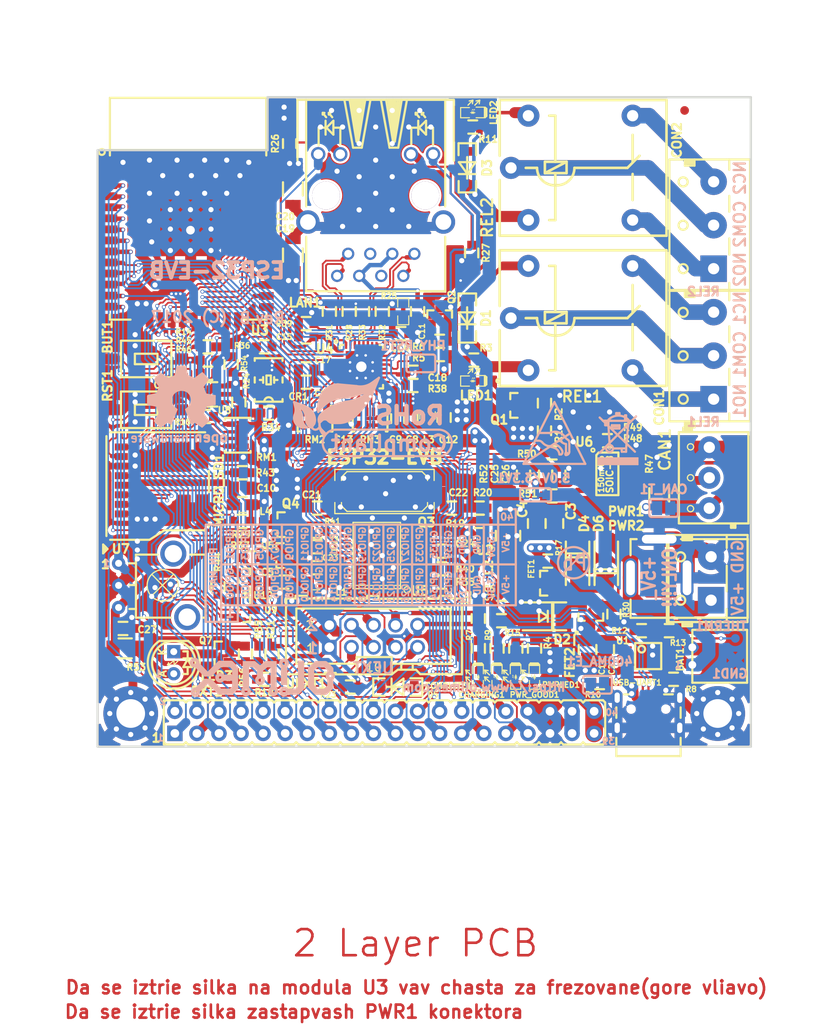
<source format=kicad_pcb>
(kicad_pcb (version 20221018) (generator pcbnew)
  (title_block (title "ESP-EVB") (rev "B") (company "OLIMEX Ltd.") (comment 1 "https://www.olimex.com"))
  (layers (0 "F.Cu" mixed) (31 "B.Cu" mixed) (34 "B.Paste" user) (35 "F.Paste" user) (36 "B.SilkS" user "B.Silkscreen") (37 "F.SilkS" user "F.Silkscreen") (38 "B.Mask" user) (39 "F.Mask" user) (44 "Edge.Cuts" user))
  (net 0 "")
  (net 1 "+5V")
  (net 2 "Net-(400MA_E1-Pad1)")
  (net 3 "GND")
  (net 4 "Net-(BAT1-Pad1)")
  (net 5 "Net-(BUT1-Pad2)")
  (net 6 "/GPI34/BUT1")
  (net 7 "Net-(C3-Pad1)")
  (net 8 "Net-(C5-Pad2)")
  (net 9 "+3V3")
  (net 10 "Net-(C10-Pad1)")
  (net 11 "Net-(C11-Pad1)")
  (net 12 "Net-(C18-Pad2)")
  (net 13 "Net-(CON1-Pad3)")
  (net 14 "Net-(CON1-Pad1)")
  (net 15 "Net-(CON1-Pad2)")
  (net 16 "Net-(CON2-Pad2)")
  (net 17 "Net-(CON2-Pad1)")
  (net 18 "Net-(CON2-Pad3)")
  (net 19 "Net-(CR1-Pad3)")
  (net 20 "Net-(D1-Pad2)")
  (net 21 "Net-(D3-Pad2)")
  (net 22 "/GPIO3/U0RXD")
  (net 23 "Net-(D5-Pad1)")
  (net 24 "/ESP_EN")
  (net 25 "/GPIO25/EMAC_RXD0(RMII)")
  (net 26 "/GPIO19/EMAC_TXD0(RMII)")
  (net 27 "/GPIO26/EMAC_RXD1(RMII)")
  (net 28 "/GPIO33/REL2")
  (net 29 "/GPIO32/REL1")
  (net 30 "/GPIO9/SD_DATA2")
  (net 31 "/GPIO8/SD_DATA1")
  (net 32 "/GPIO6/SD_CLK")
  (net 33 "/GPIO7/SD_DATA0")
  (net 34 "/GPIO1/U0TXD")
  (net 35 "/GPIO10/SD_DATA3")
  (net 36 "/GPIO11/SD_CMD")
  (net 37 "Net-(L2-Pad1)")
  (net 38 "Net-(LED1-Pad2)")
  (net 39 "Net-(LED2-Pad2)")
  (net 40 "Net-(Q1-Pad1)")
  (net 41 "Net-(Q2-Pad1)")
  (net 42 "/STAT2")
  (net 43 "Net-(R10-Pad1)")
  (net 44 "/STAT1")
  (net 45 "Net-(R12-Pad2)")
  (net 46 "Net-(R12-Pad1)")
  (net 47 "/#PG(#TE)")
  (net 48 "Net-(R19-Pad1)")
  (net 49 "Net-(R39-Pad1)")
  (net 50 "/PHYAD0")
  (net 51 "/PHYAD1")
  (net 52 "/PHYAD2")
  (net 53 "/RMIISEL")
  (net 54 "/VDD1A-2A")
  (net 55 "/VDDCR")
  (net 56 "/GPIO22/EMAC_TXD1(RMII)")
  (net 57 "/GPIO21/EMAC_TX_EN(RMII)")
  (net 58 "Net-(MICRO_SD1-Pad5)")
  (net 59 "Net-(LAN1-Pad1)")
  (net 60 "Net-(LAN1-Pad2)")
  (net 61 "Net-(LAN1-Pad7)")
  (net 62 "Net-(LAN1-Pad8)")
  (net 63 "Net-(LAN1-PadAG1)")
  (net 64 "Net-(LAN1-PadAY1)")
  (net 65 "Net-(LAN1-PadKG1)")
  (net 66 "Net-(LAN1-PadKY1)")
  (net 67 "Net-(C19-Pad1)")
  (net 68 "Net-(CHARGING1-Pad1)")
  (net 69 "Net-(COMPLETE1-Pad1)")
  (net 70 "Net-(C21-Pad1)")
  (net 71 "Net-(C22-Pad1)")
  (net 72 "/CANL")
  (net 73 "/CANH")
  (net 74 "Net-(CAN_T1-Pad1)")
  (net 75 "/GPI36/U1RXD")
  (net 76 "/+5V_EXT")
  (net 77 "/GPI39/IR_RECEIVE")
  (net 78 "/GPIO23/MDC(RMII)")
  (net 79 "/GPIO27/EMAC_RX_CRS_DV")
  (net 80 "/GPI35/CAN-RX")
  (net 81 "/GPIO5/CAN-TX")
  (net 82 "/GPIO4/U1TXD")
  (net 83 "/GPIO0/XTAL1/CLKIN")
  (net 84 "/GPIO2/HS2_DATA0")
  (net 85 "/GPIO12/IR_Transmit")
  (net 86 "/GPIO13/I2C-SDA")
  (net 87 "/GPIO14/HS2_CLK")
  (net 88 "/GPIO15/HS2_CMD")
  (net 89 "/GPIO16/I2C-SCL")
  (net 90 "/GPIO17/SPI_CS")
  (net 91 "/GPIO18/MDIO(RMII)")
  (net 92 "/+5V_USB")
  (net 93 "Net-(LED3-Pad1)")
  (net 94 "Net-(LED3-Pad2)")
  (net 95 "Net-(MICRO_SD1-Pad1)")
  (net 96 "Net-(MICRO_SD1-Pad2)")
  (net 97 "Net-(MICRO_SD1-Pad8)")
  (net 98 "Net-(PWR_GOOD1-Pad1)")
  (net 99 "Net-(Q4-Pad2)")
  (net 100 "Net-(Q4-Pad1)")
  (net 101 "Net-(Q5-Pad2)")
  (net 102 "Net-(Q5-Pad1)")
  (net 103 "Net-(Q7-Pad1)")
  (net 104 "Net-(R35-Pad1)")
  (net 105 "Net-(R40-Pad1)")
  (net 106 "Net-(R48-Pad1)")
  (net 107 "Net-(R50-Pad2)")
  (net 108 "Net-(R51-Pad2)")
  (net 109 "Net-(U3-Pad32)")
  (net 110 "Net-(U4-Pad4)")
  (net 111 "Net-(U4-Pad14)")
  (net 112 "Net-(U4-Pad18)")
  (net 113 "Net-(U4-Pad20)")
  (net 114 "Net-(U4-Pad26)")
  (net 115 "Net-(U5-Pad6)")
  (net 116 "Net-(U5-Pad7)")
  (net 117 "Net-(U5-Pad11)")
  (net 118 "Net-(U5-Pad12)")
  (net 119 "Net-(U5-Pad13)")
  (net 120 "Net-(U5-Pad14)")
  (net 121 "Net-(U5-Pad17)")
  (net 122 "Net-(U6-Pad5)")
  (net 123 "Net-(USB-UART1-Pad4)")
  (net 124 "/OSC_DIS")
  (net 125 "Net-(PWRLED1-Pad1)")
  (net 126 "Net-(Q5-Pad3)")
  (net 127 "Net-(C28-Pad1)")
  (net 128 "Net-(MICRO_SD1-Pad7)")
  (net 129 "Net-(5.0V/3.3V1-Pad2)")
  (net 130 "Net-(R44-Pad2)")
  (net 131 "/D_Com")
  (footprint "OLIMEX_Other-FP:Mounting_hole_3.3mm" (layer "F.Cu") (at 140.97 70.358)
    (fp_text reference "MH1" hide)
    (fp_text value "Mounting_hole_Shield_3.3mm" hide)
  )
  (footprint "OLIMEX_Other-FP:Mounting_hole_Shield_3.3mm" (layer "F.Cu") (at 140.97 137.922)
    (fp_text reference "MH2" hide)
    (fp_text value "Mounting_hole_Shield_3.3mm" hide)
  )
  (footprint "OLIMEX_Other-FP:Mounting_hole_Shield_3.3mm" (layer "F.Cu") (at 73.406 137.922)
    (fp_text reference "MH3" hide)
    (fp_text value "Mounting_hole_Shield_3.3mm" hide)
  )
  (footprint "OLIMEX_Connectors-FP:HN2x20" (layer "F.Cu") (at 102.616 138.938)
    (fp_text reference "EXT1")
    (fp_text value "NA(HN2x20)")
  )
  (footprint "OLIMEX_Connectors-FP:LIPO_BAT-CON2DW02R" (layer "F.Cu") (at 141.1986 131.318 90)
    (fp_text reference "BAT1")
    (fp_text value "DW02R")
  )
  (footprint "OLIMEX_RLC-FP:C_0805_5MIL_DWS" (layer "F.Cu") (at 125.984 130.556 -90)
    (fp_text reference "C1")
    (fp_text value "47uF/6.3V/20%/X5R/C0805")
  )
  (footprint "OLIMEX_RLC-FP:C_0805_5MIL_DWS" (layer "F.Cu") (at 128.016 130.556 -90)
    (fp_text reference "C2")
    (fp_text value "47uF/6.3V/20%/X5R/C0805")
  )
  (footprint "OLIMEX_RLC-FP:C_0603_5MIL_DWS" (layer "F.Cu") (at 91.059 122.809)
    (fp_text reference "C5")
    (fp_text value "22uF/6.3V/20%/X5R/C0603")
  )
  (footprint "OLIMEX_RLC-FP:C_0603_5MIL_DWS" (layer "F.Cu") (at 116.078 125.73)
    (fp_text reference "C6")
    (fp_text value "22uF/6.3V/20%/X5R/C0603")
  )
  (footprint "OLIMEX_RLC-FP:C_0603_5MIL_DWS" (layer "F.Cu") (at 116.078 127.254)
    (fp_text reference "C7")
    (fp_text value "22uF/6.3V/20%/X5R/C0603")
  )
  (footprint "OLIMEX_RLC-FP:C_0603_5MIL_DWS" (layer "F.Cu") (at 105.664 104.013 90)
    (fp_text reference "C8")
    (fp_text value "22uF/6.3V/20%/X5R/C0603")
  )
  (footprint "OLIMEX_RLC-FP:C_0603_5MIL_DWS" (layer "F.Cu") (at 104.14 104.013 90)
    (fp_text reference "C9")
    (fp_text value "22uF/6.3V/20%/X5R/C0603")
  )
  (footprint "OLIMEX_RLC-FP:C_0805_5MIL_DWS" (layer "F.Cu") (at 86.233 112.014)
    (fp_text reference "C10")
    (fp_text value "47uF/6.3V/20%/X5R/C0805")
  )
  (footprint "OLIMEX_RLC-FP:C_0603_5MIL_DWS" (layer "F.Cu") (at 106.426 91.694 -90)
    (fp_text reference "C11")
    (fp_text value "100nF/50V/20%/Y5V/C0603")
  )
  (footprint "OLIMEX_RLC-FP:C_0603_5MIL_DWS" (layer "F.Cu") (at 109.474 103.886 -90)
    (fp_text reference "C12")
    (fp_text value "22uF/6.3V/20%/X5R/C0603")
  )
  (footprint "OLIMEX_RLC-FP:C_0603_5MIL_DWS" (layer "F.Cu") (at 97.79 104.013 -90)
    (fp_text reference "C13")
    (fp_text value "100nF/50V/20%/Y5V/C0603")
  )
  (footprint "OLIMEX_RLC-FP:C_0603_5MIL_DWS" (layer "F.Cu") (at 104.521 94.234)
    (fp_text reference "C14")
    (fp_text value "100nF/50V/20%/Y5V/C0603")
  )
  (footprint "OLIMEX_RLC-FP:C_0603_5MIL_DWS" (layer "F.Cu") (at 93.599 94.615 180)
    (fp_text reference "C15")
    (fp_text value "100nF/50V/20%/Y5V/C0603")
  )
  (footprint "OLIMEX_RLC-FP:C_0603_5MIL_DWS" (layer "F.Cu") (at 93.599 99.822 180)
    (fp_text reference "C16")
    (fp_text value "2.2uF/6.3V/10%/X5R/C0603")
  )
  (footprint "OLIMEX_RLC-FP:C_0603_5MIL_DWS" (layer "F.Cu") (at 93.599 98.298 180)
    (fp_text reference "C17")
    (fp_text value "100nF/50V/20%/Y5V/C0603")
  )
  (footprint "OLIMEX_RLC-FP:C_0603_5MIL_DWS" (layer "F.Cu") (at 105.918 98.679 180)
    (fp_text reference "C18")
    (fp_text value "10uF/6.3V/20%/X5R/C0603")
  )
  (footprint "OLIMEX_Connectors-FP:TB3-DG306-5.0_3P" (layer "F.Cu") (at 140.5 96.774 90)
    (fp_text reference "CON1")
    (fp_text value "TB3 DG306-5.0-3P")
  )
  (footprint "OLIMEX_Connectors-FP:TB3-DG306-5.0_3P" (layer "F.Cu") (at 140.5 81.774 90)
    (fp_text reference "CON2")
    (fp_text value "TB3 DG306-5.0-3P")
  )
  (footprint "OLIMEX_Crystal-FP:5032-4P_HCX-3S" (layer "F.Cu") (at 89.281 99.568 90)
    (fp_text reference "CR1")
    (fp_text value "Q50MHz/25ppm/3V/4P/5x3.2mm")
  )
  (footprint "OLIMEX_Diodes-FP:SOD-123_1C-2A_KA" (layer "F.Cu") (at 112.141 92.456 90)
    (fp_text reference "D1")
    (fp_text value "1N5819S4(SOD-123)")
  )
  (footprint "OLIMEX_Diodes-FP:DO214AA" (layer "F.Cu") (at 121.031 126.746 180)
    (fp_text reference "D2")
    (fp_text value "SMBJ6.0A(DO-214AA)")
  )
  (footprint "OLIMEX_Diodes-FP:SOD-123_1C-2A_KA" (layer "F.Cu") (at 112.141 75.184 90)
    (fp_text reference "D3")
    (fp_text value "1N5819S4(SOD-123)")
  )
  (footprint "OLIMEX_Diodes-FP:SMA-KA" (layer "F.Cu") (at 124.841 120.65 -90)
    (fp_text reference "D4")
    (fp_text value "1N5822/SS34/SMA")
  )
  (footprint "OLIMEX_Diodes-FP:SOD-123_1C-2A_KA" (layer "F.Cu") (at 104.14 134.874)
    (fp_text reference "D5")
    (fp_text value "1N5819S4(SOD-123)")
  )
  (footprint "OLIMEX_Transistors-FP:SOT23" (layer "F.Cu") (at 121.158 122.936)
    (fp_text reference "FET1")
    (fp_text value "IRLML6402")
  )
  (footprint "OLIMEX_RLC-FP:L_0805_5MIL_DWS" (layer "F.Cu") (at 94.742 122.809 180)
    (fp_text reference "L1")
    (fp_text value "FB0805/600R/2A")
  )
  (footprint "OLIMEX_RLC-FP:CD32" (layer "F.Cu") (at 117.221 122.174 90)
    (fp_text reference "L2")
    (fp_text value "2.2uH/1.5A/DCR<0.1R/CD32")
  )
  (footprint "OLIMEX_RLC-FP:L_0805_5MIL_DWS" (layer "F.Cu") (at 107.569 103.632 90)
    (fp_text reference "L3")
    (fp_text value "FB0805/600R/2A")
  )
  (footprint "OLIMEX_RLC-FP:L_0805_5MIL_DWS" (layer "F.Cu") (at 86.233 113.919 180)
    (fp_text reference "L4")
    (fp_text value "FB0805/600R/2A")
  )
  (footprint "OLIMEX_LEDs-FP:LED_0603_KA" (layer "F.Cu") (at 112.776 99.695 180)
    (fp_text reference "LED1")
    (fp_text value "LED/GREEN/0603")
  )
  (footprint "OLIMEX_LEDs-FP:LED_0603_KA" (layer "F.Cu") (at 112.776 68.834 180)
    (fp_text reference "LED2")
    (fp_text value "LED/GREEN/0603")
  )
  (footprint "OLIMEX_Connectors-FP:PWRJ-2mm(YDJ-1136)" (layer "F.Cu") (at 130.937 117.569 180)
    (fp_text reference "PWR1")
    (fp_text value "PWRJ-2mm(YDJ-1134)")
  )
  (footprint "OLIMEX_Connectors-FP:TB2-DG306-5.0_2P" (layer "F.Cu") (at 140.208 122.395 90)
    (fp_text reference "PWR2")
    (fp_text value "NA(TB2 DG306-5.0-2P)")
  )
  (footprint "OLIMEX_LEDs-FP:LED_0603_KA" (layer "F.Cu") (at 119.888 133.731 -90)
    (fp_text reference "PWRLED1")
    (fp_text value "LED/RED/0603")
  )
  (footprint "OLIMEX_Transistors-FP:SOT23" (layer "F.Cu") (at 117.729 102.489)
    (fp_text reference "Q1")
    (fp_text value "BC817-40(SOT23)")
  )
  (footprint "OLIMEX_Transistors-FP:SOT23" (layer "F.Cu") (at 108.966 92.202 -90)
    (fp_text reference "Q2")
    (fp_text value "BC817-40(SOT23)")
  )
  (footprint "OLIMEX_RLC-FP:R_0603_5MIL_DWS" (layer "F.Cu") (at 121.031 105.41 90)
    (fp_text reference "R1")
    (fp_text value "1k/R0603")
  )
  (footprint "OLIMEX_RLC-FP:R_0603_5MIL_DWS" (layer "F.Cu") (at 121.031 102.235 -90)
    (fp_text reference "R2")
    (fp_text value "10k/R0603")
  )
  (footprint "OLIMEX_RLC-FP:R_0603_5MIL_DWS" (layer "F.Cu") (at 112.903 97.282 180)
    (fp_text reference "R3")
    (fp_text value "2.2k/R0603")
  )
  (footprint "OLIMEX_RLC-FP:R_0603_5MIL_DWS" (layer "F.Cu") (at 108.966 96.647 180)
    (fp_text reference "R5")
    (fp_text value "1k/R0603")
  )
  (footprint "OLIMEX_RLC-FP:R_0603_5MIL_DWS" (layer "F.Cu") (at 108.966 95.123 180)
    (fp_text reference "R6")
    (fp_text value "10k/R0603")
  )
  (footprint "OLIMEX_RLC-FP:R_0603_5MIL_DWS" (layer "F.Cu") (at 113.411 130.429 90)
    (fp_text reference "R7")
    (fp_text value "2.2k/R0603")
  )
  (footprint "OLIMEX_RLC-FP:R_0603_5MIL_DWS" (layer "F.Cu") (at 135.89 133.985)
    (fp_text reference "R8")
    (fp_text value "4.99k/1%/R0603")
  )
  (footprint "OLIMEX_RLC-FP:R_0603_5MIL_DWS" (layer "F.Cu") (at 115.57 130.429 90)
    (fp_text reference "R9")
    (fp_text value "2.2k/R0603")
  )
  (footprint "OLIMEX_RLC-FP:R_0603_5MIL_DWS" (layer "F.Cu") (at 127.381 134.366 180)
    (fp_text reference "R10")
    (fp_text value "4.99k/1%/R0603")
  )
  (footprint "OLIMEX_RLC-FP:R_0603_5MIL_DWS" (layer "F.Cu") (at 112.776 70.485 180)
    (fp_text reference "R11")
    (fp_text value "2.2k/R0603")
  )
  (footprint "OLIMEX_RLC-FP:R_0603_5MIL_DWS" (layer "F.Cu") (at 132.207 128.397)
    (fp_text reference "R12")
    (fp_text value "1k/R0603")
  )
  (footprint "OLIMEX_RLC-FP:R_0603_5MIL_DWS" (layer "F.Cu") (at 135.382 128.397)
    (fp_text reference "R13")
    (fp_text value "10k/R0603")
  )
  (footprint "OLIMEX_RLC-FP:R_0603_5MIL_DWS" (layer "F.Cu") (at 82.296 95.758)
    (fp_text reference "R14")
    (fp_text value "220R/R0603")
  )
  (footprint "OLIMEX_RLC-FP:R_0603_5MIL_DWS" (layer "F.Cu") (at 117.729 130.429 90)
    (fp_text reference "R15")
    (fp_text value "2.2k/R0603")
  )
  (footprint "OLIMEX_RLC-FP:R_0603_5MIL_DWS" (layer "F.Cu") (at 82.042 103.759 180)
    (fp_text reference "R16")
    (fp_text value "220R/R0603")
  )
  (footprint "OLIMEX_RLC-FP:R_0603_5MIL_DWS" (layer "F.Cu") (at 121.412 120.396)
    (fp_text reference "R17")
    (fp_text value "NA/R0603")
  )
  (footprint "OLIMEX_RLC-FP:R_0603_5MIL_DWS" (layer "F.Cu") (at 88.773 133.985)
    (fp_text reference "R18")
    (fp_text value "2.2k/R0603")
  )
  (footprint "OLIMEX_RLC-FP:R_0603_5MIL_DWS" (layer "F.Cu") (at 89.662 131.064 90)
    (fp_text reference "R21")
    (fp_text value "2.2k/R0603")
  )
  (footprint "OLIMEX_RLC-FP:R_0603_5MIL_DWS" (layer "F.Cu") (at 113.411 127 -90)
    (fp_text reference "R22")
    (fp_text value "10k/R0603")
  )
  (footprint "OLIMEX_RLC-FP:R_0603_5MIL_DWS" (layer "F.Cu") (at 98.679 134.874 180)
    (fp_text reference "R23")
    (fp_text value "10k/R0603")
  )
  (footprint "OLIMEX_RLC-FP:R_0603_5MIL_DWS" (layer "F.Cu") (at 85.852 102.108 90)
    (fp_text reference "R24")
    (fp_text value "1k/R0603")
  )
  (footprint "OLIMEX_RLC-FP:0R_0603" (layer "F.Cu") (at 104.775 91.694 90)
    (fp_text reference "R25")
    (fp_text value "0R(board_mounted)")
  )
  (footprint "OLIMEX_RLC-FP:R_0603_5MIL_DWS" (layer "F.Cu") (at 91.694 72.39 90)
    (fp_text reference "R26")
    (fp_text value "330R/R0603")
  )
  (footprint "OLIMEX_RLC-FP:R_0603_5MIL_DWS" (layer "F.Cu") (at 112.649 84.963 -90)
    (fp_text reference "R27")
    (fp_text value "330R/R0603")
  )
  (footprint "OLIMEX_RLC-FP:R_0603_5MIL_DWS" (layer "F.Cu") (at 98.552 91.694 -90)
    (fp_text reference "R28")
    (fp_text value "49.9R/1%/R0603")
  )
  (footprint "OLIMEX_RLC-FP:R_0603_5MIL_DWS" (layer "F.Cu") (at 86.233 115.824 180)
    (fp_text reference "R29")
    (fp_text value "10k/R0603")
  )
  (footprint "OLIMEX_RLC-FP:R_0603_5MIL_DWS" (layer "F.Cu") (at 96.266 91.694 -90)
    (fp_text reference "R31")
    (fp_text value "49.9R/1%/R0603")
  )
  (footprint "OLIMEX_RLC-FP:R_0603_5MIL_DWS" (layer "F.Cu") (at 102.362 91.694 -90)
    (fp_text reference "R32")
    (fp_text value "49.9R/1%/R0603")
  )
  (footprint "OLIMEX_RLC-FP:R_0603_5MIL_DWS" (layer "F.Cu") (at 100.076 91.694 -90)
    (fp_text reference "R33")
    (fp_text value "49.9R/1%/R0603")
  )
  (footprint "OLIMEX_RLC-FP:R_0603_5MIL_DWS" (layer "F.Cu") (at 89.281 103.378)
    (fp_text reference "R34")
    (fp_text value "10k/R0603")
  )
  (footprint "OLIMEX_RLC-FP:R_0603_5MIL_DWS" (layer "F.Cu") (at 109.22 122.809)
    (fp_text reference "R35")
    (fp_text value "220R/R0603")
  )
  (footprint "OLIMEX_RLC-FP:R_0603_5MIL_DWS" (layer "F.Cu") (at 88.773 95.758)
    (fp_text reference "R36")
    (fp_text value "10R/R0603")
  )
  (footprint "OLIMEX_RLC-FP:R_0603_5MIL_DWS" (layer "F.Cu") (at 105.918 100.203)
    (fp_text reference "R38")
    (fp_text value "10k/R0603")
  )
  (footprint "OLIMEX_RLC-FP:R_0603_5MIL_DWS" (layer "F.Cu") (at 93.599 93.091 180)
    (fp_text reference "R39")
    (fp_text value "12.1k/1%/R0603")
  )
  (footprint "OLIMEX_RLC-FP:R_0603_5MIL_DWS" (layer "F.Cu") (at 109.22 121.285)
    (fp_text reference "R40")
    (fp_text value "220R/R0603")
  )
  (footprint "OLIMEX_RLC-FP:R_0603_5MIL_DWS" (layer "F.Cu") (at 94.869 116.967 180)
    (fp_text reference "R41")
    (fp_text value "1k/R0603")
  )
  (footprint "OLIMEX_Relays-FP:Relay_RAS-05-15" (layer "F.Cu") (at 125.476 92.456 180)
    (fp_text reference "REL1")
    (fp_text value "RAS-0515")
  )
  (footprint "OLIMEX_Relays-FP:Relay_RAS-05-15" (layer "F.Cu") (at 125.476 75.184 180)
    (fp_text reference "REL2")
    (fp_text value "RAS-0515")
  )
  (footprint "OLIMEX_RLC-FP:R_MATRIX_4" (layer "F.Cu") (at 85.725 105.918 -90)
    (fp_text reference "RM1")
    (fp_text value "RA1206_(4X0603)_4B8_2.2k")
  )
  (footprint "OLIMEX_RLC-FP:R_MATRIX_4" (layer "F.Cu") (at 94.615 104.013)
    (fp_text reference "RM2")
    (fp_text value "RA1206_(4X0603)_4B8_2.2k")
  )
  (footprint "OLIMEX_RLC-FP:R_MATRIX_4" (layer "F.Cu") (at 100.965 104.013 180)
    (fp_text reference "RM3")
    (fp_text value "RA1206_(4X0603)_4B8_2.2k")
  )
  (footprint "OLIMEX_IC-FP:MSOP-10_Pitch-0.5mm_3.00x3.00x1.00mm" (layer "F.Cu") (at 132.969 131.318 -90)
    (fp_text reference "U1")
    (fp_text value "MCP73833(MSOP10)")
  )
  (footprint "OLIMEX_Regulators-FP:SOT-23-5" (layer "F.Cu") (at 116.84 117.475 -90)
    (fp_text reference "U2")
    (fp_text value "SY8009AAAC(SOT23-5)")
  )
  (footprint "OLIMEX_Cases-FP:ESP-WROOM-32_MODULE" (layer "F.Cu") (at 80.01 79.883)
    (fp_text reference "U3")
    (fp_text value "ESP-WROOM-32")
  )
  (footprint "OLIMEX_IC-FP:QFN32_EP(33)_5.00x5.00x0.90mm_Pitch_0.50mm" (layer "F.Cu") (at 99.949 98.044 -90)
    (fp_text reference "U4")
    (fp_text value "LAN8710A-EZC(QFN32)")
  )
  (footprint "OLIMEX_Connectors-FP:UEXT_ML10" (layer "F.Cu") (at 101.346 129.032)
    (fp_text reference "UEXT1")
    (fp_text value "BH10S")
  )
  (footprint "OLIMEX_Connectors-FP:TFC-WXCP11-08-LF" (layer "F.Cu") (at 76.327 111.125 180)
    (fp_text reference "MICRO_SD1")
    (fp_text value "TFC-WXCP11-08-LF")
  )
  (footprint "OLIMEX_RLC-FP:R_0603_5MIL_DWS" (layer "F.Cu") (at 86.233 110.236 180)
    (fp_text reference "R43")
    (fp_text value "10R/R0603")
  )
  (footprint "OLIMEX_Buttons-FP:T1107A(6x3,8x2,5MM)" (layer "F.Cu") (at 75.184 97.155 180)
    (fp_text reference "BUT1")
    (fp_text value "T1107A(6x3,8x2,5MM)")
  )
  (footprint "OLIMEX_Buttons-FP:T1107A(6x3,8x2,5MM)" (layer "F.Cu") (at 75.184 102.997 180)
    (fp_text reference "RST1")
    (fp_text value "T1107A(6x3,8x2,5MM)")
  )
  (footprint "OLIMEX_Connectors-FP:RJLBC-060TC1" (layer "F.Cu") (at 101.6 78.359 180)
    (fp_text reference "LAN1")
    (fp_text value "RJLD-060TC1(LPJ4013EDNL)")
  )
  (footprint "OLIMEX_RLC-FP:C_1206_5MIL_DWS_ISO" (layer "F.Cu") (at 92.075 85.217 -90)
    (fp_text reference "C19")
    (fp_text value "1nF/2000V/10%/X7R/C1206")
  )
  (footprint "OLIMEX_RLC-FP:C_1206_5MIL_DWS_ISO" (layer "F.Cu") (at 92.075 77.597 90)
    (fp_text reference "C20")
    (fp_text value "NA(1nF/2000V/10%/X7R/C1206)")
  )
  (footprint "OLIMEX_LEDs-FP:LED_0603_KA" (layer "F.Cu") (at 115.57 133.731 -90)
    (fp_text reference "CHARGING1")
    (fp_text value "LED/YELLOW/0603")
  )
  (footprint "OLIMEX_LEDs-FP:LED_0603_KA" (layer "F.Cu") (at 113.411 133.731 -90)
    (fp_text reference "COMPLETE1")
    (fp_text value "LED/GREEN/0603")
  )
  (footprint "OLIMEX_Other-FP:Fiducial1x3" (layer "F.Cu") (at 71.501 133.35)
    (fp_text reference "")
    (fp_text value "")
  )
  (footprint "OLIMEX_Other-FP:Fiducial1x3" (layer "F.Cu") (at 137.16 68.58)
    (fp_text reference "")
    (fp_text value "")
  )
  (footprint "OLIMEX_RLC-FP:R_0603_5MIL_DWS" (layer "F.Cu") (at 119.888 130.429 90)
    (fp_text reference "R4")
    (fp_text value "2.2k/R0603")
  )
  (footprint "OLIMEX_RLC-FP:R_0603_5MIL_DWS" (layer "F.Cu") (at 113.538 115.824 180)
    (fp_text reference "R19")
    (fp_text value "4.99k/1%/R0603")
  )
  (footprint "OLIMEX_RLC-FP:R_0603_5MIL_DWS" (layer "F.Cu") (at 113.538 114.3 180)
    (fp_text reference "R20")
    (fp_text value "1.1k/1%/R0603")
  )
  (footprint "OLIMEX_RLC-FP:C_0603_5MIL_DWS" (layer "F.Cu") (at 94.869 114.3 180)
    (fp_text reference "C21")
    (fp_text value "27pF/50V/5%/C0G/C0603")
  )
  (footprint "OLIMEX_RLC-FP:C_0603_5MIL_DWS" (layer "F.Cu") (at 110.363 114.3)
    (fp_text reference "C22")
    (fp_text value "27pF/50V/5%/C0G/C0603")
  )
  (footprint "OLIMEX_RLC-FP:C_0603_5MIL_DWS" (layer "F.Cu") (at 94.869 121.158 180)
    (fp_text reference "C23")
    (fp_text value "22uF/6.3V/20%/X5R/C0603")
  )
  (footprint "OLIMEX_RLC-FP:C_0603_5MIL_DWS" (layer "F.Cu") (at 109.22 119.253)
    (fp_text reference "C24")
    (fp_text value "100nF/50V/20%/Y5V/C0603")
  )
  (footprint "OLIMEX_RLC-FP:C_0603_5MIL_DWS" (layer "F.Cu") (at 121.158 110.49 -90)
    (fp_text reference "C25")
    (fp_text value "100nF/50V/20%/Y5V/C0603")
  )
  (footprint "OLIMEX_RLC-FP:C_0603_5MIL_DWS" (layer "F.Cu") (at 122.682 110.49 -90)
    (fp_text reference "C26")
    (fp_text value "10uF/6.3V/20%/X5R/C0603")
  )
  (footprint "OLIMEX_RLC-FP:C_0603_5MIL_DWS" (layer "F.Cu") (at 72.517 128.143)
    (fp_text reference "C27")
    (fp_text value "100nF/50V/20%/Y5V/C0603")
  )
  (footprint "OLIMEX_RLC-FP:C_0603_5MIL_DWS" (layer "F.Cu") (at 79.502 100.203 90)
    (fp_text reference "C28")
    (fp_text value "100nF/50V/20%/Y5V/C0603")
  )
  (footprint "OLIMEX_Connectors-FP:TB3-3.5mm" (layer "F.Cu") (at 140 110.815 -90)
    (fp_text reference "CAN1")
    (fp_text value "TB3-3.5mm")
  )
  (footprint "OLIMEX_Diodes-FP:SMA-KA" (layer "F.Cu") (at 128.143 120.65 90)
    (fp_text reference "D6")
    (fp_text value "1N5822/SS34/SMA")
  )
  (footprint "OLIMEX_Transistors-FP:SOT23" (layer "F.Cu") (at 126.365 126.619 90)
    (fp_text reference "FET2")
    (fp_text value "IRLML6402")
  )
  (footprint "OLIMEX_LEDs-FP:LED-5mm-PTH-AK" (layer "F.Cu") (at 78.359 132.08 90)
    (fp_text reference "LED3")
    (fp_text value "LED/IR333-A/5mm")
  )
  (footprint "OLIMEX_LEDs-FP:LED_0603_KA" (layer "F.Cu") (at 117.729 133.731 -90)
    (fp_text reference "PWR_GOOD1")
    (fp_text value "LED/RED/0603")
  )
  (footprint "OLIMEX_Crystal-FP:Q_49U3HMS" (layer "F.Cu") (at 102.616 112.395)
    (fp_text reference "Q3")
    (fp_text value "Q12MHz/20pF/30ppm/2P/HC-49SM(SMD)")
  )
  (footprint "OLIMEX_Transistors-FP:SOT23" (layer "F.Cu") (at 90.932 116.205)
    (fp_text reference "Q4")
    (fp_text value "BC817-40(SOT23)")
  )
  (footprint "OLIMEX_Transistors-FP:SOT23" (layer "F.Cu") (at 90.805 119.761)
    (fp_text reference "Q5")
    (fp_text value "BC817-40(SOT23)")
  )
  (footprint "OLIMEX_Transistors-FP:SOT23" (layer "F.Cu") (at 83.693 131.064)
    (fp_text reference "Q7")
    (fp_text value "BC817-40(SOT23)")
  )
  (footprint "OLIMEX_RLC-FP:R_0603_5MIL_DWS" (layer "F.Cu") (at 129.032 126.492 -90)
    (fp_text reference "R30")
    (fp_text value "10k/R0603")
  )
  (footprint "OLIMEX_RLC-FP:R_0603_5MIL_DWS" (layer "F.Cu") (at 94.869 118.745 180)
    (fp_text reference "R42")
    (fp_text value "1k/R0603")
  )
  (footprint "OLIMEX_RLC-FP:R_0603_5MIL_DWS" (layer "F.Cu") (at 82.296 97.282 180)
    (fp_text reference "R45")
    (fp_text value "10k/R0603")
  )
  (footprint "OLIMEX_RLC-FP:R_0603_5MIL_DWS" (layer "F.Cu") (at 82.296 98.806)
    (fp_text reference "R46")
    (fp_text value "NA/R0603")
  )
  (footprint "OLIMEX_RLC-FP:R_1206_5MIL_DWS" (layer "F.Cu") (at 134.239 112.776 90)
    (fp_text reference "R47")
    (fp_text value "120R/R1206")
  )
  (footprint "OLIMEX_RLC-FP:R_0603_5MIL_DWS" (layer "F.Cu") (at 128.27 106.553 180)
    (fp_text reference "R48")
    (fp_text value "NA/R0603")
  )
  (footprint "OLIMEX_RLC-FP:R_0603_5MIL_DWS" (layer "F.Cu") (at 128.27 105.029 180)
    (fp_text reference "R49")
    (fp_text value "10k/R0603")
  )
  (footprint "OLIMEX_RLC-FP:R_0603_5MIL_DWS" (layer "F.Cu") (at 121.92 107.95)
    (fp_text reference "R50")
    (fp_text value "330R/R0603")
  )
  (footprint "OLIMEX_RLC-FP:R_0603_5MIL_DWS" (layer "F.Cu") (at 121.92 112.903)
    (fp_text reference "R51")
    (fp_text value "330R/R0603")
  )
  (footprint "OLIMEX_RLC-FP:R_0603_5MIL_DWS" (layer "F.Cu") (at 118.618 110.49 -90)
    (fp_text reference "R52")
    (fp_text value "680R/R0603")
  )
  (footprint "OLIMEX_RLC-FP:R_1206_5MIL_DWS" (layer "F.Cu") (at 72.771 130.429)
    (fp_text reference "R53")
    (fp_text value "6.8R/R1206")
  )
  (footprint "OLIMEX_RLC-FP:R_0603_5MIL_DWS" (layer "F.Cu") (at 84.963 97.79 90)
    (fp_text reference "R54")
    (fp_text value "NA/R0603")
  )
  (footprint "OLIMEX_RLC-FP:R_0603_5MIL_DWS" (layer "F.Cu") (at 88.138 131.064 -90)
    (fp_text reference "R55")
    (fp_text value "1k/R0603")
  )
  (footprint "OLIMEX_RLC-FP:R_0603_5MIL_DWS" (layer "F.Cu") (at 86.614 131.064 -90)
    (fp_text reference "R56")
    (fp_text value "10k/R0603")
  )
  (footprint "OLIMEX_IC-FP:SSOP-20W" (layer "F.Cu") (at 101.727 119.761 90)
    (fp_text reference "U5")
    (fp_text value "CH340T(SSOP20W)")
  )
  (footprint "OLIMEX_IC-FP:SOIC-8_150mil" (layer "F.Cu") (at 128.27 110.363 -90)
    (fp_text reference "U6")
    (fp_text value "MCP2551-I/SN(SOIC-8_150mil)")
  )
  (footprint "OLIMEX_IC-FP:RPM7236-H8" (layer "F.Cu") (at 77.089 123.19 -90)
    (fp_text reference "U7")
    (fp_text value "RPM7236-H8")
  )
  (footprint "OLIMEX_Connectors-FP:USB-MICRO_MISB-SWMM-5B_LF" (layer "F.Cu") (at 133 139.319 -90)
    (fp_text reference "USB-UART1")
    (fp_text value "MISB-SWMM-5B-LF(USB_MICRO)")
  )
  (footprint "OLIMEX_RLC-FP:C_0805_5MIL_DWS" (layer "F.Cu") (at 122.174 116.078 90)
    (fp_text reference "C3")
    (fp_text value "47uF/6.3V/20%/X5R/C0805")
  )
  (footprint "OLIMEX_RLC-FP:C_0805_5MIL_DWS" (layer "F.Cu") (at 120.142 116.078 90)
    (fp_text reference "C4")
    (fp_text value "47uF/6.3V/20%/X5R/C0805")
  )
  (footprint "OLIMEX_RLC-FP:R_0603_5MIL_DWS" (layer "F.Cu") (at 87.249 120.015 180)
    (fp_text reference "R37")
    (fp_text value "220R/R0603")
  )
  (footprint "OLIMEX_IC-FP:SOT-23-5" (layer "F.Cu") (at 82.804 101.219)
    (fp_text reference "U8")
    (fp_text value "BD5230G-TR(SSOP5/SOT-23-5)")
  )
  (footprint "OLIMEX_RLC-FP:R_0603_5MIL_DWS" (layer "F.Cu") (at 83.439 123.317 -90)
    (fp_text reference "R44")
    (fp_text value "NA/R0603")
  )
  (footprint "OLIMEX_Diodes-FP:SOT23-3" (layer "F.Cu") (at 86.487 125.984 180)
    (fp_text reference "U9")
    (fp_text value "BAT54C(SOT23-3)")
  )
  (footprint "OLIMEX_Diodes-FP:SOT23-3" (layer "F.Cu") (at 86.487 122.682 180)
    (fp_text reference "U10")
    (fp_text value "BAT54C(SOT23-3)")
  )
  (footprint "OLIMEX_Jumpers-FP:SJ_Closed" (layer "B.Cu") (at 127.127 134.62)
    (fp_text reference "400MA_E1")
    (fp_text value "Closed")
  )
  (footprint "OLIMEX_Other-FP:TESTPAD_40-ROUND" (layer "B.Cu") (at 143.002 131.826)
    (fp_text reference "GND1")
    (fp_text value "TESTPAD" hide)
  )
  (footprint "OLIMEX_Jumpers-FP:SJ" (layer "B.Cu") (at 106.807 97.663 180)
    (fp_text reference "PHY_RST1")
    (fp_text value "Opened")
  )
  (footprint "OLIMEX_Other-FP:TESTPAD_40-ROUND" (layer "B.Cu") (at 143.002 129.286)
    (fp_text reference "THERM1")
    (fp_text value "TESTPAD" hide)
  )
  (footprint "OLIMEX_Jumpers-FP:SJ_2_SMALL_12_TIED" (layer "B.Cu") (at 120.015 112.776 180)
    (fp_text reference "5.0V/3.3V1")
    (fp_text value "Closed(1-2)/Opened(2-3)")
  )
  (footprint "OLIMEX_Jumpers-FP:SJ" (layer "B.Cu") (at 134.747 114.3)
    (fp_text reference "CAN_T1")
    (fp_text value "Opened")
  )
  (footprint "OLIMEX_LOGOs-FP:LOGO_ANTISTATIC_1" (layer "B.Cu") (at 125.73 109.22 180)
    (fp_text reference "Ref**" hide)
    (fp_text value "Val**" hide)
  )
  (footprint "OLIMEX_LOGOs-FP:LOGO_OPENHARDWARE_8x8" (layer "B.Cu") (at 79.248 101.981 180)
    (fp_text reference "" hide)
    (fp_text value "" hide)
  )
  (footprint "OLIMEX_LOGOs-FP:LOGO_PBFREE" (layer "B.Cu") (at 124.587 120.269)
    (fp_text reference "")
    (fp_text value "")
  )
  (footprint "OLIMEX_LOGOs-FP:LOGO_RECYCLEBIN_1" (layer "B.Cu") (at 131.826 109.347 180)
    (fp_text reference "" hide)
    (fp_text value "" hide)
  )
  (footprint "OLIMEX_LOGOs-FP:LOGO_ROHS_1" (layer "B.Cu") (at 109.347 107.696 180)
    (fp_text reference "Ref**" hide)
    (fp_text value "Val**" hide)
  )
  (footprint "OLIMEX_LOGOs-FP:OLIMEX_LOGO_TB" (layer "B.Cu") (at 88.392 133.731 180)
    (fp_text reference "" hide)
    (fp_text value "" hide)
  )
  (gr_line (start 102.489 116.205) (end 102.489 125.476) (stroke (width 0.254)) (layer "B.SilkS"))
  (gr_line (start 117.729 114.427) (end 117.729 125.476) (stroke (width 0.254)) (layer "B.SilkS"))
  (gr_line (start 107.442 116.205) (end 107.442 125.476) (stroke (width 0.254)) (layer "B.SilkS"))
  (gr_line (start 105.791 116.205) (end 105.791 125.476) (stroke (width 0.254)) (layer "B.SilkS"))
  (gr_line (start 87.376 116.205) (end 87.376 125.476) (stroke (width 0.254)) (layer "B.SilkS"))
  (gr_line (start 100.838 116.205) (end 100.838 125.476) (stroke (width 0.254)) (layer "B.SilkS"))
  (gr_line (start 82.042 116.205) (end 82.042 127.381) (stroke (width 0.254)) (layer "B.SilkS"))
  (gr_line (start 115.697 116.332) (end 115.697 114.427) (stroke (width 0.254)) (layer "B.SilkS"))
  (gr_line (start 94.234 116.205) (end 94.234 125.476) (stroke (width 0.254)) (layer "B.SilkS"))
  (gr_line (start 95.885 116.332) (end 95.885 125.476) (stroke (width 0.254)) (layer "B.SilkS"))
  (gr_line (start 112.395 116.205) (end 112.395 125.476) (stroke (width 0.254)) (layer "B.SilkS"))
  (gr_line (start 83.82 116.205) (end 117.729 116.205) (stroke (width 0.254)) (layer "B.SilkS"))
  (gr_line (start 92.583 116.205) (end 92.583 125.476) (stroke (width 0.254)) (layer "B.SilkS"))
  (gr_line (start 83.82 116.205) (end 83.82 127.381) (stroke (width 0.254)) (layer "B.SilkS"))
  (gr_line (start 104.14 116.205) (end 104.14 125.476) (stroke (width 0.254)) (layer "B.SilkS"))
  (gr_line (start 97.536 116.205) (end 97.536 125.476) (stroke (width 0.254)) (layer "B.SilkS"))
  (gr_line (start 89.154 116.205) (end 89.154 125.476) (stroke (width 0.254)) (layer "B.SilkS"))
  (gr_line (start 115.697 116.205) (end 115.697 125.476) (stroke (width 0.254)) (layer "B.SilkS"))
  (gr_line (start 85.725 116.205) (end 85.725 127.381) (stroke (width 0.254)) (layer "B.SilkS"))
  (gr_line (start 82.042 127.381) (end 83.82 127.381) (stroke (width 0.254)) (layer "B.SilkS"))
  (gr_line (start 83.82 116.205) (end 82.042 116.205) (stroke (width 0.254)) (layer "B.SilkS"))
  (gr_line (start 110.744 116.205) (end 110.744 125.476) (stroke (width 0.254)) (layer "B.SilkS"))
  (gr_line (start 83.82 125.476) (end 117.729 125.476) (stroke (width 0.254)) (layer "B.SilkS"))
  (gr_line (start 115.697 114.427) (end 117.729 114.427) (stroke (width 0.254)) (layer "B.SilkS"))
  (gr_line (start 109.093 116.205) (end 109.093 125.476) (stroke (width 0.254)) (layer "B.SilkS"))
  (gr_line (start 114.046 116.205) (end 114.046 125.476) (stroke (width 0.254)) (layer "B.SilkS"))
  (gr_line (start 83.82 127.381) (end 85.725 127.381) (stroke (width 0.254)) (layer "B.SilkS"))
  (gr_line (start 99.187 116.205) (end 99.187 125.476) (stroke (width 0.254)) (layer "B.SilkS"))
  (gr_line (start 83.82 120.777) (end 117.729 120.777) (stroke (width 0.254)) (layer "B.SilkS"))
  (gr_line (start 90.805 116.205) (end 90.805 125.476) (stroke (width 0.254)) (layer "B.SilkS"))
  (gr_line (start 124.587 128.524) (end 124.841 128.778) (stroke (width 0.254)) (layer "F.SilkS"))
  (gr_line (start 70.485 118.745) (end 70.485 119.253) (stroke (width 0.254)) (layer "F.SilkS"))
  (gr_line (start 124.841 128.524) (end 124.587 128.524) (stroke (width 0.254)) (layer "F.SilkS"))
  (gr_line (start 124.46 128.905) (end 124.841 128.524) (stroke (width 0.254)) (layer "F.SilkS"))
  (gr_line (start 70.231 118.491) (end 70.231 119.507) (stroke (width 0.254)) (layer "F.SilkS"))
  (gr_line (start 124.841 128.778) (end 124.841 128.524) (stroke (width 0.254)) (layer "F.SilkS"))
  (gr_line (start 70.231 119.507) (end 70.739 118.999) (stroke (width 0.254)) (layer "F.SilkS"))
  (gr_line (start 70.739 118.999) (end 70.231 118.491) (stroke (width 0.254)) (layer "F.SilkS"))
  (gr_circle (center 115.697 99.6696) (end 115.7478 99.6188) (stroke (width 0.254)) (fill none) (layer "F.SilkS"))
  (gr_line (start 70.358 118.618) (end 70.358 119.38) (stroke (width 0.254)) (layer "F.SilkS"))
  (gr_line (start 124.46 130.048) (end 124.46 128.905) (stroke (width 0.254)) (layer "F.SilkS"))
  (gr_line (start 69.596 73.152) (end 89.154 73.152) (stroke (width 0.254)) (layer "Edge.Cuts"))
  (gr_line (start 69.596 141.732) (end 69.596 73.152) (stroke (width 0.254)) (layer "Edge.Cuts"))
  (gr_line (start 144.78 141.732) (end 144.78 67.056) (stroke (width 0.254)) (layer "Edge.Cuts"))
  (gr_line (start 89.154 67.056) (end 144.78 67.056) (stroke (width 0.254)) (layer "Edge.Cuts"))
  (gr_line (start 69.596 141.732) (end 144.78 141.732) (stroke (width 0.254)) (layer "Edge.Cuts"))
  (gr_line (start 89.154 73.152) (end 89.154 67.056) (stroke (width 0.254)) (layer "Edge.Cuts"))
  (gr_text "Da se iztrie silka zastapvash PWR1 konektora" (at 92.202 172.212) (layer "F.Cu") (effects (font (size 1.5 1.5) (thickness 0.3))))
  (gr_text "2 Layer PCB" (at 106.172 164.338) (layer "F.Cu") (effects (font (size 3 3) (thickness 0.3))))
  (gr_text "Da se iztrie silka na modula U3 vav chasta za frezovane(gore vliavo)" (at 106.299 169.418) (layer "F.Cu") (effects (font (size 1.5 1.5) (thickness 0.3))))
  (gr_text "1" (at 84.836 126.365) (layer "B.SilkS") (effects (font (size 1 1) (thickness 0.25)) (justify mirror)))
  (gr_text "GPIO4" (at 88.265 122.936 90) (layer "B.SilkS") (effects (font (size 0.8 0.8) (thickness 0.2)) (justify mirror)))
  (gr_text "GPIO5" (at 88.265 118.491 90) (layer "B.SilkS") (effects (font (size 0.8 0.8) (thickness 0.2)) (justify mirror)))
  (gr_text "GPIO6" (at 90.043 122.936 90) (layer "B.SilkS") (effects (font (size 0.8 0.8) (thickness 0.2)) (justify mirror)))
  (gr_text "GPIO7" (at 90.043 118.491 90) (layer "B.SilkS") (effects (font (size 0.8 0.8) (thickness 0.2)) (justify mirror)))
  (gr_text "GPIO8" (at 91.694 122.936 90) (layer "B.SilkS") (effects (font (size 0.8 0.8) (thickness 0.2)) (justify mirror)))
  (gr_text "GPIO9" (at 91.694 118.491 90) (layer "B.SilkS") (effects (font (size 0.8 0.8) (thickness 0.2)) (justify mirror)))
  (gr_text "GPIO10" (at 93.472 123.063 90) (layer "B.SilkS") (effects (font (size 0.75 0.75) (thickness 0.1875)) (justify mirror)))
  (gr_text "GPIO11" (at 93.472 118.491 90) (layer "B.SilkS") (effects (font (size 0.75 0.75) (thickness 0.1875)) (justify mirror)))
  (gr_text "GPIO12" (at 95.123 123.063 90) (layer "B.SilkS") (effects (font (size 0.75 0.75) (thickness 0.1875)) (justify mirror)))
  (gr_text "GPIO13" (at 95.123 118.491 90) (layer "B.SilkS") (effects (font (size 0.75 0.75) (thickness 0.1875)) (justify mirror)))
  (gr_text "GPIO14" (at 96.774 123.063 90) (layer "B.SilkS") (effects (font (size 0.75 0.75) (thickness 0.1875)) (justify mirror)))
  (gr_text "GPIO15" (at 96.774 118.491 90) (layer "B.SilkS") (effects (font (size 0.75 0.75) (thickness 0.1875)) (justify mirror)))
  (gr_text "GPIO16" (at 98.425 123.063 90) (layer "B.SilkS") (effects (font (size 0.75 0.75) (thickness 0.1875)) (justify mirror)))
  (gr_text "GPIO17" (at 98.425 118.491 90) (layer "B.SilkS") (effects (font (size 0.75 0.75) (thickness 0.1875)) (justify mirror)))
  (gr_text "GPIO18" (at 100.076 123.063 90) (layer "B.SilkS") (effects (font (size 0.75 0.75) (thickness 0.1875)) (justify mirror)))
  (gr_text "GPIO19" (at 100.076 118.491 90) (layer "B.SilkS") (effects (font (size 0.75 0.75) (thickness 0.1875)) (justify mirror)))
  (gr_text "GPIO21" (at 101.727 123.19 90) (layer "B.SilkS") (effects (font (size 0.75 0.75) (thickness 0.1875)) (justify mirror)))
  (gr_text "GPIO22" (at 101.727 118.491 90) (layer "B.SilkS") (effects (font (size 0.75 0.75) (thickness 0.1875)) (justify mirror)))
  (gr_text "GPIO23" (at 103.378 123.19 90) (layer "B.SilkS") (effects (font (size 0.75 0.75) (thickness 0.1875)) (justify mirror)))
  (gr_text "GPIO25" (at 103.378 118.491 90) (layer "B.SilkS") (effects (font (size 0.75 0.75) (thickness 0.1875)) (justify mirror)))
  (gr_text "PIN MAP:" (at 82.931 121.539 90) (layer "B.SilkS") (effects (font (size 0.8 0.8) (thickness 0.2)) (justify mirror)))
  (gr_text "GPIO26" (at 105.029 123.19 90) (layer "B.SilkS") (effects (font (size 0.75 0.75) (thickness 0.1875)) (justify mirror)))
  (gr_text "GPIO27" (at 105.029 118.491 90) (layer "B.SilkS") (effects (font (size 0.75 0.75) (thickness 0.1875)) (justify mirror)))
  (gr_text "GPIO32" (at 106.68 123.19 90) (layer "B.SilkS") (effects (font (size 0.75 0.75) (thickness 0.1875)) (justify mirror)))
  (gr_text "GPIO33" (at 106.68 118.491 90) (layer "B.SilkS") (effects (font (size 0.75 0.75) (thickness 0.1875)) (justify mirror)))
  (gr_text "GPI34" (at 108.331 123.19 90) (layer "B.SilkS") (effects (font (size 0.75 0.75) (thickness 0.1875)) (justify mirror)))
  (gr_text "GPI35" (at 108.331 118.491 90) (layer "B.SilkS") (effects (font (size 0.75 0.75) (thickness 0.1875)) (justify mirror)))
  (gr_text "GPI36" (at 109.982 123.19 90) (layer "B.SilkS") (effects (font (size 0.75 0.75) (thickness 0.1875)) (justify mirror)))
  (gr_text "GPI39" (at 109.982 118.491 90) (layer "B.SilkS") (effects (font (size 0.75 0.75) (thickness 0.1875)) (justify mirror)))
  (gr_text "ESP_EN" (at 111.633 123.19 90) (layer "B.SilkS") (effects (font (size 0.75 0.75) (thickness 0.1875)) (justify mirror)))
  (gr_text "GND" (at 111.633 118.491 90) (layer "B.SilkS") (effects (font (size 0.75 0.75) (thickness 0.1875)) (justify mirror)))
  (gr_text "GND" (at 113.284 123.19 90) (layer "B.SilkS") (effects (font (size 0.75 0.75) (thickness 0.1875)) (justify mirror)))
  (gr_text "GND" (at 113.284 118.491 90) (layer "B.SilkS") (effects (font (size 0.75 0.75) (thickness 0.1875)) (justify mirror)))
  (gr_text "+3.3V" (at 114.935 123.063 90) (layer "B.SilkS") (effects (font (size 0.75 0.75) (thickness 0.1875)) (justify mirror)))
  (gr_text "+3.3V" (at 114.935 118.364 90) (layer "B.SilkS") (effects (font (size 0.75 0.75) (thickness 0.1875)) (justify mirror)))
  (gr_text "+5V" (at 116.586 123.063 90) (layer "B.SilkS") (effects (font (size 0.75 0.75) (thickness 0.1875)) (justify mirror)))
  (gr_text "+5V" (at 116.586 118.237 90) (layer "B.SilkS") (effects (font (size 0.75 0.75) (thickness 0.1875)) (justify mirror)))
  (gr_text "40" (at 116.713 115.316) (layer "B.SilkS") (effects (font (size 0.8 0.8) (thickness 0.2)) (justify mirror)))
  (gr_text "NO2" (at 143.51 86.868 90) (layer "B.SilkS") (effects (font (size 1.3 1.3) (thickness 0.254)) (justify mirror)))
  (gr_text "COM2" (at 143.51 81.661 90) (layer "B.SilkS") (effects (font (size 1.3 1.3) (thickness 0.254)) (justify mirror)))
  (gr_text "NC2" (at 143.51 76.327 90) (layer "B.SilkS") (effects (font (size 1.3 1.3) (thickness 0.254)) (justify mirror)))
  (gr_text "REL2" (at 139.319 89.408) (layer "B.SilkS") (effects (font (size 1.016 1.016) (thickness 0.254)) (justify mirror)))
  (gr_text "2" (at 77.089 136.525) (layer "B.SilkS") (effects (font (size 0.762 0.762) (thickness 0.1905)) (justify mirror)))
  (gr_text "39" (at 128.397 141.097) (layer "B.SilkS") (effects (font (size 0.762 0.762) (thickness 0.1905)) (justify mirror)))
  (gr_text "Rev.B" (at 88.519 92.456) (layer "B.SilkS") (effects (font (size 1.27 1.27) (thickness 0.254)) (justify mirror)))
  (gr_text "1" (at 76.581 133.35) (layer "B.SilkS") (effects (font (size 0.762 0.762) (thickness 0.1905)) (justify mirror)))
  (gr_text "1" (at 70.612 120.65) (layer "B.SilkS") (effects (font (size 0.762 0.762) (thickness 0.1905)) (justify mirror)))
  (gr_text "1" (at 136.398 132.334) (layer "B.SilkS") (effects (font (size 0.762 0.762) (thickness 0.1905)) (justify mirror)))
  (gr_text "https://www.olimex.com" (at 114.046 134.874) (layer "B.SilkS") (effects (font (size 1.016 1.016) (thickness 0.254)) (justify mirror)))
  (gr_text "1" (at 94.361 130.429) (layer "B.SilkS") (effects (font (size 1.27 1.27) (thickness 0.254)) (justify mirror)))
  (gr_text "ESP32-EVB" (at 83.312 86.995) (layer "B.SilkS") (effects (font (size 1.778 1.778) (thickness 0.4445)) (justify mirror)))
  (gr_text "1" (at 76.835 140.716) (layer "B.SilkS") (effects (font (size 0.762 0.762) (thickness 0.1905)) (justify mirror)))
  (gr_text "(C) 2017" (at 80.137 92.329) (layer "B.SilkS") (effects (font (size 1.27 1.27) (thickness 0.254)) (justify mirror)))
  (gr_text "COM1" (at 143.51 96.647 90) (layer "B.SilkS") (effects (font (size 1.3 1.3) (thickness 0.254)) (justify mirror)))
  (gr_text "GPIO3" (at 86.614 118.491 90) (layer "B.SilkS") (effects (font (size 0.8 0.8) (thickness 0.2)) (justify mirror)))
  (gr_text "GPIO2" (at 86.614 122.936 90) (layer "B.SilkS") (effects (font (size 0.8 0.8) (thickness 0.2)) (justify mirror)))
  (gr_text "UEXT" (at 101.346 132.715) (layer "B.SilkS") (effects (font (size 1.27 1.27) (thickness 0.254)) (justify mirror)))
  (gr_text "GPIO0" (at 84.836 122.936 90) (layer "B.SilkS") (effects (font (size 0.8 0.8) (thickness 0.2)) (justify mirror)))
  (gr_text "+5V" (at 143.256 124.714 90) (layer "B.SilkS") (effects (font (size 1.27 1.27) (thickness 0.254)) (justify mirror)))
  (gr_text "40" (at 128.778 137.795) (layer "B.SilkS") (effects (font (size 0.762 0.762) (thickness 0.1905)) (justify mirror)))
  (gr_text "NC1" (at 143.51 91.313 90) (layer "B.SilkS") (effects (font (size 1.3 1.3) (thickness 0.254)) (justify mirror)))
  (gr_text "REL1" (at 139.319 104.394) (layer "B.SilkS") (effects (font (size 1.016 1.016) (thickness 0.254)) (justify mirror)))
  (gr_text "GPIO1" (at 84.836 118.491 90) (layer "B.SilkS") (effects (font (size 0.8 0.8) (thickness 0.2)) (justify mirror)))
  (gr_text "GND" (at 143.256 119.888 90) (layer "B.SilkS") (effects (font (size 1.27 1.27) (thickness 0.254)) (justify mirror)))
  (gr_text "NO1" (at 143.51 101.981 90) (layer "B.SilkS") (effects (font (size 1.3 1.3) (thickness 0.254)) (justify mirror)))
  (gr_text "2" (at 94.361 127.762) (layer "B.SilkS") (effects (font (size 1.27 1.27) (thickness 0.254)) (justify mirror)))
  (gr_text "+5V_\nONLY!!!" (at 134.239 122.301 90) (layer "B.SilkS") (effects (font (size 1.5 1.3) (thickness 0.3)) (justify mirror)))
  (gr_text "1" (at 76.327 140.716) (layer "F.SilkS") (effects (font (size 1.016 1.016) (thickness 0.254))))
  (gr_text "ESP32-EVB" (at 102.616 108.458) (layer "F.SilkS") (effects (font (size 1.524 1.524) (thickness 0.381))))
  (gr_text "1" (at 70.485 120.777) (layer "F.SilkS") (effects (font (size 1 1) (thickness 0.25))))
  (segment (start 118.764 80.772) (end 115.57 80.772) (width 1.27) (layer "F.Cu") (net 1))
  (segment (start 113.03 78.232) (end 115.57 80.772) (width 1.27) (layer "F.Cu") (net 1))
  (segment (start 123.952 134.493) (end 123.952 129.54) (width 1.778) (layer "F.Cu") (net 1))
  (segment (start 113.538 70.612) (end 113.538 71.374) (width 0.762) (layer "F.Cu") (net 1))
  (segment (start 112.141 77.343) (end 113.03 78.232) (width 1.27) (layer "F.Cu") (net 1))
  (segment (start 113.792 96.52) (end 113.03 95.758) (width 1.27) (layer "F.Cu") (net 1))
  (segment (start 113.03 95.758) (end 112.141 95.758) (width 1.27) (layer "F.Cu") (net 1))
  (segment (start 118.891 98.044) (end 114.554 98.044) (width 1.27) (layer "F.Cu") (net 1))
  (segment (start 114.554 98.044) (end 113.792 97.282) (width 1.27) (layer "F.Cu") (net 1))
  (segment (start 128.524 122.769) (end 128.524 121.412) (width 1.016) (layer "F.Cu") (net 1))
  (segment (start 127.508 121.412) (end 128.524 121.412) (width 1.016) (layer "F.Cu") (net 1))
  (segment (start 127.508 122.515) (end 127.508 121.412) (width 1.016) (layer "F.Cu") (net 1))
  (segment (start 118.872 134.493) (end 119.888 134.493) (width 0.762) (layer "F.Cu") (net 1))
  (segment (start 123.208 128.796) (end 123.952 129.54) (width 1.778) (layer "F.Cu") (net 1))
  (segment (start 123.208 125.204) (end 123.571 124.841) (width 1.778) (layer "F.Cu") (net 1))
  (segment (start 123.571 124.841) (end 124.841 124.841) (width 1.778) (layer "F.Cu") (net 1))
  (segment (start 123.208 124.82852) (end 123.208 125.204) (width 1.524) (layer "F.Cu") (net 1))
  (segment (start 125.4125 125.4125) (end 124.841 124.841) (width 0.762) (layer "F.Cu") (net 1))
  (segment (start 129.675 130.818) (end 129.54 130.683) (width 0.254) (layer "F.Cu") (net 1))
  (segment (start 129.651 130.318) (end 129.54 130.429) (width 0.254) (layer "F.Cu") (net 1))
  (segment (start 129.54 130.429) (end 129.54 130.683) (width 0.254) (layer "F.Cu") (net 1))
  (segment (start 128.651 129.54) (end 129.159 130.048) (width 1.27) (layer "F.Cu") (net 1))
  (segment (start 129.159 130.302) (end 129.159 130.048) (width 0.254) (layer "F.Cu") (net 1))
  (segment (start 126.746 137.414) (end 126.746 137.668) (width 1.778) (layer "F.Cu") (net 1))
  (segment (start 113.411 134.493) (end 115.57 134.493) (width 0.762) (layer "F.Cu") (net 1))
  (segment (start 128.016 129.54) (end 128.651 129.54) (width 1.27) (layer "F.Cu") (net 1))
  (segment (start 130.569 130.818) (end 129.675 130.818) (width 0.254) (layer "F.Cu") (net 1))
  (segment (start 119.176 98.456) (end 119.018 98.298) (width 1.27) (layer "F.Cu") (net 1))
  (segment (start 124.841 123.15) (end 124.841 124.841) (width 1.778) (layer "F.Cu") (net 1))
  (segment (start 128.143 123.15) (end 128.524 122.769) (width 1.016) (layer "F.Cu") (net 1))
  (segment (start 124.841 123.15) (end 128.143 123.15) (width 1.778) (layer "F.Cu") (net 1))
  (segment (start 123.208 126.746) (end 123.208 125.204) (width 1.778) (layer "F.Cu") (net 1))
  (segment (start 113.665 70.485) (end 113.538 70.612) (width 0.762) (layer "F.Cu") (net 1))
  (segment (start 118.872 134.493) (end 118.872 134.112) (width 0.762) (layer "F.Cu") (net 1))
  (segment (start 122.26544 123.88596) (end 123.208 124.82852) (width 1.27) (layer "F.Cu") (net 1))
  (segment (start 125.984 129.54) (end 123.952 129.54) (width 1.27) (layer "F.Cu") (net 1))
  (segment (start 130.569 130.318) (end 129.651 130.318) (width 0.254) (layer "F.Cu") (net 1))
  (segment (start 115.57 134.493) (end 117.729 134.493) (width 0.762) (layer "F.Cu") (net 1))
  (segment (start 123.952 134.493) (end 126.746 137.287) (width 1.778) (layer "F.Cu") (net 1))
  (segment (start 129.54 130.683) (end 129.159 130.302) (width 0.254) (layer "F.Cu") (net 1))
  (segment (start 126.746 137.668) (end 126.746 140.208) (width 2.032) (layer "F.Cu") (net 1))
  (segment (start 128.143 123.15) (end 127.508 122.515) (width 1.016) (layer "F.Cu") (net 1))
  (segment (start 119.176 81.184) (end 118.764 80.772) (width 1.27) (layer "F.Cu") (net 1))
  (segment (start 123.208 126.746) (end 123.208 128.796) (width 1.778) (layer "F.Cu") (net 1))
  (segment (start 125.4125 125.51156) (end 125.4125 125.4125) (width 0.762) (layer "F.Cu") (net 1))
  (segment (start 112.141 77.084) (end 112.141 77.343) (width 1.27) (layer "F.Cu") (net 1))
  (segment (start 113.792 97.282) (end 113.792 96.52) (width 1.27) (layer "F.Cu") (net 1))
  (segment (start 117.729 134.493) (end 118.872 134.493) (width 0.762) (layer "F.Cu") (net 1))
  (segment (start 125.984 129.54) (end 128.016 129.54) (width 1.27) (layer "F.Cu") (net 1))
  (segment (start 112.141 94.356) (end 112.141 95.758) (width 1.27) (layer "F.Cu") (net 1))
  (via (at 113.538 71.374) (size 0.45) (drill 0.3) (layers "F.Cu" "B.Cu") (net 1))
  (via (at 127.508 121.412) (size 0.9) (drill 0.6) (layers "F.Cu" "B.Cu") (net 1))
  (via (at 128.524 121.412) (size 0.9) (drill 0.6) (layers "F.Cu" "B.Cu") (net 1))
  (via (at 113.03 78.232) (size 0.9) (drill 0.6) (layers "F.Cu" "B.Cu") (net 1))
  (via (at 118.872 134.112) (size 0.9) (drill 0.6) (layers "F.Cu" "B.Cu") (net 1))
  (via (at 112.141 95.758) (size 0.9) (drill 0.6) (layers "F.Cu" "B.Cu") (net 1))
  (segment (start 114.681 87.757) (end 114.681 79.883) (width 1.524) (layer "B.Cu") (net 1))
  (segment (start 114.3 97.917) (end 114.3 104.521) (width 1.524) (layer "B.Cu") (net 1))
  (segment (start 113.538 71.374) (end 112.903 72.009) (width 0.4064) (layer "B.Cu") (net 1))
  (segment (start 112.903 72.009) (end 112.903 78.105) (width 0.4064) (layer "B.Cu") (net 1))
  (segment (start 112.903 78.105) (end 113.03 78.232) (width 0.4064) (layer "B.Cu") (net 1))
  (segment (start 112.141 90.297) (end 114.681 87.757) (width 1.524) (layer "B.Cu") (net 1))
  (segment (start 119.38 107.823) (end 116.713 107.823) (width 1.524) (layer "B.Cu") (net 1))
  (segment (start 116.713 107.823) (end 115.824 106.934) (width 1.524) (layer "B.Cu") (net 1))
  (segment (start 115.824 106.934) (end 115.824 106.045) (width 1.524) (layer "B.Cu") (net 1))
  (segment (start 121.793 110.236) (end 119.38 107.823) (width 1.524) (layer "B.Cu") (net 1))
  (segment (start 124.206 112.776) (end 128.016 116.586) (width 1.524) (layer "B.Cu") (net 1))
  (segment (start 128.016 121.412) (end 128.524 121.412) (width 1.016) (layer "B.Cu") (net 1))
  (segment (start 121.793 112.776) (end 121.793 110.236) (width 1.524) (layer "B.Cu") (net 1))
  (segment (start 115.824 106.045) (end 114.3 104.521) (width 1.524) (layer "B.Cu") (net 1))
  (segment (start 126.746 137.668) (end 123.19 134.112) (width 0.762) (layer "B.Cu") (net 1))
  (segment (start 121.793 112.776) (end 124.206 112.776) (width 1.524) (layer "B.Cu") (net 1))
  (segment (start 128.016 121.412) (end 128.016 120.904) (width 1.016) (layer "B.Cu") (net 1))
  (segment (start 127.508 121.412) (end 128.016 121.412) (width 1.016) (layer "B.Cu") (net 1))
  (segment (start 112.141 95.758) (end 112.141 90.297) (width 1.524) (layer "B.Cu") (net 1))
  (segment (start 113.03 78.232) (end 114.681 79.883) (width 1.524) (layer "B.Cu") (net 1))
  (segment (start 128.016 120.904) (end 128.016 116.586) (width 1.524) (layer "B.Cu") (net 1))
  (segment (start 123.19 134.112) (end 118.872 134.112) (width 0.762) (layer "B.Cu") (net 1))
  (segment (start 112.141 95.758) (end 114.3 97.917) (width 1.524) (layer "B.Cu") (net 1))
  (segment (start 121.158 112.776) (end 121.793 112.776) (width 0.762) (layer "B.Cu") (net 1))
  (segment (start 126.238 134.112) (end 125.476 134.112) (width 0.508) (layer "F.Cu") (net 2))
  (segment (start 126.492 134.366) (end 126.238 134.112) (width 0.508) (layer "F.Cu") (net 2))
  (via (at 125.476 134.112) (size 0.45) (drill 0.3) (layers "F.Cu" "B.Cu") (net 2))
  (segment (start 125.857 134.112) (end 125.476 134.112) (width 0.508) (layer "B.Cu") (net 2))
  (segment (start 127.127 134.62) (end 126.365 134.62) (width 0.254) (layer "B.Cu") (net 2))
  (segment (start 126.365 134.62) (end 125.857 134.112) (width 0.508) (layer "B.Cu") (net 2))
  (segment (start 137.437 119.149) (end 136.157 117.869) (width 1.778) (layer "F.Cu") (net 3))
  (segment (start 136.157 117.869) (end 134.237 117.869) (width 1.778) (layer "F.Cu") (net 3))
  (segment (start 139.462 119.149) (end 137.437 119.149) (width 1.778) (layer "F.Cu") (net 3))
  (segment (start 135.255 127.381) (end 136.271 128.397) (width 0.4064) (layer "F.Cu") (net 3))
  (segment (start 72.433 74.633) (end 72.517 74.549) (width 0.762) (layer "F.Cu") (net 3))
  (segment (start 87.119 74.673) (end 86.995 74.549) (width 1.016) (layer "F.Cu") (net 3))
  (segment (start 81.82 108.458) (end 82.804 108.458) (width 1.016) (layer "F.Cu") (net 3))
  (segment (start 90.17 111.125) (end 90.17 112.141) (width 1.016) (layer "F.Cu") (net 3))
  (segment (start 109.855 110.109) (end 107.569 110.109) (width 1.016) (layer "F.Cu") (net 3))
  (segment (start 84.86394 130.175) (end 84.80044 130.1115) (width 0.508) (layer "F.Cu") (net 3))
  (segment (start 93.726 121.158) (end 93.98 121.158) (width 0.254) (layer "F.Cu") (net 3))
  (segment (start 103.987 118.136) (end 103.632 118.491) (width 0.4064) (layer "F.Cu") (net 3))
  (segment (start 103.632 111.125) (end 103.632 110.109) (width 1.016) (layer "F.Cu") (net 3))
  (segment (start 103.632 110.109) (end 103.632 110.363) (width 1.016) (layer "F.Cu") (net 3))
  (segment (start 103.632 110.363) (end 103.632 110.109) (width 1.016) (layer "F.Cu") (net 3))
  (segment (start 103.632 110.109) (end 100.457 110.109) (width 1.016) (layer "F.Cu") (net 3))
  (segment (start 111.252 111.506) (end 109.855 110.109) (width 1.016) (layer "F.Cu") (net 3))
  (segment (start 112.141 117.221) (end 111.252 117.221) (width 0.762) (layer "F.Cu") (net 3))
  (segment (start 106.273 118.136) (end 107.188 117.221) (width 0.254) (layer "F.Cu") (net 3))
  (segment (start 107.188 117.221) (end 109.601 117.221) (width 0.254) (layer "F.Cu") (net 3))
  (segment (start 110.363 89.154) (end 109.855 89.662) (width 0.254) (layer "F.Cu") (net 3))
  (segment (start 109.855 89.662) (end 108.077 89.662) (width 0.254) (layer "F.Cu") (net 3))
  (segment (start 108.077 89.662) (end 107.442 90.297) (width 0.254) (layer "F.Cu") (net 3))
  (segment (start 107.442 90.297) (end 107.442 91.694) (width 0.254) (layer "F.Cu") (net 3))
  (segment (start 97.409 123.825) (end 100.965 123.825) (width 1.016) (layer "F.Cu") (net 3))
  (segment (start 100.965 123.825) (end 102.362 122.428) (width 1.016) (layer "F.Cu") (net 3))
  (segment (start 118.364 126.256) (end 118.364 125.095) (width 1.016) (layer "F.Cu") (net 3))
  (segment (start 119.38 125.095) (end 120.396 125.095) (width 1.016) (layer "F.Cu") (net 3))
  (segment (start 116.84 117.602) (end 116.84 118.775) (width 0.762) (layer "F.Cu") (net 3))
  (segment (start 118.346 127.254) (end 116.967 127.254) (width 1.016) (layer "F.Cu") (net 3))
  (segment (start 94.234 91.821) (end 93.472 91.821) (width 0.762) (layer "F.Cu") (net 3))
  (segment (start 93.472 91.821) (end 92.71 92.583) (width 0.762) (layer "F.Cu") (net 3))
  (segment (start 105.918 101.727) (end 105.918 101.219) (width 0.508) (layer "F.Cu") (net 3))
  (segment (start 92.456 87.376) (end 92.456 88.138) (width 1.016) (layer "F.Cu") (net 3))
  (segment (start 91.694 75.438) (end 91.694 74.676) (width 1.016) (layer "F.Cu") (net 3))
  (segment (start 92.71 74.676) (end 92.71 75.184) (width 1.016) (layer "F.Cu") (net 3))
  (segment (start 92.71 75.184) (end 92.075 75.819) (width 1.016) (layer "F.Cu") (net 3))
  (segment (start 92.71 101.854) (end 92.329 102.235) (width 0.762) (layer "F.Cu") (net 3))
  (segment (start 92.329 102.235) (end 92.329 104.267) (width 0.762) (layer "F.Cu") (net 3))
  (segment (start 92.329 104.267) (end 92.329 104.775) (width 0.762) (layer "F.Cu") (net 3))
  (segment (start 91.567 87.503) (end 91.567 88.138) (width 1.016) (layer "F.Cu") (net 3))
  (segment (start 107.442 91.694) (end 106.553 92.583) (width 0.254) (layer "F.Cu") (net 3))
  (segment (start 112.649 86.868) (end 112.649 85.852) (width 0.254) (layer "F.Cu") (net 3))
  (segment (start 112.903 85.852) (end 113.919 84.836) (width 0.4064) (layer "F.Cu") (net 3))
  (segment (start 111.506 85.852) (end 112.649 85.852) (width 0.508) (layer "F.Cu") (net 3))
  (segment (start 110.109 93.11894) (end 110.109 91.313) (width 0.508) (layer "F.Cu") (net 3))
  (segment (start 110.109 91.313) (end 110.236 91.186) (width 0.508) (layer "F.Cu") (net 3))
  (segment (start 109.855 93.37294) (end 109.855 95.123) (width 0.762) (layer "F.Cu") (net 3))
  (segment (start 105.537 94.107) (end 106.426 94.107) (width 0.762) (layer "F.Cu") (net 3))
  (segment (start 102.715 96.294) (end 102.997 96.012) (width 0.254) (layer "F.Cu") (net 3))
  (segment (start 102.997 96.012) (end 102.997 95.758) (width 0.254) (layer "F.Cu") (net 3))
  (segment (start 101.789 95.504) (end 102.362 95.504) (width 0.254) (layer "F.Cu") (net 3))
  (segment (start 106.68 98.552) (end 106.68 95.377) (width 0.508) (layer "F.Cu") (net 3))
  (segment (start 106.68 95.377) (end 106.426 95.123) (width 0.508) (layer "F.Cu") (net 3))
  (segment (start 110.998 104.14) (end 110.363 104.775) (width 1.016) (layer "F.Cu") (net 3))
  (segment (start 110.363 104.775) (end 109.474 104.775) (width 1.016) (layer "F.Cu") (net 3))
  (segment (start 112.014 102.108) (end 112.014 102.997) (width 1.016) (layer "F.Cu") (net 3))
  (segment (start 112.014 103.124) (end 112.014 103.124) (width 1.016) (layer "F.Cu") (net 3))
  (segment (start 114.173 103.124) (end 113.919 103.124) (width 1.778) (layer "F.Cu") (net 3))
  (segment (start 116.205 105.156) (end 117.475 105.156) (width 1.27) (layer "F.Cu") (net 3))
  (segment (start 118.491 105.156) (end 119.507 105.156) (width 1.016) (layer "F.Cu") (net 3))
  (segment (start 119.507 106.172) (end 118.491 106.172) (width 1.016) (layer "F.Cu") (net 3))
  (segment (start 117.475 106.172) (end 117.475 105.156) (width 1.016) (layer "F.Cu") (net 3))
  (segment (start 119.02694 101.346) (end 121.031 101.346) (width 1.016) (layer "F.Cu") (net 3))
  (segment (start 123.698 109.601) (end 122.682 109.601) (width 0.762) (layer "F.Cu") (net 3))
  (segment (start 131.966 117.869) (end 128.524 114.427) (width 1.524) (layer "F.Cu") (net 3))
  (segment (start 128.524 114.427) (end 118.237 114.427) (width 1.524) (layer "F.Cu") (net 3))
  (segment (start 118.237 114.427) (end 115.697 111.887) (width 1.524) (layer "F.Cu") (net 3))
  (segment (start 115.697 111.887) (end 111.252 111.887) (width 1.524) (layer "F.Cu") (net 3))
  (segment (start 111.252 111.887) (end 111.252 111.506) (width 1.016) (layer "F.Cu") (net 3))
  (segment (start 116.967 117.475) (end 117.856 117.475) (width 0.762) (layer "F.Cu") (net 3))
  (segment (start 117.094 114.427) (end 115.951 114.427) (width 1.016) (layer "F.Cu") (net 3))
  (segment (start 130.175 127.381) (end 129.032 127.381) (width 1.016) (layer "F.Cu") (net 3))
  (segment (start 130.318 132.318) (end 130.048 132.588) (width 0.254) (layer "F.Cu") (net 3))
  (segment (start 125.73 131.826) (end 125.73 132.969) (width 1.016) (layer "F.Cu") (net 3))
  (segment (start 126.746 132.969) (end 125.73 132.969) (width 1.016) (layer "F.Cu") (net 3))
  (segment (start 126.746 131.572) (end 126.746 132.08) (width 1.016) (layer "F.Cu") (net 3))
  (segment (start 126.746 132.08) (end 125.984 131.572) (width 1.016) (layer "F.Cu") (net 3))
  (segment (start 126.873 133.096) (end 126.746 132.969) (width 0.762) (layer "F.Cu") (net 3))
  (segment (start 131.715 132.318) (end 132.842 131.191) (width 0.762) (layer "F.Cu") (net 3))
  (segment (start 132.842 131.191) (end 133.477 131.191) (width 0.762) (layer "F.Cu") (net 3))
  (segment (start 133.477 130.175) (end 133.477 131.191) (width 0.762) (layer "F.Cu") (net 3))
  (segment (start 134.3 135.956) (end 134.62 135.636) (width 0.254) (layer "F.Cu") (net 3))
  (segment (start 134.62 135.636) (end 135.001 135.255) (width 0.762) (layer "F.Cu") (net 3))
  (segment (start 134.3 136.337) (end 134.62 136.017) (width 0.254) (layer "F.Cu") (net 3))
  (segment (start 134.62 136.017) (end 134.62 135.636) (width 0.254) (layer "F.Cu") (net 3))
  (segment (start 139.4587 130.3147) (end 140.081 130.937) (width 1.016) (layer "F.Cu") (net 3))
  (segment (start 119.489 126.111) (end 120.396 126.111) (width 1.016) (layer "F.Cu") (net 3))
  (segment (start 117.729 125.73) (end 118.364 125.095) (width 1.016) (layer "F.Cu") (net 3))
  (segment (start 121.666 130.175) (end 121.666 130.302) (width 1.778) (layer "F.Cu") (net 3))
  (segment (start 118.854 127.363) (end 118.854 126.746) (width 1.778) (layer "F.Cu") (net 3))
  (segment (start 119.888 129.159) (end 120.269 128.778) (width 1.016) (layer "F.Cu") (net 3))
  (segment (start 120.269 128.778) (end 118.854 127.363) (width 1.778) (layer "F.Cu") (net 3))
  (segment (start 111.252 117.221) (end 111.252 117.094) (width 0.762) (layer "F.Cu") (net 3))
  (segment (start 111.252 117.094) (end 111.252 117.221) (width 0.762) (layer "F.Cu") (net 3))
  (segment (start 111.252 117.221) (end 109.601 117.221) (width 0.762) (layer "F.Cu") (net 3))
  (segment (start 105.918 102.87) (end 105.664 103.124) (width 0.508) (layer "F.Cu") (net 3))
  (segment (start 98.044 104.648) (end 98.806 104.648) (width 0.508) (layer "F.Cu") (net 3))
  (segment (start 99.568 104.648) (end 98.806 104.648) (width 0.508) (layer "F.Cu") (net 3))
  (segment (start 104.14 101.981) (end 103.124 101.981) (width 1.016) (layer "F.Cu") (net 3))
  (segment (start 76.7588 89.8652) (end 77.9696 88.6544) (width 1.016) (layer "F.Cu") (net 3))
  (segment (start 74.31 90.947) (end 74.168 90.805) (width 1.016) (layer "F.Cu") (net 3))
  (segment (start 74.056 94.219) (end 73.914 94.361) (width 1.016) (layer "F.Cu") (net 3))
  (segment (start 73.914 95.631) (end 73.914 94.361) (width 1.016) (layer "F.Cu") (net 3))
  (segment (start 75.311 109.474) (end 73.914 109.474) (width 1.016) (layer "F.Cu") (net 3))
  (segment (start 72.328 109.474) (end 73.914 109.474) (width 0.762) (layer "F.Cu") (net 3))
  (segment (start 76.57 108.215) (end 75.311 109.474) (width 1.016) (layer "F.Cu") (net 3))
  (segment (start 79.121 89.662) (end 78.613 89.662) (width 0.508) (layer "F.Cu") (net 3))
  (segment (start 78.105 89.662) (end 78.613 89.662) (width 0.508) (layer "F.Cu") (net 3))
  (segment (start 82.35 107.442) (end 82.804 107.442) (width 1.016) (layer "F.Cu") (net 3))
  (segment (start 75.184 115.57) (end 74.168 115.57) (width 1.016) (layer "F.Cu") (net 3))
  (segment (start 74.168 119.126) (end 74.168 118.11) (width 1.016) (layer "F.Cu") (net 3))
  (segment (start 74.168 120.142) (end 74.168 121.031) (width 1.016) (layer "F.Cu") (net 3))
  (segment (start 87.376 112.141) (end 90.17 112.141) (width 1.016) (layer "F.Cu") (net 3))
  (segment (start 89.281 109.982) (end 90.17 109.982) (width 1.016) (layer "F.Cu") (net 3))
  (segment (start 95.504 110.109) (end 95.631 110.109) (width 1.016) (layer "F.Cu") (net 3))
  (segment (start 94.615 110.998) (end 92.583 110.998) (width 1.016) (layer "F.Cu") (net 3))
  (segment (start 92.583 112.014) (end 92.583 113.03) (width 1.016) (layer "F.Cu") (net 3))
  (segment (start 81.577 114.511) (end 80.772 115.316) (width 1.016) (layer "F.Cu") (net 3))
  (segment (start 86.36 108.458) (end 87.757 108.458) (width 1.016) (layer "F.Cu") (net 3))
  (segment (start 76.581 123.063) (end 77.978 123.063) (width 1.016) (layer "F.Cu") (net 3))
  (segment (start 84.074 129.413) (end 75.819 129.413) (width 0.762) (layer "F.Cu") (net 3))
  (segment (start 73.406 102.108) (end 73.914 102.108) (width 1.016) (layer "F.Cu") (net 3))
  (segment (start 84.389 100.269) (end 84.709 99.949) (width 0.508) (layer "F.Cu") (net 3))
  (segment (start 84.709 99.949) (end 85.471 99.949) (width 0.508) (layer "F.Cu") (net 3))
  (segment (start 80.518 100.33) (end 80.518 100.838) (width 0.4064) (layer "F.Cu") (net 3))
  (segment (start 80.518 100.838) (end 80.899 101.219) (width 0.4064) (layer "F.Cu") (net 3))
  (segment (start 83.246 100.269) (end 82.296 101.219) (width 0.508) (layer "F.Cu") (net 3))
  (segment (start 82.296 101.219) (end 80.899 101.219) (width 0.4064) (layer "F.Cu") (net 3))
  (segment (start 90.17 97.917) (end 89.662 97.917) (width 0.508) (layer "F.Cu") (net 3))
  (segment (start 90.424 98.425) (end 89.662 98.425) (width 0.508) (layer "F.Cu") (net 3))
  (segment (start 73.914 108.204) (end 73.914 109.474) (width 1.016) (layer "F.Cu") (net 3))
  (segment (start 97.786 122.686) (end 97.536 122.936) (width 0.4064) (layer "F.Cu") (net 3))
  (segment (start 97.536 122.936) (end 97.536 123.317) (width 0.762) (layer "F.Cu") (net 3))
  (segment (start 97.536 123.317) (end 97.409 123.444) (width 0.762) (layer "F.Cu") (net 3))
  (segment (start 80.772 115.316) (end 80.772 115.316) (width 1.016) (layer "F.Cu") (net 3))
  (segment (start 76.454 115.316) (end 76.2 115.57) (width 1.016) (layer "F.Cu") (net 3))
  (segment (start 93.853 114.3) (end 92.583 113.03) (width 0.762) (layer "F.Cu") (net 3))
  (segment (start 93.472 121.666) (end 91.313 121.666) (width 0.4064) (layer "F.Cu") (net 3))
  (segment (start 91.313 121.666) (end 90.17 122.809) (width 0.4064) (layer "F.Cu") (net 3))
  (segment (start 73.66 137.668) (end 73.66 133.858) (width 1.016) (layer "F.Cu") (net 3))
  (segment (start 80.264 82.379) (end 80.264 86.868) (width 1.016) (layer "F.Cu") (net 3))
  (segment (start 82.677 84.742) (end 82.677 86.868) (width 1.016) (layer "F.Cu") (net 3))
  (segment (start 81.882 83.947) (end 83.82 83.947) (width 1.016) (layer "F.Cu") (net 3))
  (segment (start 80.585 82.042) (end 84.074 82.042) (width 1.016) (layer "F.Cu") (net 3))
  (segment (start 82.744 79.883) (end 84.328 79.883) (width 1.016) (layer "F.Cu") (net 3))
  (segment (start 80.264 82.329) (end 80.264 77.978) (width 1.016) (layer "F.Cu") (net 3))
  (segment (start 82.804 79.823) (end 82.804 77.851) (width 1.016) (layer "F.Cu") (net 3))
  (segment (start 77.724 79.789) (end 77.724 77.851) (width 1.016) (layer "F.Cu") (net 3))
  (segment (start 77.945 80.01) (end 75.946 80.01) (width 1.016) (layer "F.Cu") (net 3))
  (segment (start 80.231 82.296) (end 76.073 82.296) (width 1.016) (layer "F.Cu") (net 3))
  (segment (start 77.791 84.836) (end 76.327 84.836) (width 1.016) (layer "F.Cu") (net 3))
  (segment (start 90.297 73.386) (end 90.297 70.231) (width 0.762) (layer "F.Cu") (net 3))
  (segment (start 90.297 70.231) (end 91.059 69.469) (width 0.762) (layer "F.Cu") (net 3))
  (segment (start 141.859 107.315) (end 142.621 108.077) (width 1.524) (layer "F.Cu") (net 3))
  (segment (start 94.996 115.316) (end 99.568 115.316) (width 0.4064) (layer "F.Cu") (net 3))
  (segment (start 138.423 137.922) (end 136.6 136.099) (width 1.016) (layer "F.Cu") (net 3))
  (segment (start 139.323 139.569) (end 136.6 139.569) (width 1.016) (layer "F.Cu") (net 3))
  (segment (start 121.666 132.969) (end 121.666 131.953) (width 1.778) (layer "F.Cu") (net 3))
  (segment (start 121.666 131.953) (end 121.666 130.175) (width 1.778) (layer "F.Cu") (net 3))
  (segment (start 121.666 130.937) (end 121.666 130.175) (width 1.016) (layer "F.Cu") (net 3))
  (segment (start 121.666 130.175) (end 121.666 130.937) (width 1.016) (layer "F.Cu") (net 3))
  (segment (start 121.666 130.937) (end 121.666 130.175) (width 1.016) (layer "F.Cu") (net 3))
  (segment (start 121.666 130.175) (end 120.269 128.778) (width 1.778) (layer "F.Cu") (net 3))
  (segment (start 105.537 110.109) (end 103.632 110.109) (width 1.016) (layer "F.Cu") (net 3))
  (segment (start 107.569 110.744) (end 107.569 110.109) (width 1.016) (layer "F.Cu") (net 3))
  (segment (start 107.569 110.109) (end 107.569 110.363) (width 1.016) (layer "F.Cu") (net 3))
  (segment (start 107.569 110.363) (end 107.569 110.109) (width 1.016) (layer "F.Cu") (net 3))
  (segment (start 107.569 110.109) (end 105.537 110.109) (width 1.016) (layer "F.Cu") (net 3))
  (segment (start 97.917 110.109) (end 95.504 110.109) (width 1.016) (layer "F.Cu") (net 3))
  (segment (start 100.457 110.871) (end 100.457 110.109) (width 1.016) (layer "F.Cu") (net 3))
  (segment (start 100.457 110.109) (end 100.457 110.363) (width 1.016) (layer "F.Cu") (net 3))
  (segment (start 100.457 110.363) (end 100.457 110.109) (width 1.016) (layer "F.Cu") (net 3))
  (segment (start 100.457 110.109) (end 97.917 110.109) (width 1.016) (layer "F.Cu") (net 3))
  (segment (start 106.172 114.173) (end 107.95 114.173) (width 1.016) (layer "F.Cu") (net 3))
  (segment (start 99.949 114.173) (end 97.536 114.173) (width 1.016) (layer "F.Cu") (net 3))
  (segment (start 102.362 119.761) (end 101.092 118.491) (width 1.016) (layer "F.Cu") (net 3))
  (segment (start 101.092 116.967) (end 101.219 116.84) (width 1.016) (layer "F.Cu") (net 3))
  (segment (start 101.219 116.84) (end 101.219 115.443) (width 1.016) (layer "F.Cu") (net 3))
  (segment (start 103.632 121.158) (end 101.092 121.158) (width 1.016) (layer "F.Cu") (net 3))
  (segment (start 90.17 123.698) (end 90.551 124.079) (width 1.016) (layer "F.Cu") (net 3))
  (segment (start 75.565 81.788) (end 75.565 81.28) (width 1.016) (layer "F.Cu") (net 3))
  (segment (start 75.565 78.105) (end 75.565 76.073) (width 1.016) (layer "F.Cu") (net 3))
  (segment (start 78.74 74.295) (end 78.74 78.105) (width 1.016) (layer "F.Cu") (net 3))
  (segment (start 81.915 78.105) (end 81.915 74.295) (width 1.016) (layer "F.Cu") (net 3))
  (segment (start 84.455 74.295) (end 84.455 76.073) (width 1.016) (layer "F.Cu") (net 3))
  (segment (start 75.819 84.328) (end 75.819 83.693) (width 1.016) (layer "F.Cu") (net 3))
  (segment (start 84.455 76.073) (end 84.455 78.105) (width 1.016) (layer "F.Cu") (net 3))
  (segment (start 83.185 76.073) (end 80.391 76.073) (width 1.016) (layer "F.Cu") (net 3))
  (segment (start 77.089 76.073) (end 75.565 76.073) (width 1.016) (layer "F.Cu") (net 3))
  (segment (start 75.565 76.073) (end 75.692 76.073) (width 1.016) (layer "F.Cu") (net 3))
  (segment (start 75.692 76.073) (end 75.565 76.073) (width 1.016) (layer "F.Cu") (net 3))
  (segment (start 75.565 76.073) (end 75.565 74.295) (width 1.016) (layer "F.Cu") (net 3))
  (segment (start 91.059 68.199) (end 91.059 69.469) (width 1.016) (layer "F.Cu") (net 3))
  (segment (start 124.333 101.346) (end 126.111 101.346) (width 1.016) (layer "F.Cu") (net 3))
  (segment (start 131.572 107.061) (end 135.382 107.061) (width 1.016) (layer "F.Cu") (net 3))
  (segment (start 133.985 108.458) (end 135.763 108.458) (width 1.016) (layer "F.Cu") (net 3))
  (segment (start 135.763 108.458) (end 136.906 107.315) (width 1.016) (layer "F.Cu") (net 3))
  (segment (start 81.577 114.724) (end 82.423 115.57) (width 0.508) (layer "F.Cu") (net 3))
  (segment (start 82.423 115.57) (end 83.058 115.57) (width 0.508) (layer "F.Cu") (net 3))
  (segment (start 104.902 129.032) (end 107.823 129.032) (width 0.4064) (layer "F.Cu") (net 3))
  (segment (start 70.358 103.759) (end 70.358 104.394) (width 0.508) (layer "F.Cu") (net 3))
  (segment (start 70.358 104.394) (end 70.739 104.775) (width 0.508) (layer "F.Cu") (net 3))
  (segment (start 75.819 123.825) (end 75.819 124.46) (width 1.016) (layer "F.Cu") (net 3))
  (segment (start 96.012 127.762) (end 94.488 129.286) (width 1.016) (layer "F.Cu") (net 3))
  (segment (start 73.406 127) (end 73.533 126.873) (width 1.016) (layer "F.Cu") (net 3))
  (segment (start 74.549 128.143) (end 73.406 128.143) (width 0.762) (layer "F.Cu") (net 3))
  (segment (start 75.819 130.81) (end 77.089 132.08) (width 0.4064) (layer "F.Cu") (net 3))
  (segment (start 77.089 132.08) (end 80.137 132.08) (width 0.4064) (layer "F.Cu") (net 3))
  (segment (start 80.137 132.08) (end 80.772 132.715) (width 0.4064) (layer "F.Cu") (net 3))
  (segment (start 74.31 93.965) (end 73.914 94.361) (width 1.016) (layer "F.Cu") (net 3))
  (segment (start 134.3 136.419) (end 134.3 135.956) (width 0.254) (layer "F.Cu") (net 3))
  (segment (start 80.31 82.333) (end 80.264 82.379) (width 1.016) (layer "F.Cu") (net 3))
  (segment (start 102.399 96.294) (end 102.715 96.294) (width 0.254) (layer "F.Cu") (net 3))
  (segment (start 116.967 125.73) (end 116.967 127.254) (width 1.016) (layer "F.Cu") (net 3))
  (segment (start 122.809 101.346) (end 124.333 101.346) (width 1.016) (layer "F.Cu") (net 3))
  (segment (start 85.598 94.615) (end 86.233 94.615) (width 0.508) (layer "F.Cu") (net 3))
  (segment (start 140 107.315) (end 136.906 107.315) (width 1.524) (layer "F.Cu") (net 3))
  (segment (start 106.807 98.679) (end 106.68 98.552) (width 0.508) (layer "F.Cu") (net 3))
  (segment (start 130.569 132.318) (end 131.715 132.318) (width 0.254) (layer "F.Cu") (net 3))
  (segment (start 84.104 100.269) (end 84.389 100.269) (width 0.508) (layer "F.Cu") (net 3))
  (segment (start 117.475 105.156) (end 118.491 105.156) (width 1.016) (layer "F.Cu") (net 3))
  (segment (start 123.825 109.728) (end 123.698 109.601) (width 0.762) (layer "F.Cu") (net 3))
  (segment (start 129.54 133.096) (end 126.873 133.096) (width 0.762) (layer "F.Cu") (net 3))
  (segment (start 140.97 137.922) (end 139.323 139.569) (width 1.016) (layer "F.Cu") (net 3))
  (segment (start 80.281 82.346) (end 77.791 84.836) (width 1.016) (layer "F.Cu") (net 3))
  (segment (start 83.185 95.758) (end 84.455 95.758) (width 0.508) (layer "F.Cu") (net 3))
  (segment (start 81.577 108.215) (end 76.57 108.215) (width 1.016) (layer "F.Cu") (net 3))
  (segment (start 110.109 119.253) (end 112.141 119.253) (width 0.762) (layer "F.Cu") (net 3))
  (segment (start 116.967 125.73) (end 117.729 125.73) (width 1.016) (layer "F.Cu") (net 3))
  (segment (start 96.266 127.762) (end 96.012 127.762) (width 1.016) (layer "F.Cu") (net 3))
  (segment (start 71.01 74.633) (end 72.433 74.633) (width 0.762) (layer "F.Cu") (net 3))
  (segment (start 125.77 109.728) (end 123.825 109.728) (width 0.762) (layer "F.Cu") (net 3))
  (segment (start 103.124 101.092) (end 103.124 101.981) (width 1.016) (layer "F.Cu") (net 3))
  (segment (start 135.255 127.381) (end 130.175 127.381) (width 0.4064) (layer "F.Cu") (net 3))
  (segment (start 110.998 102.108) (end 110.998 103.124) (width 1.016) (layer "F.Cu") (net 3))
  (segment (start 106.426 92.583) (end 106.553 92.583) (width 0.254) (layer "F.Cu") (net 3))
  (segment (start 89.01 74.673) (end 87.119 74.673) (width 1.016) (layer "F.Cu") (net 3))
  (segment (start 93.345 104.775) (end 92.329 104.775) (width 0.762) (layer "F.Cu") (net 3))
  (segment (start 75.184 90.805) (end 74.168 90.805) (width 1.016) (layer "F.Cu") (net 3))
  (segment (start 84.80044 130.1115) (end 84.074 129.413) (width 0.762) (layer "F.Cu") (net 3))
  (segment (start 81.577 114.275) (end 81.577 114.724) (width 0.508) (layer "F.Cu") (net 3))
  (segment (start 92.075 75.819) (end 91.694 75.438) (width 1.016) (layer "F.Cu") (net 3))
  (segment (start 125.77 109.728) (end 127.508 109.728) (width 0.762) (layer "F.Cu") (net 3))
  (segment (start 73.406 128.143) (end 73.406 127) (width 1.016) (layer "F.Cu") (net 3))
  (segment (start 80.281 82.346) (end 77.945 80.01) (width 1.016) (layer "F.Cu") (net 3))
  (segment (start 76.2 123.444) (end 75.819 123.825) (width 1.016) (layer "F.Cu") (net 3))
  (segment (start 76.1238 89.8652) (end 76.7588 89.8652) (width 1.016) (layer "F.Cu") (net 3))
  (segment (start 73.406 137.922) (end 73.66 137.668) (width 1.016) (layer "F.Cu") (net 3))
  (segment (start 137.437 122.319) (end 137.437 119.149) (width 1.778) (layer "F.Cu") (net 3))
  (segment (start 90.551 98.298) (end 90.17 97.917) (width 0.508) (layer "F.Cu") (net 3))
  (segment (start 84.104 100.269) (end 83.246 100.269) (width 0.508) (layer "F.Cu") (net 3))
  (segment (start 93.98 121.158) (end 93.98 120.015) (width 1.016) (layer "F.Cu") (net 3))
  (segment (start 84.455 95.758) (end 85.598 94.615) (width 0.508) (layer "F.Cu") (net 3))
  (segment (start 119.507 105.156) (end 119.507 106.172) (width 1.016) (layer "F.Cu") (net 3))
  (segment (start 71.12 102.997) (end 72.517 102.997) (width 1.016) (layer "F.Cu") (net 3))
  (segment (start 105.537 110.109) (end 105.537 110.744) (width 1.016) (layer "F.Cu") (net 3))
  (segment (start 121.666 130.175) (end 121.666 130.175) (width 1.778) (layer "F.Cu") (net 3))
  (segment (start 127.381 105.029) (end 126.111 105.029) (width 1.016) (layer "F.Cu") (net 3))
  (segment (start 111.252 114.3) (end 111.252 111.887) (width 1.016) (layer "F.Cu") (net 3))
  (segment (start 90.17 122.809) (end 90.17 123.698) (width 1.016) (layer "F.Cu") (net 3))
  (segment (start 80.281 82.346) (end 82.677 84.742) (width 1.016) (layer "F.Cu") (net 3))
  (segment (start 119.888 129.54) (end 119.888 129.159) (width 1.016) (layer "F.Cu") (net 3))
  (segment (start 87.757 108.458) (end 89.281 109.982) (width 1.016) (layer "F.Cu") (net 3))
  (segment (start 97.79 104.902) (end 98.044 104.648) (width 0.508) (layer "F.Cu") (net 3))
  (segment (start 92.329 104.775) (end 91.567 104.775) (width 0.762) (layer "F.Cu") (net 3))
  (segment (start 110.998 104.14) (end 112.014 104.14) (width 1.016) (layer "F.Cu") (net 3))
  (segment (start 93.98 121.158) (end 93.472 121.666) (width 0.4064) (layer "F.Cu") (net 3))
  (segment (start 76.2 115.57) (end 75.184 115.57) (width 1.016) (layer "F.Cu") (net 3))
  (segment (start 121.158 109.601) (end 118.618 109.601) (width 0.762) (layer "F.Cu") (net 3))
  (segment (start 134.3 136.419) (end 134.3 136.337) (width 0.254) (layer "F.Cu") (net 3))
  (segment (start 118.854 126.746) (end 119.489 126.111) (width 1.016) (layer "F.Cu") (net 3))
  (segment (start 140.97 137.922) (end 138.423 137.922) (width 1.016) (layer "F.Cu") (net 3))
  (segment (start 76.2 123.444) (end 76.581 123.063) (width 1.016) (layer "F.Cu") (net 3))
  (segment (start 121.666 137.668) (end 121.666 132.969) (width 1.778) (layer "F.Cu") (net 3))
  (segment (start 130.569 132.318) (end 130.318 132.318) (width 0.254) (layer "F.Cu") (net 3))
  (segment (start 87.249 112.014) (end 87.376 112.141) (width 1.016) (layer "F.Cu") (net 3))
  (segment (start 114.173 103.124) (end 116.205 105.156) (width 1.27) (layer "F.Cu") (net 3))
  (segment (start 97.917 110.109) (end 97.917 110.871) (width 1.016) (layer "F.Cu") (net 3))
  (segment (start 105.3465 118.136) (end 106.273 118.136) (width 0.4064) (layer "F.Cu") (net 3))
  (segment (start 92.456 88.138) (end 91.567 88.138) (width 1.016) (layer "F.Cu") (net 3))
  (segment (start 118.854 126.746) (end 118.364 126.256) (width 1.016) (layer "F.Cu") (net 3))
  (segment (start 111.252 114.3) (end 111.252 117.221) (width 0.762) (layer "F.Cu") (net 3))
  (segment (start 112.014 104.14) (end 112.014 103.124) (width 1.016) (layer "F.Cu") (net 3))
  (segment (start 90.551 98.298) (end 90.424 98.425) (width 0.508) (layer "F.Cu") (net 3))
  (segment (start 95.504 110.109) (end 94.615 110.998) (width 1.016) (layer "F.Cu") (net 3))
  (segment (start 80.281 82.346) (end 82.744 79.883) (width 1.016) (layer "F.Cu") (net 3))
  (segment (start 105.918 102.235) (end 105.918 101.727) (width 0.508) (layer "F.Cu") (net 3))
  (segment (start 82.804 108.458) (end 82.804 107.442) (width 1.016) (layer "F.Cu") (net 3))
  (segment (start 74.31 92.633) (end 74.31 93.965) (width 1.016) (layer "F.Cu") (net 3))
  (segment (start 105.664 103.124) (end 104.14 103.124) (width 1.016) (layer "F.Cu") (net 3))
  (segment (start 118.83644 101.5365) (end 119.02694 101.346) (width 1.016) (layer "F.Cu") (net 3))
  (segment (start 80.772 115.316) (end 76.454 115.316) (width 1.016) (layer "F.Cu") (net 3))
  (segment (start 92.71 99.822) (end 92.71 101.854) (width 0.762) (layer "F.Cu") (net 3))
  (segment (start 105.664 103.124) (end 105.791 102.997) (width 0.4064) (layer "F.Cu") (net 3))
  (segment (start 105.41 94.234) (end 105.537 94.107) (width 0.762) (layer "F.Cu") (net 3))
  (segment (start 76.073 82.296) (end 75.565 81.788) (width 1.016) (layer "F.Cu") (net 3))
  (segment (start 125.984 131.572) (end 125.73 131.826) (width 1.016) (layer "F.Cu") (net 3))
  (segment (start 74.31 92.633) (end 74.31 90.947) (width 1.016) (layer "F.Cu") (net 3))
  (segment (start 121.031 101.346) (end 122.809 101.346) (width 1.016) (layer "F.Cu") (net 3))
  (segment (start 117.475 106.172) (end 118.491 106.172) (width 1.016) (layer "F.Cu") (net 3))
  (segment (start 84.455 76.073) (end 85.979 76.073) (width 1.016) (layer "F.Cu") (net 3))
  (segment (start 112.014 102.108) (end 110.998 102.108) (width 1.016) (layer "F.Cu") (net 3))
  (segment (start 94.234 104.775) (end 93.345 104.775) (width 0.4064) (layer "F.Cu") (net 3))
  (segment (start 80.281 82.346) (end 82.804 79.823) (width 1.016) (layer "F.Cu") (net 3))
  (segment (start 89.01 74.673) (end 90.297 73.386) (width 0.762) (layer "F.Cu") (net 3))
  (segment (start 119.38 125.095) (end 118.364 125.095) (width 1.016) (layer "F.Cu") (net 3))
  (segment (start 124.333 103.251) (end 128.524 103.251) (width 1.016) (layer "F.Cu") (net 3))
  (segment (start 126.746 132.969) (end 126.746 131.572) (width 1.016) (layer "F.Cu") (net 3))
  (segment (start 119.126 137.668) (end 121.666 137.668) (width 1.778) (layer "F.Cu") (net 3))
  (segment (start 86.614 130.175) (end 84.86394 130.175) (width 0.508) (layer "F.Cu") (net 3))
  (segment (start 80.281 82.346) (end 80.264 82.329) (width 1.016) (layer "F.Cu") (net 3))
  (segment (start 80.281 82.346) (end 80.585 82.042) (width 1.016) (layer "F.Cu") (net 3))
  (segment (start 122.682 109.601) (end 121.158 109.601) (width 0.762) (layer "F.Cu") (net 3))
  (segment (start 111.379 88.138) (end 110.363 89.154) (width 0.254) (layer "F.Cu") (net 3))
  (segment (start 80.281 82.346) (end 81.882 83.947) (width 1.016) (layer "F.Cu") (net 3))
  (segment (start 77.9696 84.6828) (end 77.9696 88.6544) (width 1.016) (layer "F.Cu") (net 3))
  (segment (start 98.1075 122.686) (end 97.786 122.686) (width 0.4064) (layer "F.Cu") (net 3))
  (segment (start 72.327 109.475) (end 72.328 109.474) (width 0.762) (layer "F.Cu") (net 3))
  (segment (start 80.518 100.33) (end 79.502 99.314) (width 0.4064) (layer "F.Cu") (net 3))
  (segment (start 118.854 126.746) (end 118.346 127.254) (width 1.016) (layer "F.Cu") (net 3))
  (segment (start 112.649 85.852) (end 112.522 85.979) (width 0.254) (layer "F.Cu") (net 3))
  (segment (start 74.168 120.142) (end 74.168 119.126) (width 1.016) (layer "F.Cu") (net 3))
  (segment (start 106.426 94.107) (end 106.426 95.123) (width 1.016) (layer "F.Cu") (net 3))
  (segment (start 80.281 82.346) (end 77.724 79.789) (width 1.016) (layer "F.Cu") (net 3))
  (segment (start 112.649 85.852) (end 112.903 85.852) (width 0.4064) (layer "F.Cu") (net 3))
  (segment (start 109.9185 93.30944) (end 109.855 93.37294) (width 0.762) (layer "F.Cu") (net 3))
  (segment (start 71.12 102.997) (end 70.358 103.759) (width 0.508) (layer "F.Cu") (net 3))
  (segment (start 109.9185 93.30944) (end 110.109 93.11894) (width 0.508) (layer "F.Cu") (net 3))
  (segment (start 90.17 111.125) (end 90.17 109.982) (width 1.016) (layer "F.Cu") (net 3))
  (segment (start 93.98 114.3) (end 94.996 115.316) (width 0.4064) (layer "F.Cu") (net 3))
  (segment (start 75.819 129.413) (end 75.819 130.81) (width 0.4064) (layer "F.Cu") (net 3))
  (segment (start 134.237 117.869) (end 131.966 117.869) (width 1.524) (layer "F.Cu") (net 3))
  (segment (start 140.208 119.895) (end 139.462 119.149) (width 1.778) (layer "F.Cu") (net 3))
  (segment (start 118.618 109.601) (end 117.475 109.601) (width 0.762) (layer "F.Cu") (net 3))
  (segment (start 105.3465 118.136) (end 103.987 118.136) (width 0.4064) (layer "F.Cu") (net 3))
  (segment (start 111.379 88.138) (end 112.649 86.868) (width 0.254) (layer "F.Cu") (net 3))
  (segment (start 112.649 114.3) (end 111.252 114.3) (width 1.016) (layer "F.Cu") (net 3))
  (segment (start 93.98 114.3) (end 93.853 114.3) (width 0.762) (layer "F.Cu") (net 3))
  (segment (start 81.577 108.215) (end 81.82 108.458) (width 1.016) (layer "F.Cu") (net 3))
  (segment (start 130.048 132.588) (end 129.54 133.096) (width 0.762) (layer "F.Cu") (net 3))
  (segment (start 136.271 128.397) (end 137.414 128.397) (width 0.508) (layer "F.Cu") (net 3))
  (segment (start 86.233 94.615) (end 86.741 94.107) (width 0.508) (layer "F.Cu") (net 3))
  (segment (start 75.819 129.413) (end 74.549 128.143) (width 0.762) (layer "F.Cu") (net 3))
  (segment (start 120.396 125.095) (end 120.396 126.111) (width 1.016) (layer "F.Cu") (net 3))
  (segment (start 92.075 86.995) (end 92.456 87.376) (width 1.016) (layer "F.Cu") (net 3))
  (segment (start 112.014 103.124) (end 114.173 103.124) (width 1.778) (layer "F.Cu") (net 3))
  (segment (start 128.016 131.572) (end 125.984 131.572) (width 1.016) (layer "F.Cu") (net 3))
  (segment (start 106.426 92.583) (end 106.426 94.107) (width 0.762) (layer "F.Cu") (net 3))
  (segment (start 92.075 86.995) (end 91.567 87.503) (width 1.016) (layer "F.Cu") (net 3))
  (segment (start 124.333 101.346) (end 124.333 103.251) (width 1.016) (layer "F.Cu") (net 3))
  (segment (start 81.577 108.215) (end 82.35 107.442) (width 1.016) (layer "F.Cu") (net 3))
  (segment (start 99.695 104.775) (end 99.568 104.648) (width 0.508) (layer "F.Cu") (net 3))
  (segment (start 92.71 99.822) (end 92.71 98.298) (width 0.508) (layer "F.Cu") (net 3))
  (segment (start 121.666 137.668) (end 121.666 140.208) (width 1.778) (layer "F.Cu") (net 3))
  (segment (start 80.281 82.346) (end 80.231 82.296) (width 1.016) (layer "F.Cu") (net 3))
  (segment (start 92.71 92.583) (end 92.71 93.091) (width 0.762) (layer "F.Cu") (net 3))
  (segment (start 76.327 84.836) (end 75.819 84.328) (width 1.016) (layer "F.Cu") (net 3))
  (segment (start 72.009 123.19) (end 74.168 121.031) (width 1.016) (layer "F.Cu") (net 3))
  (segment (start 116.84 117.602) (end 116.967 117.475) (width 0.762) (layer "F.Cu") (net 3))
  (segment (start 140 107.315) (end 141.859 107.315) (width 1.524) (layer "F.Cu") (net 3))
  (segment (start 92.583 112.014) (end 92.583 110.998) (width 1.016) (layer "F.Cu") (net 3))
  (segment (start 92.71 74.676) (end 91.694 74.676) (width 1.016) (layer "F.Cu") (net 3))
  (segment (start 76.1238 89.8652) (end 75.184 90.805) (width 1.016) (layer "F.Cu") (net 3))
  (segment (start 110.998 104.14) (end 110.998 103.124) (width 1.016) (layer "F.Cu") (net 3))
  (segment (start 82.804 108.458) (end 86.36 108.458) (width 1.016) (layer "F.Cu") (net 3))
  (segment (start 104.14 103.124) (end 104.14 101.981) (width 1.016) (layer "F.Cu") (net 3))
  (segment (start 101.699 95.594) (end 101.789 95.504) (width 0.254) (layer "F.Cu") (net 3))
  (segment (start 81.577 114.275) (end 81.577 114.511) (width 1.016) (layer "F.Cu") (net 3))
  (segment (start 72.517 102.997) (end 73.406 102.108) (width 1.016) (layer "F.Cu") (net 3))
  (segment (start 138.04392 130.3147) (end 139.4587 130.3147) (width 1.016) (layer "F.Cu") (net 3))
  (segment (start 92.71 93.091) (end 92.71 94.615) (width 0.762) (layer "F.Cu") (net 3))
  (segment (start 97.409 123.444) (end 97.409 123.825) (width 1.016) (layer "F.Cu") (net 3))
  (segment (start 89.662 97.917) (end 89.662 98.425) (width 0.508) (layer "F.Cu") (net 3))
  (segment (start 105.918 102.235) (end 105.918 102.87) (width 0.508) (layer "F.Cu") (net 3))
  (via (at 131.572 107.061) (size 0.9) (drill 0.6) (layers "F.Cu" "B.Cu") (net 3))
  (via (at 105.918 102.235) (size 0.45) (drill 0.3) (layers "F.Cu" "B.Cu") (net 3))
  (via (at 79.121 89.662) (size 0.45) (drill 0.3) (layers "F.Cu" "B.Cu") (net 3))
  (via (at 103.632 111.125) (size 0.9) (drill 0.6) (layers "F.Cu" "B.Cu") (net 3))
  (via (at 112.014 104.14) (size 0.9) (drill 0.6) (layers "F.Cu" "B.Cu") (net 3))
  (via (at 104.902 129.032) (size 0.45) (drill 0.3) (layers "F.Cu" "B.Cu") (net 3))
  (via (at 82.804 108.458) (size 0.9) (drill 0.6) (layers "F.Cu" "B.Cu") (net 3))
  (via (at 123.825 109.728) (size 0.9) (drill 0.6) (layers "F.Cu" "B.Cu") (net 3))
  (via (at 90.551 124.079) (size 0.9) (drill 0.6) (layers "F.Cu" "B.Cu") (net 3))
  (via (at 111.506 85.852) (size 0.9) (drill 0.6) (layers "F.Cu" "B.Cu") (net 3))
  (via (at 86.995 74.549) (size 0.9) (drill 0.6) (layers "F.Cu" "B.Cu") (net 3))
  (via (at 82.804 107.442) (size 0.9) (drill 0.6) (layers "F.Cu" "B.Cu") (net 3))
  (via (at 126.111 105.029) (size 0.9) (drill 0.6) (layers "F.Cu" "B.Cu") (net 3))
  (via (at 75.565 74.295) (size 0.9) (drill 0.6) (layers "F.Cu" "B.Cu") (net 3))
  (via (at 135.001 135.255) (size 0.9) (drill 0.6) (layers "F.Cu" "B.Cu") (net 3))
  (via (at 74.168 118.11) (size 0.9) (drill 0.6) (layers "F.Cu" "B.Cu") (net 3))
  (via (at 75.184 115.57) (size 0.9) (drill 0.6) (layers "F.Cu" "B.Cu") (net 3))
  (via (at 94.234 91.821) (size 0.9) (drill 0.6) (layers "F.Cu" "B.Cu") (net 3))
  (via (at 126.746 132.969) (size 0.9) (drill 0.6) (layers "F.Cu" "B.Cu") (net 3))
  (via (at 104.902 115.443) (size 0.9) (drill 0.6) (layers "F.Cu" "B.Cu") (net 3))
  (via (at 73.914 94.361) (size 0.9) (drill 0.6) (layers "F.Cu" "B.Cu") (net 3))
  (via (at 102.362 95.504) (size 0.45) (drill 0.3) (layers "F.Cu" "B.Cu") (net 3))
  (via (at 110.236 91.186) (size 0.9) (drill 0.6) (layers "F.Cu" "B.Cu") (net 3))
  (via (at 73.914 108.204) (size 0.9) (drill 0.6) (layers "F.Cu" "B.Cu") (net 3))
  (via (at 85.471 99.949) (size 0.9) (drill 0.6) (layers "F.Cu" "B.Cu") (net 3))
  (via (at 89.662 98.425) (size 0.45) (drill 0.3) (layers "F.Cu" "B.Cu") (net 3))
  (via (at 91.567 88.138) (size 0.9) (drill 0.6) (layers "F.Cu" "B.Cu") (net 3))
  (via (at 105.537 110.744) (size 0.9) (drill 0.6) (layers "F.Cu" "B.Cu") (net 3))
  (via (at 119.507 105.156) (size 0.9) (drill 0.6) (layers "F.Cu" "B.Cu") (net 3))
  (via (at 122.809 105.029) (size 0.9) (drill 0.6) (layers "F.Cu" "B.Cu") (net 3))
  (via (at 103.632 118.491) (size 0.9) (drill 0.6) (layers "F.Cu" "B.Cu") (net 3))
  (via (at 75.184 90.805) (size 0.9) (drill 0.6) (layers "F.Cu" "B.Cu") (net 3))
  (via (at 112.014 102.108) (size 0.9) (drill 0.6) (layers "F.Cu" "B.Cu") (net 3))
  (via (at 117.094 114.427) (size 0.9) (drill 0.6) (layers "F.Cu" "B.Cu") (net 3))
  (via (at 117.475 109.601) (size 0.9) (drill 0.6) (layers "F.Cu" "B.Cu") (net 3))
  (via (at 102.362 119.761) (size 0.9) (drill 0.6) (layers "F.Cu" "B.Cu") (net 3))
  (via (at 118.364 125.095) (size 0.9) (drill 0.6) (layers "F.Cu" "B.Cu") (net 3))
  (via (at 103.632 121.158) (size 0.9) (drill 0.6) (layers "F.Cu" "B.Cu") (net 3))
  (via (at 121.666 130.937) (size 0.9) (drill 0.6) (layers "F.Cu" "B.Cu") (net 3))
  (via (at 75.565 81.28) (size 0.9) (drill 0.6) (layers "F.Cu" "B.Cu") (net 3))
  (via (at 74.168 120.142) (size 0.9) (drill 0.6) (layers "F.Cu" "B.Cu") (net 3))
  (via (at 117.856 117.475) (size 0.9) (drill 0.6) (layers "F.Cu" "B.Cu") (net 3))
  (via (at 78.613 89.662) (size 0.45) (drill 0.3) (layers "F.Cu" "B.Cu") (net 3))
  (via (at 119.507 106.172) (size 0.9) (drill 0.6) (layers "F.Cu" "B.Cu") (net 3))
  (via (at 73.914 104.394) (size 0.9) (drill 0.6) (layers "F.Cu" "B.Cu") (net 3))
  (via (at 73.533 126.873) (size 0.9) (drill 0.6) (layers "F.Cu" "B.Cu") (net 3))
  (via (at 92.583 113.03) (size 0.9) (drill 0.6) (layers "F.Cu" "B.Cu") (net 3))
  (via (at 91.059 68.199) (size 0.9) (drill 0.6) (layers "F.Cu" "B.Cu") (net 3))
  (via (at 103.124 101.981) (size 0.9) (drill 0.6) (layers "F.Cu" "B.Cu") (net 3))
  (via (at 81.915 78.105) (size 0.9) (drill 0.6) (layers "F.Cu" "B.Cu") (net 3))
  (via (at 73.914 95.631) (size 0.9) (drill 0.6) (layers "F.Cu" "B.Cu") (net 3))
  (via (at 86.36 108.458) (size 0.9) (drill 0.6) (layers "F.Cu" "B.Cu") (net 3))
  (via (at 75.819 124.46) (size 0.9) (drill 0.6) (layers "F.Cu" "B.Cu") (net 3))
  (via (at 107.569 110.744) (size 0.9) (drill 0.6) (layers "F.Cu" "B.Cu") (net 3))
  (via (at 102.997 95.758) (size 0.45) (drill 0.3) (layers "F.Cu" "B.Cu") (net 3))
  (via (at 124.333 106.68) (size 0.9) (drill 0.6) (layers "F.Cu" "B.Cu") (net 3))
  (via (at 110.998 104.14) (size 0.9) (drill 0.6) (layers "F.Cu" "B.Cu") (net 3))
  (via (at 83.185 76.073) (size 0.9) (drill 0.6) (layers "F.Cu" "B.Cu") (net 3))
  (via (at 77.978 123.063) (size 0.9) (drill 0.6) (layers "F.Cu" "B.Cu") (net 3))
  (via (at 126.111 101.346) (size 0.9) (drill 0.6) (layers "F.Cu" "B.Cu") (net 3))
  (via (at 110.998 103.124) (size 0.9) (drill 0.6) (layers "F.Cu" "B.Cu") (net 3))
  (via (at 86.233 94.615) (size 0.45) (drill 0.3) (layers "F.Cu" "B.Cu") (net 3))
  (via (at 135.382 107.061) (size 0.9) (drill 0.6) (layers "F.Cu" "B.Cu") (net 3))
  (via (at 80.391 76.073) (size 0.9) (drill 0.6) (layers "F.Cu" "B.Cu") (net 3))
  (via (at 112.014 103.124) (size 0.9) (drill 0.6) (layers "F.Cu" "B.Cu") (net 3))
  (via (at 73.914 109.474) (size 0.9) (drill 0.6) (layers "F.Cu" "B.Cu") (net 3))
  (via (at 121.666 131.953) (size 0.9) (drill 0.6) (layers "F.Cu" "B.Cu") (net 3))
  (via (at 78.74 78.105) (size 0.9) (drill 0.6) (layers "F.Cu" "B.Cu") (net 3))
  (via (at 118.237 114.427) (size 0.9) (drill 0.6) (layers "F.Cu" "B.Cu") (net 3))
  (via (at 101.092 121.158) (size 0.9) (drill 0.6) (layers "F.Cu" "B.Cu") (net 3))
  (via (at 91.059 69.469) (size 0.9) (drill 0.6) (layers "F.Cu" "B.Cu") (net 3))
  (via (at 121.666 132.969) (size 0.9) (drill 0.6) (layers "F.Cu" "B.Cu") (net 3))
  (via (at 105.918 101.727) (size 0.45) (drill 0.3) (layers "F.Cu" "B.Cu") (net 3))
  (via (at 102.743 112.649) (size 0.9) (drill 0.6) (layers "F.Cu" "B.Cu") (net 3))
  (via (at 98.806 104.648) (size 0.9) (drill 0.6) (layers "F.Cu" "B.Cu") (net 3))
  (via (at 91.567 104.775) (size 0.9) (drill 0.6) (layers "F.Cu" "B.Cu") (net 3))
  (via (at 72.517 74.549) (size 0.9) (drill 0.6) (layers "F.Cu" "B.Cu") (net 3))
  (via (at 112.141 117.221) (size 0.9) (drill 0.6) (layers "F.Cu" "B.Cu") (net 3))
  (via (at 115.951 114.427) (size 0.9) (drill 0.6) (layers "F.Cu" "B.Cu") (net 3))
  (via (at 86.868 96.774) (size 0.45) (drill 0.3) (layers "F.Cu" "B.Cu") (net 3))
  (via (at 91.694 74.676) (size 0.9) (drill 0.6) (layers "F.Cu" "B.Cu") (net 3))
  (via (at 73.914 101.219) (size 0.9) (drill 0.6) (layers "F.Cu" "B.Cu") (net 3))
  (via (at 90.17 112.141) (size 0.9) (drill 0.6) (layers "F.Cu" "B.Cu") (net 3))
  (via (at 105.918 101.219) (size 0.45) (drill 0.3) (layers "F.Cu" "B.Cu") (net 3))
  (via (at 101.219 115.443) (size 0.9) (drill 0.6) (layers "F.Cu" "B.Cu") (net 3))
  (via (at 73.914 102.108) (size 0.9) (drill 0.6) (layers "F.Cu" "B.Cu") (net 3))
  (via (at 101.092 118.491) (size 0.9) (drill 0.6) (layers "F.Cu" "B.Cu") (net 3))
  (via (at 110.998 102.108) (size 0.9) (drill 0.6) (layers "F.Cu" "B.Cu") (net 3))
  (via (at 106.426 94.107) (size 0.9) (drill 0.6) (layers "F.Cu" "B.Cu") (net 3))
  (via (at 130.175 127.381) (size 0.9) (drill 0.6) (layers "F.Cu" "B.Cu") (net 3))
  (via (at 74.168 119.126) (size 0.9) (drill 0.6) (layers "F.Cu" "B.Cu") (net 3))
  (via (at 116.84 117.602) (size 0.9) (drill 0.6) (layers "F.Cu" "B.Cu") (net 3))
  (via (at 84.455 78.105) (size 0.9) (drill 0.6) (layers "F.Cu" "B.Cu") (net 3))
  (via (at 106.172 114.173) (size 0.9) (drill 0.6) (layers "F.Cu" "B.Cu") (net 3))
  (via (at 100.457 110.871) (size 0.9) (drill 0.6) (layers "F.Cu" "B.Cu") (net 3))
  (via (at 85.979 76.073) (size 0.9) (drill 0.6) (layers "F.Cu" "B.Cu") (net 3))
  (via (at 122.809 101.346) (size 0.9) (drill 0.6) (layers "F.Cu" "B.Cu") (net 3))
  (via (at 97.917 110.871) (size 0.9) (drill 0.6) (layers "F.Cu" "B.Cu") (net 3))
  (via (at 74.168 90.805) (size 0.9) (drill 0.6) (layers "F.Cu" "B.Cu") (net 3))
  (via (at 133.477 131.191) (size 0.9) (drill 0.6) (layers "F.Cu" "B.Cu") (net 3))
  (via (at 128.524 103.251) (size 0.9) (drill 0.6) (layers "F.Cu" "B.Cu") (net 3))
  (via (at 78.74 74.295) (size 0.9) (drill 0.6) (layers "F.Cu" "B.Cu") (net 3))
  (via (at 97.536 114.173) (size 0.9) (drill 0.6) (layers "F.Cu" "B.Cu") (net 3))
  (via (at 117.475 105.156) (size 0.9) (drill 0.6) (layers "F.Cu" "B.Cu") (net 3))
  (via (at 92.456 88.138) (size 0.9) (drill 0.6) (layers "F.Cu" "B.Cu") (net 3))
  (via (at 107.95 114.173) (size 0.9) (drill 0.6) (layers "F.Cu" "B.Cu") (net 3))
  (via (at 90.17 109.982) (size 0.9) (drill 0.6) (layers "F.Cu" "B.Cu") (net 3))
  (via (at 106.426 95.123) (size 0.9) (drill 0.6) (layers "F.Cu" "B.Cu") (net 3))
  (via (at 92.583 112.014) (size 0.9) (drill 0.6) (layers "F.Cu" "B.Cu") (net 3))
  (via (at 92.583 110.998) (size 0.9) (drill 0.6) (layers "F.Cu" "B.Cu") (net 3))
  (via (at 77.089 76.073) (size 0.9) (drill 0.6) (layers "F.Cu" "B.Cu") (net 3))
  (via (at 89.662 97.917) (size 0.45) (drill 0.3) (layers "F.Cu" "B.Cu") (net 3))
  (via (at 118.491 106.172) (size 0.9) (drill 0.6) (layers "F.Cu" "B.Cu") (net 3))
  (via (at 99.949 114.173) (size 0.9) (drill 0.6) (layers "F.Cu" "B.Cu") (net 3))
  (via (at 74.168 115.57) (size 0.9) (drill 0.6) (layers "F.Cu" "B.Cu") (net 3))
  (via (at 78.105 89.662) (size 0.45) (drill 0.3) (layers "F.Cu" "B.Cu") (net 3))
  (via (at 101.092 116.967) (size 0.9) (drill 0.6) (layers "F.Cu" "B.Cu") (net 3))
  (via (at 124.333 103.251) (size 0.9) (drill 0.6) (layers "F.Cu" "B.Cu") (net 3))
  (via (at 120.396 126.111) (size 0.9) (drill 0.6) (layers "F.Cu" "B.Cu") (net 3))
  (via (at 125.73 132.969) (size 0.9) (drill 0.6) (layers "F.Cu" "B.Cu") (net 3))
  (via (at 92.71 74.676) (size 0.9) (drill 0.6) (layers "F.Cu" "B.Cu") (net 3))
  (via (at 75.565 78.105) (size 0.9) (drill 0.6) (layers "F.Cu" "B.Cu") (net 3))
  (via (at 76.2 123.444) (size 0.9) (drill 0.6) (layers "F.Cu" "B.Cu") (net 3))
  (via (at 93.98 120.015) (size 0.9) (drill 0.6) (layers "F.Cu" "B.Cu") (net 3))
  (via (at 76.2 115.57) (size 0.9) (drill 0.6) (layers "F.Cu" "B.Cu") (net 3))
  (via (at 81.915 74.295) (size 0.9) (drill 0.6) (layers "F.Cu" "B.Cu") (net 3))
  (via (at 103.124 101.092) (size 0.9) (drill 0.6) (layers "F.Cu" "B.Cu") (net 3))
  (via (at 120.396 125.095) (size 0.9) (drill 0.6) (layers "F.Cu" "B.Cu") (net 3))
  (via (at 75.819 83.693) (size 0.9) (drill 0.6) (layers "F.Cu" "B.Cu") (net 3))
  (via (at 133.477 130.175) (size 0.9) (drill 0.6) (layers "F.Cu" "B.Cu") (net 3))
  (via (at 112.141 119.253) (size 0.9) (drill 0.6) (layers "F.Cu" "B.Cu") (net 3))
  (via (at 84.455 74.295) (size 0.9) (drill 0.6) (layers "F.Cu" "B.Cu") (net 3))
  (via (at 97.409 123.444) (size 0.9) (drill 0.6) (layers "F.Cu" "B.Cu") (net 3))
  (via (at 119.38 125.095) (size 0.9) (drill 0.6) (layers "F.Cu" "B.Cu") (net 3))
  (via (at 102.362 122.428) (size 0.9) (drill 0.6) (layers "F.Cu" "B.Cu") (net 3))
  (via (at 111.379 88.138) (size 0.45) (drill 0.3) (layers "F.Cu" "B.Cu") (net 3))
  (via (at 127.508 109.728) (size 0.9) (drill 0.6) (layers "F.Cu" "B.Cu") (net 3))
  (via (at 90.17 111.125) (size 0.9) (drill 0.6) (layers "F.Cu" "B.Cu") (net 3))
  (via (at 117.475 106.172) (size 0.9) (drill 0.6) (layers "F.Cu" "B.Cu") (net 3))
  (via (at 118.491 105.156) (size 0.9) (drill 0.6) (layers "F.Cu" "B.Cu") (net 3))
  (via (at 133.985 108.458) (size 0.9) (drill 0.6) (layers "F.Cu" "B.Cu") (net 3))
  (segment (start 132.093 117.869) (end 123.825 109.728) (width 1.524) (layer "B.Cu") (net 3))
  (segment (start 90.297 112.268) (end 90.297 117.602) (width 1.016) (layer "B.Cu") (net 3))
  (segment (start 94.615 120.015) (end 96.901 122.301) (width 1.016) (layer "B.Cu") (net 3))
  (segment (start 96.901 122.301) (end 96.901 123.444) (width 1.016) (layer "B.Cu") (net 3))
  (segment (start 73.533 124.714) (end 72.009 123.19) (width 1.016) (layer "B.Cu") (net 3))
  (segment (start 96.901 123.444) (end 97.028 123.444) (width 1.016) (layer "B.Cu") (net 3))
  (segment (start 97.028 123.444) (end 96.901 123.444) (width 1.016) (layer "B.Cu") (net 3))
  (segment (start 96.901 123.444) (end 96.901 125.603) (width 1.016) (layer "B.Cu") (net 3))
  (segment (start 103.632 118.491) (end 103.632 115.443) (width 1.016) (layer "B.Cu") (net 3))
  (segment (start 112.141 119.253) (end 112.141 117.221) (width 0.762) (layer "B.Cu") (net 3))
  (segment (start 102.362 122.428) (end 102.362 121.158) (width 1.016) (layer "B.Cu") (net 3))
  (segment (start 102.362 119.761) (end 103.632 118.491) (width 1.016) (layer "B.Cu") (net 3))
  (segment (start 116.84 123.571) (end 116.84 117.475) (width 1.524) (layer "B.Cu") (net 3))
  (segment (start 102.362 95.504) (end 102.743 95.504) (width 0.254) (layer "B.Cu") (net 3))
  (segment (start 102.743 95.504) (end 102.997 95.758) (width 0.254) (layer "B.Cu") (net 3))
  (segment (start 107.823 101.981) (end 107.823 101.854) (width 1.778) (layer "B.Cu") (net 3))
  (segment (start 110.617 92.329) (end 110.617 96.774) (width 0.508) (layer "B.Cu") (net 3))
  (segment (start 110.998 97.155) (end 110.617 96.774) (width 0.508) (layer "B.Cu") (net 3))
  (segment (start 94.234 91.821) (end 94.869 92.456) (width 1.778) (layer "B.Cu") (net 3))
  (segment (start 93.472 91.821) (end 91.567 89.916) (width 1.524) (layer "B.Cu") (net 3))
  (segment (start 110.236 90.424) (end 113.411 87.249) (width 0.508) (layer "B.Cu") (net 3))
  (segment (start 113.411 87.249) (end 113.411 85.852) (width 0.508) (layer "B.Cu") (net 3))
  (segment (start 111.506 78.486) (end 111.506 71.628) (width 0.508) (layer "B.Cu") (net 3))
  (segment (start 91.567 104.14) (end 91.694 104.013) (width 0.762) (layer "B.Cu") (net 3))
  (segment (start 113.411 85.725) (end 113.411 80.391) (width 0.508) (layer "B.Cu") (net 3))
  (segment (start 113.411 85.852) (end 113.411 85.725) (width 0.508) (layer "B.Cu") (net 3))
  (segment (start 110.236 91.948) (end 110.236 91.186) (width 0.508) (layer "B.Cu") (net 3))
  (segment (start 106.426 95.123) (end 106.426 94.107) (width 1.778) (layer "B.Cu") (net 3))
  (segment (start 106.426 93.472) (end 106.426 94.107) (width 1.778) (layer "B.Cu") (net 3))
  (segment (start 107.823 99.568) (end 107.823 97.663) (width 1.778) (layer "B.Cu") (net 3))
  (segment (start 110.998 99.568) (end 110.998 97.155) (width 0.508) (layer "B.Cu") (net 3))
  (segment (start 110.998 103.124) (end 110.998 104.14) (width 1.016) (layer "B.Cu") (net 3))
  (segment (start 107.823 101.854) (end 107.823 101.219) (width 1.778) (layer "B.Cu") (net 3))
  (segment (start 109.093 103.124) (end 110.998 103.124) (width 1.778) (layer "B.Cu") (net 3))
  (segment (start 112.014 103.124) (end 112.014 102.108) (width 1.016) (layer "B.Cu") (net 3))
  (segment (start 117.475 105.156) (end 118.491 105.156) (width 1.016) (layer "B.Cu") (net 3))
  (segment (start 119.507 105.156) (end 119.507 106.172) (width 1.016) (layer "B.Cu") (net 3))
  (segment (start 118.491 106.172) (end 117.475 106.172) (width 1.016) (layer "B.Cu") (net 3))
  (segment (start 119.507 106.172) (end 118.491 106.172) (width 1.016) (layer "B.Cu") (net 3))
  (segment (start 120.396 106.172) (end 123.825 109.728) (width 1.016) (layer "B.Cu") (net 3))
  (segment (start 118.237 114.427) (end 117.094 114.427) (width 1.016) (layer "B.Cu") (net 3))
  (segment (start 115.951 114.427) (end 117.094 114.427) (width 1.016) (layer "B.Cu") (net 3))
  (segment (start 116.84 117.475) (end 116.84 117.602) (width 1.524) (layer "B.Cu") (net 3))
  (segment (start 115.951 116.586) (end 115.951 114.427) (width 1.016) (layer "B.Cu") (net 3))
  (segment (start 135.636 133.865) (end 135.636 129.794) (width 1.524) (layer "B.Cu") (net 3))
  (segment (start 133.223 127.381) (end 130.175 127.381) (width 1.524) (layer "B.Cu") (net 3))
  (segment (start 126.365 124.714) (end 122.428 124.714) (width 1.524) (layer "B.Cu") (net 3))
  (segment (start 130.175 127.381) (end 129.032 127.381) (width 1.524) (layer "B.Cu") (net 3))
  (segment (start 133.477 131.191) (end 133.477 130.175) (width 0.762) (layer "B.Cu") (net 3))
  (segment (start 135.001 135.255) (end 135.001 134.5) (width 1.016) (layer "B.Cu") (net 3))
  (segment (start 135.001 134.5) (end 135.636 133.865) (width 1.016) (layer "B.Cu") (net 3))
  (segment (start 129.368 136.099) (end 127.889 134.62) (width 0.762) (layer "B.Cu") (net 3))
  (segment (start 127.889 133.35) (end 127.508 132.969) (width 0.762) (layer "B.Cu") (net 3))
  (segment (start 127.508 132.969) (end 126.746 132.969) (width 0.762) (layer "B.Cu") (net 3))
  (segment (start 107.823 101.219) (end 107.188 101.219) (width 0.4064) (layer "B.Cu") (net 3))
  (segment (start 107.188 101.219) (end 107.823 101.219) (width 0.4064) (layer "B.Cu") (net 3))
  (segment (start 107.823 101.219) (end 107.823 99.568) (width 1.778) (layer "B.Cu") (net 3))
  (segment (start 100.076 98.044) (end 103.124 101.092) (width 1.524) (layer "B.Cu") (net 3))
  (segment (start 70.231 134.747) (end 73.406 137.922) (width 0.508) (layer "B.Cu") (net 3))
  (segment (start 85.648 82.219) (end 82.6432 82.219) (width 1.778) (layer "B.Cu") (net 3))
  (segment (start 73.914 101.219) (end 73.914 102.108) (width 1.016) (layer "B.Cu") (net 3))
  (segment (start 73.914 102.108) (end 73.914 104.394) (width 1.016) (layer "B.Cu") (net 3))
  (segment (start 81.407 93.726) (end 79.629 91.948) (width 0.508) (layer "B.Cu") (net 3))
  (segment (start 79.629 90.17) (end 79.121 89.662) (width 0.508) (layer "B.Cu") (net 3))
  (segment (start 78.613 89.662) (end 78.105 89.662) (width 0.508) (layer "B.Cu") (net 3))
  (segment (start 82.804 107.442) (end 82.804 108.458) (width 0.762) (layer "B.Cu") (net 3))
  (segment (start 81.407 106.045) (end 81.407 93.726) (width 0.508) (layer "B.Cu") (net 3))
  (segment (start 90.17 111.125) (end 90.17 112.141) (width 1.016) (layer "B.Cu") (net 3))
  (segment (start 90.17 109.982) (end 90.17 111.125) (width 1.016) (layer "B.Cu") (net 3))
  (segment (start 90.17 106.172) (end 91.567 104.775) (width 1.016) (layer "B.Cu") (net 3))
  (segment (start 92.583 110.998) (end 92.583 112.014) (width 1.016) (layer "B.Cu") (net 3))
  (segment (start 92.583 113.03) (end 92.583 112.014) (width 1.016) (layer "B.Cu") (net 3))
  (segment (start 92.583 110.871) (end 92.583 110.998) (width 1.016) (layer "B.Cu") (net 3))
  (segment (start 76.2 122.174) (end 76.2 123.444) (width 1.016) (layer "B.Cu") (net 3))
  (segment (start 86.868 95.25) (end 86.868 96.774) (width 0.508) (layer "B.Cu") (net 3))
  (segment (start 88.519 96.774) (end 86.868 96.774) (width 0.508) (layer "B.Cu") (net 3))
  (segment (start 73.914 108.204) (end 73.914 109.474) (width 1.016) (layer "B.Cu") (net 3))
  (segment (start 86.36 102.362) (end 85.471 101.473) (width 1.016) (layer "B.Cu") (net 3))
  (segment (start 85.471 101.473) (end 85.471 99.949) (width 1.016) (layer "B.Cu") (net 3))
  (segment (start 92.71 120.015) (end 90.297 117.602) (width 1.016) (layer "B.Cu") (net 3))
  (segment (start 96.266 126.238) (end 96.901 125.603) (width 1.016) (layer "B.Cu") (net 3))
  (segment (start 103.632 115.443) (end 103.632 112.649) (width 1.016) (layer "B.Cu") (net 3))
  (segment (start 103.124 110.617) (end 103.124 109.728) (width 1.016) (layer "B.Cu") (net 3))
  (segment (start 139.323 139.569) (end 136.6 139.569) (width 1.016) (layer "B.Cu") (net 3))
  (segment (start 121.666 132.969) (end 125.73 132.969) (width 1.016) (layer "B.Cu") (net 3))
  (segment (start 121.666 131.953) (end 121.666 132.969) (width 1.016) (layer "B.Cu") (net 3))
  (segment (start 103.505 115.443) (end 104.902 115.443) (width 1.016) (layer "B.Cu") (net 3))
  (segment (start 105.537 110.744) (end 107.569 110.744) (width 1.016) (layer "B.Cu") (net 3))
  (segment (start 97.917 110.871) (end 100.457 110.871) (width 1.016) (layer "B.Cu") (net 3))
  (segment (start 103.632 112.649) (end 103.632 111.125) (width 1.016) (layer "B.Cu") (net 3))
  (segment (start 101.092 118.491) (end 101.092 116.967) (width 1.016) (layer "B.Cu") (net 3))
  (segment (start 102.362 121.158) (end 102.362 119.761) (width 1.016) (layer "B.Cu") (net 3))
  (segment (start 75.565 81.28) (end 75.565 78.105) (width 1.016) (layer "B.Cu") (net 3))
  (segment (start 75.565 74.295) (end 78.74 74.295) (width 1.016) (layer "B.Cu") (net 3))
  (segment (start 78.74 78.105) (end 81.915 78.105) (width 1.016) (layer "B.Cu") (net 3))
  (segment (start 81.915 74.295) (end 84.455 74.295) (width 1.016) (layer "B.Cu") (net 3))
  (segment (start 84.455 78.105) (end 84.455 78.172) (width 1.016) (layer "B.Cu") (net 3))
  (segment (start 84.455 78.172) (end 82.6432 79.9838) (width 1.016) (layer "B.Cu") (net 3))
  (segment (start 85.979 76.073) (end 83.185 76.073) (width 1.016) (layer "B.Cu") (net 3))
  (segment (start 80.391 76.073) (end 77.089 76.073) (width 1.016) (layer "B.Cu") (net 3))
  (segment (start 91.059 69.469) (end 91.059 68.199) (width 1.016) (layer "B.Cu") (net 3))
  (segment (start 126.111 101.346) (end 126.111 105.029) (width 1.016) (layer "B.Cu") (net 3))
  (segment (start 124.333 105.029) (end 122.809 105.029) (width 1.016) (layer "B.Cu") (net 3))
  (segment (start 128.524 103.251) (end 128.524 104.013) (width 1.016) (layer "B.Cu") (net 3))
  (segment (start 128.524 104.013) (end 131.572 107.061) (width 1.016) (layer "B.Cu") (net 3))
  (segment (start 135.382 107.061) (end 133.985 108.458) (width 1.016) (layer "B.Cu") (net 3))
  (segment (start 90.551 125.857) (end 93.218 128.524) (width 0.4064) (layer "B.Cu") (net 3))
  (segment (start 98.425 134.874) (end 100.584 134.874) (width 0.4064) (layer "B.Cu") (net 3))
  (segment (start 100.584 134.874) (end 101.6 133.858) (width 0.4064) (layer "B.Cu") (net 3))
  (segment (start 102.616 131.445) (end 102.616 129.413) (width 0.4064) (layer "B.Cu") (net 3))
  (segment (start 102.997 129.032) (end 104.902 129.032) (width 0.4064) (layer "B.Cu") (net 3))
  (segment (start 101.6 133.858) (end 101.6 132.461) (width 0.4064) (layer "B.Cu") (net 3))
  (segment (start 101.6 132.461) (end 102.616 131.445) (width 0.4064) (layer "B.Cu") (net 3))
  (segment (start 107.823 97.663) (end 108.204 97.536) (width 0.508) (layer "B.Cu") (net 3))
  (segment (start 108.204 97.536) (end 107.823 97.663) (width 0.508) (layer "B.Cu") (net 3))
  (segment (start 107.823 97.663) (end 107.823 95.123) (width 1.778) (layer "B.Cu") (net 3))
  (segment (start 75.819 123.825) (end 76.2 123.444) (width 1.016) (layer "B.Cu") (net 3))
  (segment (start 73.914 115.316) (end 74.168 115.57) (width 1.016) (layer "B.Cu") (net 3))
  (segment (start 76.2 115.57) (end 75.184 115.57) (width 1.016) (layer "B.Cu") (net 3))
  (segment (start 112.014 102.108) (end 110.998 102.108) (width 1.016) (layer "B.Cu") (net 3))
  (segment (start 103.632 111.125) (end 103.124 110.617) (width 1.016) (layer "B.Cu") (net 3))
  (segment (start 81.407 106.045) (end 82.804 107.442) (width 0.508) (layer "B.Cu") (net 3))
  (segment (start 135.636 129.794) (end 133.223 127.381) (width 1.524) (layer "B.Cu") (net 3))
  (segment (start 119.507 106.172) (end 119.507 106.172) (width 1.016) (layer "B.Cu") (net 3))
  (segment (start 116.84 117.475) (end 115.951 116.586) (width 1.016) (layer "B.Cu") (net 3))
  (segment (start 74.168 118.11) (end 74.168 119.126) (width 1.016) (layer "B.Cu") (net 3))
  (segment (start 112.014 104.14) (end 110.998 104.14) (width 1.016) (layer "B.Cu") (net 3))
  (segment (start 74.168 120.142) (end 76.2 122.174) (width 1.016) (layer "B.Cu") (net 3))
  (segment (start 110.998 103.124) (end 110.998 102.108) (width 1.016) (layer "B.Cu") (net 3))
  (segment (start 102.362 121.158) (end 103.632 121.158) (width 1.016) (layer "B.Cu") (net 3))
  (segment (start 93.218 128.524) (end 93.218 129.667) (width 0.4064) (layer "B.Cu") (net 3))
  (segment (start 107.569 97.663) (end 107.823 97.663) (width 0.508) (layer "B.Cu") (net 3))
  (segment (start 103.124 101.092) (end 103.124 101.981) (width 1.524) (layer "B.Cu") (net 3))
  (segment (start 129.032 127.381) (end 126.365 124.714) (width 1.524) (layer "B.Cu") (net 3))
  (segment (start 92.71 74.676) (end 91.694 74.676) (width 1.016) (layer "B.Cu") (net 3))
  (segment (start 113.411 85.852) (end 111.506 85.852) (width 0.508) (layer "B.Cu") (net 3))
  (segment (start 101.219 115.443) (end 99.949 114.173) (width 1.016) (layer "B.Cu") (net 3))
  (segment (start 124.333 105.029) (end 124.333 106.68) (width 1.016) (layer "B.Cu") (net 3))
  (segment (start 118.491 105.156) (end 119.507 105.156) (width 1.016) (layer "B.Cu") (net 3))
  (segment (start 107.823 99.568) (end 110.998 99.568) (width 0.508) (layer "B.Cu") (net 3))
  (segment (start 103.124 101.981) (end 103.124 109.728) (width 1.524) (layer "B.Cu") (net 3))
  (segment (start 73.914 104.394) (end 73.914 108.204) (width 1.016) (layer "B.Cu") (net 3))
  (segment (start 97.409 123.444) (end 96.901 123.444) (width 1.016) (layer "B.Cu") (net 3))
  (segment (start 102.616 129.413) (end 102.997 129.032) (width 0.4064) (layer "B.Cu") (net 3))
  (segment (start 90.551 124.079) (end 90.551 125.857) (width 0.4064) (layer "B.Cu") (net 3))
  (segment (start 140.97 137.922) (end 139.323 139.569) (width 1.016) (layer "B.Cu") (net 3))
  (segment (start 94.234 91.821) (end 93.472 91.821) (width 1.524) (layer "B.Cu") (net 3))
  (segment (start 73.914 95.631) (end 73.914 101.219) (width 1.016) (layer "B.Cu") (net 3))
  (segment (start 89.662 98.425) (end 89.662 97.917) (width 0.508) (layer "B.Cu") (net 3))
  (segment (start 103.505 115.443) (end 101.219 115.443) (width 1.016) (layer "B.Cu") (net 3))
  (segment (start 89.662 97.917) (end 88.519 96.774) (width 0.508) (layer "B.Cu") (net 3))
  (segment (start 134.237 117.869) (end 132.093 117.869) (width 1.524) (layer "B.Cu") (net 3))
  (segment (start 112.014 103.124) (end 112.014 104.14) (width 1.016) (layer "B.Cu") (net 3))
  (segment (start 110.617 92.329) (end 110.236 91.948) (width 0.508) (layer "B.Cu") (net 3))
  (segment (start 86.36 108.458) (end 86.36 110.998) (width 1.016) (layer "B.Cu") (net 3))
  (segment (start 93.218 129.667) (end 98.425 134.874) (width 0.4064) (layer "B.Cu") (net 3))
  (segment (start 91.567 104.775) (end 91.567 104.14) (width 0.762) (layer "B.Cu") (net 3))
  (segment (start 93.98 120.015) (end 94.615 120.015) (width 1.016) (layer "B.Cu") (net 3))
  (segment (start 93.98 120.015) (end 92.71 120.015) (width 1.016) (layer "B.Cu") (net 3))
  (segment (start 126.111 105.029) (end 124.333 105.029) (width 1.016) (layer "B.Cu") (net 3))
  (segment (start 91.694 100.457) (end 89.662 98.425) (width 0.508) (layer "B.Cu") (net 3))
  (segment (start 79.629 91.948) (end 79.629 90.17) (width 0.508) (layer "B.Cu") (net 3))
  (segment (start 74.168 118.11) (end 74.168 115.57) (width 1.016) (layer "B.Cu") (net 3))
  (segment (start 110.236 90.424) (end 110.236 91.186) (width 0.508) (layer "B.Cu") (net 3))
  (segment (start 118.364 125.095) (end 116.84 123.571) (width 1.524) (layer "B.Cu") (net 3))
  (segment (start 79.121 89.662) (end 78.613 89.662) (width 0.508) (layer "B.Cu") (net 3))
  (segment (start 98.806 104.648) (end 92.583 110.871) (width 1.016) (layer "B.Cu") (net 3))
  (segment (start 105.41 92.456) (end 106.426 93.472) (width 1.778) (layer "B.Cu") (net 3))
  (segment (start 103.632 112.649) (end 102.743 112.649) (width 1.016) (layer "B.Cu") (net 3))
  (segment (start 73.914 109.474) (end 73.914 115.316) (width 1.016) (layer "B.Cu") (net 3))
  (segment (start 74.168 119.126) (end 74.168 120.142) (width 1.016) (layer "B.Cu") (net 3))
  (segment (start 113.411 80.391) (end 111.506 78.486) (width 0.508) (layer "B.Cu") (net 3))
  (segment (start 86.233 94.615) (end 86.868 95.25) (width 0.508) (layer "B.Cu") (net 3))
  (segment (start 91.694 104.013) (end 91.694 100.457) (width 0.762) (layer "B.Cu") (net 3))
  (segment (start 86.36 108.458) (end 86.36 102.362) (width 1.016) (layer "B.Cu") (net 3))
  (segment (start 90.17 112.141) (end 90.297 112.268) (width 1.016) (layer "B.Cu") (net 3))
  (segment (start 105.918 101.219) (end 107.823 101.219) (width 0.4064) (layer "B.Cu") (net 3))
  (segment (start 75.819 124.46) (end 75.819 123.825) (width 1.016) (layer "B.Cu") (net 3))
  (segment (start 99.949 98.044) (end 100.076 98.044) (width 1.524) (layer "B.Cu") (net 3))
  (segment (start 110.998 102.108) (end 110.998 99.568) (width 0.508) (layer "B.Cu") (net 3))
  (segment (start 70.231 76.835) (end 70.231 134.747) (width 0.508) (layer "B.Cu") (net 3))
  (segment (start 91.567 89.916) (end 91.567 88.138) (width 1.524) (layer "B.Cu") (net 3))
  (segment (start 94.869 92.456) (end 105.41 92.456) (width 1.778) (layer "B.Cu") (net 3))
  (segment (start 121.666 131.953) (end 121.666 130.937) (width 1.016) (layer "B.Cu") (net 3))
  (segment (start 96.266 127.762) (end 96.266 126.238) (width 1.016) (layer "B.Cu") (net 3))
  (segment (start 107.823 95.123) (end 106.426 95.123) (width 1.778) (layer "B.Cu") (net 3))
  (segment (start 72.517 74.549) (end 70.231 76.835) (width 0.508) (layer "B.Cu") (net 3))
  (segment (start 107.823 101.854) (end 109.093 103.124) (width 1.778) (layer "B.Cu") (net 3))
  (segment (start 104.902 115.443) (end 106.172 114.173) (width 1.016) (layer "B.Cu") (net 3))
  (segment (start 90.17 109.982) (end 90.17 106.172) (width 1.016) (layer "B.Cu") (net 3))
  (segment (start 126.746 132.969) (end 125.73 132.969) (width 0.762) (layer "B.Cu") (net 3))
  (segment (start 119.507 106.172) (end 120.396 106.172) (width 1.016) (layer "B.Cu") (net 3))
  (segment (start 91.567 88.138) (end 85.648 82.219) (width 1.778) (layer "B.Cu") (net 3))
  (segment (start 127.889 134.62) (end 127.889 133.35) (width 0.762) (layer "B.Cu") (net 3))
  (segment (start 129.4 136.099) (end 129.368 136.099) (width 1.016) (layer "B.Cu") (net 3))
  (segment (start 103.632 115.443) (end 103.505 115.443) (width 1.016) (layer "B.Cu") (net 3))
  (segment (start 73.533 124.714) (end 73.533 126.873) (width 1.016) (layer "B.Cu") (net 3))
  (segment (start 75.184 115.57) (end 74.168 115.57) (width 1.016) (layer "B.Cu") (net 3))
  (segment (start 120.523 118.872) (end 120.523 119.761) (width 1.016) (layer "F.Cu") (net 4))
  (segment (start 119.507 118.872) (end 120.523 118.872) (width 1.016) (layer "F.Cu") (net 4))
  (segment (start 120.523 119.888) (end 120.65 119.761) (width 0.762) (layer "F.Cu") (net 4))
  (segment (start 120.65 119.761) (end 120.523 119.761) (width 0.762) (layer "F.Cu") (net 4))
  (segment (start 120.523 119.761) (end 120.523 120.396) (width 1.016) (layer "F.Cu") (net 4))
  (segment (start 120.523 119.888) (end 120.523 120.396) (width 0.762) (layer "F.Cu") (net 4))
  (segment (start 120.05564 120.86336) (end 120.523 120.396) (width 1.016) (layer "F.Cu") (net 4))
  (segment (start 137.53338 132.32638) (end 136.652 131.445) (width 1.016) (layer "F.Cu") (net 4))
  (segment (start 136.652 131.445) (end 136.652 130.81) (width 1.016) (layer "F.Cu") (net 4))
  (segment (start 136.414 130.318) (end 136.652 130.556) (width 0.254) (layer "F.Cu") (net 4))
  (segment (start 136.652 130.818) (end 136.644 130.81) (width 0.254) (layer "F.Cu") (net 4))
  (segment (start 136.644 130.81) (end 136.525 130.81) (width 0.254) (layer "F.Cu") (net 4))
  (segment (start 136.525 130.81) (end 136.652 130.81) (width 0.254) (layer "F.Cu") (net 4))
  (segment (start 136.652 130.81) (end 136.652 130.556) (width 1.016) (layer "F.Cu") (net 4))
  (segment (start 120.05564 122.93854) (end 120.05564 120.86336) (width 1.016) (layer "F.Cu") (net 4))
  (segment (start 135.369 130.318) (end 136.414 130.318) (width 0.254) (layer "F.Cu") (net 4))
  (segment (start 135.369 130.818) (end 136.652 130.818) (width 0.254) (layer "F.Cu") (net 4))
  (segment (start 119.507 118.872) (end 120.523 119.888) (width 0.762) (layer "F.Cu") (net 4))
  (segment (start 120.523 118.872) (end 121.539 118.872) (width 1.016) (layer "F.Cu") (net 4))
  (segment (start 138.04646 132.32638) (end 137.53338 132.32638) (width 1.016) (layer "F.Cu") (net 4))
  (segment (start 121.539 118.872) (end 120.523 119.888) (width 0.762) (layer "F.Cu") (net 4))
  (via (at 121.539 118.872) (size 0.9) (drill 0.6) (layers "F.Cu" "B.Cu") (net 4))
  (via (at 120.523 118.872) (size 0.9) (drill 0.6) (layers "F.Cu" "B.Cu") (net 4))
  (via (at 119.507 118.872) (size 0.9) (drill 0.6) (layers "F.Cu" "B.Cu") (net 4))
  (segment (start 121.539 118.872) (end 120.523 118.872) (width 1.016) (layer "B.Cu") (net 4))
  (segment (start 138.69162 132.32638) (end 139.94638 131.07162) (width 1.524) (layer "B.Cu") (net 4))
  (segment (start 139.94638 131.07162) (end 139.94638 129.53238) (width 1.524) (layer "B.Cu") (net 4))
  (segment (start 121.793 119.126) (end 121.539 118.872) (width 1.016) (layer "B.Cu") (net 4))
  (segment (start 136.017 125.603) (end 129.921 125.603) (width 1.524) (layer "B.Cu") (net 4))
  (segment (start 120.523 118.872) (end 119.507 118.872) (width 1.016) (layer "B.Cu") (net 4))
  (segment (start 139.94638 129.53238) (end 136.017 125.603) (width 1.524) (layer "B.Cu") (net 4))
  (segment (start 138.04646 132.32638) (end 138.69162 132.32638) (width 1.524) (layer "B.Cu") (net 4))
  (segment (start 129.921 125.603) (end 127.254 122.936) (width 1.524) (layer "B.Cu") (net 4))
  (segment (start 125.603 122.936) (end 121.793 119.126) (width 1.524) (layer "B.Cu") (net 4))
  (segment (start 127.254 122.936) (end 125.603 122.936) (width 1.524) (layer "B.Cu") (net 4))
  (segment (start 80.645 95.758) (end 80.264 96.139) (width 0.2032) (layer "F.Cu") (net 5))
  (segment (start 80.264 96.139) (end 78.232 96.139) (width 0.2032) (layer "F.Cu") (net 5))
  (segment (start 73.406 98.298) (end 76.073 98.298) (width 0.2032) (layer "F.Cu") (net 5))
  (segment (start 76.073 98.298) (end 78.232 96.139) (width 0.2032) (layer "F.Cu") (net 5))
  (segment (start 72.263 97.155) (end 73.406 98.298) (width 0.2032) (layer "F.Cu") (net 5))
  (segment (start 71.12 97.155) (end 72.263 97.155) (width 0.762) (layer "F.Cu") (net 5))
  (segment (start 80.645 95.758) (end 81.407 95.758) (width 0.508) (layer "F.Cu") (net 5))
  (segment (start 71.053 81.026) (end 72.517 81.026) (width 0.508) (layer "F.Cu") (net 6))
  (segment (start 94.361 136.398) (end 94.996 137.033) (width 0.2032) (layer "F.Cu") (net 6))
  (segment (start 94.996 137.033) (end 94.996 138.43) (width 0.2032) (layer "F.Cu") (net 6))
  (segment (start 94.996 138.43) (end 95.504 138.938) (width 0.2032) (layer "F.Cu") (net 6))
  (segment (start 95.504 138.938) (end 112.776 138.938) (width 0.2032) (layer "F.Cu") (net 6))
  (segment (start 112.776 138.938) (end 114.046 140.208) (width 1.016) (layer "F.Cu") (net 6))
  (segment (start 79.375 97.282) (end 80.264 97.282) (width 0.762) (layer "F.Cu") (net 6))
  (segment (start 80.264 97.282) (end 81.407 97.282) (width 0.762) (layer "F.Cu") (net 6))
  (segment (start 78.867 97.536) (end 77.724 97.536) (width 0.508) (layer "F.Cu") (net 6))
  (segment (start 76.454 98.806) (end 72.136 98.806) (width 0.2032) (layer "F.Cu") (net 6))
  (segment (start 71.01 80.983) (end 71.053 81.026) (width 0.508) (layer "F.Cu") (net 6))
  (segment (start 93.726 135.763) (end 94.361 136.398) (width 0.2032) (layer "F.Cu") (net 6))
  (segment (start 81.407 97.282) (end 81.407 98.806) (width 0.762) (layer "F.Cu") (net 6))
  (segment (start 80.264 97.282) (end 80.264 97.282) (width 0.508) (layer "F.Cu") (net 6))
  (segment (start 79.248 97.155) (end 78.867 97.536) (width 0.508) (layer "F.Cu") (net 6))
  (segment (start 77.724 97.536) (end 76.454 98.806) (width 0.2032) (layer "F.Cu") (net 6))
  (segment (start 79.248 97.155) (end 79.375 97.282) (width 0.762) (layer "F.Cu") (net 6))
  (via (at 80.264 97.282) (size 0.45) (drill 0.3) (layers "F.Cu" "B.Cu") (net 6))
  (via (at 72.136 98.806) (size 0.45) (drill 0.3) (layers "F.Cu" "B.Cu") (net 6))
  (via (at 72.517 81.026) (size 0.45) (drill 0.3) (layers "F.Cu" "B.Cu") (net 6))
  (via (at 93.726 135.763) (size 0.45) (drill 0.3) (layers "F.Cu" "B.Cu") (net 6))
  (segment (start 72.009 81.534) (end 72.009 98.552) (width 0.2032) (layer "B.Cu") (net 6))
  (segment (start 72.136 98.679) (end 72.136 98.806) (width 0.2032) (layer "B.Cu") (net 6))
  (segment (start 84.074 114.808) (end 84.074 122.047) (width 0.2032) (layer "B.Cu") (net 6))
  (segment (start 84.074 122.047) (end 85.852 123.825) (width 0.2032) (layer "B.Cu") (net 6))
  (segment (start 93.599 135.763) (end 93.726 135.763) (width 0.2032) (layer "B.Cu") (net 6))
  (segment (start 85.852 123.825) (end 85.852 125.476) (width 0.2032) (layer "B.Cu") (net 6))
  (segment (start 85.852 125.476) (end 88.773 128.397) (width 0.2032) (layer "B.Cu") (net 6))
  (segment (start 82.804 113.538) (end 84.074 114.808) (width 0.2032) (layer "B.Cu") (net 6))
  (segment (start 88.773 128.397) (end 88.773 130.937) (width 0.2032) (layer "B.Cu") (net 6))
  (segment (start 72.009 98.552) (end 72.136 98.679) (width 0.2032) (layer "B.Cu") (net 6))
  (segment (start 80.264 97.282) (end 80.264 107.823) (width 0.2032) (layer "B.Cu") (net 6))
  (segment (start 88.773 130.937) (end 93.599 135.763) (width 0.2032) (layer "B.Cu") (net 6))
  (segment (start 82.804 110.363) (end 80.264 107.823) (width 0.2032) (layer "B.Cu") (net 6))
  (segment (start 72.517 81.026) (end 72.009 81.534) (width 0.2032) (layer "B.Cu") (net 6))
  (segment (start 82.804 113.538) (end 82.804 110.363) (width 0.2032) (layer "B.Cu") (net 6))
  (segment (start 115.89 117.5106) (end 116.6622 116.7384) (width 0.2032) (layer "F.Cu") (net 7))
  (segment (start 118.618 116.332) (end 119.38 117.094) (width 1.016) (layer "F.Cu") (net 7))
  (segment (start 119.38 117.094) (end 120.142 117.094) (width 1.016) (layer "F.Cu") (net 7))
  (segment (start 117.947 116.332) (end 117.79 116.175) (width 0.508) (layer "F.Cu") (net 7))
  (segment (start 117.506 116.459) (end 117.094 116.459) (width 0.508) (layer "F.Cu") (net 7))
  (segment (start 116.9416 116.459) (end 117.094 116.459) (width 0.2032) (layer "F.Cu") (net 7))
  (segment (start 124.627 118.364) (end 123.19 118.364) (width 1.778) (layer "F.Cu") (net 7))
  (segment (start 123.19 118.364) (end 122.174 117.348) (width 1.27) (layer "F.Cu") (net 7))
  (segment (start 122.174 117.348) (end 122.174 117.094) (width 1.27) (layer "F.Cu") (net 7))
  (segment (start 122.301 121.94794) (end 122.301 120.396) (width 1.27) (layer "F.Cu") (net 7))
  (segment (start 123.19 119.507) (end 123.19 118.364) (width 1.27) (layer "F.Cu") (net 7))
  (segment (start 120.142 117.094) (end 122.174 117.094) (width 1.27) (layer "F.Cu") (net 7))
  (segment (start 122.26544 121.9835) (end 122.301 121.94794) (width 1.27) (layer "F.Cu") (net 7))
  (segment (start 116.6622 116.7384) (end 116.9416 116.459) (width 0.2032) (layer "F.Cu") (net 7))
  (segment (start 117.79 116.175) (end 117.506 116.459) (width 0.508) (layer "F.Cu") (net 7))
  (segment (start 122.301 120.396) (end 123.19 119.507) (width 1.27) (layer "F.Cu") (net 7))
  (segment (start 115.89 118.775) (end 115.89 117.5106) (width 0.2032) (layer "F.Cu") (net 7))
  (segment (start 118.618 116.332) (end 117.947 116.332) (width 1.016) (layer "F.Cu") (net 7))
  (segment (start 124.841 118.15) (end 124.627 118.364) (width 1.778) (layer "F.Cu") (net 7))
  (segment (start 113.157 126.365) (end 113.411 126.111) (width 0.508) (layer "F.Cu") (net 8))
  (segment (start 89.662 132.207) (end 88.9 132.969) (width 0.4064) (layer "F.Cu") (net 8))
  (segment (start 88.9 132.969) (end 88.646 132.969) (width 0.4064) (layer "F.Cu") (net 8))
  (segment (start 88.646 132.969) (end 87.884 133.731) (width 0.4064) (layer "F.Cu") (net 8))
  (segment (start 87.884 133.731) (end 87.884 133.985) (width 0.4064) (layer "F.Cu") (net 8))
  (segment (start 95.25 131.318) (end 92.202 131.318) (width 0.508) (layer "F.Cu") (net 8))
  (segment (start 92.202 131.318) (end 91.567 131.953) (width 0.508) (layer "F.Cu") (net 8))
  (segment (start 93.726 122.809) (end 91.948 122.809) (width 1.016) (layer "F.Cu") (net 8))
  (segment (start 89.662 131.953) (end 89.662 132.207) (width 0.4064) (layer "F.Cu") (net 8))
  (segment (start 99.568 134.874) (end 99.568 133.985) (width 0.508) (layer "F.Cu") (net 8))
  (segment (start 91.948 122.809) (end 91.948 124.968) (width 1.016) (layer "F.Cu") (net 8))
  (segment (start 96.266 130.302) (end 95.25 131.318) (width 0.508) (layer "F.Cu") (net 8))
  (segment (start 91.567 131.953) (end 89.662 131.953) (width 0.508) (layer "F.Cu") (net 8))
  (segment (start 105.537 126.365) (end 113.157 126.365) (width 0.508) (layer "F.Cu") (net 8))
  (via (at 99.568 133.985) (size 0.45) (drill 0.3) (layers "F.Cu" "B.Cu") (net 8))
  (via (at 105.537 126.365) (size 0.45) (drill 0.3) (layers "F.Cu" "B.Cu") (net 8))
  (via (at 91.948 124.968) (size 0.9) (drill 0.6) (layers "F.Cu" "B.Cu") (net 8))
  (segment (start 99.568 133.985) (end 96.266 130.683) (width 0.508) (layer "B.Cu") (net 8))
  (segment (start 96.266 130.683) (end 96.266 130.302) (width 0.508) (layer "B.Cu") (net 8))
  (segment (start 97.536 129.032) (end 97.536 127.127) (width 0.254) (layer "B.Cu") (net 8))
  (segment (start 97.536 127.127) (end 98.298 126.365) (width 0.254) (layer "B.Cu") (net 8))
  (segment (start 98.298 126.365) (end 104.648 126.365) (width 0.254) (layer "B.Cu") (net 8))
  (segment (start 105.537 126.365) (end 104.648 126.365) (width 0.254) (layer "B.Cu") (net 8))
  (segment (start 96.266 130.048) (end 91.948 125.73) (width 1.016) (layer "B.Cu") (net 8))
  (segment (start 91.948 125.73) (end 91.948 124.968) (width 1.016) (layer "B.Cu") (net 8))
  (segment (start 96.266 130.302) (end 97.536 129.032) (width 0.254) (layer "B.Cu") (net 8))
  (segment (start 96.266 130.302) (end 96.266 130.048) (width 1.016) (layer "B.Cu") (net 8))
  (segment (start 113.03 124.333) (end 114.046 124.333) (width 1.016) (layer "F.Cu") (net 9))
  (segment (start 87.249 115.697) (end 87.122 115.824) (width 0.508) (layer "F.Cu") (net 9))
  (segment (start 95.631 122.936) (end 95.631 123.952) (width 1.016) (layer "F.Cu") (net 9))
  (segment (start 95.758 122.047) (end 95.758 121.158) (width 0.508) (layer "F.Cu") (net 9))
  (segment (start 109.347 120.269) (end 111.125 120.269) (width 0.508) (layer "F.Cu") (net 9))
  (segment (start 111.76 120.904) (end 111.125 120.269) (width 0.508) (layer "F.Cu") (net 9))
  (segment (start 99.699 101.469) (end 98.679 102.489) (width 0.254) (layer "F.Cu") (net 9))
  (segment (start 97.663 103.124) (end 96.774 104.013) (width 0.508) (layer "F.Cu") (net 9))
  (segment (start 104.14 106.553) (end 96.774 106.553) (width 1.524) (layer "F.Cu") (net 9))
  (segment (start 114.046 106.553) (end 113.03 106.553) (width 1.016) (layer "F.Cu") (net 9))
  (segment (start 113.03 105.537) (end 113.03 106.553) (width 1.016) (layer "F.Cu") (net 9))
  (segment (start 116.275 123.374) (end 115.316 124.333) (width 1.778) (layer "F.Cu") (net 9))
  (segment (start 115.316 124.333) (end 114.046 124.333) (width 1.778) (layer "F.Cu") (net 9))
  (segment (start 115.189 124.46) (end 115.316 124.333) (width 1.016) (layer "F.Cu") (net 9))
  (segment (start 114.935 118.11) (end 114.935 122.047) (width 0.254) (layer "F.Cu") (net 9))
  (segment (start 116.008 123.374) (end 117.221 123.374) (width 0.254) (layer "F.Cu") (net 9))
  (segment (start 107.315 104.902) (end 106.553 104.902) (width 1.016) (layer "F.Cu") (net 9))
  (segment (start 104.013 104.775) (end 104.14 104.902) (width 0.4064) (layer "F.Cu") (net 9))
  (segment (start 106.553 101.092) (end 106.553 104.902) (width 0.2032) (layer "F.Cu") (net 9))
  (segment (start 106.553 104.902) (end 105.664 104.902) (width 1.016) (layer "F.Cu") (net 9))
  (segment (start 96.774 106.553) (end 88.773 106.553) (width 1.524) (layer "F.Cu") (net 9))
  (segment (start 96.774 104.775) (end 96.774 104.013) (width 0.508) (layer "F.Cu") (net 9))
  (segment (start 98.044 103.124) (end 98.679 102.489) (width 0.508) (layer "F.Cu") (net 9))
  (segment (start 83.439 97.028) (end 84.074 97.028) (width 0.508) (layer "F.Cu") (net 9))
  (segment (start 84.836 97.028) (end 84.074 97.028) (width 0.508) (layer "F.Cu") (net 9))
  (segment (start 111.76 123.063) (end 111.76 120.904) (width 0.508) (layer "F.Cu") (net 9))
  (segment (start 75.311 85.979) (end 75.311 87.757) (width 1.016) (layer "F.Cu") (net 9))
  (segment (start 75.311 87.757) (end 76.2 88.646) (width 1.016) (layer "F.Cu") (net 9))
  (segment (start 88.392 101.219) (end 88.392 103.378) (width 0.508) (layer "F.Cu") (net 9))
  (segment (start 88.773 107.569) (end 88.773 106.553) (width 1.016) (layer "F.Cu") (net 9))
  (segment (start 88.138 105.918) (end 88.138 104.648) (width 1.016) (layer "F.Cu") (net 9))
  (segment (start 88.392 113.919) (end 88.773 113.538) (width 1.016) (layer "F.Cu") (net 9))
  (segment (start 88.138 103.632) (end 88.392 103.378) (width 1.016) (layer "F.Cu") (net 9))
  (segment (start 85.471 103.378) (end 85.852 102.997) (width 1.016) (layer "F.Cu") (net 9))
  (segment (start 85.471 103.378) (end 85.852 102.997) (width 1.016) (layer "F.Cu") (net 9))
  (segment (start 97.144 122.036) (end 96.52 121.412) (width 0.4064) (layer "F.Cu") (net 9))
  (segment (start 96.52 121.412) (end 96.012 121.412) (width 0.4064) (layer "F.Cu") (net 9))
  (segment (start 96.012 121.412) (end 95.758 121.158) (width 0.4064) (layer "F.Cu") (net 9))
  (segment (start 106.99 120.086) (end 107.569 119.507) (width 0.4064) (layer "F.Cu") (net 9))
  (segment (start 108.077 119.507) (end 108.331 119.253) (width 0.508) (layer "F.Cu") (net 9))
  (segment (start 84.201 117.983) (end 83.312 118.872) (width 1.016) (layer "F.Cu") (net 9))
  (segment (start 71.628 126.111) (end 72.009 125.73) (width 1.016) (layer "F.Cu") (net 9))
  (segment (start 71.628 130.175) (end 71.628 128.143) (width 1.016) (layer "F.Cu") (net 9))
  (segment (start 83.312 118.872) (end 82.169 118.872) (width 1.016) (layer "F.Cu") (net 9))
  (segment (start 82.169 118.872) (end 79.247999 121.793001) (width 1.016) (layer "F.Cu") (net 9))
  (segment (start 75.945999 121.793001) (end 79.247999 121.793001) (width 1.016) (layer "F.Cu") (net 9))
  (segment (start 108.331 119.253) (end 109.347 120.269) (width 0.508) (layer "F.Cu") (net 9))
  (segment (start 101.346 104.775) (end 102.235 104.775) (width 0.4064) (layer "F.Cu") (net 9))
  (segment (start 105.3465 120.086) (end 106.99 120.086) (width 0.4064) (layer "F.Cu") (net 9))
  (segment (start 117.221 123.374) (end 116.275 123.374) (width 1.778) (layer "F.Cu") (net 9))
  (segment (start 74.442122 85.110122) (end 74.442122 83.459122) (width 1.016) (layer "F.Cu") (net 9))
  (segment (start 87.249 113.919) (end 88.392 113.919) (width 1.016) (layer "F.Cu") (net 9))
  (segment (start 88.773 106.553) (end 88.138 105.918) (width 1.016) (layer "F.Cu") (net 9))
  (segment (start 106.807 100.203) (end 106.807 100.838) (width 0.508) (layer "F.Cu") (net 9))
  (segment (start 98.1075 122.036) (end 97.144 122.036) (width 0.4064) (layer "F.Cu") (net 9))
  (segment (start 73.533 82.55) (end 73.533 76.581) (width 1.016) (layer "F.Cu") (net 9))
  (segment (start 113.03 124.333) (end 111.76 123.063) (width 0.508) (layer "F.Cu") (net 9))
  (segment (start 88.138 104.648) (end 86.487 104.648) (width 0.508) (layer "F.Cu") (net 9))
  (segment (start 87.249 113.919) (end 87.249 115.697) (width 0.508) (layer "F.Cu") (net 9))
  (segment (start 97.79 103.124) (end 97.663 103.124) (width 0.508) (layer "F.Cu") (net 9))
  (segment (start 114.935 122.047) (end 116.008 123.12) (width 0.254) (layer "F.Cu") (net 9))
  (segment (start 71.374 130.429) (end 71.628 130.175) (width 1.016) (layer "F.Cu") (net 9))
  (segment (start 104.14 106.553) (end 111.76 106.553) (width 1.524) (layer "F.Cu") (net 9))
  (segment (start 71.628 128.143) (end 71.628 126.111) (width 1.016) (layer "F.Cu") (net 9))
  (segment (start 88.138 104.648) (end 88.138 103.632) (width 1.016) (layer "F.Cu") (net 9))
  (segment (start 84.201 103.378) (end 85.471 103.378) (width 1.016) (layer "F.Cu") (net 9))
  (segment (start 114.046 106.553) (end 113.03 105.537) (width 1.016) (layer "F.Cu") (net 9))
  (segment (start 74.442122 83.459122) (end 73.533 82.55) (width 1.016) (layer "F.Cu") (net 9))
  (segment (start 83.185 97.282) (end 83.439 97.028) (width 0.508) (layer "F.Cu") (net 9))
  (segment (start 97.79 103.124) (end 98.044 103.124) (width 0.508) (layer "F.Cu") (net 9))
  (segment (start 115.189 125.73) (end 115.189 127.254) (width 1.016) (layer "F.Cu") (net 9))
  (segment (start 88.392 103.378) (end 85.471 103.378) (width 1.016) (layer "F.Cu") (net 9))
  (segment (start 99.699 100.494) (end 99.699 101.469) (width 0.254) (layer "F.Cu") (net 9))
  (segment (start 86.487 105.537) (end 86.487 106.299) (width 0.508) (layer "F.Cu") (net 9))
  (segment (start 111.76 106.553) (end 113.03 106.553) (width 1.524) (layer "F.Cu") (net 9))
  (segment (start 72.855 75.903) (end 71.01 75.903) (width 1.016) (layer "F.Cu") (net 9))
  (segment (start 94.996 104.775) (end 95.885 104.775) (width 0.4064) (layer "F.Cu") (net 9))
  (segment (start 73.533 76.581) (end 72.855 75.903) (width 1.016) (layer "F.Cu") (net 9))
  (segment (start 95.758 122.809) (end 95.631 122.936) (width 0.508) (layer "F.Cu") (net 9))
  (segment (start 84.963 96.901) (end 84.836 97.028) (width 0.508) (layer "F.Cu") (net 9))
  (segment (start 86.487 106.299) (end 86.487 107.188) (width 0.508) (layer "F.Cu") (net 9))
  (segment (start 106.807 100.838) (end 106.553 101.092) (width 0.2032) (layer "F.Cu") (net 9))
  (segment (start 74.442122 85.110122) (end 75.311 85.979) (width 1.016) (layer "F.Cu") (net 9))
  (segment (start 107.569 104.648) (end 107.315 104.902) (width 1.016) (layer "F.Cu") (net 9))
  (segment (start 95.885 104.775) (end 96.774 104.775) (width 0.508) (layer "F.Cu") (net 9))
  (segment (start 72.009 125.73) (end 75.945999 121.793001) (width 1.016) (layer "F.Cu") (net 9))
  (segment (start 88.773 117.983) (end 84.201 117.983) (width 1.016) (layer "F.Cu") (net 9))
  (segment (start 86.487 104.648) (end 86.487 105.537) (width 0.508) (layer "F.Cu") (net 9))
  (segment (start 102.235 104.775) (end 104.013 104.775) (width 0.4064) (layer "F.Cu") (net 9))
  (segment (start 104.14 106.553) (end 104.14 104.902) (width 1.016) (layer "F.Cu") (net 9))
  (segment (start 95.758 122.809) (end 95.758 122.047) (width 0.508) (layer "F.Cu") (net 9))
  (segment (start 88.011 100.838) (end 88.392 101.219) (width 0.508) (layer "F.Cu") (net 9))
  (segment (start 107.569 119.507) (end 108.077 119.507) (width 0.508) (layer "F.Cu") (net 9))
  (segment (start 100.584 104.775) (end 101.346 104.775) (width 0.4064) (layer "F.Cu") (net 9))
  (segment (start 105.664 104.902) (end 104.14 104.902) (width 1.016) (layer "F.Cu") (net 9))
  (segment (start 96.774 106.553) (end 96.774 104.775) (width 0.508) (layer "F.Cu") (net 9))
  (segment (start 112.649 115.824) (end 114.935 118.11) (width 0.254) (layer "F.Cu") (net 9))
  (segment (start 115.189 125.73) (end 115.189 124.46) (width 1.016) (layer "F.Cu") (net 9))
  (via (at 114.046 124.333) (size 0.9) (drill 0.6) (layers "F.Cu" "B.Cu") (net 9))
  (via (at 88.773 107.569) (size 0.9) (drill 0.6) (layers "F.Cu" "B.Cu") (net 9))
  (via (at 84.074 97.028) (size 0.45) (drill 0.3) (layers "F.Cu" "B.Cu") (net 9))
  (via (at 113.03 105.537) (size 0.9) (drill 0.6) (layers "F.Cu" "B.Cu") (net 9))
  (via (at 88.773 113.538) (size 0.9) (drill 0.6) (layers "F.Cu" "B.Cu") (net 9))
  (via (at 95.631 123.952) (size 0.9) (drill 0.6) (layers "F.Cu" "B.Cu") (net 9))
  (via (at 84.201 103.378) (size 0.9) (drill 0.6) (layers "F.Cu" "B.Cu") (net 9))
  (via (at 113.03 124.333) (size 0.9) (drill 0.6) (layers "F.Cu" "B.Cu") (net 9))
  (via (at 114.046 106.553) (size 0.9) (drill 0.6) (layers "F.Cu" "B.Cu") (net 9))
  (via (at 76.2 88.646) (size 0.9) (drill 0.6) (layers "F.Cu" "B.Cu") (net 9))
  (via (at 88.773 117.983) (size 0.9) (drill 0.6) (layers "F.Cu" "B.Cu") (net 9))
  (via (at 88.773 106.553) (size 0.9) (drill 0.6) (layers "F.Cu" "B.Cu") (net 9))
  (via (at 113.03 106.553) (size 0.9) (drill 0.6) (layers "F.Cu" "B.Cu") (net 9))
  (segment (start 112.649 120.904) (end 113.919 119.634) (width 1.524) (layer "B.Cu") (net 9))
  (segment (start 113.919 119.634) (end 113.919 112.522) (width 1.524) (layer "B.Cu") (net 9))
  (segment (start 116.205 135.636) (end 122.809 135.636) (width 1.524) (layer "B.Cu") (net 9))
  (segment (start 122.809 135.636) (end 124.206 137.033) (width 1.524) (layer "B.Cu") (net 9))
  (segment (start 124.206 137.033) (end 124.206 137.668) (width 1.524) (layer "B.Cu") (net 9))
  (segment (start 114.046 106.68) (end 113.919 106.807) (width 1.016) (layer "B.Cu") (net 9))
  (segment (start 113.919 112.522) (end 113.919 106.807) (width 1.524) (layer "B.Cu") (net 9))
  (segment (start 118.618 112.522) (end 118.872 112.776) (width 0.762) (layer "B.Cu") (net 9))
  (segment (start 114.046 133.477) (end 114.046 128.778) (width 1.524) (layer "B.Cu") (net 9))
  (segment (start 114.046 128.778) (end 113.538 128.27) (width 1.524) (layer "B.Cu") (net 9))
  (segment (start 113.538 124.333) (end 114.046 124.333) (width 1.016) (layer "B.Cu") (net 9))
  (segment (start 113.538 123.952) (end 112.649 123.063) (width 1.524) (layer "B.Cu") (net 9))
  (segment (start 112.649 123.063) (end 112.649 120.904) (width 1.524) (layer "B.Cu") (net 9))
  (segment (start 84.328 96.774) (end 84.328 94.234) (width 1.016) (layer "B.Cu") (net 9))
  (segment (start 83.312 97.79) (end 83.312 102.489) (width 1.016) (layer "B.Cu") (net 9))
  (segment (start 83.312 102.489) (end 84.201 103.378) (width 1.016) (layer "B.Cu") (net 9))
  (segment (start 81.28 91.694) (end 81.788 91.694) (width 1.016) (layer "B.Cu") (net 9))
  (segment (start 80.645 89.154) (end 80.645 91.059) (width 1.016) (layer "B.Cu") (net 9))
  (segment (start 80.645 91.059) (end 81.28 91.694) (width 1.016) (layer "B.Cu") (net 9))
  (segment (start 88.773 106.553) (end 88.773 107.569) (width 1.016) (layer "B.Cu") (net 9))
  (segment (start 94.742 123.952) (end 88.773 117.983) (width 1.016) (layer "B.Cu") (net 9))
  (segment (start 114.046 106.553) (end 114.046 106.68) (width 1.016) (layer "B.Cu") (net 9))
  (segment (start 95.631 123.952) (end 94.742 123.952) (width 1.016) (layer "B.Cu") (net 9))
  (segment (start 114.046 106.553) (end 113.03 105.537) (width 1.016) (layer "B.Cu") (net 9))
  (segment (start 84.074 97.028) (end 84.328 96.774) (width 1.016) (layer "B.Cu") (net 9))
  (segment (start 113.538 124.333) (end 113.538 128.27) (width 1.524) (layer "B.Cu") (net 9))
  (segment (start 113.919 112.522) (end 118.618 112.522) (width 1.016) (layer "B.Cu") (net 9))
  (segment (start 84.074 97.028) (end 83.312 97.79) (width 1.016) (layer "B.Cu") (net 9))
  (segment (start 84.328 94.234) (end 81.788 91.694) (width 1.016) (layer "B.Cu") (net 9))
  (segment (start 80.137 88.646) (end 80.645 89.154) (width 1.016) (layer "B.Cu") (net 9))
  (segment (start 124.206 137.668) (end 124.206 140.208) (width 1.778) (layer "B.Cu") (net 9))
  (segment (start 113.03 106.553) (end 114.046 106.553) (width 1.016) (layer "B.Cu") (net 9))
  (segment (start 113.03 124.333) (end 113.538 124.333) (width 1.016) (layer "B.Cu") (net 9))
  (segment (start 88.773 113.538) (end 88.773 117.983) (width 1.016) (layer "B.Cu") (net 9))
  (segment (start 113.03 106.553) (end 113.03 105.537) (width 1.016) (layer "B.Cu") (net 9))
  (segment (start 116.205 135.636) (end 114.046 133.477) (width 1.524) (layer "B.Cu") (net 9))
  (segment (start 113.538 124.333) (end 113.538 123.952) (width 1.524) (layer "B.Cu") (net 9))
  (segment (start 76.2 88.646) (end 80.137 88.646) (width 1.016) (layer "B.Cu") (net 9))
  (segment (start 88.773 107.569) (end 88.773 113.538) (width 1.016) (layer "B.Cu") (net 9))
  (segment (start 84.582 111.379) (end 73.787 111.379) (width 0.762) (layer "F.Cu") (net 10))
  (segment (start 73.491 111.675) (end 73.787 111.379) (width 0.762) (layer "F.Cu") (net 10))
  (segment (start 85.217 113.919) (end 85.217 112.014) (width 1.016) (layer "F.Cu") (net 10))
  (segment (start 72.327 111.675) (end 73.491 111.675) (width 0.762) (layer "F.Cu") (net 10))
  (segment (start 85.217 112.014) (end 84.582 111.379) (width 0.762) (layer "F.Cu") (net 10))
  (segment (start 106.426 89.281) (end 106.426 90.805) (width 0.508) (layer "F.Cu") (net 11))
  (segment (start 104.775 90.805) (end 106.426 90.805) (width 0.762) (layer "F.Cu") (net 11))
  (via (at 106.426 89.281) (size 0.45) (drill 0.3) (layers "F.Cu" "B.Cu") (net 11))
  (segment (start 102.214 86.36) (end 100.944 86.36) (width 0.508) (layer "B.Cu") (net 11))
  (segment (start 100.944 86.36) (end 99.705 87.599) (width 0.508) (layer "B.Cu") (net 11))
  (segment (start 101.387 89.281) (end 106.426 89.281) (width 0.508) (layer "B.Cu") (net 11))
  (segment (start 99.705 87.599) (end 101.387 89.281) (width 0.508) (layer "B.Cu") (net 11))
  (segment (start 103.515 85.059) (end 102.214 86.36) (width 0.508) (layer "B.Cu") (net 11))
  (segment (start 104.14 98.933) (end 104.775 98.933) (width 0.508) (layer "F.Cu") (net 12))
  (segment (start 104.001 98.794) (end 104.14 98.933) (width 0.254) (layer "F.Cu") (net 12))
  (segment (start 105.156 98.806) (end 105.029 98.679) (width 0.508) (layer "F.Cu") (net 12))
  (segment (start 102.399 98.794) (end 104.001 98.794) (width 0.254) (layer "F.Cu") (net 12))
  (segment (start 105.029 98.679) (end 104.775 98.933) (width 0.508) (layer "F.Cu") (net 12))
  (segment (start 105.156 98.806) (end 105.791 98.806) (width 0.508) (layer "F.Cu") (net 12))
  (segment (start 105.029 100.203) (end 105.029 98.679) (width 0.508) (layer "F.Cu") (net 12))
  (via (at 105.791 98.806) (size 0.45) (drill 0.3) (layers "F.Cu" "B.Cu") (net 12))
  (segment (start 105.791 98.806) (end 105.791 97.917) (width 0.508) (layer "B.Cu") (net 12))
  (segment (start 105.791 97.917) (end 106.045 97.663) (width 0.508) (layer "B.Cu") (net 12))
  (segment (start 137.367 91.774) (end 132.049 86.456) (width 1.778) (layer "F.Cu") (net 13))
  (segment (start 132.049 86.456) (end 131.303 86.456) (width 1.778) (layer "F.Cu") (net 13))
  (segment (start 140.5 91.774) (end 137.367 91.774) (width 1.778) (layer "F.Cu") (net 13))
  (segment (start 137.367 91.774) (end 132.049 86.456) (width 1.778) (layer "B.Cu") (net 13))
  (segment (start 132.049 86.456) (end 131.176 86.456) (width 1.778) (layer "B.Cu") (net 13))
  (segment (start 140.5 91.774) (end 137.367 91.774) (width 1.778) (layer "B.Cu") (net 13))
  (segment (start 134.494 101.774) (end 131.176 98.456) (width 1.778) (layer "F.Cu") (net 14))
  (segment (start 140.5 101.774) (end 134.494 101.774) (width 1.778) (layer "F.Cu") (net 14))
  (segment (start 134.494 101.774) (end 131.176 98.456) (width 1.778) (layer "B.Cu") (net 14))
  (segment (start 140.5 101.774) (end 134.494 101.774) (width 1.778) (layer "B.Cu") (net 14))
  (segment (start 136.271 96.774) (end 131.953 92.456) (width 1.778) (layer "F.Cu") (net 15))
  (segment (start 131.953 92.456) (end 117.176 92.456) (width 1.778) (layer "F.Cu") (net 15))
  (segment (start 140.5 96.774) (end 136.271 96.774) (width 1.778) (layer "F.Cu") (net 15))
  (segment (start 136.271 96.774) (end 131.953 92.456) (width 1.778) (layer "B.Cu") (net 15))
  (segment (start 131.953 92.456) (end 117.176 92.456) (width 1.778) (layer "B.Cu") (net 15))
  (segment (start 140.5 96.774) (end 136.271 96.774) (width 1.778) (layer "B.Cu") (net 15))
  (segment (start 139.559 81.774) (end 132.969 75.184) (width 1.778) (layer "F.Cu") (net 16))
  (segment (start 132.969 75.184) (end 117.176 75.184) (width 1.778) (layer "F.Cu") (net 16))
  (segment (start 140.5 81.774) (end 139.559 81.774) (width 1.778) (layer "F.Cu") (net 16))
  (segment (start 139.559 81.774) (end 132.969 75.184) (width 1.778) (layer "B.Cu") (net 16))
  (segment (start 132.969 75.184) (end 117.176 75.184) (width 1.778) (layer "B.Cu") (net 16))
  (segment (start 140.5 81.774) (end 139.559 81.774) (width 1.778) (layer "B.Cu") (net 16))
  (segment (start 138.463 86.774) (end 132.873 81.184) (width 1.778) (layer "F.Cu") (net 17))
  (segment (start 132.873 81.184) (end 131.176 81.184) (width 1.778) (layer "F.Cu") (net 17))
  (segment (start 140.5 86.774) (end 138.463 86.774) (width 1.778) (layer "F.Cu") (net 17))
  (segment (start 138.463 86.774) (end 132.873 81.184) (width 1.778) (layer "B.Cu") (net 17))
  (segment (start 132.873 81.184) (end 131.176 81.184) (width 1.778) (layer "B.Cu") (net 17))
  (segment (start 140.5 86.774) (end 138.463 86.774) (width 1.778) (layer "B.Cu") (net 17))
  (segment (start 140.5 76.619) (end 133.065 69.184) (width 1.778) (layer "F.Cu") (net 18))
  (segment (start 133.065 69.184) (end 131.176 69.184) (width 1.778) (layer "F.Cu") (net 18))
  (segment (start 140.5 76.774) (end 140.5 76.619) (width 1.778) (layer "F.Cu") (net 18))
  (segment (start 140.5 76.619) (end 133.065 69.184) (width 1.778) (layer "B.Cu") (net 18))
  (segment (start 133.065 69.184) (end 131.176 69.184) (width 1.778) (layer "B.Cu") (net 18))
  (segment (start 140.5 76.774) (end 140.5 76.619) (width 1.778) (layer "B.Cu") (net 18))
  (segment (start 87.884 98.171) (end 87.884 95.758) (width 0.508) (layer "F.Cu") (net 19))
  (segment (start 88.011 98.298) (end 87.884 98.171) (width 0.508) (layer "F.Cu") (net 19))
  (segment (start 116.33454 102.49154) (end 113.538 99.695) (width 0.508) (layer "F.Cu") (net 20))
  (segment (start 112.649 100.584) (end 111.252 100.584) (width 0.4064) (layer "F.Cu") (net 20))
  (segment (start 111.252 100.584) (end 110.871 100.203) (width 0.4064) (layer "F.Cu") (net 20))
  (segment (start 110.871 100.203) (end 110.871 91.821) (width 0.4064) (layer "F.Cu") (net 20))
  (segment (start 110.876 91.821) (end 112.141 90.556) (width 0.4064) (layer "F.Cu") (net 20))
  (segment (start 116.241 86.456) (end 119.176 86.456) (width 1.016) (layer "F.Cu") (net 20))
  (segment (start 110.871 91.821) (end 110.876 91.821) (width 0.254) (layer "F.Cu") (net 20))
  (segment (start 113.538 99.695) (end 112.649 100.584) (width 0.4064) (layer "F.Cu") (net 20))
  (segment (start 116.62664 102.49154) (end 116.33454 102.49154) (width 0.254) (layer "F.Cu") (net 20))
  (segment (start 112.141 90.556) (end 116.241 86.456) (width 0.508) (layer "F.Cu") (net 20))
  (segment (start 110.871 74.554) (end 110.871 77.978) (width 0.4064) (layer "F.Cu") (net 21))
  (segment (start 110.871 77.978) (end 114.808 81.915) (width 0.4064) (layer "F.Cu") (net 21))
  (segment (start 114.808 81.915) (end 114.808 85.598) (width 0.4064) (layer "F.Cu") (net 21))
  (segment (start 114.808 85.598) (end 110.109 90.297) (width 0.4064) (layer "F.Cu") (net 21))
  (segment (start 109.7661 90.297) (end 110.109 90.297) (width 0.4064) (layer "F.Cu") (net 21))
  (segment (start 110.871 72.009) (end 110.871 68.199) (width 0.4064) (layer "F.Cu") (net 21))
  (segment (start 110.871 72.014) (end 110.871 72.009) (width 0.4064) (layer "F.Cu") (net 21))
  (segment (start 112.522 67.818) (end 111.252 67.818) (width 0.4064) (layer "F.Cu") (net 21))
  (segment (start 111.252 67.818) (end 110.871 68.199) (width 0.4064) (layer "F.Cu") (net 21))
  (segment (start 118.826 68.834) (end 117.602 68.834) (width 1.27) (layer "F.Cu") (net 21))
  (segment (start 119.176 69.184) (end 118.826 68.834) (width 1.27) (layer "F.Cu") (net 21))
  (segment (start 117.602 68.834) (end 113.538 68.834) (width 0.4064) (layer "F.Cu") (net 21))
  (segment (start 112.141 73.284) (end 110.871 72.014) (width 0.4064) (layer "F.Cu") (net 21))
  (segment (start 112.141 73.284) (end 110.871 74.554) (width 0.4064) (layer "F.Cu") (net 21))
  (segment (start 108.96346 91.09964) (end 109.7661 90.297) (width 0.4064) (layer "F.Cu") (net 21))
  (segment (start 113.538 68.834) (end 112.522 67.818) (width 0.4064) (layer "F.Cu") (net 21))
  (segment (start 89.007 79.756) (end 87.757 79.756) (width 0.508) (layer "F.Cu") (net 22))
  (segment (start 110.109 124.714) (end 109.855 124.968) (width 0.2032) (layer "F.Cu") (net 22))
  (segment (start 92.329 127.254) (end 90.297 127.254) (width 0.2032) (layer "F.Cu") (net 22))
  (segment (start 90.297 127.254) (end 89.662 127.889) (width 0.2032) (layer "F.Cu") (net 22))
  (segment (start 89.662 127.889) (end 83.82 127.889) (width 0.2032) (layer "F.Cu") (net 22))
  (segment (start 83.82 127.889) (end 83.185 127.254) (width 0.2032) (layer "F.Cu") (net 22))
  (segment (start 83.185 127.254) (end 83.185 126.746) (width 0.2032) (layer "F.Cu") (net 22))
  (segment (start 83.185 126.746) (end 80.772 124.333) (width 0.2032) (layer "F.Cu") (net 22))
  (segment (start 80.772 124.333) (end 78.867 124.333) (width 0.2032) (layer "F.Cu") (net 22))
  (segment (start 78.867 124.333) (end 78.867 124.333) (width 0.2032) (layer "F.Cu") (net 22))
  (segment (start 77.724 90.678) (end 77.216 91.186) (width 0.2032) (layer "F.Cu") (net 22))
  (segment (start 85.217 86.106) (end 85.217 87.376) (width 0.2032) (layer "F.Cu") (net 22))
  (segment (start 85.217 87.376) (end 83.693 88.9) (width 0.2032) (layer "F.Cu") (net 22))
  (segment (start 86.868 80.645) (end 86.868 83.185) (width 0.2032) (layer "F.Cu") (net 22))
  (segment (start 110.109 123.825) (end 110.109 124.714) (width 0.2032) (layer "F.Cu") (net 22))
  (segment (start 85.979 84.074) (end 85.979 85.344) (width 0.2032) (layer "F.Cu") (net 22))
  (segment (start 110.109 122.809) (end 110.109 123.825) (width 0.508) (layer "F.Cu") (net 22))
  (segment (start 86.868 83.185) (end 85.979 84.074) (width 0.2032) (layer "F.Cu") (net 22))
  (segment (start 81.407 88.9) (end 79.629 90.678) (width 0.2032) (layer "F.Cu") (net 22))
  (segment (start 89.01 79.753) (end 89.007 79.756) (width 0.508) (layer "F.Cu") (net 22))
  (segment (start 87.757 79.756) (end 86.868 80.645) (width 0.2032) (layer "F.Cu") (net 22))
  (segment (start 94.615 124.968) (end 92.329 127.254) (width 0.2032) (layer "F.Cu") (net 22))
  (segment (start 85.979 85.344) (end 85.217 86.106) (width 0.2032) (layer "F.Cu") (net 22))
  (segment (start 83.693 88.9) (end 81.407 88.9) (width 0.2032) (layer "F.Cu") (net 22))
  (segment (start 109.855 124.968) (end 94.615 124.968) (width 0.2032) (layer "F.Cu") (net 22))
  (segment (start 79.629 90.678) (end 77.724 90.678) (width 0.2032) (layer "F.Cu") (net 22))
  (via (at 77.216 91.186) (size 0.45) (drill 0.3) (layers "F.Cu" "B.Cu") (net 22))
  (via (at 78.867 124.333) (size 0.45) (drill 0.3) (layers "F.Cu" "B.Cu") (net 22))
  (segment (start 77.216 91.186) (end 77.216 92.329) (width 0.2032) (layer "B.Cu") (net 22))
  (segment (start 75.438 96.901) (end 76.708 98.171) (width 0.2032) (layer "B.Cu") (net 22))
  (segment (start 80.264 118.618) (end 80.264 122.936) (width 0.2032) (layer "B.Cu") (net 22))
  (segment (start 78.867 124.333) (end 77.47 125.73) (width 0.2032) (layer "B.Cu") (net 22))
  (segment (start 75.438 94.107) (end 77.216 92.329) (width 0.2032) (layer "B.Cu") (net 22))
  (segment (start 80.264 122.936) (end 78.867 124.333) (width 0.2032) (layer "B.Cu") (net 22))
  (segment (start 77.47 125.73) (end 77.47 127.762) (width 0.2032) (layer "B.Cu") (net 22))
  (segment (start 81.026 137.668) (end 81.026 136.525) (width 1.016) (layer "B.Cu") (net 22))
  (segment (start 79.121 112.395) (end 76.708 109.982) (width 0.2032) (layer "B.Cu") (net 22))
  (segment (start 79.121 117.475) (end 79.121 112.395) (width 0.2032) (layer "B.Cu") (net 22))
  (segment (start 79.121 117.475) (end 80.264 118.618) (width 0.2032) (layer "B.Cu") (net 22))
  (segment (start 80.518 130.81) (end 80.518 136.017) (width 0.2032) (layer "B.Cu") (net 22))
  (segment (start 81.026 136.525) (end 80.518 136.017) (width 0.2032) (layer "B.Cu") (net 22))
  (segment (start 75.438 96.901) (end 75.438 94.107) (width 0.2032) (layer "B.Cu") (net 22))
  (segment (start 76.708 98.171) (end 76.708 109.982) (width 0.2032) (layer "B.Cu") (net 22))
  (segment (start 77.47 127.762) (end 80.518 130.81) (width 0.2032) (layer "B.Cu") (net 22))
  (segment (start 101.346 133.985) (end 100.584 133.985) (width 0.508) (layer "F.Cu") (net 23))
  (segment (start 102.24 134.874) (end 101.346 133.985) (width 0.508) (layer "F.Cu") (net 23))
  (via (at 100.584 133.985) (size 0.45) (drill 0.3) (layers "F.Cu" "B.Cu") (net 23))
  (segment (start 100.584 133.985) (end 100.076 133.477) (width 0.2032) (layer "B.Cu") (net 23))
  (segment (start 100.076 133.477) (end 100.076 129.032) (width 0.2032) (layer "B.Cu") (net 23))
  (segment (start 100.076 129.032) (end 98.806 127.762) (width 1.016) (layer "B.Cu") (net 23))
  (segment (start 71.053 77.216) (end 72.517 77.216) (width 0.508) (layer "F.Cu") (net 24))
  (segment (start 72.644 104.14) (end 71.374 104.14) (width 0.2032) (layer "F.Cu") (net 24))
  (segment (start 91.694 112.649) (end 91.694 110.617) (width 0.2032) (layer "F.Cu") (net 24))
  (segment (start 94.234 109.22) (end 110.617 109.22) (width 0.2032) (layer "F.Cu") (net 24))
  (segment (start 112.649 109.855) (end 111.252 109.855) (width 0.2032) (layer "F.Cu") (net 24))
  (segment (start 111.252 109.855) (end 110.617 109.22) (width 0.2032) (layer "F.Cu") (net 24))
  (segment (start 78.994 103.251) (end 78.105 103.251) (width 0.762) (layer "F.Cu") (net 24))
  (segment (start 78.105 103.251) (end 78.232 103.251) (width 0.762) (layer "F.Cu") (net 24))
  (segment (start 77.978 103.378) (end 73.406 103.378) (width 0.2032) (layer "F.Cu") (net 24))
  (segment (start 92.456 109.855) (end 93.599 109.855) (width 0.2032) (layer "F.Cu") (net 24))
  (segment (start 93.599 109.855) (end 94.234 109.22) (width 0.2032) (layer "F.Cu") (net 24))
  (segment (start 89.789 116.1669) (end 89.789 115.316) (width 0.762) (layer "F.Cu") (net 24))
  (segment (start 89.789 115.316) (end 89.789 115.443) (width 0.762) (layer "F.Cu") (net 24))
  (segment (start 89.789 114.554) (end 91.694 112.649) (width 0.2032) (layer "F.Cu") (net 24))
  (segment (start 89.57818 116.459) (end 88.9 116.459) (width 0.508) (layer "F.Cu") (net 24))
  (segment (start 80.264 117.983) (end 79.121 116.84) (width 0.2032) (layer "F.Cu") (net 24))
  (segment (start 82.804 101.727) (end 82.804 102.362) (width 0.2032) (layer "F.Cu") (net 24))
  (segment (start 82.804 102.362) (end 82.296 102.87) (width 0.2032) (layer "F.Cu") (net 24))
  (segment (start 82.296 102.87) (end 80.137 102.87) (width 0.2032) (layer "F.Cu") (net 24))
  (segment (start 79.375 102.87) (end 80.137 102.87) (width 0.508) (layer "F.Cu") (net 24))
  (segment (start 79.248 102.997) (end 78.994 103.251) (width 0.762) (layer "F.Cu") (net 24))
  (segment (start 78.105 103.251) (end 77.978 103.378) (width 0.2032) (layer "F.Cu") (net 24))
  (segment (start 79.248 102.997) (end 79.375 102.87) (width 0.508) (layer "F.Cu") (net 24))
  (segment (start 89.789 115.316) (end 89.789 114.554) (width 0.2032) (layer "F.Cu") (net 24))
  (segment (start 89.82964 116.20754) (end 89.789 116.1669) (width 0.762) (layer "F.Cu") (net 24))
  (segment (start 79.121 116.84) (end 71.374 116.84) (width 0.2032) (layer "F.Cu") (net 24))
  (segment (start 89.82964 116.20754) (end 89.57818 116.459) (width 0.508) (layer "F.Cu") (net 24))
  (segment (start 83.312 101.219) (end 82.804 101.727) (width 0.2032) (layer "F.Cu") (net 24))
  (segment (start 88.265 117.094) (end 83.947 117.094) (width 0.2032) (layer "F.Cu") (net 24))
  (segment (start 83.947 117.094) (end 83.058 117.983) (width 0.2032) (layer "F.Cu") (net 24))
  (segment (start 71.01 77.173) (end 71.053 77.216) (width 0.508) (layer "F.Cu") (net 24))
  (segment (start 89.82964 116.20754) (end 89.62964 116.20754) (width 0.2032) (layer "F.Cu") (net 24))
  (segment (start 84.104 101.219) (end 83.312 101.219) (width 0.508) (layer "F.Cu") (net 24))
  (segment (start 88.9 116.459) (end 88.265 117.094) (width 0.2032) (layer "F.Cu") (net 24))
  (segment (start 72.644 104.14) (end 73.406 103.378) (width 0.2032) (layer "F.Cu") (net 24))
  (segment (start 84.104 101.219) (end 85.852 101.219) (width 0.508) (layer "F.Cu") (net 24))
  (segment (start 91.694 110.617) (end 92.456 109.855) (width 0.2032) (layer "F.Cu") (net 24))
  (segment (start 83.058 117.983) (end 80.264 117.983) (width 0.2032) (layer "F.Cu") (net 24))
  (via (at 71.374 116.84) (size 0.45) (drill 0.3) (layers "F.Cu" "B.Cu") (net 24))
  (via (at 71.374 104.14) (size 0.45) (drill 0.3) (layers "F.Cu" "B.Cu") (net 24))
  (via (at 72.517 77.216) (size 0.45) (drill 0.3) (layers "F.Cu" "B.Cu") (net 24))
  (via (at 112.649 109.855) (size 0.45) (drill 0.3) (layers "F.Cu" "B.Cu") (net 24))
  (segment (start 71.374 104.14) (end 71.374 116.84) (width 0.2032) (layer "B.Cu") (net 24))
  (segment (start 115.316 138.43) (end 115.824 138.938) (width 0.2032) (layer "B.Cu") (net 24))
  (segment (start 115.316 136.525) (end 115.316 138.43) (width 0.2032) (layer "B.Cu") (net 24))
  (segment (start 71.374 100.076) (end 70.866 99.568) (width 0.2032) (layer "B.Cu") (net 24))
  (segment (start 115.824 138.938) (end 117.856 138.938) (width 0.2032) (layer "B.Cu") (net 24))
  (segment (start 112.014 128.524) (end 112.776 129.286) (width 0.2032) (layer "B.Cu") (net 24))
  (segment (start 111.252 123.571) (end 112.014 124.333) (width 0.2032) (layer "B.Cu") (net 24))
  (segment (start 112.649 111.379) (end 112.649 115.443) (width 0.2032) (layer "B.Cu") (net 24))
  (segment (start 112.649 115.443) (end 111.252 116.84) (width 0.2032) (layer "B.Cu") (net 24))
  (segment (start 117.856 138.938) (end 119.126 140.208) (width 1.016) (layer "B.Cu") (net 24))
  (segment (start 72.517 77.216) (end 70.866 78.867) (width 0.2032) (layer "B.Cu") (net 24))
  (segment (start 71.374 104.14) (end 71.374 100.076) (width 0.2032) (layer "B.Cu") (net 24))
  (segment (start 70.866 99.568) (end 70.866 78.867) (width 0.2032) (layer "B.Cu") (net 24))
  (segment (start 112.014 124.333) (end 112.014 128.524) (width 0.2032) (layer "B.Cu") (net 24))
  (segment (start 112.776 133.985) (end 115.316 136.525) (width 0.2032) (layer "B.Cu") (net 24))
  (segment (start 112.776 129.286) (end 112.776 133.985) (width 0.2032) (layer "B.Cu") (net 24))
  (segment (start 112.649 109.855) (end 112.649 111.379) (width 0.2032) (layer "B.Cu") (net 24))
  (segment (start 111.252 116.84) (end 111.252 123.571) (width 0.2032) (layer "B.Cu") (net 24))
  (segment (start 100.457 102.235) (end 100.584 102.362) (width 0.254) (layer "F.Cu") (net 25))
  (segment (start 100.584 102.362) (end 100.584 103.251) (width 0.254) (layer "F.Cu") (net 25))
  (segment (start 98.679 101.854) (end 97.917 101.854) (width 0.2032) (layer "F.Cu") (net 25))
  (segment (start 99.199 101.219) (end 99.199 101.207) (width 0.254) (layer "F.Cu") (net 25))
  (segment (start 99.199 101.334) (end 98.679 101.854) (width 0.2032) (layer "F.Cu") (net 25))
  (segment (start 106.68 137.668) (end 107.569 136.779) (width 0.508) (layer "F.Cu") (net 25))
  (segment (start 71.053 86.106) (end 72.517 86.106) (width 0.508) (layer "F.Cu") (net 25))
  (segment (start 72.771 86.36) (end 74.295 86.36) (width 0.2032) (layer "F.Cu") (net 25))
  (segment (start 106.426 137.668) (end 106.68 137.668) (width 0.508) (layer "F.Cu") (net 25))
  (segment (start 71.01 86.063) (end 71.053 86.106) (width 0.508) (layer "F.Cu") (net 25))
  (segment (start 106.426 137.668) (end 106.807 137.668) (width 0.508) (layer "F.Cu") (net 25))
  (segment (start 99.199 101.219) (end 99.199 101.334) (width 0.2032) (layer "F.Cu") (net 25))
  (segment (start 99.199 100.494) (end 99.199 101.219) (width 0.254) (layer "F.Cu") (net 25))
  (segment (start 72.517 86.106) (end 72.771 86.36) (width 0.2032) (layer "F.Cu") (net 25))
  (segment (start 107.569 136.779) (end 108.331 136.017) (width 0.254) (layer "F.Cu") (net 25))
  (via (at 74.295 86.36) (size 0.45) (drill 0.3) (layers "F.Cu" "B.Cu") (net 25))
  (via (at 108.331 136.017) (size 0.45) (drill 0.3) (layers "F.Cu" "B.Cu") (net 25))
  (via (at 97.917 101.854) (size 0.45) (drill 0.3) (layers "F.Cu" "B.Cu") (net 25))
  (via (at 100.457 102.235) (size 0.45) (drill 0.3) (layers "F.Cu" "B.Cu") (net 25))
  (segment (start 97.917 101.854) (end 100.076 101.854) (width 0.2032) (layer "B.Cu") (net 25))
  (segment (start 100.076 101.854) (end 100.457 102.235) (width 0.2032) (layer "B.Cu") (net 25))
  (segment (start 93.98 111.379) (end 93.98 114.935) (width 0.2032) (layer "B.Cu") (net 25))
  (segment (start 108.331 136.017) (end 108.331 134.747) (width 0.2032) (layer "B.Cu") (net 25))
  (segment (start 109.093 133.985) (end 109.093 132.207) (width 0.2032) (layer "B.Cu") (net 25))
  (segment (start 109.093 132.207) (end 108.204 131.318) (width 0.2032) (layer "B.Cu") (net 25))
  (segment (start 99.314 120.269) (end 99.314 124.206) (width 0.2032) (layer "B.Cu") (net 25))
  (segment (start 99.314 124.206) (end 100.457 125.349) (width 0.2032) (layer "B.Cu") (net 25))
  (segment (start 100.457 125.349) (end 106.68 125.349) (width 0.2032) (layer "B.Cu") (net 25))
  (segment (start 106.68 125.349) (end 108.204 126.873) (width 0.2032) (layer "B.Cu") (net 25))
  (segment (start 74.295 86.36) (end 74.422 86.233) (width 0.2032) (layer "B.Cu") (net 25))
  (segment (start 100.457 104.902) (end 93.98 111.379) (width 0.2032) (layer "B.Cu") (net 25))
  (segment (start 108.331 134.747) (end 109.093 133.985) (width 0.2032) (layer "B.Cu") (net 25))
  (segment (start 108.204 131.318) (end 108.204 126.873) (width 0.2032) (layer "B.Cu") (net 25))
  (segment (start 94.361 101.092) (end 94.488 100.965) (width 0.2032) (layer "B.Cu") (net 25))
  (segment (start 94.361 101.473) (end 94.488 101.6) (width 0.2032) (layer "B.Cu") (net 25))
  (segment (start 94.361 101.092) (end 94.361 101.473) (width 0.2032) (layer "B.Cu") (net 25))
  (segment (start 94.361 98.171) (end 94.361 100.203) (width 0.2032) (layer "B.Cu") (net 25))
  (segment (start 97.663 101.6) (end 97.917 101.854) (width 0.2032) (layer "B.Cu") (net 25))
  (segment (start 74.422 86.233) (end 82.423 86.233) (width 0.2032) (layer "B.Cu") (net 25))
  (segment (start 95.25 100.965) (end 95.377 100.838) (width 0.2032) (layer "B.Cu") (net 25))
  (segment (start 82.423 86.233) (end 94.361 98.171) (width 0.2032) (layer "B.Cu") (net 25))
  (segment (start 94.488 101.6) (end 97.663 101.6) (width 0.2032) (layer "B.Cu") (net 25))
  (segment (start 100.457 104.902) (end 100.457 102.235) (width 0.2032) (layer "B.Cu") (net 25))
  (segment (start 95.377 100.838) (end 95.377 100.457) (width 0.2032) (layer "B.Cu") (net 25))
  (segment (start 95.25 100.33) (end 94.488 100.33) (width 0.2032) (layer "B.Cu") (net 25))
  (segment (start 94.488 100.965) (end 95.25 100.965) (width 0.2032) (layer "B.Cu") (net 25))
  (segment (start 94.488 100.33) (end 94.361 100.203) (width 0.2032) (layer "B.Cu") (net 25))
  (segment (start 95.377 100.457) (end 95.25 100.33) (width 0.2032) (layer "B.Cu") (net 25))
  (segment (start 93.98 114.935) (end 99.314 120.269) (width 0.2032) (layer "B.Cu") (net 25))
  (segment (start 103.366 97.294) (end 103.505 97.155) (width 0.254) (layer "F.Cu") (net 26))
  (segment (start 107.442 131.953) (end 107.569 131.826) (width 0.2032) (layer "F.Cu") (net 26))
  (segment (start 107.569 131.826) (end 110.363 131.826) (width 0.2032) (layer "F.Cu") (net 26))
  (segment (start 89.007 83.566) (end 87.884 83.566) (width 0.508) (layer "F.Cu") (net 26))
  (segment (start 86.868 85.979) (end 85.725 87.122) (width 0.2032) (layer "F.Cu") (net 26))
  (segment (start 102.399 97.294) (end 103.366 97.294) (width 0.254) (layer "F.Cu") (net 26))
  (segment (start 89.01 83.563) (end 89.007 83.566) (width 0.508) (layer "F.Cu") (net 26))
  (segment (start 87.884 83.566) (end 86.868 84.582) (width 0.2032) (layer "F.Cu") (net 26))
  (segment (start 86.868 85.979) (end 86.868 84.582) (width 0.2032) (layer "F.Cu") (net 26))
  (via (at 85.725 87.122) (size 0.45) (drill 0.3) (layers "F.Cu" "B.Cu") (net 26))
  (via (at 110.363 131.826) (size 0.45) (drill 0.3) (layers "F.Cu" "B.Cu") (net 26))
  (via (at 103.505 97.155) (size 0.45) (drill 0.3) (layers "F.Cu" "B.Cu") (net 26))
  (via (at 107.442 131.953) (size 0.45) (drill 0.3) (layers "F.Cu" "B.Cu") (net 26))
  (segment (start 101.346 136.779) (end 105.537 132.588) (width 0.2032) (layer "B.Cu") (net 26))
  (segment (start 103.378 97.282) (end 103.378 98.933) (width 0.2032) (layer "B.Cu") (net 26))
  (segment (start 103.378 98.933) (end 104.648 100.203) (width 0.2032) (layer "B.Cu") (net 26))
  (segment (start 110.109 110.236) (end 110.109 114.173) (width 0.2032) (layer "B.Cu") (net 26))
  (segment (start 110.363 131.826) (end 110.236 131.699) (width 0.2032) (layer "B.Cu") (net 26))
  (segment (start 110.236 131.699) (end 110.236 130.556) (width 0.2032) (layer "B.Cu") (net 26))
  (segment (start 109.728 130.048) (end 109.728 125.857) (width 0.2032) (layer "B.Cu") (net 26))
  (segment (start 109.728 125.857) (end 108.966 125.095) (width 0.2032) (layer "B.Cu") (net 26))
  (segment (start 108.966 125.095) (end 108.966 115.316) (width 0.2032) (layer "B.Cu") (net 26))
  (segment (start 94.869 96.139) (end 94.742 96.012) (width 0.2032) (layer "B.Cu") (net 26))
  (segment (start 94.742 96.012) (end 94.742 94.742) (width 0.2032) (layer "B.Cu") (net 26))
  (segment (start 94.742 94.742) (end 94.615 94.615) (width 0.2032) (layer "B.Cu") (net 26))
  (segment (start 94.615 94.615) (end 93.345 94.615) (width 0.2032) (layer "B.Cu") (net 26))
  (segment (start 97.917 96.012) (end 97.917 94.742) (width 0.2032) (layer "B.Cu") (net 26))
  (segment (start 96.774 94.615) (end 97.155 94.615) (width 0.2032) (layer "B.Cu") (net 26))
  (segment (start 97.155 94.615) (end 97.282 94.742) (width 0.2032) (layer "B.Cu") (net 26))
  (segment (start 110.236 130.556) (end 109.728 130.048) (width 0.2032) (layer "B.Cu") (net 26))
  (segment (start 86.487009 87.122009) (end 87.249 87.884) (width 0.2032) (layer "B.Cu") (net 26))
  (segment (start 95.377 94.742) (end 95.504 94.615) (width 0.2032) (layer "B.Cu") (net 26))
  (segment (start 104.648 104.775) (end 110.109 110.236) (width 0.2032) (layer "B.Cu") (net 26))
  (segment (start 97.79 96.139) (end 97.917 96.012) (width 0.2032) (layer "B.Cu") (net 26))
  (segment (start 85.725 87.122) (end 86.487009 87.122009) (width 0.2032) (layer "B.Cu") (net 26))
  (segment (start 96.012 94.742) (end 96.012 96.012) (width 0.2032) (layer "B.Cu") (net 26))
  (segment (start 104.013 95.25) (end 104.013 96.647) (width 0.2032) (layer "B.Cu") (net 26))
  (segment (start 87.249 87.884) (end 87.249 88.519) (width 0.2032) (layer "B.Cu") (net 26))
  (segment (start 96.139 96.139) (end 96.52 96.139) (width 0.2032) (layer "B.Cu") (net 26))
  (segment (start 106.807 132.588) (end 107.442 131.953) (width 0.2032) (layer "B.Cu") (net 26))
  (segment (start 95.25 96.139) (end 94.869 96.139) (width 0.2032) (layer "B.Cu") (net 26))
  (segment (start 96.647 96.012) (end 96.647 94.742) (width 0.2032) (layer "B.Cu") (net 26))
  (segment (start 103.378 94.615) (end 104.013 95.25) (width 0.2032) (layer "B.Cu") (net 26))
  (segment (start 97.282 94.742) (end 97.282 96.012) (width 0.2032) (layer "B.Cu") (net 26))
  (segment (start 95.885 94.615) (end 96.012 94.742) (width 0.2032) (layer "B.Cu") (net 26))
  (segment (start 103.505 97.155) (end 103.378 97.282) (width 0.2032) (layer "B.Cu") (net 26))
  (segment (start 95.377 96.012) (end 95.377 94.742) (width 0.2032) (layer "B.Cu") (net 26))
  (segment (start 87.249 88.519) (end 93.345 94.615) (width 0.2032) (layer "B.Cu") (net 26))
  (segment (start 96.647 94.742) (end 96.774 94.615) (width 0.2032) (layer "B.Cu") (net 26))
  (segment (start 96.52 96.139) (end 96.647 96.012) (width 0.2032) (layer "B.Cu") (net 26))
  (segment (start 104.013 96.647) (end 103.505 97.155) (width 0.2032) (layer "B.Cu") (net 26))
  (segment (start 97.917 94.742) (end 98.044 94.615) (width 0.2032) (layer "B.Cu") (net 26))
  (segment (start 97.409 96.139) (end 97.79 96.139) (width 0.2032) (layer "B.Cu") (net 26))
  (segment (start 95.25 96.139) (end 95.377 96.012) (width 0.2032) (layer "B.Cu") (net 26))
  (segment (start 104.648 100.203) (end 104.648 104.775) (width 0.2032) (layer "B.Cu") (net 26))
  (segment (start 110.109 114.173) (end 108.966 115.316) (width 0.2032) (layer "B.Cu") (net 26))
  (segment (start 101.346 137.668) (end 101.346 136.779) (width 1.016) (layer "B.Cu") (net 26))
  (segment (start 105.537 132.588) (end 106.807 132.588) (width 0.2032) (layer "B.Cu") (net 26))
  (segment (start 98.044 94.615) (end 103.378 94.615) (width 0.2032) (layer "B.Cu") (net 26))
  (segment (start 96.012 96.012) (end 96.139 96.139) (width 0.2032) (layer "B.Cu") (net 26))
  (segment (start 97.282 96.012) (end 97.409 96.139) (width 0.2032) (layer "B.Cu") (net 26))
  (segment (start 95.504 94.615) (end 95.885 94.615) (width 0.2032) (layer "B.Cu") (net 26))
  (segment (start 95.885 102.87) (end 96.52 102.235) (width 0.508) (layer "F.Cu") (net 27))
  (segment (start 98.552 101.346) (end 97.409 101.346) (width 0.2032) (layer "F.Cu") (net 27))
  (segment (start 97.409 101.346) (end 96.52 102.235) (width 0.2032) (layer "F.Cu") (net 27))
  (segment (start 71.094 87.249) (end 72.517 87.249) (width 0.508) (layer "F.Cu") (net 27))
  (segment (start 72.644 87.122) (end 74.295 87.122) (width 0.2032) (layer "F.Cu") (net 27))
  (segment (start 72.517 87.249) (end 72.644 87.122) (width 0.2032) (layer "F.Cu") (net 27))
  (segment (start 98.699 101.199) (end 98.552 101.346) (width 0.2032) (layer "F.Cu") (net 27))
  (segment (start 71.01 87.333) (end 71.094 87.249) (width 0.508) (layer "F.Cu") (net 27))
  (segment (start 98.699 100.494) (end 98.699 101.199) (width 0.254) (layer "F.Cu") (net 27))
  (segment (start 95.885 103.251) (end 95.885 102.87) (width 0.508) (layer "F.Cu") (net 27))
  (segment (start 71.01 87.333) (end 71.053 87.376) (width 0.508) (layer "F.Cu") (net 27))
  (via (at 96.52 102.235) (size 0.45) (drill 0.3) (layers "F.Cu" "B.Cu") (net 27))
  (via (at 74.295 87.122) (size 0.45) (drill 0.3) (layers "F.Cu" "B.Cu") (net 27))
  (segment (start 107.696 138.938) (end 107.696 134.62) (width 0.2032) (layer "B.Cu") (net 27))
  (segment (start 107.696 134.62) (end 108.712 133.604) (width 0.2032) (layer "B.Cu") (net 27))
  (segment (start 96.52 102.235) (end 96.774 102.489) (width 0.2032) (layer "B.Cu") (net 27))
  (segment (start 96.774 102.489) (end 99.568 102.489) (width 0.2032) (layer "B.Cu") (net 27))
  (segment (start 99.568 102.489) (end 99.949 102.87) (width 0.2032) (layer "B.Cu") (net 27))
  (segment (start 93.599 111.125) (end 93.599 115.189) (width 0.2032) (layer "B.Cu") (net 27))
  (segment (start 108.712 132.461) (end 107.823 131.572) (width 0.2032) (layer "B.Cu") (net 27))
  (segment (start 107.823 131.572) (end 107.823 127.127) (width 0.2032) (layer "B.Cu") (net 27))
  (segment (start 98.933 120.523) (end 98.933 124.46) (width 0.2032) (layer "B.Cu") (net 27))
  (segment (start 98.933 124.46) (end 100.203 125.73) (width 0.2032) (layer "B.Cu") (net 27))
  (segment (start 100.203 125.73) (end 106.426 125.73) (width 0.2032) (layer "B.Cu") (net 27))
  (segment (start 106.426 125.73) (end 107.823 127.127) (width 0.2032) (layer "B.Cu") (net 27))
  (segment (start 96.393 102.108) (end 96.52 102.235) (width 0.2032) (layer "B.Cu") (net 27))
  (segment (start 93.599 115.189) (end 98.933 120.523) (width 0.2032) (layer "B.Cu") (net 27))
  (segment (start 95.123 102.108) (end 95.25 102.235) (width 0.2032) (layer "B.Cu") (net 27))
  (segment (start 96.012 102.108) (end 96.393 102.108) (width 0.2032) (layer "B.Cu") (net 27))
  (segment (start 74.295 87.122) (end 74.803 86.614) (width 0.2032) (layer "B.Cu") (net 27))
  (segment (start 95.758 102.743) (end 95.885 102.616) (width 0.2032) (layer "B.Cu") (net 27))
  (segment (start 94.488 102.743) (end 94.615 102.616) (width 0.2032) (layer "B.Cu") (net 27))
  (segment (start 95.25 102.616) (end 95.377 102.743) (width 0.2032) (layer "B.Cu") (net 27))
  (segment (start 93.98 98.552) (end 93.98 102.616) (width 0.2032) (layer "B.Cu") (net 27))
  (segment (start 93.98 102.616) (end 94.107 102.743) (width 0.2032) (layer "B.Cu") (net 27))
  (segment (start 94.742 102.108) (end 95.123 102.108) (width 0.2032) (layer "B.Cu") (net 27))
  (segment (start 95.25 102.235) (end 95.25 102.616) (width 0.2032) (layer "B.Cu") (net 27))
  (segment (start 99.949 102.87) (end 99.949 104.775) (width 0.2032) (layer "B.Cu") (net 27))
  (segment (start 108.966 140.208) (end 107.696 138.938) (width 1.016) (layer "B.Cu") (net 27))
  (segment (start 74.803 86.614) (end 82.042 86.614) (width 0.2032) (layer "B.Cu") (net 27))
  (segment (start 99.949 104.775) (end 93.599 111.125) (width 0.2032) (layer "B.Cu") (net 27))
  (segment (start 108.712 133.604) (end 108.712 132.461) (width 0.2032) (layer "B.Cu") (net 27))
  (segment (start 95.885 102.235) (end 96.012 102.108) (width 0.2032) (layer "B.Cu") (net 27))
  (segment (start 94.107 102.743) (end 94.488 102.743) (width 0.2032) (layer "B.Cu") (net 27))
  (segment (start 82.042 86.614) (end 93.98 98.552) (width 0.2032) (layer "B.Cu") (net 27))
  (segment (start 94.615 102.235) (end 94.742 102.108) (width 0.2032) (layer "B.Cu") (net 27))
  (segment (start 95.885 102.616) (end 95.885 102.235) (width 0.2032) (layer "B.Cu") (net 27))
  (segment (start 95.377 102.743) (end 95.758 102.743) (width 0.2032) (layer "B.Cu") (net 27))
  (segment (start 94.615 102.616) (end 94.615 102.235) (width 0.2032) (layer "B.Cu") (net 27))
  (segment (start 71.053 84.836) (end 73.406 84.836) (width 0.508) (layer "F.Cu") (net 28))
  (segment (start 93.345 108.077) (end 109.728 108.077) (width 0.2032) (layer "F.Cu") (net 28))
  (segment (start 110.363 97.663) (end 110.363 100.584) (width 0.2032) (layer "F.Cu") (net 28))
  (segment (start 110.363 100.584) (end 110.998 101.219) (width 0.2032) (layer "F.Cu") (net 28))
  (segment (start 110.998 101.219) (end 112.649 101.219) (width 0.2032) (layer "F.Cu") (net 28))
  (segment (start 111.633 108.204) (end 111.506 108.077) (width 0.2032) (layer "F.Cu") (net 28))
  (segment (start 111.506 108.077) (end 109.728 108.077) (width 0.2032) (layer "F.Cu") (net 28))
  (segment (start 110.109 96.901) (end 109.855 96.647) (width 0.508) (layer "F.Cu") (net 28))
  (segment (start 71.01 84.793) (end 71.053 84.836) (width 0.508) (layer "F.Cu") (net 28))
  (segment (start 93.091 108.331) (end 93.345 108.077) (width 0.2032) (layer "F.Cu") (net 28))
  (segment (start 112.649 101.219) (end 112.903 101.473) (width 0.2032) (layer "F.Cu") (net 28))
  (segment (start 110.109 97.409) (end 110.109 96.901) (width 0.508) (layer "F.Cu") (net 28))
  (segment (start 110.363 97.663) (end 110.109 97.409) (width 0.2032) (layer "F.Cu") (net 28))
  (via (at 73.406 84.836) (size 0.45) (drill 0.3) (layers "F.Cu" "B.Cu") (net 28))
  (via (at 112.903 101.473) (size 0.45) (drill 0.3) (layers "F.Cu" "B.Cu") (net 28))
  (via (at 111.633 108.204) (size 0.45) (drill 0.3) (layers "F.Cu" "B.Cu") (net 28))
  (via (at 93.091 108.331) (size 0.45) (drill 0.3) (layers "F.Cu" "B.Cu") (net 28))
  (segment (start 110.871 129.286) (end 110.871 125.095) (width 0.2032) (layer "B.Cu") (net 28))
  (segment (start 110.109 124.333) (end 110.109 116.078) (width 0.2032) (layer "B.Cu") (net 28))
  (segment (start 111.252 114.935) (end 111.252 108.585) (width 0.2032) (layer "B.Cu") (net 28))
  (segment (start 111.633 130.048) (end 110.871 129.286) (width 0.2032) (layer "B.Cu") (net 28))
  (segment (start 113.03 101.6) (end 112.903 101.473) (width 0.2032) (layer "B.Cu") (net 28))
  (segment (start 112.141 107.696) (end 111.633 108.204) (width 0.2032) (layer "B.Cu") (net 28))
  (segment (start 111.633 136.525) (end 111.633 130.048) (width 0.2032) (layer "B.Cu") (net 28))
  (segment (start 93.599 98.933) (end 93.599 107.823) (width 0.2032) (layer "B.Cu") (net 28))
  (segment (start 81.661 86.995) (end 93.599 98.933) (width 0.2032) (layer "B.Cu") (net 28))
  (segment (start 73.533 88.265) (end 74.041 88.265) (width 0.2032) (layer "B.Cu") (net 28))
  (segment (start 73.406 84.836) (end 73.279 84.963) (width 0.2032) (layer "B.Cu") (net 28))
  (segment (start 110.109 116.078) (end 111.252 114.935) (width 0.2032) (layer "B.Cu") (net 28))
  (segment (start 110.871 125.095) (end 110.109 124.333) (width 0.2032) (layer "B.Cu") (net 28))
  (segment (start 93.599 107.823) (end 93.091 108.331) (width 0.2032) (layer "B.Cu") (net 28))
  (segment (start 111.506 137.668) (end 111.506 136.652) (width 1.016) (layer "B.Cu") (net 28))
  (segment (start 111.506 136.652) (end 111.633 136.525) (width 0.2032) (layer "B.Cu") (net 28))
  (segment (start 73.279 88.011) (end 73.533 88.265) (width 0.2032) (layer "B.Cu") (net 28))
  (segment (start 111.252 108.585) (end 111.633 108.204) (width 0.2032) (layer "B.Cu") (net 28))
  (segment (start 74.041 88.265) (end 75.311 86.995) (width 0.2032) (layer "B.Cu") (net 28))
  (segment (start 73.279 84.963) (end 73.279 88.011) (width 0.2032) (layer "B.Cu") (net 28))
  (segment (start 75.311 86.995) (end 81.661 86.995) (width 0.2032) (layer "B.Cu") (net 28))
  (segment (start 112.141 105.156) (end 112.141 107.696) (width 0.2032) (layer "B.Cu") (net 28))
  (segment (start 113.03 104.267) (end 112.141 105.156) (width 0.2032) (layer "B.Cu") (net 28))
  (segment (start 113.03 104.267) (end 113.03 101.6) (width 0.2032) (layer "B.Cu") (net 28))
  (segment (start 71.053 83.566) (end 73.025 83.566) (width 0.508) (layer "F.Cu") (net 29))
  (segment (start 92.837 107.696) (end 109.474 107.696) (width 0.2032) (layer "F.Cu") (net 29))
  (segment (start 110.49 107.696) (end 109.474 107.696) (width 0.2032) (layer "F.Cu") (net 29))
  (segment (start 112.141 107.696) (end 110.49 107.696) (width 0.2032) (layer "F.Cu") (net 29))
  (segment (start 112.522 107.95) (end 112.649 108.077) (width 0.2032) (layer "F.Cu") (net 29))
  (segment (start 120.777 106.299) (end 120.396 106.68) (width 0.4064) (layer "F.Cu") (net 29))
  (segment (start 118.999 108.077) (end 112.522 108.077) (width 0.2032) (layer "F.Cu") (net 29))
  (segment (start 112.141 107.696) (end 112.395 107.95) (width 0.2032) (layer "F.Cu") (net 29))
  (segment (start 71.01 83.523) (end 71.053 83.566) (width 0.508) (layer "F.Cu") (net 29))
  (segment (start 92.583 107.95) (end 92.837 107.696) (width 0.2032) (layer "F.Cu") (net 29))
  (segment (start 120.396 106.68) (end 118.999 108.077) (width 0.2032) (layer "F.Cu") (net 29))
  (segment (start 121.031 106.299) (end 120.777 106.299) (width 0.4064) (layer "F.Cu") (net 29))
  (via (at 92.583 107.95) (size 0.45) (drill 0.3) (layers "F.Cu" "B.Cu") (net 29))
  (via (at 73.025 83.566) (size 0.45) (drill 0.3) (layers "F.Cu" "B.Cu") (net 29))
  (via (at 112.522 108.077) (size 0.45) (drill 0.3) (layers "F.Cu" "B.Cu") (net 29))
  (segment (start 112.776 138.938) (end 112.776 136.271) (width 0.2032) (layer "B.Cu") (net 29))
  (segment (start 111.252 129.032) (end 111.252 124.841) (width 0.2032) (layer "B.Cu") (net 29))
  (segment (start 111.252 124.841) (end 110.49 124.079) (width 0.2032) (layer "B.Cu") (net 29))
  (segment (start 110.49 124.079) (end 110.49 116.332) (width 0.2032) (layer "B.Cu") (net 29))
  (segment (start 110.49 116.332) (end 111.633 115.189) (width 0.2032) (layer "B.Cu") (net 29))
  (segment (start 111.633 115.189) (end 111.633 108.966) (width 0.2032) (layer "B.Cu") (net 29))
  (segment (start 111.633 108.966) (end 111.887 108.712) (width 0.2032) (layer "B.Cu") (net 29))
  (segment (start 111.887 108.712) (end 112.522 108.077) (width 0.2032) (layer "B.Cu") (net 29))
  (segment (start 112.014 135.509) (end 112.014 129.794) (width 0.2032) (layer "B.Cu") (net 29))
  (segment (start 112.014 129.794) (end 111.252 129.032) (width 0.2032) (layer "B.Cu") (net 29))
  (segment (start 93.218 107.315) (end 93.218 107.314989) (width 0.2032) (layer "B.Cu") (net 29))
  (segment (start 93.218 107.315011) (end 92.583 107.95) (width 0.2032) (layer "B.Cu") (net 29))
  (segment (start 74.295 88.646) (end 75.565 87.376) (width 0.2032) (layer "B.Cu") (net 29))
  (segment (start 73.152 88.646) (end 74.295 88.646) (width 0.2032) (layer "B.Cu") (net 29))
  (segment (start 73.025 83.566) (end 72.898 83.693) (width 0.2032) (layer "B.Cu") (net 29))
  (segment (start 111.506 140.208) (end 112.776 138.938) (width 1.016) (layer "B.Cu") (net 29))
  (segment (start 72.898 83.693) (end 72.898 88.392) (width 0.2032) (layer "B.Cu") (net 29))
  (segment (start 93.218 99.187) (end 93.218 107.315) (width 0.2032) (layer "B.Cu") (net 29))
  (segment (start 75.565 87.376) (end 81.407 87.376) (width 0.2032) (layer "B.Cu") (net 29))
  (segment (start 93.218 107.315) (end 93.218 107.315011) (width 0.2032) (layer "B.Cu") (net 29))
  (segment (start 81.407 87.376) (end 93.218 99.187) (width 0.2032) (layer "B.Cu") (net 29))
  (segment (start 112.776 136.271) (end 112.014 135.509) (width 0.2032) (layer "B.Cu") (net 29))
  (segment (start 72.898 88.392) (end 73.152 88.646) (width 0.2032) (layer "B.Cu") (net 29))
  (segment (start 76.85 93.36) (end 77.47 93.98) (width 0.508) (layer "F.Cu") (net 30))
  (segment (start 77.47 93.98) (end 77.47 94.361) (width 0.508) (layer "F.Cu") (net 30))
  (segment (start 76.85 92.633) (end 76.85 93.36) (width 0.508) (layer "F.Cu") (net 30))
  (via (at 77.47 94.361) (size 0.45) (drill 0.3) (layers "F.Cu" "B.Cu") (net 30))
  (segment (start 88.646 136.525) (end 88.646 137.668) (width 1.016) (layer "B.Cu") (net 30))
  (segment (start 83.82 124.841) (end 83.82 131.699) (width 0.2032) (layer "B.Cu") (net 30))
  (segment (start 81.28 115.062) (end 82.55 116.332) (width 0.2032) (layer "B.Cu") (net 30))
  (segment (start 82.55 116.332) (end 82.55 123.571) (width 0.2032) (layer "B.Cu") (net 30))
  (segment (start 81.28 115.062) (end 81.28 111.379) (width 0.2032) (layer "B.Cu") (net 30))
  (segment (start 83.82 131.699) (end 88.646 136.525) (width 0.2032) (layer "B.Cu") (net 30))
  (segment (start 77.47 94.361) (end 78.613 95.504) (width 0.2032) (layer "B.Cu") (net 30))
  (segment (start 78.613 95.504) (end 78.613 108.712) (width 0.2032) (layer "B.Cu") (net 30))
  (segment (start 82.55 123.571) (end 83.82 124.841) (width 0.2032) (layer "B.Cu") (net 30))
  (segment (start 78.613 108.712) (end 81.28 111.379) (width 0.2032) (layer "B.Cu") (net 30))
  (segment (start 83.058 92.775) (end 83.058 93.599) (width 0.508) (layer "F.Cu") (net 31))
  (segment (start 82.55 94.107) (end 82.296 94.107) (width 0.2032) (layer "F.Cu") (net 31))
  (segment (start 82.296 94.107) (end 81.661 94.742) (width 0.2032) (layer "F.Cu") (net 31))
  (segment (start 79.883 95.758) (end 77.724 95.758) (width 0.2032) (layer "F.Cu") (net 31))
  (segment (start 83.2 92.633) (end 83.058 92.775) (width 0.508) (layer "F.Cu") (net 31))
  (segment (start 81.661 94.742) (end 80.899 94.742) (width 0.2032) (layer "F.Cu") (net 31))
  (segment (start 83.058 93.599) (end 82.55 94.107) (width 0.2032) (layer "F.Cu") (net 31))
  (segment (start 77.724 95.758) (end 77.343 96.139) (width 0.2032) (layer "F.Cu") (net 31))
  (segment (start 80.899 94.742) (end 79.883 95.758) (width 0.2032) (layer "F.Cu") (net 31))
  (via (at 77.343 96.139) (size 0.45) (drill 0.3) (layers "F.Cu" "B.Cu") (net 31))
  (segment (start 82.169 116.713) (end 82.169 123.952) (width 0.2032) (layer "B.Cu") (net 31))
  (segment (start 82.169 123.952) (end 83.312 125.095) (width 0.2032) (layer "B.Cu") (net 31))
  (segment (start 83.312 125.095) (end 83.312 132.334) (width 0.2032) (layer "B.Cu") (net 31))
  (segment (start 83.312 132.334) (end 87.376 136.398) (width 0.2032) (layer "B.Cu") (net 31))
  (segment (start 87.376 136.398) (end 87.376 138.938) (width 0.2032) (layer "B.Cu") (net 31))
  (segment (start 87.376 138.938) (end 88.646 140.208) (width 1.016) (layer "B.Cu") (net 31))
  (segment (start 80.899 115.443) (end 80.899 111.633) (width 0.2032) (layer "B.Cu") (net 31))
  (segment (start 80.899 111.633) (end 78.232 108.966) (width 0.2032) (layer "B.Cu") (net 31))
  (segment (start 80.899 115.443) (end 82.169 116.713) (width 0.2032) (layer "B.Cu") (net 31))
  (segment (start 78.232 97.028) (end 77.343 96.139) (width 0.2032) (layer "B.Cu") (net 31))
  (segment (start 78.232 97.028) (end 78.232 108.966) (width 0.2032) (layer "B.Cu") (net 31))
  (segment (start 80.645 92.648) (end 80.645 93.726) (width 0.508) (layer "F.Cu") (net 32))
  (segment (start 79.375 94.996) (end 76.454 94.996) (width 0.2032) (layer "F.Cu") (net 32))
  (segment (start 76.454 94.996) (end 76.327 95.123) (width 0.2032) (layer "F.Cu") (net 32))
  (segment (start 80.645 93.726) (end 79.375 94.996) (width 0.2032) (layer "F.Cu") (net 32))
  (segment (start 80.66 92.633) (end 80.645 92.648) (width 0.508) (layer "F.Cu") (net 32))
  (via (at 76.327 95.123) (size 0.45) (drill 0.3) (layers "F.Cu" "B.Cu") (net 32))
  (segment (start 76.327 95.123) (end 76.327 96.52) (width 0.2032) (layer "B.Cu") (net 32))
  (segment (start 76.327 96.52) (end 77.47 97.663) (width 0.2032) (layer "B.Cu") (net 32))
  (segment (start 81.407 117.475) (end 81.407 124.714) (width 0.2032) (layer "B.Cu") (net 32))
  (segment (start 81.407 124.714) (end 82.296 125.603) (width 0.2032) (layer "B.Cu") (net 32))
  (segment (start 82.296 125.603) (end 82.296 133.731) (width 0.2032) (layer "B.Cu") (net 32))
  (segment (start 82.296 133.731) (end 84.836 136.271) (width 0.2032) (layer "B.Cu") (net 32))
  (segment (start 84.836 136.271) (end 84.836 138.938) (width 0.2032) (layer "B.Cu") (net 32))
  (segment (start 84.836 138.938) (end 86.106 140.208) (width 1.016) (layer "B.Cu") (net 32))
  (segment (start 80.01 116.078) (end 80.01 112.014) (width 0.2032) (layer "B.Cu") (net 32))
  (segment (start 80.01 112.014) (end 77.47 109.474) (width 0.2032) (layer "B.Cu") (net 32))
  (segment (start 77.47 97.663) (end 77.47 109.474) (width 0.2032) (layer "B.Cu") (net 32))
  (segment (start 80.01 116.078) (end 81.407 117.475) (width 0.2032) (layer "B.Cu") (net 32))
  (segment (start 81.915 92.648) (end 81.915 93.726) (width 0.508) (layer "F.Cu") (net 33))
  (segment (start 81.28 94.361) (end 80.645 94.361) (width 0.2032) (layer "F.Cu") (net 33))
  (segment (start 80.645 94.361) (end 79.629 95.377) (width 0.2032) (layer "F.Cu") (net 33))
  (segment (start 79.629 95.377) (end 77.089 95.377) (width 0.2032) (layer "F.Cu") (net 33))
  (segment (start 77.089 95.377) (end 76.835 95.631) (width 0.2032) (layer "F.Cu") (net 33))
  (segment (start 81.93 92.633) (end 81.915 92.648) (width 0.508) (layer "F.Cu") (net 33))
  (segment (start 81.915 93.726) (end 81.28 94.361) (width 0.2032) (layer "F.Cu") (net 33))
  (via (at 76.835 95.631) (size 0.45) (drill 0.3) (layers "F.Cu" "B.Cu") (net 33))
  (segment (start 86.106 136.525) (end 86.106 137.668) (width 1.016) (layer "B.Cu") (net 33))
  (segment (start 77.851 109.22) (end 77.851 97.409) (width 0.2032) (layer "B.Cu") (net 33))
  (segment (start 82.804 125.349) (end 81.788 124.333) (width 0.2032) (layer "B.Cu") (net 33))
  (segment (start 80.518 111.887) (end 77.851 109.22) (width 0.2032) (layer "B.Cu") (net 33))
  (segment (start 86.106 136.525) (end 82.804 133.223) (width 0.2032) (layer "B.Cu") (net 33))
  (segment (start 82.804 133.223) (end 82.804 125.349) (width 0.2032) (layer "B.Cu") (net 33))
  (segment (start 81.788 124.333) (end 81.788 117.094) (width 0.2032) (layer "B.Cu") (net 33))
  (segment (start 81.788 117.094) (end 80.518 115.824) (width 0.2032) (layer "B.Cu") (net 33))
  (segment (start 80.518 115.824) (end 80.518 111.887) (width 0.2032) (layer "B.Cu") (net 33))
  (segment (start 77.851 97.409) (end 76.835 96.393) (width 0.2032) (layer "B.Cu") (net 33))
  (segment (start 76.835 96.393) (end 76.835 95.631) (width 0.2032) (layer "B.Cu") (net 33))
  (segment (start 89.007 78.486) (end 87.884 78.486) (width 0.508) (layer "F.Cu") (net 34))
  (segment (start 85.598 83.82) (end 85.598 85.09) (width 0.2032) (layer "F.Cu") (net 34))
  (segment (start 110.871 121.285) (end 111.125 121.539) (width 0.2032) (layer "F.Cu") (net 34))
  (segment (start 111.125 121.539) (end 111.125 124.968) (width 0.2032) (layer "F.Cu") (net 34))
  (segment (start 111.125 124.968) (end 110.744 125.349) (width 0.2032) (layer "F.Cu") (net 34))
  (segment (start 92.456 127.762) (end 90.424 127.762) (width 0.2032) (layer "F.Cu") (net 34))
  (segment (start 90.424 127.762) (end 89.916 128.27) (width 0.2032) (layer "F.Cu") (net 34))
  (segment (start 89.916 128.27) (end 83.566 128.27) (width 0.2032) (layer "F.Cu") (net 34))
  (segment (start 82.677 127.381) (end 82.677 126.873) (width 0.2032) (layer "F.Cu") (net 34))
  (segment (start 82.677 126.873) (end 80.645 124.841) (width 0.2032) (layer "F.Cu") (net 34))
  (segment (start 80.645 124.841) (end 78.613 124.841) (width 0.2032) (layer "F.Cu") (net 34))
  (segment (start 77.089 124.587) (end 78.359 124.587) (width 0.2032) (layer "F.Cu") (net 34))
  (segment (start 78.359 124.587) (end 78.613 124.841) (width 0.2032) (layer "F.Cu") (net 34))
  (segment (start 77.089 90.678) (end 76.835 90.678) (width 0.2032) (layer "F.Cu") (net 34))
  (segment (start 76.835 90.678) (end 76.454 91.059) (width 0.2032) (layer "F.Cu") (net 34))
  (segment (start 81.153 88.519) (end 83.312 88.519) (width 0.2032) (layer "F.Cu") (net 34))
  (segment (start 84.836 85.852) (end 84.836 86.995) (width 0.2032) (layer "F.Cu") (net 34))
  (segment (start 84.836 86.995) (end 83.312 88.519) (width 0.2032) (layer "F.Cu") (net 34))
  (segment (start 86.487 82.931) (end 86.487 79.883) (width 0.2032) (layer "F.Cu") (net 34))
  (segment (start 86.487 79.883) (end 87.884 78.486) (width 0.2032) (layer "F.Cu") (net 34))
  (segment (start 79.375 90.297) (end 77.47 90.297) (width 0.2032) (layer "F.Cu") (net 34))
  (segment (start 77.47 90.297) (end 77.089 90.678) (width 0.2032) (layer "F.Cu") (net 34))
  (segment (start 94.869 125.349) (end 92.456 127.762) (width 0.2032) (layer "F.Cu") (net 34))
  (segment (start 110.109 121.285) (end 110.871 121.285) (width 0.508) (layer "F.Cu") (net 34))
  (segment (start 85.598 85.09) (end 84.836 85.852) (width 0.2032) (layer "F.Cu") (net 34))
  (segment (start 81.153 88.519) (end 79.375 90.297) (width 0.2032) (layer "F.Cu") (net 34))
  (segment (start 85.598 83.82) (end 86.487 82.931) (width 0.2032) (layer "F.Cu") (net 34))
  (segment (start 89.01 78.483) (end 89.007 78.486) (width 0.508) (layer "F.Cu") (net 34))
  (segment (start 110.744 125.349) (end 94.869 125.349) (width 0.2032) (layer "F.Cu") (net 34))
  (segment (start 83.566 128.27) (end 82.677 127.381) (width 0.2032) (layer "F.Cu") (net 34))
  (via (at 77.089 124.587) (size 0.45) (drill 0.3) (layers "F.Cu" "B.Cu") (net 34))
  (via (at 76.454 91.059) (size 0.45) (drill 0.3) (layers "F.Cu" "B.Cu") (net 34))
  (segment (start 76.454 91.059) (end 76.454 92.456) (width 0.2032) (layer "B.Cu") (net 34))
  (segment (start 75.057 93.853) (end 75.057 97.155) (width 0.2032) (layer "B.Cu") (net 34))
  (segment (start 76.454 134.62) (end 76.454 125.222) (width 0.2032) (layer "B.Cu") (net 34))
  (segment (start 76.454 125.222) (end 77.089 124.587) (width 0.2032) (layer "B.Cu") (net 34))
  (segment (start 77.089 121.793) (end 75.819 120.523) (width 0.2032) (layer "B.Cu") (net 34))
  (segment (start 75.819 120.523) (end 75.819 118.491) (width 0.2032) (layer "B.Cu") (net 34))
  (segment (start 75.819 118.491) (end 78.359 115.951) (width 0.2032) (layer "B.Cu") (net 34))
  (segment (start 78.359 115.951) (end 78.359 114.935) (width 0.2032) (layer "B.Cu") (net 34))
  (segment (start 78.359 114.935) (end 76.962 113.538) (width 0.2032) (layer "B.Cu") (net 34))
  (segment (start 76.962 113.538) (end 76.962 112.903) (width 0.2032) (layer "B.Cu") (net 34))
  (segment (start 76.962 112.903) (end 75.057 110.998) (width 0.2032) (layer "B.Cu") (net 34))
  (segment (start 75.057 110.998) (end 75.057 107.823) (width 0.2032) (layer "B.Cu") (net 34))
  (segment (start 75.057 107.823) (end 74.803 107.569) (width 0.2032) (layer "B.Cu") (net 34))
  (segment (start 74.803 107.569) (end 74.803 106.172) (width 0.2032) (layer "B.Cu") (net 34))
  (segment (start 74.803 106.172) (end 75.565 105.41) (width 0.2032) (layer "B.Cu") (net 34))
  (segment (start 75.565 105.41) (end 75.565 97.663) (width 0.2032) (layer "B.Cu") (net 34))
  (segment (start 75.057 97.155) (end 75.057 97.155) (width 0.2032) (layer "B.Cu") (net 34))
  (segment (start 78.486 137.668) (end 78.486 136.652) (width 1.016) (layer "B.Cu") (net 34))
  (segment (start 76.454 92.456) (end 75.057 93.853) (width 0.2032) (layer "B.Cu") (net 34))
  (segment (start 78.486 136.652) (end 76.454 134.62) (width 0.2032) (layer "B.Cu") (net 34))
  (segment (start 75.565 97.663) (end 75.057 97.155) (width 0.2032) (layer "B.Cu") (net 34))
  (segment (start 77.089 121.793) (end 77.089 124.587) (width 0.2032) (layer "B.Cu") (net 34))
  (segment (start 78.232 92.745) (end 78.232 94.234) (width 0.508) (layer "F.Cu") (net 35))
  (segment (start 78.232 94.234) (end 78.359 94.361) (width 0.508) (layer "F.Cu") (net 35))
  (segment (start 78.12 92.633) (end 78.232 92.745) (width 0.508) (layer "F.Cu") (net 35))
  (via (at 78.359 94.361) (size 0.45) (drill 0.3) (layers "F.Cu" "B.Cu") (net 35))
  (segment (start 89.916 138.938) (end 91.186 140.208) (width 1.016) (layer "B.Cu") (net 35))
  (segment (start 82.931 115.951) (end 82.931 123.19) (width 0.2032) (layer "B.Cu") (net 35))
  (segment (start 81.661 114.681) (end 82.931 115.951) (width 0.2032) (layer "B.Cu") (net 35))
  (segment (start 89.916 136.398) (end 89.916 138.938) (width 0.2032) (layer "B.Cu") (net 35))
  (segment (start 84.328 130.81) (end 89.916 136.398) (width 0.2032) (layer "B.Cu") (net 35))
  (segment (start 78.359 94.361) (end 78.994 94.996) (width 0.2032) (layer "B.Cu") (net 35))
  (segment (start 84.328 124.587) (end 84.328 130.81) (width 0.2032) (layer "B.Cu") (net 35))
  (segment (start 82.931 123.19) (end 84.328 124.587) (width 0.2032) (layer "B.Cu") (net 35))
  (segment (start 81.661 114.681) (end 81.661 111.125) (width 0.2032) (layer "B.Cu") (net 35))
  (segment (start 81.661 111.125) (end 78.994 108.458) (width 0.2032) (layer "B.Cu") (net 35))
  (segment (start 78.994 94.996) (end 78.994 108.458) (width 0.2032) (layer "B.Cu") (net 35))
  (segment (start 79.39 94.092) (end 79.121 94.361) (width 0.508) (layer "F.Cu") (net 36))
  (segment (start 79.39 92.633) (end 79.39 94.092) (width 0.508) (layer "F.Cu") (net 36))
  (via (at 79.121 94.361) (size 0.45) (drill 0.3) (layers "F.Cu" "B.Cu") (net 36))
  (segment (start 91.186 136.525) (end 91.186 137.668) (width 1.016) (layer "B.Cu") (net 36))
  (segment (start 84.836 124.333) (end 84.836 130.175) (width 0.2032) (layer "B.Cu") (net 36))
  (segment (start 79.375 94.615) (end 79.375 108.204) (width 0.2032) (layer "B.Cu") (net 36))
  (segment (start 83.312 122.809) (end 84.836 124.333) (width 0.2032) (layer "B.Cu") (net 36))
  (segment (start 82.042 114.3) (end 82.042 110.871) (width 0.2032) (layer "B.Cu") (net 36))
  (segment (start 79.375 108.204) (end 82.042 110.871) (width 0.2032) (layer "B.Cu") (net 36))
  (segment (start 84.836 130.175) (end 91.186 136.525) (width 0.2032) (layer "B.Cu") (net 36))
  (segment (start 82.042 114.3) (end 83.312 115.57) (width 0.2032) (layer "B.Cu") (net 36))
  (segment (start 79.121 94.361) (end 79.375 94.615) (width 0.2032) (layer "B.Cu") (net 36))
  (segment (start 83.312 115.57) (end 83.312 122.809) (width 0.2032) (layer "B.Cu") (net 36))
  (segment (start 117.532 120.974) (end 118.11 120.396) (width 1.524) (layer "F.Cu") (net 37))
  (segment (start 118.11 120.396) (end 118.11 119.761) (width 1.524) (layer "F.Cu") (net 37))
  (segment (start 118.11 119.095) (end 118.11 119.761) (width 0.508) (layer "F.Cu") (net 37))
  (segment (start 117.79 118.775) (end 118.11 119.095) (width 0.508) (layer "F.Cu") (net 37))
  (segment (start 117.221 120.974) (end 117.532 120.974) (width 1.524) (layer "F.Cu") (net 37))
  (segment (start 112.014 99.695) (end 112.014 97.282) (width 0.508) (layer "F.Cu") (net 38))
  (segment (start 112.014 70.358) (end 112.014 68.834) (width 0.508) (layer "F.Cu") (net 39))
  (segment (start 111.887 70.485) (end 112.014 70.358) (width 0.508) (layer "F.Cu") (net 39))
  (segment (start 119.0244 103.251) (end 120.904 103.251) (width 0.762) (layer "F.Cu") (net 40))
  (segment (start 120.904 103.251) (end 121.031 103.124) (width 0.762) (layer "F.Cu") (net 40))
  (segment (start 118.83644 103.43896) (end 119.0244 103.251) (width 0.762) (layer "F.Cu") (net 40))
  (segment (start 121.031 104.521) (end 121.031 103.124) (width 0.762) (layer "F.Cu") (net 40))
  (segment (start 108.077 93.3704) (end 108.01604 93.30944) (width 0.508) (layer "F.Cu") (net 41))
  (segment (start 108.077 95.123) (end 108.077 93.3704) (width 0.508) (layer "F.Cu") (net 41))
  (segment (start 108.077 96.647) (end 108.077 95.123) (width 0.508) (layer "F.Cu") (net 41))
  (segment (start 129.802 131.818) (end 129.413 132.207) (width 0.254) (layer "F.Cu") (net 42))
  (segment (start 129.413 132.207) (end 129.286 132.207) (width 0.254) (layer "F.Cu") (net 42))
  (segment (start 114.3 130.429) (end 116.459 130.429) (width 0.254) (layer "F.Cu") (net 42))
  (segment (start 116.459 130.429) (end 116.713 130.175) (width 0.254) (layer "F.Cu") (net 42))
  (segment (start 116.713 130.175) (end 116.713 129.667) (width 0.254) (layer "F.Cu") (net 42))
  (segment (start 113.411 129.54) (end 114.3 130.429) (width 0.254) (layer "F.Cu") (net 42))
  (segment (start 130.569 131.818) (end 129.802 131.818) (width 0.254) (layer "F.Cu") (net 42))
  (via (at 116.713 129.667) (size 0.45) (drill 0.3) (layers "F.Cu" "B.Cu") (net 42))
  (via (at 129.286 132.207) (size 0.45) (drill 0.3) (layers "F.Cu" "B.Cu") (net 42))
  (segment (start 128.778 131.826) (end 127 131.826) (width 0.2032) (layer "B.Cu") (net 42))
  (segment (start 117.221 129.159) (end 116.713 129.667) (width 0.2032) (layer "B.Cu") (net 42))
  (segment (start 129.159 132.207) (end 128.778 131.826) (width 0.2032) (layer "B.Cu") (net 42))
  (segment (start 127 131.826) (end 124.333 129.159) (width 0.2032) (layer "B.Cu") (net 42))
  (segment (start 129.286 132.207) (end 129.159 132.207) (width 0.2032) (layer "B.Cu") (net 42))
  (segment (start 124.333 129.159) (end 117.221 129.159) (width 0.2032) (layer "B.Cu") (net 42))
  (segment (start 128.524 134.62) (end 129.794 134.62) (width 0.254) (layer "F.Cu") (net 43))
  (segment (start 129.794 134.62) (end 130.683 133.731) (width 0.254) (layer "F.Cu") (net 43))
  (segment (start 130.683 133.731) (end 134.747 133.731) (width 0.254) (layer "F.Cu") (net 43))
  (segment (start 134.747 133.731) (end 135.001 133.985) (width 0.254) (layer "F.Cu") (net 43))
  (segment (start 135.382 132.331) (end 135.382 133.604) (width 0.254) (layer "F.Cu") (net 43))
  (segment (start 135.382 133.604) (end 135.001 133.985) (width 0.254) (layer "F.Cu") (net 43))
  (segment (start 135.369 132.318) (end 135.382 132.331) (width 0.254) (layer "F.Cu") (net 43))
  (segment (start 128.27 134.366) (end 128.524 134.62) (width 0.254) (layer "F.Cu") (net 43))
  (segment (start 129.54 131.318) (end 129.286 131.572) (width 0.254) (layer "F.Cu") (net 44))
  (segment (start 115.57 129.54) (end 116.459 128.651) (width 0.508) (layer "F.Cu") (net 44))
  (segment (start 130.569 131.318) (end 129.54 131.318) (width 0.254) (layer "F.Cu") (net 44))
  (via (at 116.459 128.651) (size 0.45) (drill 0.3) (layers "F.Cu" "B.Cu") (net 44))
  (via (at 129.286 131.572) (size 0.45) (drill 0.3) (layers "F.Cu" "B.Cu") (net 44))
  (segment (start 129.159 131.445) (end 127.254 131.445) (width 0.2032) (layer "B.Cu") (net 44))
  (segment (start 124.46 128.651) (end 116.459 128.651) (width 0.2032) (layer "B.Cu") (net 44))
  (segment (start 127.254 131.445) (end 124.46 128.651) (width 0.2032) (layer "B.Cu") (net 44))
  (segment (start 129.286 131.572) (end 129.159 131.445) (width 0.2032) (layer "B.Cu") (net 44))
  (segment (start 134.493 128.524) (end 135.255 129.286) (width 0.254) (layer "F.Cu") (net 45))
  (segment (start 135.255 129.286) (end 141.351 129.286) (width 0.254) (layer "F.Cu") (net 45))
  (segment (start 134.493 128.397) (end 134.493 128.524) (width 0.254) (layer "F.Cu") (net 45))
  (segment (start 134.493 128.397) (end 133.096 128.397) (width 0.762) (layer "F.Cu") (net 45))
  (via (at 141.351 129.286) (size 0.45) (drill 0.3) (layers "F.Cu" "B.Cu") (net 45))
  (segment (start 141.351 129.286) (end 143.002 129.286) (width 0.254) (layer "B.Cu") (net 45))
  (segment (start 133.858 129.286) (end 132.207 129.286) (width 0.254) (layer "F.Cu") (net 46))
  (segment (start 132.207 129.286) (end 131.318 128.397) (width 0.254) (layer "F.Cu") (net 46))
  (segment (start 134.366 129.794) (end 133.858 129.286) (width 0.254) (layer "F.Cu") (net 46))
  (segment (start 134.62 131.318) (end 134.366 131.064) (width 0.254) (layer "F.Cu") (net 46))
  (segment (start 135.369 131.318) (end 134.62 131.318) (width 0.254) (layer "F.Cu") (net 46))
  (segment (start 134.366 131.064) (end 134.366 129.794) (width 0.254) (layer "F.Cu") (net 46))
  (segment (start 134.628 131.818) (end 133.223 133.223) (width 0.2032) (layer "F.Cu") (net 47))
  (segment (start 133.223 133.223) (end 130.429 133.223) (width 0.2032) (layer "F.Cu") (net 47))
  (segment (start 129.667 133.985) (end 129.286 133.985) (width 0.2032) (layer "F.Cu") (net 47))
  (segment (start 117.983 129.794) (end 118.745 129.794) (width 0.508) (layer "F.Cu") (net 47))
  (segment (start 130.429 133.223) (end 129.667 133.985) (width 0.2032) (layer "F.Cu") (net 47))
  (segment (start 117.729 129.54) (end 117.983 129.794) (width 0.508) (layer "F.Cu") (net 47))
  (segment (start 135.369 131.818) (end 134.628 131.818) (width 0.254) (layer "F.Cu") (net 47))
  (via (at 118.745 129.794) (size 0.45) (drill 0.3) (layers "F.Cu" "B.Cu") (net 47))
  (via (at 129.286 133.985) (size 0.45) (drill 0.3) (layers "F.Cu" "B.Cu") (net 47))
  (segment (start 129.286 133.096) (end 128.397 132.207) (width 0.2032) (layer "B.Cu") (net 47))
  (segment (start 128.397 132.207) (end 126.746 132.207) (width 0.2032) (layer "B.Cu") (net 47))
  (segment (start 126.746 132.207) (end 124.333 129.794) (width 0.2032) (layer "B.Cu") (net 47))
  (segment (start 124.333 129.794) (end 118.745 129.794) (width 0.2032) (layer "B.Cu") (net 47))
  (segment (start 129.286 133.985) (end 129.286 133.096) (width 0.2032) (layer "B.Cu") (net 47))
  (segment (start 115.539 115.824) (end 114.427 115.824) (width 0.508) (layer "F.Cu") (net 48))
  (segment (start 115.89 116.175) (end 115.539 115.824) (width 0.508) (layer "F.Cu") (net 48))
  (segment (start 114.427 114.3) (end 114.427 115.824) (width 0.508) (layer "F.Cu") (net 48))
  (segment (start 98.199 95.278) (end 97.917 94.996) (width 0.254) (layer "F.Cu") (net 49))
  (segment (start 97.028 94.996) (end 95.758 93.726) (width 0.254) (layer "F.Cu") (net 49))
  (segment (start 95.758 93.726) (end 95.123 93.726) (width 0.254) (layer "F.Cu") (net 49))
  (segment (start 95.123 93.726) (end 94.488 93.091) (width 0.254) (layer "F.Cu") (net 49))
  (segment (start 97.917 94.996) (end 97.028 94.996) (width 0.254) (layer "F.Cu") (net 49))
  (segment (start 98.199 95.594) (end 98.199 95.278) (width 0.254) (layer "F.Cu") (net 49))
  (segment (start 100.199 101.219) (end 100.199 101.223) (width 0.254) (layer "F.Cu") (net 50))
  (segment (start 100.199 101.604) (end 99.695 102.108) (width 0.2032) (layer "F.Cu") (net 50))
  (segment (start 99.695 102.108) (end 99.695 103.251) (width 0.2032) (layer "F.Cu") (net 50))
  (segment (start 100.199 100.494) (end 100.199 101.219) (width 0.254) (layer "F.Cu") (net 50))
  (segment (start 100.199 101.219) (end 100.199 101.604) (width 0.2032) (layer "F.Cu") (net 50))
  (segment (start 96.667 99.294) (end 93.345 102.616) (width 0.2032) (layer "F.Cu") (net 51))
  (segment (start 93.345 102.616) (end 93.345 103.251) (width 0.508) (layer "F.Cu") (net 51))
  (segment (start 97.499 99.294) (end 96.667 99.294) (width 0.254) (layer "F.Cu") (net 51))
  (segment (start 96.802 99.794) (end 94.234 102.362) (width 0.2032) (layer "F.Cu") (net 52))
  (segment (start 94.234 102.362) (end 94.234 103.251) (width 0.2032) (layer "F.Cu") (net 52))
  (segment (start 97.499 99.794) (end 96.802 99.794) (width 0.254) (layer "F.Cu") (net 52))
  (segment (start 98.199 100.683) (end 98.044 100.838) (width 0.254) (layer "F.Cu") (net 53))
  (segment (start 96.393 100.838) (end 94.996 102.235) (width 0.2032) (layer "F.Cu") (net 53))
  (segment (start 94.996 102.235) (end 94.996 103.251) (width 0.2032) (layer "F.Cu") (net 53))
  (segment (start 98.044 100.838) (end 96.393 100.838) (width 0.2032) (layer "F.Cu") (net 53))
  (segment (start 98.199 100.494) (end 98.199 100.683) (width 0.254) (layer "F.Cu") (net 53))
  (segment (start 90.678 74.295) (end 90.678 88.773) (width 0.254) (layer "F.Cu") (net 54))
  (segment (start 97.31 96.294) (end 97.155 96.139) (width 0.254) (layer "F.Cu") (net 54))
  (segment (start 95.631 94.615) (end 94.488 94.615) (width 0.508) (layer "F.Cu") (net 54))
  (segment (start 100.699 94.881) (end 100.838 94.742) (width 0.254) (layer "F.Cu") (net 54))
  (segment (start 100.838 94.742) (end 101.854 94.742) (width 0.254) (layer "F.Cu") (net 54))
  (segment (start 96.139 90.678) (end 95.25 90.678) (width 0.762) (layer "F.Cu") (net 54))
  (segment (start 93.091 90.932) (end 91.694 92.329) (width 0.4064) (layer "F.Cu") (net 54))
  (segment (start 91.694 92.329) (end 91.694 95.377) (width 0.4064) (layer "F.Cu") (net 54))
  (segment (start 93.345 95.758) (end 92.075 95.758) (width 0.4064) (layer "F.Cu") (net 54))
  (segment (start 94.996 90.932) (end 95.25 90.678) (width 0.4064) (layer "F.Cu") (net 54))
  (segment (start 91.186 89.281) (end 90.678 88.773) (width 0.254) (layer "F.Cu") (net 54))
  (segment (start 103.505 94.107) (end 103.632 94.234) (width 0.762) (layer "F.Cu") (net 54))
  (segment (start 103.505 92.583) (end 103.505 94.107) (width 0.762) (layer "F.Cu") (net 54))
  (segment (start 103.378 94.488) (end 102.108 94.488) (width 0.508) (layer "F.Cu") (net 54))
  (segment (start 107.95 102.997) (end 109.474 102.997) (width 1.016) (layer "F.Cu") (net 54))
  (segment (start 95.25 90.17) (end 95.25 90.678) (width 0.254) (layer "F.Cu") (net 54))
  (segment (start 101.854 94.742) (end 102.108 94.488) (width 0.254) (layer "F.Cu") (net 54))
  (segment (start 94.488 94.615) (end 93.345 95.758) (width 0.4064) (layer "F.Cu") (net 54))
  (segment (start 100.699 95.594) (end 100.699 94.881) (width 0.254) (layer "F.Cu") (net 54))
  (segment (start 107.569 102.616) (end 107.95 102.997) (width 1.016) (layer "F.Cu") (net 54))
  (segment (start 97.155 96.139) (end 95.631 94.615) (width 0.508) (layer "F.Cu") (net 54))
  (segment (start 104.775 91.694) (end 104.775 92.583) (width 0.254) (layer "F.Cu") (net 54))
  (segment (start 103.505 90.805) (end 103.505 92.583) (width 0.762) (layer "F.Cu") (net 54))
  (segment (start 103.505 92.583) (end 104.775 92.583) (width 0.762) (layer "F.Cu") (net 54))
  (segment (start 102.362 90.805) (end 103.505 90.805) (width 0.762) (layer "F.Cu") (net 54))
  (segment (start 103.632 94.234) (end 103.378 94.488) (width 0.508) (layer "F.Cu") (net 54))
  (segment (start 93.091 90.932) (end 94.996 90.932) (width 0.4064) (layer "F.Cu") (net 54))
  (segment (start 100.076 90.805) (end 99.314 90.805) (width 0.762) (layer "F.Cu") (net 54))
  (segment (start 98.552 90.805) (end 99.314 90.805) (width 0.762) (layer "F.Cu") (net 54))
  (segment (start 96.266 90.805) (end 96.139 90.678) (width 0.762) (layer "F.Cu") (net 54))
  (segment (start 97.499 96.294) (end 97.31 96.294) (width 0.254) (layer "F.Cu") (net 54))
  (segment (start 94.361 89.281) (end 95.25 90.17) (width 0.254) (layer "F.Cu") (net 54))
  (segment (start 94.361 89.281) (end 91.186 89.281) (width 0.254) (layer "F.Cu") (net 54))
  (segment (start 90.678 74.295) (end 91.694 73.279) (width 0.254) (layer "F.Cu") (net 54))
  (segment (start 91.694 95.377) (end 92.075 95.758) (width 0.4064) (layer "F.Cu") (net 54))
  (segment (start 109.474 102.997) (end 109.474 98.298) (width 1.016) (layer "F.Cu") (net 54))
  (via (at 103.505 90.805) (size 0.9) (drill 0.6) (layers "F.Cu" "B.Cu") (net 54))
  (via (at 109.474 98.298) (size 0.9) (drill 0.6) (layers "F.Cu" "B.Cu") (net 54))
  (via (at 99.314 90.805) (size 0.45) (drill 0.3) (layers "F.Cu" "B.Cu") (net 54))
  (via (at 95.25 90.678) (size 0.75) (drill 0.5) (layers "F.Cu" "B.Cu") (net 54))
  (segment (start 109.474 98.298) (end 109.474 93.218) (width 1.016) (layer "B.Cu") (net 54))
  (segment (start 109.474 93.218) (end 107.061 90.805) (width 1.016) (layer "B.Cu") (net 54))
  (segment (start 107.061 90.805) (end 103.505 90.805) (width 1.016) (layer "B.Cu") (net 54))
  (segment (start 99.314 90.805) (end 96.393 90.805) (width 1.016) (layer "B.Cu") (net 54))
  (segment (start 103.505 90.805) (end 99.314 90.805) (width 1.016) (layer "B.Cu") (net 54))
  (segment (start 96.393 90.805) (end 96.52 90.805) (width 1.016) (layer "B.Cu") (net 54))
  (segment (start 96.266 90.678) (end 95.25 90.678) (width 0.762) (layer "B.Cu") (net 54))
  (segment (start 96.393 90.805) (end 96.266 90.678) (width 0.762) (layer "B.Cu") (net 54))
  (segment (start 94.488 99.06) (end 94.361 99.06) (width 0.254) (layer "F.Cu") (net 55))
  (segment (start 94.361 99.06) (end 94.488 99.06) (width 0.254) (layer "F.Cu") (net 55))
  (segment (start 94.488 99.06) (end 94.488 98.298) (width 0.762) (layer "F.Cu") (net 55))
  (segment (start 94.754 98.794) (end 96.151 98.794) (width 0.508) (layer "F.Cu") (net 55))
  (segment (start 94.488 99.06) (end 94.754 98.794) (width 0.508) (layer "F.Cu") (net 55))
  (segment (start 94.488 99.822) (end 94.488 99.06) (width 0.762) (layer "F.Cu") (net 55))
  (segment (start 97.499 98.794) (end 96.151 98.794) (width 0.254) (layer "F.Cu") (net 55))
  (segment (start 102.977 96.794) (end 103.251 96.52) (width 0.2032) (layer "F.Cu") (net 56))
  (segment (start 103.251 96.52) (end 105.156 96.52) (width 0.2032) (layer "F.Cu") (net 56))
  (segment (start 107.061 136.398) (end 107.95 135.509) (width 0.2032) (layer "F.Cu") (net 56))
  (segment (start 107.95 135.509) (end 110.109 135.509) (width 0.2032) (layer "F.Cu") (net 56))
  (segment (start 104.648 136.906) (end 105.156 136.398) (width 0.2032) (layer "F.Cu") (net 56))
  (segment (start 87.757 77.213) (end 87.76 77.213) (width 0.508) (layer "F.Cu") (net 56))
  (segment (start 85.979 78.991) (end 85.979 82.804) (width 0.2032) (layer "F.Cu") (net 56))
  (segment (start 85.979 82.804) (end 85.217 83.566) (width 0.2032) (layer "F.Cu") (net 56))
  (segment (start 85.217 83.566) (end 85.217 84.836) (width 0.2032) (layer "F.Cu") (net 56))
  (segment (start 84.328 85.725) (end 84.328 85.852) (width 0.2032) (layer "F.Cu") (net 56))
  (segment (start 103.886 137.668) (end 104.648 136.906) (width 1.016) (layer "F.Cu") (net 56))
  (segment (start 105.156 136.398) (end 107.061 136.398) (width 0.2032) (layer "F.Cu") (net 56))
  (segment (start 87.757 77.213) (end 85.979 78.991) (width 0.2032) (layer "F.Cu") (net 56))
  (segment (start 89.01 77.213) (end 87.757 77.213) (width 0.508) (layer "F.Cu") (net 56))
  (segment (start 110.109 135.509) (end 110.617 136.017) (width 0.2032) (layer "F.Cu") (net 56))
  (segment (start 85.217 84.836) (end 84.328 85.725) (width 0.2032) (layer "F.Cu") (net 56))
  (segment (start 102.399 96.794) (end 102.977 96.794) (width 0.254) (layer "F.Cu") (net 56))
  (via (at 110.617 136.017) (size 0.45) (drill 0.3) (layers "F.Cu" "B.Cu") (net 56))
  (via (at 84.328 85.852) (size 0.45) (drill 0.3) (layers "F.Cu" "B.Cu") (net 56))
  (via (at 105.156 96.52) (size 0.45) (drill 0.3) (layers "F.Cu" "B.Cu") (net 56))
  (segment (start 88.265 88.265) (end 93.853 93.853) (width 0.2032) (layer "B.Cu") (net 56))
  (segment (start 105.156 96.52) (end 105.029 96.393) (width 0.2032) (layer "B.Cu") (net 56))
  (segment (start 105.029 96.393) (end 105.029 94.996) (width 0.2032) (layer "B.Cu") (net 56))
  (segment (start 104.902 96.774) (end 104.902 99.187) (width 0.2032) (layer "B.Cu") (net 56))
  (segment (start 104.902 99.187) (end 105.41 99.695) (width 0.2032) (layer "B.Cu") (net 56))
  (segment (start 105.41 99.695) (end 105.41 104.267) (width 0.2032) (layer "B.Cu") (net 56))
  (segment (start 110.871 109.728) (end 110.871 114.681) (width 0.2032) (layer "B.Cu") (net 56))
  (segment (start 110.617 136.017) (end 110.617 133.604) (width 0.2032) (layer "B.Cu") (net 56))
  (segment (start 111.252 132.969) (end 111.252 130.302) (width 0.2032) (layer "B.Cu") (net 56))
  (segment (start 111.252 130.302) (end 110.49 129.54) (width 0.2032) (layer "B.Cu") (net 56))
  (segment (start 110.49 129.54) (end 110.49 125.349) (width 0.2032) (layer "B.Cu") (net 56))
  (segment (start 110.49 125.349) (end 109.728 124.587) (width 0.2032) (layer "B.Cu") (net 56))
  (segment (start 109.728 124.587) (end 109.728 115.824) (width 0.2032) (layer "B.Cu") (net 56))
  (segment (start 110.871 114.681) (end 109.728 115.824) (width 0.2032) (layer "B.Cu") (net 56))
  (segment (start 105.156 96.52) (end 104.902 96.774) (width 0.2032) (layer "B.Cu") (net 56))
  (segment (start 88.265 87.757) (end 88.265 88.265) (width 0.2032) (layer "B.Cu") (net 56))
  (segment (start 86.36 85.852) (end 88.265 87.757) (width 0.2032) (layer "B.Cu") (net 56))
  (segment (start 110.617 133.604) (end 111.252 132.969) (width 0.2032) (layer "B.Cu") (net 56))
  (segment (start 93.853 93.853) (end 103.886 93.853) (width 0.2032) (layer "B.Cu") (net 56))
  (segment (start 105.41 104.267) (end 110.871 109.728) (width 0.2032) (layer "B.Cu") (net 56))
  (segment (start 103.886 93.853) (end 105.029 94.996) (width 0.2032) (layer "B.Cu") (net 56))
  (segment (start 84.328 85.852) (end 86.36 85.852) (width 0.2032) (layer "B.Cu") (net 56))
  (segment (start 86.487 85.598) (end 85.725 86.36) (width 0.2032) (layer "F.Cu") (net 57))
  (segment (start 86.487 84.136802) (end 86.487 84.136802) (width 0.2032) (layer "F.Cu") (net 57))
  (segment (start 105.791 97.282) (end 105.664 97.409) (width 0.2032) (layer "F.Cu") (net 57))
  (segment (start 103.759 95.885) (end 103.632 95.758) (width 0.2032) (layer "F.Cu") (net 57))
  (segment (start 103.632 95.758) (end 103.632 95.377) (width 0.2032) (layer "F.Cu") (net 57))
  (segment (start 103.632 95.377) (end 103.759 95.25) (width 0.2032) (layer "F.Cu") (net 57))
  (segment (start 103.759 95.25) (end 105.156 95.25) (width 0.2032) (layer "F.Cu") (net 57))
  (segment (start 103.124 97.794) (end 103.128 97.794) (width 0.254) (layer "F.Cu") (net 57))
  (segment (start 103.628 98.298) (end 104.013 98.298) (width 0.2032) (layer "F.Cu") (net 57))
  (segment (start 104.013 98.298) (end 104.14 98.171) (width 0.2032) (layer "F.Cu") (net 57))
  (segment (start 104.14 98.171) (end 104.14 97.536) (width 0.2032) (layer "F.Cu") (net 57))
  (segment (start 104.14 97.536) (end 104.267 97.409) (width 0.2032) (layer "F.Cu") (net 57))
  (segment (start 104.267 97.409) (end 105.664 97.409) (width 0.2032) (layer "F.Cu") (net 57))
  (segment (start 107.95 132.461) (end 110.744 132.461) (width 0.2032) (layer "F.Cu") (net 57))
  (segment (start 89.01 81.023) (end 87.779 81.023) (width 0.508) (layer "F.Cu") (net 57))
  (segment (start 87.779 81.023) (end 87.376 81.426) (width 0.2032) (layer "F.Cu") (net 57))
  (segment (start 103.124 97.794) (end 103.628 98.298) (width 0.2032) (layer "F.Cu") (net 57))
  (segment (start 105.791 95.885) (end 105.156 95.25) (width 0.2032) (layer "F.Cu") (net 57))
  (segment (start 86.487 85.598) (end 86.487 84.136802) (width 0.2032) (layer "F.Cu") (net 57))
  (segment (start 102.399 97.794) (end 103.124 97.794) (width 0.254) (layer "F.Cu") (net 57))
  (segment (start 104.521 95.885) (end 103.759 95.885) (width 0.2032) (layer "F.Cu") (net 57))
  (segment (start 87.376 83.247802) (end 86.487 84.136802) (width 0.2032) (layer "F.Cu") (net 57))
  (segment (start 105.791 95.885) (end 105.791 97.282) (width 0.2032) (layer "F.Cu") (net 57))
  (segment (start 87.376 81.426) (end 87.376 83.247802) (width 0.2032) (layer "F.Cu") (net 57))
  (via (at 110.744 132.461) (size 0.45) (drill 0.3) (layers "F.Cu" "B.Cu") (net 57))
  (via (at 107.95 132.461) (size 0.45) (drill 0.3) (layers "F.Cu" "B.Cu") (net 57))
  (via (at 85.725 86.36) (size 0.45) (drill 0.3) (layers "F.Cu" "B.Cu") (net 57))
  (via (at 104.521 95.885) (size 0.45) (drill 0.3) (layers "F.Cu" "B.Cu") (net 57))
  (segment (start 87.757 88.392) (end 93.599 94.234) (width 0.2032) (layer "B.Cu") (net 57))
  (segment (start 104.521 95.885) (end 104.394 95.758) (width 0.2032) (layer "B.Cu") (net 57))
  (segment (start 104.394 95.758) (end 104.394 94.996) (width 0.2032) (layer "B.Cu") (net 57))
  (segment (start 86.297198 86.36) (end 87.757 87.819802) (width 0.2032) (layer "B.Cu") (net 57))
  (segment (start 102.616 136.779) (end 106.172 133.223) (width 0.2032) (layer "B.Cu") (net 57))
  (segment (start 106.172 133.223) (end 107.188 133.223) (width 0.2032) (layer "B.Cu") (net 57))
  (segment (start 107.188 133.223) (end 107.95 132.461) (width 0.2032) (layer "B.Cu") (net 57))
  (segment (start 110.744 132.461) (end 110.871 132.334) (width 0.2032) (layer "B.Cu") (net 57))
  (segment (start 110.871 132.334) (end 110.871 130.556) (width 0.2032) (layer "B.Cu") (net 57))
  (segment (start 110.871 130.556) (end 110.109 129.794) (width 0.2032) (layer "B.Cu") (net 57))
  (segment (start 110.109 129.794) (end 110.109 125.603) (width 0.2032) (layer "B.Cu") (net 57))
  (segment (start 110.109 125.603) (end 109.347 124.841) (width 0.2032) (layer "B.Cu") (net 57))
  (segment (start 109.347 124.841) (end 109.347 115.57) (width 0.2032) (layer "B.Cu") (net 57))
  (segment (start 109.347 115.57) (end 110.49 114.427) (width 0.2032) (layer "B.Cu") (net 57))
  (segment (start 110.49 114.427) (end 110.49 109.982) (width 0.2032) (layer "B.Cu") (net 57))
  (segment (start 110.49 109.982) (end 105.029 104.521) (width 0.2032) (layer "B.Cu") (net 57))
  (segment (start 105.029 104.521) (end 105.029 99.949) (width 0.2032) (layer "B.Cu") (net 57))
  (segment (start 105.029 99.949) (end 104.521 99.441) (width 0.2032) (layer "B.Cu") (net 57))
  (segment (start 104.521 99.441) (end 104.521 95.885) (width 0.2032) (layer "B.Cu") (net 57))
  (segment (start 103.886 140.208) (end 102.616 138.938) (width 1.016) (layer "B.Cu") (net 57))
  (segment (start 85.725 86.36) (end 86.297198 86.36) (width 0.2032) (layer "B.Cu") (net 57))
  (segment (start 102.616 138.938) (end 102.616 136.779) (width 0.2032) (layer "B.Cu") (net 57))
  (segment (start 103.632 94.234) (end 104.394 94.996) (width 0.2032) (layer "B.Cu") (net 57))
  (segment (start 93.599 94.234) (end 103.632 94.234) (width 0.2032) (layer "B.Cu") (net 57))
  (segment (start 87.757 87.819802) (end 87.757 88.392) (width 0.2032) (layer "B.Cu") (net 57))
  (segment (start 84.455 110.236) (end 84.074 110.617) (width 0.2032) (layer "F.Cu") (net 58))
  (segment (start 72.369 110.617) (end 73.406 110.617) (width 0.508) (layer "F.Cu") (net 58))
  (segment (start 72.327 110.575) (end 72.369 110.617) (width 0.508) (layer "F.Cu") (net 58))
  (segment (start 84.455 110.236) (end 85.344 110.236) (width 0.508) (layer "F.Cu") (net 58))
  (segment (start 73.406 110.617) (end 84.074 110.617) (width 0.2032) (layer "F.Cu") (net 58))
  (segment (start 99.699 94.484) (end 100.33 93.853) (width 0.2032) (layer "F.Cu") (net 59))
  (segment (start 100.457 92.964) (end 100.838 92.964) (width 0.2032) (layer "F.Cu") (net 59))
  (segment (start 100.838 92.964) (end 101.092 93.218) (width 0.2032) (layer "F.Cu") (net 59))
  (segment (start 101.092 93.218) (end 101.092 93.599) (width 0.2032) (layer "F.Cu") (net 59))
  (segment (start 101.092 93.599) (end 100.838 93.853) (width 0.2032) (layer "F.Cu") (net 59))
  (segment (start 100.965 91.694) (end 100.965 89.662) (width 0.2032) (layer "F.Cu") (net 59))
  (segment (start 100.965 89.662) (end 101.6 89.027) (width 0.2032) (layer "F.Cu") (net 59))
  (segment (start 101.6 89.027) (end 102.87 89.027) (width 0.2032) (layer "F.Cu") (net 59))
  (segment (start 102.87 89.027) (end 103.251 88.646) (width 0.2032) (layer "F.Cu") (net 59))
  (segment (start 103.251 88.646) (end 103.251 86.868) (width 0.2032) (layer "F.Cu") (net 59))
  (segment (start 105.643 85.471) (end 105.156 85.471) (width 0.508) (layer "F.Cu") (net 59))
  (segment (start 104.648 85.471) (end 103.251 86.868) (width 0.2032) (layer "F.Cu") (net 59))
  (segment (start 100.838 93.853) (end 100.33 93.853) (width 0.2032) (layer "F.Cu") (net 59))
  (segment (start 100.076 92.583) (end 100.457 92.964) (width 0.2032) (layer "F.Cu") (net 59))
  (segment (start 99.699 95.594) (end 99.699 94.738) (width 0.254) (layer "F.Cu") (net 59))
  (segment (start 105.156 85.471) (end 104.648 85.471) (width 0.2032) (layer "F.Cu") (net 59))
  (segment (start 106.055 85.059) (end 105.643 85.471) (width 0.508) (layer "F.Cu") (net 59))
  (segment (start 99.699 94.738) (end 99.699 94.484) (width 0.2032) (layer "F.Cu") (net 59))
  (segment (start 100.076 92.583) (end 100.965 91.694) (width 0.2032) (layer "F.Cu") (net 59))
  (segment (start 105.41 86.974) (end 105.41 86.3346) (width 0.2032) (layer "F.Cu") (net 60))
  (segment (start 105.41 86.3346) (end 105.1306 86.0552) (width 0.2032) (layer "F.Cu") (net 60))
  (segment (start 105.1306 86.0552) (end 104.6226 86.0552) (width 0.2032) (layer "F.Cu") (net 60))
  (segment (start 104.6226 86.0552) (end 103.632 87.0458) (width 0.2032) (layer "F.Cu") (net 60))
  (segment (start 100.199 94.742) (end 100.199 94.746) (width 0.254) (layer "F.Cu") (net 60))
  (segment (start 100.199 94.5428) (end 100.5078 94.234) (width 0.2032) (layer "F.Cu") (net 60))
  (segment (start 100.5078 94.234) (end 101.0158 94.234) (width 0.2032) (layer "F.Cu") (net 60))
  (segment (start 101.473 93.7768) (end 101.473 93.218) (width 0.2032) (layer "F.Cu") (net 60))
  (segment (start 101.727 92.964) (end 101.981 92.964) (width 0.2032) (layer "F.Cu") (net 60))
  (segment (start 101.981 92.964) (end 102.362 92.583) (width 0.2032) (layer "F.Cu") (net 60))
  (segment (start 103.632 88.8238) (end 103.0478 89.408) (width 0.2032) (layer "F.Cu") (net 60))
  (segment (start 103.0478 89.408) (end 101.7778 89.408) (width 0.2032) (layer "F.Cu") (net 60))
  (segment (start 101.7778 89.408) (end 101.346 89.8398) (width 0.2032) (layer "F.Cu") (net 60))
  (segment (start 101.346 89.8398) (end 101.346 91.567) (width 0.2032) (layer "F.Cu") (net 60))
  (segment (start 101.346 91.567) (end 102.362 92.583) (width 0.2032) (layer "F.Cu") (net 60))
  (segment (start 101.0158 94.234) (end 101.473 93.7768) (width 0.2032) (layer "F.Cu") (net 60))
  (segment (start 104.785 87.599) (end 105.41 86.974) (width 0.508) (layer "F.Cu") (net 60))
  (segment (start 101.473 93.218) (end 101.727 92.964) (width 0.2032) (layer "F.Cu") (net 60))
  (segment (start 100.199 95.594) (end 100.199 94.742) (width 0.254) (layer "F.Cu") (net 60))
  (segment (start 100.199 94.742) (end 100.199 94.5428) (width 0.2032) (layer "F.Cu") (net 60))
  (segment (start 103.632 87.0458) (end 103.632 88.8238) (width 0.2032) (layer "F.Cu") (net 60))
  (segment (start 98.699 94.6858) (end 98.2472 94.234) (width 0.2032) (layer "F.Cu") (net 61))
  (segment (start 98.2472 94.234) (end 97.536 94.234) (width 0.2032) (layer "F.Cu") (net 61))
  (segment (start 97.536 94.234) (end 97.155 93.853) (width 0.2032) (layer "F.Cu") (net 61))
  (segment (start 97.155 93.853) (end 97.155 93.218) (width 0.2032) (layer "F.Cu") (net 61))
  (segment (start 96.647 92.964) (end 96.901 92.964) (width 0.2032) (layer "F.Cu") (net 61))
  (segment (start 96.901 92.964) (end 97.155 93.218) (width 0.2032) (layer "F.Cu") (net 61))
  (segment (start 95.885 85.852) (end 95.504 86.233) (width 0.2032) (layer "F.Cu") (net 61))
  (segment (start 95.504 86.233) (end 95.504 88.773) (width 0.2032) (layer "F.Cu") (net 61))
  (segment (start 95.504 88.773) (end 96.139 89.408) (width 0.2032) (layer "F.Cu") (net 61))
  (segment (start 96.139 89.408) (end 96.774 89.408) (width 0.2032) (layer "F.Cu") (net 61))
  (segment (start 96.774 89.408) (end 97.282 89.916) (width 0.2032) (layer "F.Cu") (net 61))
  (segment (start 97.282 89.916) (end 97.282 91.567) (width 0.2032) (layer "F.Cu") (net 61))
  (segment (start 97.282 91.567) (end 96.266 92.583) (width 0.2032) (layer "F.Cu") (net 61))
  (segment (start 98.435 85.08) (end 97.79 85.725) (width 0.508) (layer "F.Cu") (net 61))
  (segment (start 97.663 85.852) (end 95.885 85.852) (width 0.2032) (layer "F.Cu") (net 61))
  (segment (start 98.699 94.889) (end 98.699 94.6858) (width 0.2032) (layer "F.Cu") (net 61))
  (segment (start 96.266 92.583) (end 96.647 92.964) (width 0.2032) (layer "F.Cu") (net 61))
  (segment (start 98.435 85.059) (end 98.435 85.08) (width 0.508) (layer "F.Cu") (net 61))
  (segment (start 97.79 85.725) (end 97.663 85.852) (width 0.2032) (layer "F.Cu") (net 61))
  (segment (start 98.699 95.594) (end 98.699 94.889) (width 0.254) (layer "F.Cu") (net 61))
  (segment (start 97.79 86.974) (end 97.79 86.4362) (width 0.2032) (layer "F.Cu") (net 62))
  (segment (start 97.79 86.4362) (end 97.5868 86.233) (width 0.2032) (layer "F.Cu") (net 62))
  (segment (start 97.5868 86.233) (end 96.0628 86.233) (width 0.2032) (layer "F.Cu") (net 62))
  (segment (start 96.0628 86.233) (end 95.885 86.4108) (width 0.2032) (layer "F.Cu") (net 62))
  (segment (start 99.199 94.627) (end 98.425 93.853) (width 0.2032) (layer "F.Cu") (net 62))
  (segment (start 98.425 93.853) (end 97.79 93.853) (width 0.2032) (layer "F.Cu") (net 62))
  (segment (start 97.79 93.853) (end 97.536 93.599) (width 0.2032) (layer "F.Cu") (net 62))
  (segment (start 98.171 92.964) (end 97.79 92.964) (width 0.2032) (layer "F.Cu") (net 62))
  (segment (start 97.79 92.964) (end 97.536 93.218) (width 0.2032) (layer "F.Cu") (net 62))
  (segment (start 97.663 91.694) (end 97.663 89.7382) (width 0.2032) (layer "F.Cu") (net 62))
  (segment (start 97.663 89.7382) (end 96.9518 89.027) (width 0.2032) (layer "F.Cu") (net 62))
  (segment (start 96.9518 89.027) (end 96.3168 89.027) (width 0.2032) (layer "F.Cu") (net 62))
  (segment (start 96.3168 89.027) (end 95.885 88.5952) (width 0.2032) (layer "F.Cu") (net 62))
  (segment (start 95.885 88.5952) (end 95.885 86.4108) (width 0.2032) (layer "F.Cu") (net 62))
  (segment (start 99.199 94.754) (end 99.199 94.627) (width 0.2032) (layer "F.Cu") (net 62))
  (segment (start 98.552 92.583) (end 97.663 91.694) (width 0.2032) (layer "F.Cu") (net 62))
  (segment (start 99.199 95.594) (end 99.199 94.754) (width 0.254) (layer "F.Cu") (net 62))
  (segment (start 98.552 92.583) (end 98.171 92.964) (width 0.2032) (layer "F.Cu") (net 62))
  (segment (start 97.165 87.599) (end 97.79 86.974) (width 0.508) (layer "F.Cu") (net 62))
  (segment (start 97.536 93.599) (end 97.536 93.218) (width 0.2032) (layer "F.Cu") (net 62))
  (segment (start 96.1825 72.263) (end 92.456 72.263) (width 0.254) (layer "F.Cu") (net 63))
  (segment (start 92.456 72.263) (end 91.694 71.501) (width 0.254) (layer "F.Cu") (net 63))
  (segment (start 97.53 73.6105) (end 96.1825 72.263) (width 1.016) (layer "F.Cu") (net 63))
  (segment (start 96.532 97.294) (end 95.885 96.647) (width 0.2032) (layer "F.Cu") (net 64))
  (segment (start 95.885 96.647) (end 91.44 96.647) (width 0.2032) (layer "F.Cu") (net 64))
  (segment (start 91.44 96.647) (end 90.678 95.885) (width 0.2032) (layer "F.Cu") (net 64))
  (segment (start 94.107 89.789) (end 94.488 90.17) (width 0.2032) (layer "F.Cu") (net 64))
  (segment (start 94.488 90.17) (end 94.488 90.297) (width 0.2032) (layer "F.Cu") (net 64))
  (segment (start 92.583 89.789) (end 94.107 89.789) (width 0.2032) (layer "F.Cu") (net 64))
  (segment (start 96.532 97.294) (end 97.499 97.294) (width 0.254) (layer "F.Cu") (net 64))
  (segment (start 90.678 95.885) (end 90.678 91.694) (width 0.2032) (layer "F.Cu") (net 64))
  (segment (start 90.678 91.694) (end 92.583 89.789) (width 0.2032) (layer "F.Cu") (net 64))
  (via (at 94.488 90.297) (size 0.45) (drill 0.3) (layers "F.Cu" "B.Cu") (net 64))
  (segment (start 108.21 74.428) (end 110.236 76.454) (width 0.254) (layer "B.Cu") (net 64))
  (segment (start 110.236 76.454) (end 110.236 78.105) (width 0.254) (layer "B.Cu") (net 64))
  (segment (start 110.236 78.105) (end 112.776 80.645) (width 0.254) (layer "B.Cu") (net 64))
  (segment (start 112.776 80.645) (end 112.776 84.328) (width 0.254) (layer "B.Cu") (net 64))
  (segment (start 109.855 89.916) (end 94.869 89.916) (width 0.2032) (layer "B.Cu") (net 64))
  (segment (start 110.236 89.535) (end 110.236 84.963) (width 0.254) (layer "B.Cu") (net 64))
  (segment (start 112.522 84.582) (end 110.617 84.582) (width 0.254) (layer "B.Cu") (net 64))
  (segment (start 110.617 84.582) (end 110.236 84.963) (width 0.254) (layer "B.Cu") (net 64))
  (segment (start 112.776 84.328) (end 112.522 84.582) (width 0.254) (layer "B.Cu") (net 64))
  (segment (start 94.869 89.916) (end 94.488 90.297) (width 0.2032) (layer "B.Cu") (net 64))
  (segment (start 108.21 73.6105) (end 108.21 74.428) (width 1.016) (layer "B.Cu") (net 64))
  (segment (start 109.855 89.916) (end 110.236 89.535) (width 0.254) (layer "B.Cu") (net 64))
  (segment (start 96.667 96.794) (end 96.139 96.266) (width 0.2032) (layer "F.Cu") (net 65))
  (segment (start 96.139 96.266) (end 91.694 96.266) (width 0.2032) (layer "F.Cu") (net 65))
  (segment (start 91.694 96.266) (end 91.059 95.631) (width 0.2032) (layer "F.Cu") (net 65))
  (segment (start 91.059 92.075) (end 92.837 90.297) (width 0.2032) (layer "F.Cu") (net 65))
  (segment (start 92.837 90.297) (end 93.853 90.297) (width 0.2032) (layer "F.Cu") (net 65))
  (segment (start 91.059 95.631) (end 91.059 92.075) (width 0.2032) (layer "F.Cu") (net 65))
  (segment (start 97.499 96.794) (end 96.667 96.794) (width 0.254) (layer "F.Cu") (net 65))
  (via (at 93.853 90.297) (size 0.45) (drill 0.3) (layers "F.Cu" "B.Cu") (net 65))
  (segment (start 93.853 90.297) (end 93.853 90.297) (width 0.2032) (layer "B.Cu") (net 65))
  (segment (start 93.853 90.297) (end 93.345 89.789) (width 0.2032) (layer "B.Cu") (net 65))
  (segment (start 93.345 89.789) (end 93.345 85.09) (width 0.2032) (layer "B.Cu") (net 65))
  (segment (start 90.678 82.423) (end 90.678 79.248) (width 0.2032) (layer "B.Cu") (net 65))
  (segment (start 90.678 79.248) (end 94.99 74.936) (width 0.2032) (layer "B.Cu") (net 65))
  (segment (start 94.99 74.936) (end 94.99 73.6105) (width 1.016) (layer "B.Cu") (net 65))
  (segment (start 93.345 85.09) (end 90.678 82.423) (width 0.2032) (layer "B.Cu") (net 65))
  (segment (start 109.855 75.057) (end 110.236 75.438) (width 0.254) (layer "F.Cu") (net 66))
  (segment (start 110.236 75.438) (end 110.236 78.105) (width 0.254) (layer "F.Cu") (net 66))
  (segment (start 110.236 78.105) (end 112.649 80.518) (width 0.254) (layer "F.Cu") (net 66))
  (segment (start 105.9955 73.6105) (end 106.68 74.295) (width 1.016) (layer "F.Cu") (net 66))
  (segment (start 107.442 75.057) (end 109.855 75.057) (width 0.254) (layer "F.Cu") (net 66))
  (segment (start 105.67 73.6105) (end 105.9955 73.6105) (width 1.016) (layer "F.Cu") (net 66))
  (segment (start 106.68 74.295) (end 107.442 75.057) (width 0.254) (layer "F.Cu") (net 66))
  (segment (start 112.649 84.074) (end 112.649 80.518) (width 0.254) (layer "F.Cu") (net 66))
  (segment (start 92.075 83.134) (end 92.075 83.439) (width 1.016) (layer "F.Cu") (net 67))
  (segment (start 92.075 79.684) (end 92.075 79.375) (width 1.016) (layer "F.Cu") (net 67))
  (segment (start 94.306 81.915) (end 97.79 81.915) (width 1.016) (layer "F.Cu") (net 67))
  (segment (start 103.505 80.01) (end 105.41 81.915) (width 1.016) (layer "F.Cu") (net 67))
  (segment (start 101.6 74.295) (end 101.6 72.39) (width 1.016) (layer "F.Cu") (net 67))
  (segment (start 103.505 76.2) (end 104.14 75.565) (width 1.016) (layer "F.Cu") (net 67))
  (segment (start 104.14 75.565) (end 106.045 75.565) (width 1.016) (layer "F.Cu") (net 67))
  (segment (start 99.06 75.565) (end 97.155 75.565) (width 1.016) (layer "F.Cu") (net 67))
  (segment (start 101.6 72.39) (end 101.6 70.485) (width 1.016) (layer "F.Cu") (net 67))
  (segment (start 99.695 70.485) (end 97.79 70.485) (width 1.016) (layer "F.Cu") (net 67))
  (segment (start 108.894 81.915) (end 105.41 81.915) (width 1.016) (layer "F.Cu") (net 67))
  (segment (start 109.4 81.409) (end 108.894 81.915) (width 1.016) (layer "F.Cu") (net 67))
  (segment (start 101.6 70.485) (end 99.695 70.485) (width 1.016) (layer "F.Cu") (net 67))
  (segment (start 99.695 76.2) (end 99.06 75.565) (width 1.016) (layer "F.Cu") (net 67))
  (segment (start 97.79 81.915) (end 99.695 80.01) (width 1.016) (layer "F.Cu") (net 67))
  (segment (start 93.8 81.409) (end 92.075 83.134) (width 1.016) (layer "F.Cu") (net 67))
  (segment (start 99.695 80.01) (end 99.695 76.2) (width 1.016) (layer "F.Cu") (net 67))
  (segment (start 93.8 81.409) (end 94.306 81.915) (width 1.016) (layer "F.Cu") (net 67))
  (segment (start 93.8 81.409) (end 92.075 79.684) (width 1.016) (layer "F.Cu") (net 67))
  (segment (start 101.6 81.915) (end 105.41 81.915) (width 1.016) (layer "F.Cu") (net 67))
  (segment (start 101.6 81.915) (end 101.6 78.105) (width 1.016) (layer "F.Cu") (net 67))
  (segment (start 103.505 76.2) (end 103.505 80.01) (width 1.016) (layer "F.Cu") (net 67))
  (segment (start 101.6 72.39) (end 103.505 72.39) (width 1.016) (layer "F.Cu") (net 67))
  (segment (start 101.6 70.485) (end 105.41 70.485) (width 1.016) (layer "F.Cu") (net 67))
  (segment (start 99.695 70.485) (end 99.695 68.58) (width 1.016) (layer "F.Cu") (net 67))
  (segment (start 101.6 72.39) (end 99.695 72.39) (width 1.016) (layer "F.Cu") (net 67))
  (via (at 101.6 74.295) (size 0.9) (drill 0.6) (layers "F.Cu" "B.Cu") (net 67))
  (via (at 106.045 75.565) (size 0.9) (drill 0.6) (layers "F.Cu" "B.Cu") (net 67))
  (via (at 99.695 68.58) (size 0.9) (drill 0.6) (layers "F.Cu" "B.Cu") (net 67))
  (via (at 103.505 68.58) (size 0.9) (drill 0.6) (layers "F.Cu" "B.Cu") (net 67))
  (via (at 101.6 70.485) (size 0.9) (drill 0.6) (layers "F.Cu" "B.Cu") (net 67))
  (via (at 96.52 68.58) (size 0.9) (drill 0.6) (layers "F.Cu" "B.Cu") (net 67))
  (via (at 103.505 72.39) (size 0.9) (drill 0.6) (layers "F.Cu" "B.Cu") (net 67))
  (via (at 97.155 75.565) (size 0.9) (drill 0.6) (layers "F.Cu" "B.Cu") (net 67))
  (via (at 97.79 81.915) (size 0.9) (drill 0.6) (layers "F.Cu" "B.Cu") (net 67))
  (via (at 103.505 80.01) (size 0.9) (drill 0.6) (layers "F.Cu" "B.Cu") (net 67))
  (via (at 107.95 70.485) (size 0.9) (drill 0.6) (layers "F.Cu" "B.Cu") (net 67))
  (via (at 101.6 81.915) (size 0.9) (drill 0.6) (layers "F.Cu" "B.Cu") (net 67))
  (via (at 99.695 80.01) (size 0.9) (drill 0.6) (layers "F.Cu" "B.Cu") (net 67))
  (via (at 99.695 76.2) (size 0.9) (drill 0.6) (layers "F.Cu" "B.Cu") (net 67))
  (via (at 95.25 70.485) (size 0.9) (drill 0.6) (layers "F.Cu" "B.Cu") (net 67))
  (via (at 103.505 76.2) (size 0.9) (drill 0.6) (layers "F.Cu" "B.Cu") (net 67))
  (via (at 105.41 81.915) (size 0.9) (drill 0.6) (layers "F.Cu" "B.Cu") (net 67))
  (via (at 106.68 68.58) (size 0.9) (drill 0.6) (layers "F.Cu" "B.Cu") (net 67))
  (via (at 97.79 70.485) (size 0.9) (drill 0.6) (layers "F.Cu" "B.Cu") (net 67))
  (via (at 99.695 72.39) (size 0.9) (drill 0.6) (layers "F.Cu" "B.Cu") (net 67))
  (via (at 105.41 70.485) (size 0.9) (drill 0.6) (layers "F.Cu" "B.Cu") (net 67))
  (via (at 101.6 78.105) (size 0.9) (drill 0.6) (layers "F.Cu" "B.Cu") (net 67))
  (segment (start 97.79 81.915) (end 101.6 81.915) (width 1.016) (layer "B.Cu") (net 67))
  (segment (start 105.41 81.915) (end 108.894 81.915) (width 1.016) (layer "B.Cu") (net 67))
  (segment (start 108.894 81.915) (end 109.4 81.409) (width 1.016) (layer "B.Cu") (net 67))
  (segment (start 99.695 80.01) (end 103.505 80.01) (width 1.016) (layer "B.Cu") (net 67))
  (segment (start 101.6 78.105) (end 101.6 74.295) (width 1.016) (layer "B.Cu") (net 67))
  (segment (start 99.695 76.2) (end 103.505 76.2) (width 1.016) (layer "B.Cu") (net 67))
  (segment (start 99.695 72.39) (end 99.695 76.2) (width 1.016) (layer "B.Cu") (net 67))
  (segment (start 103.505 72.39) (end 103.505 76.2) (width 1.016) (layer "B.Cu") (net 67))
  (segment (start 105.41 70.485) (end 107.95 70.485) (width 1.016) (layer "B.Cu") (net 67))
  (segment (start 97.79 70.485) (end 95.25 70.485) (width 1.016) (layer "B.Cu") (net 67))
  (segment (start 99.695 68.58) (end 96.52 68.58) (width 1.016) (layer "B.Cu") (net 67))
  (segment (start 103.505 68.58) (end 106.68 68.58) (width 1.016) (layer "B.Cu") (net 67))
  (segment (start 94.306 81.915) (end 97.79 81.915) (width 1.016) (layer "B.Cu") (net 67))
  (segment (start 93.8 81.409) (end 94.306 81.915) (width 1.016) (layer "B.Cu") (net 67))
  (segment (start 101.6 70.485) (end 103.505 68.58) (width 1.016) (layer "B.Cu") (net 67))
  (segment (start 115.57 132.969) (end 115.57 131.318) (width 0.508) (layer "F.Cu") (net 68))
  (segment (start 113.411 132.969) (end 113.411 131.318) (width 0.508) (layer "F.Cu") (net 69))
  (segment (start 96.52 112.395) (end 95.758 113.157) (width 0.762) (layer "F.Cu") (net 70))
  (segment (start 95.758 113.157) (end 95.758 114.3) (width 0.762) (layer "F.Cu") (net 70))
  (segment (start 100.203 112.395) (end 100.838 113.03) (width 0.762) (layer "F.Cu") (net 70))
  (segment (start 104.013 117.486) (end 104.024 117.486) (width 0.4064) (layer "F.Cu") (net 70))
  (segment (start 103.008 117.486) (end 102.362 116.84) (width 0.2032) (layer "F.Cu") (net 70))
  (segment (start 100.838 113.03) (end 100.838 113.03) (width 0.762) (layer "F.Cu") (net 70))
  (segment (start 102.362 114.554) (end 102.362 116.84) (width 0.2032) (layer "F.Cu") (net 70))
  (segment (start 104.013 117.486) (end 103.008 117.486) (width 0.2032) (layer "F.Cu") (net 70))
  (segment (start 100.838 113.03) (end 102.362 114.554) (width 0.2032) (layer "F.Cu") (net 70))
  (segment (start 97.917 112.395) (end 96.647 112.395) (width 0.762) (layer "F.Cu") (net 70))
  (segment (start 97.917 112.395) (end 100.203 112.395) (width 0.762) (layer "F.Cu") (net 70))
  (segment (start 105.3465 117.486) (end 104.013 117.486) (width 0.4064) (layer "F.Cu") (net 70))
  (segment (start 108.712 112.395) (end 109.474 113.157) (width 0.762) (layer "F.Cu") (net 71))
  (segment (start 109.474 113.157) (end 109.474 114.3) (width 0.762) (layer "F.Cu") (net 71))
  (segment (start 105.156 112.395) (end 104.521 113.03) (width 0.762) (layer "F.Cu") (net 71))
  (segment (start 103.12 116.836) (end 102.87 116.586) (width 0.2032) (layer "F.Cu") (net 71))
  (segment (start 102.87 116.586) (end 102.87 114.681) (width 0.2032) (layer "F.Cu") (net 71))
  (segment (start 107.315 112.395) (end 106.553 112.395) (width 0.2032) (layer "F.Cu") (net 71))
  (segment (start 107.315 112.395) (end 108.712 112.395) (width 0.762) (layer "F.Cu") (net 71))
  (segment (start 105.3465 116.836) (end 104.136 116.836) (width 0.4064) (layer "F.Cu") (net 71))
  (segment (start 104.521 113.03) (end 102.87 114.681) (width 0.2032) (layer "F.Cu") (net 71))
  (segment (start 107.315 112.395) (end 105.156 112.395) (width 0.762) (layer "F.Cu") (net 71))
  (segment (start 104.136 116.836) (end 103.12 116.836) (width 0.2032) (layer "F.Cu") (net 71))
  (segment (start 133.858 110.998) (end 134.239 111.379) (width 0.508) (layer "F.Cu") (net 72))
  (segment (start 139.69 111.125) (end 134.493 111.125) (width 1.016) (layer "F.Cu") (net 72))
  (segment (start 134.493 111.125) (end 134.239 111.379) (width 1.016) (layer "F.Cu") (net 72))
  (segment (start 140 110.815) (end 139.69 111.125) (width 1.016) (layer "F.Cu") (net 72))
  (segment (start 130.77 110.998) (end 133.858 110.998) (width 0.508) (layer "F.Cu") (net 72))
  (segment (start 137.16 109.728) (end 137.795 109.093) (width 0.4064) (layer "F.Cu") (net 73))
  (segment (start 137.795 109.093) (end 141.224 109.093) (width 0.4064) (layer "F.Cu") (net 73))
  (segment (start 141.224 109.093) (end 141.986 109.855) (width 0.4064) (layer "F.Cu") (net 73))
  (segment (start 140 114.254) (end 141.224 113.03) (width 1.016) (layer "F.Cu") (net 73))
  (segment (start 141.224 113.03) (end 141.224 113.03) (width 1.016) (layer "F.Cu") (net 73))
  (segment (start 141.986 112.268) (end 141.986 109.855) (width 0.4064) (layer "F.Cu") (net 73))
  (segment (start 130.77 109.728) (end 137.16 109.728) (width 0.4064) (layer "F.Cu") (net 73))
  (segment (start 140 114.315) (end 140 114.254) (width 1.016) (layer "F.Cu") (net 73))
  (segment (start 141.224 113.03) (end 141.986 112.268) (width 0.4064) (layer "F.Cu") (net 73))
  (segment (start 139.985 114.3) (end 135.509 114.3) (width 1.016) (layer "B.Cu") (net 73))
  (segment (start 140 114.315) (end 139.985 114.3) (width 1.016) (layer "B.Cu") (net 73))
  (segment (start 134.239 114.173) (end 132.715 114.173) (width 0.762) (layer "F.Cu") (net 74))
  (via (at 132.715 114.173) (size 0.9) (drill 0.6) (layers "F.Cu" "B.Cu") (net 74))
  (segment (start 132.715 114.173) (end 133.858 114.173) (width 0.762) (layer "B.Cu") (net 74))
  (segment (start 133.858 114.173) (end 133.985 114.3) (width 0.762) (layer "B.Cu") (net 74))
  (segment (start 71.053 78.486) (end 72.517 78.486) (width 0.508) (layer "F.Cu") (net 75))
  (segment (start 77.47 135.382) (end 91.567 135.382) (width 0.2032) (layer "F.Cu") (net 75))
  (segment (start 91.567 135.382) (end 93.345 133.604) (width 0.2032) (layer "F.Cu") (net 75))
  (segment (start 93.345 133.604) (end 95.758 133.604) (width 0.2032) (layer "F.Cu") (net 75))
  (segment (start 117.856 138.938) (end 117.856 137.16) (width 0.2032) (layer "F.Cu") (net 75))
  (segment (start 117.856 137.16) (end 116.205 135.509) (width 0.2032) (layer "F.Cu") (net 75))
  (segment (start 116.205 135.509) (end 112.522 135.509) (width 0.2032) (layer "F.Cu") (net 75))
  (segment (start 98.171 136.017) (end 103.246 136.017) (width 0.2032) (layer "F.Cu") (net 75))
  (segment (start 103.246 136.017) (end 104.389 134.874) (width 0.2032) (layer "F.Cu") (net 75))
  (segment (start 97.79 135.636) (end 97.79 134.874) (width 0.508) (layer "F.Cu") (net 75))
  (segment (start 97.028 134.874) (end 95.758 133.604) (width 0.2032) (layer "F.Cu") (net 75))
  (segment (start 107.061 134.747) (end 111.76 134.747) (width 0.2032) (layer "F.Cu") (net 75))
  (segment (start 74.168 132.08) (end 73.025 132.08) (width 0.2032) (layer "F.Cu") (net 75))
  (segment (start 97.79 134.874) (end 97.028 134.874) (width 0.508) (layer "F.Cu") (net 75))
  (segment (start 106.04 134.874) (end 106.934 134.874) (width 0.762) (layer "F.Cu") (net 75))
  (segment (start 71.01 78.443) (end 71.053 78.486) (width 0.508) (layer "F.Cu") (net 75))
  (segment (start 77.47 135.382) (end 74.168 132.08) (width 0.2032) (layer "F.Cu") (net 75))
  (segment (start 106.934 134.874) (end 107.061 134.747) (width 0.2032) (layer "F.Cu") (net 75))
  (segment (start 116.586 140.208) (end 117.856 138.938) (width 1.016) (layer "F.Cu") (net 75))
  (segment (start 98.171 136.017) (end 97.79 135.636) (width 0.2032) (layer "F.Cu") (net 75))
  (segment (start 106.04 134.874) (end 105.156 134.874) (width 0.762) (layer "F.Cu") (net 75))
  (segment (start 112.522 135.509) (end 111.76 134.747) (width 0.2032) (layer "F.Cu") (net 75))
  (segment (start 105.156 134.874) (end 104.389 134.874) (width 0.2032) (layer "F.Cu") (net 75))
  (via (at 72.517 78.486) (size 0.45) (drill 0.3) (layers "F.Cu" "B.Cu") (net 75))
  (via (at 73.025 132.08) (size 0.45) (drill 0.3) (layers "F.Cu" "B.Cu") (net 75))
  (segment (start 72.517 78.486) (end 71.247 79.756) (width 0.2032) (layer "B.Cu") (net 75))
  (segment (start 71.247 79.756) (end 71.247 99.314) (width 0.2032) (layer "B.Cu") (net 75))
  (segment (start 71.882 99.949) (end 71.882 118.491) (width 0.2032) (layer "B.Cu") (net 75))
  (segment (start 70.866 119.507) (end 70.866 129.921) (width 0.2032) (layer "B.Cu") (net 75))
  (segment (start 71.247 99.314) (end 71.882 99.949) (width 0.2032) (layer "B.Cu") (net 75))
  (segment (start 70.866 129.921) (end 73.025 132.08) (width 0.2032) (layer "B.Cu") (net 75))
  (segment (start 71.882 118.491) (end 70.866 119.507) (width 0.2032) (layer "B.Cu") (net 75))
  (segment (start 139.246 125.857) (end 132.207 125.857) (width 1.778) (layer "F.Cu") (net 76))
  (segment (start 132.207 125.857) (end 130.937 124.587) (width 1.778) (layer "F.Cu") (net 76))
  (segment (start 130.937 124.587) (end 130.937 122.319) (width 1.778) (layer "F.Cu") (net 76))
  (segment (start 130.937 120.142) (end 128.945 118.15) (width 1.778) (layer "F.Cu") (net 76))
  (segment (start 128.945 118.15) (end 128.143 118.15) (width 1.778) (layer "F.Cu") (net 76))
  (segment (start 127.4064 125.603) (end 127.31496 125.51156) (width 1.27) (layer "F.Cu") (net 76))
  (segment (start 129.921 125.603) (end 130.937 124.587) (width 1.27) (layer "F.Cu") (net 76))
  (segment (start 130.937 122.319) (end 130.937 120.142) (width 1.778) (layer "F.Cu") (net 76))
  (segment (start 140.208 124.895) (end 139.246 125.857) (width 1.778) (layer "F.Cu") (net 76))
  (segment (start 129.032 125.603) (end 127.4064 125.603) (width 1.27) (layer "F.Cu") (net 76))
  (segment (start 129.032 125.603) (end 129.921 125.603) (width 1.27) (layer "F.Cu") (net 76))
  (segment (start 72.517 79.629) (end 71.094 79.629) (width 0.508) (layer "F.Cu") (net 77))
  (segment (start 74.422 133.096) (end 77.216 135.89) (width 0.2032) (layer "F.Cu") (net 77))
  (segment (start 77.216 135.89) (end 91.821 135.89) (width 0.2032) (layer "F.Cu") (net 77))
  (segment (start 91.821 135.89) (end 93.599 134.112) (width 0.2032) (layer "F.Cu") (net 77))
  (segment (start 93.599 134.112) (end 95.377 134.112) (width 0.2032) (layer "F.Cu") (net 77))
  (segment (start 97.663 136.398) (end 103.505 136.398) (width 0.2032) (layer "F.Cu") (net 77))
  (segment (start 103.886 136.017) (end 106.807 136.017) (width 0.2032) (layer "F.Cu") (net 77))
  (segment (start 107.696 135.128) (end 111.379 135.128) (width 0.2032) (layer "F.Cu") (net 77))
  (segment (start 111.379 135.128) (end 112.268 136.017) (width 0.2032) (layer "F.Cu") (net 77))
  (segment (start 114.935 136.017) (end 112.268 136.017) (width 0.2032) (layer "F.Cu") (net 77))
  (segment (start 115.57 136.652) (end 114.935 136.017) (width 0.2032) (layer "F.Cu") (net 77))
  (segment (start 103.505 136.398) (end 103.886 136.017) (width 0.2032) (layer "F.Cu") (net 77))
  (segment (start 71.01 79.713) (end 71.094 79.629) (width 0.508) (layer "F.Cu") (net 77))
  (segment (start 95.377 134.112) (end 97.663 136.398) (width 0.2032) (layer "F.Cu") (net 77))
  (segment (start 116.586 137.668) (end 115.57 136.652) (width 1.016) (layer "F.Cu") (net 77))
  (segment (start 106.807 136.017) (end 107.696 135.128) (width 0.2032) (layer "F.Cu") (net 77))
  (via (at 74.422 133.096) (size 0.45) (drill 0.3) (layers "F.Cu" "B.Cu") (net 77))
  (via (at 72.517 79.629) (size 0.45) (drill 0.3) (layers "F.Cu" "B.Cu") (net 77))
  (segment (start 71.628 80.518) (end 71.628 99.06) (width 0.2032) (layer "B.Cu") (net 77))
  (segment (start 72.263 99.695) (end 72.263 119.38) (width 0.2032) (layer "B.Cu") (net 77))
  (segment (start 74.422 123.063) (end 74.422 133.096) (width 0.2032) (layer "B.Cu") (net 77))
  (segment (start 72.009 119.634) (end 72.263 119.38) (width 0.2032) (layer "B.Cu") (net 77))
  (segment (start 72.771 121.412) (end 74.422 123.063) (width 0.2032) (layer "B.Cu") (net 77))
  (segment (start 72.517 79.629) (end 71.628 80.518) (width 0.2032) (layer "B.Cu") (net 77))
  (segment (start 71.628 99.06) (end 72.263 99.695) (width 0.2032) (layer "B.Cu") (net 77))
  (segment (start 72.009 120.65) (end 72.009 119.634) (width 1.016) (layer "B.Cu") (net 77))
  (segment (start 72.009 120.65) (end 72.771 121.412) (width 1.016) (layer "B.Cu") (net 77))
  (segment (start 103.279 99.794) (end 103.378 99.695) (width 0.254) (layer "F.Cu") (net 78))
  (segment (start 89.007 75.946) (end 87.884 75.946) (width 0.508) (layer "F.Cu") (net 78))
  (segment (start 85.471 78.359) (end 85.471 82.55) (width 0.2032) (layer "F.Cu") (net 78))
  (segment (start 85.471 82.55) (end 84.836 83.185) (width 0.2032) (layer "F.Cu") (net 78))
  (segment (start 84.836 83.185) (end 84.836 84.582) (width 0.2032) (layer "F.Cu") (net 78))
  (segment (start 84.836 84.582) (end 83.82 85.598) (width 0.2032) (layer "F.Cu") (net 78))
  (segment (start 83.82 85.598) (end 83.82 86.106) (width 0.2032) (layer "F.Cu") (net 78))
  (segment (start 83.82 86.106) (end 84.328 86.614) (width 0.2032) (layer "F.Cu") (net 78))
  (segment (start 108.204 133.096) (end 110.109 133.096) (width 0.2032) (layer "F.Cu") (net 78))
  (segment (start 89.01 75.943) (end 89.007 75.946) (width 0.508) (layer "F.Cu") (net 78))
  (segment (start 87.884 75.946) (end 85.471 78.359) (width 0.2032) (layer "F.Cu") (net 78))
  (segment (start 102.399 99.794) (end 103.279 99.794) (width 0.254) (layer "F.Cu") (net 78))
  (via (at 110.109 133.096) (size 0.45) (drill 0.3) (layers "F.Cu" "B.Cu") (net 78))
  (via (at 108.204 133.096) (size 0.45) (drill 0.3) (layers "F.Cu" "B.Cu") (net 78))
  (via (at 84.328 86.614) (size 0.45) (drill 0.3) (layers "F.Cu" "B.Cu") (net 78))
  (via (at 103.378 99.695) (size 0.45) (drill 0.3) (layers "F.Cu" "B.Cu") (net 78))
  (segment (start 103.378 99.695) (end 104.267 100.584) (width 0.2032) (layer "B.Cu") (net 78))
  (segment (start 109.728 110.49) (end 109.728 113.919) (width 0.2032) (layer "B.Cu") (net 78))
  (segment (start 110.109 133.096) (end 109.855 132.842) (width 0.2032) (layer "B.Cu") (net 78))
  (segment (start 109.347 130.302) (end 109.347 126.111) (width 0.2032) (layer "B.Cu") (net 78))
  (segment (start 109.347 126.111) (end 108.585 125.349) (width 0.2032) (layer "B.Cu") (net 78))
  (segment (start 108.585 125.349) (end 108.585 115.062) (width 0.2032) (layer "B.Cu") (net 78))
  (segment (start 105.156 136.144) (end 108.204 133.096) (width 0.2032) (layer "B.Cu") (net 78))
  (segment (start 98.679 96.266) (end 98.679 95.25) (width 0.2032) (layer "B.Cu") (net 78))
  (segment (start 98.679 95.25) (end 98.933 94.996) (width 0.2032) (layer "B.Cu") (net 78))
  (segment (start 98.933 94.996) (end 103.124 94.996) (width 0.2032) (layer "B.Cu") (net 78))
  (segment (start 109.855 132.842) (end 109.855 130.81) (width 0.2032) (layer "B.Cu") (net 78))
  (segment (start 104.267 105.029) (end 109.728 110.49) (width 0.2032) (layer "B.Cu") (net 78))
  (segment (start 103.124 94.996) (end 103.632 95.504) (width 0.2032) (layer "B.Cu") (net 78))
  (segment (start 109.728 113.919) (end 108.585 115.062) (width 0.2032) (layer "B.Cu") (net 78))
  (segment (start 102.87 97.028) (end 102.87 99.187) (width 0.2032) (layer "B.Cu") (net 78))
  (segment (start 86.741 88.646) (end 94.742 96.647) (width 0.2032) (layer "B.Cu") (net 78))
  (segment (start 102.87 99.187) (end 103.378 99.695) (width 0.2032) (layer "B.Cu") (net 78))
  (segment (start 109.855 130.81) (end 109.347 130.302) (width 0.2032) (layer "B.Cu") (net 78))
  (segment (start 94.742 96.647) (end 98.298 96.647) (width 0.2032) (layer "B.Cu") (net 78))
  (segment (start 105.156 138.938) (end 105.156 136.144) (width 0.2032) (layer "B.Cu") (net 78))
  (segment (start 103.632 96.266) (end 102.87 97.028) (width 0.2032) (layer "B.Cu") (net 78))
  (segment (start 104.267 100.584) (end 104.267 105.029) (width 0.2032) (layer "B.Cu") (net 78))
  (segment (start 85.471 87.757) (end 86.487 87.757) (width 0.2032) (layer "B.Cu") (net 78))
  (segment (start 86.487 87.757) (end 86.741 88.011) (width 0.2032) (layer "B.Cu") (net 78))
  (segment (start 103.632 95.504) (end 103.632 96.266) (width 0.2032) (layer "B.Cu") (net 78))
  (segment (start 84.328 86.614) (end 85.471 87.757) (width 0.2032) (layer "B.Cu") (net 78))
  (segment (start 106.426 140.208) (end 105.156 138.938) (width 1.016) (layer "B.Cu") (net 78))
  (segment (start 86.741 88.011) (end 86.741 88.646) (width 0.2032) (layer "B.Cu") (net 78))
  (segment (start 98.298 96.647) (end 98.679 96.266) (width 0.2032) (layer "B.Cu") (net 78))
  (segment (start 101.346 102.489) (end 101.092 102.235) (width 0.254) (layer "F.Cu") (net 79))
  (segment (start 101.092 102.235) (end 101.092 101.6) (width 0.254) (layer "F.Cu") (net 79))
  (segment (start 101.092 101.6) (end 100.965 101.473) (width 0.254) (layer "F.Cu") (net 79))
  (segment (start 71.094 88.519) (end 72.517 88.519) (width 0.508) (layer "F.Cu") (net 79))
  (segment (start 73.406 87.63) (end 73.787 87.63) (width 0.2032) (layer "F.Cu") (net 79))
  (segment (start 71.01 88.603) (end 71.094 88.519) (width 0.508) (layer "F.Cu") (net 79))
  (segment (start 101.199 100.494) (end 101.199 101.239) (width 0.254) (layer "F.Cu") (net 79))
  (segment (start 101.199 101.239) (end 100.965 101.473) (width 0.254) (layer "F.Cu") (net 79))
  (segment (start 72.517 88.519) (end 73.406 87.63) (width 0.2032) (layer "F.Cu") (net 79))
  (segment (start 71.01 88.603) (end 71.053 88.646) (width 0.508) (layer "F.Cu") (net 79))
  (segment (start 101.346 103.251) (end 101.346 102.489) (width 0.254) (layer "F.Cu") (net 79))
  (via (at 100.965 101.473) (size 0.45) (drill 0.3) (layers "F.Cu" "B.Cu") (net 79))
  (via (at 73.787 87.63) (size 0.45) (drill 0.3) (layers "F.Cu" "B.Cu") (net 79))
  (segment (start 108.966 134.874) (end 109.474 134.366) (width 0.2032) (layer "B.Cu") (net 79))
  (segment (start 94.361 111.633) (end 94.361 114.681) (width 0.2032) (layer "B.Cu") (net 79))
  (segment (start 108.585 131.064) (end 108.585 126.619) (width 0.2032) (layer "B.Cu") (net 79))
  (segment (start 99.695 120.015) (end 99.695 123.952) (width 0.2032) (layer "B.Cu") (net 79))
  (segment (start 99.695 123.952) (end 100.711 124.968) (width 0.2032) (layer "B.Cu") (net 79))
  (segment (start 100.711 124.968) (end 106.934 124.968) (width 0.2032) (layer "B.Cu") (net 79))
  (segment (start 106.934 124.968) (end 108.585 126.619) (width 0.2032) (layer "B.Cu") (net 79))
  (segment (start 108.966 136.779) (end 108.966 134.874) (width 0.2032) (layer "B.Cu") (net 79))
  (segment (start 82.677 85.852) (end 94.742 97.917) (width 0.2032) (layer "B.Cu") (net 79))
  (segment (start 73.787 87.63) (end 73.787 86.106) (width 0.2032) (layer "B.Cu") (net 79))
  (segment (start 96.774 101.219) (end 100.711 101.219) (width 0.2032) (layer "B.Cu") (net 79))
  (segment (start 73.787 86.106) (end 74.041 85.852) (width 0.2032) (layer "B.Cu") (net 79))
  (segment (start 100.965 105.029) (end 100.965 101.473) (width 0.2032) (layer "B.Cu") (net 79))
  (segment (start 109.474 134.366) (end 109.474 131.953) (width 0.2032) (layer "B.Cu") (net 79))
  (segment (start 94.742 99.187) (end 96.774 101.219) (width 0.2032) (layer "B.Cu") (net 79))
  (segment (start 100.965 105.029) (end 94.361 111.633) (width 0.2032) (layer "B.Cu") (net 79))
  (segment (start 109.474 131.953) (end 108.585 131.064) (width 0.2032) (layer "B.Cu") (net 79))
  (segment (start 108.966 137.668) (end 108.966 136.779) (width 1.016) (layer "B.Cu") (net 79))
  (segment (start 74.041 85.852) (end 82.677 85.852) (width 0.2032) (layer "B.Cu") (net 79))
  (segment (start 94.361 114.681) (end 99.695 120.015) (width 0.2032) (layer "B.Cu") (net 79))
  (segment (start 100.711 101.219) (end 100.965 101.473) (width 0.2032) (layer "B.Cu") (net 79))
  (segment (start 94.742 97.917) (end 94.742 99.187) (width 0.2032) (layer "B.Cu") (net 79))
  (segment (start 71.053 82.296) (end 72.517 82.296) (width 0.508) (layer "F.Cu") (net 80))
  (segment (start 112.395 109.22) (end 114.681 109.22) (width 0.2032) (layer "F.Cu") (net 80))
  (segment (start 118.364 111.125) (end 117.729 111.125) (width 0.508) (layer "F.Cu") (net 80))
  (segment (start 115.824 109.22) (end 114.681 109.22) (width 0.2032) (layer "F.Cu") (net 80))
  (segment (start 119.126 112.903) (end 118.618 112.395) (width 0.508) (layer "F.Cu") (net 80))
  (segment (start 118.618 112.395) (end 118.618 111.379) (width 0.508) (layer "F.Cu") (net 80))
  (segment (start 111.252 109.22) (end 112.395 109.22) (width 0.2032) (layer "F.Cu") (net 80))
  (segment (start 93.472 109.347) (end 92.71 109.347) (width 0.2032) (layer "F.Cu") (net 80))
  (segment (start 93.98 108.839) (end 110.871 108.839) (width 0.2032) (layer "F.Cu") (net 80))
  (segment (start 93.98 108.839) (end 93.472 109.347) (width 0.2032) (layer "F.Cu") (net 80))
  (segment (start 117.729 111.125) (end 115.824 109.22) (width 0.2032) (layer "F.Cu") (net 80))
  (segment (start 118.618 111.379) (end 118.364 111.125) (width 0.508) (layer "F.Cu") (net 80))
  (segment (start 121.031 112.903) (end 119.126 112.903) (width 0.508) (layer "F.Cu") (net 80))
  (segment (start 110.871 108.839) (end 111.252 109.22) (width 0.2032) (layer "F.Cu") (net 80))
  (segment (start 71.01 82.253) (end 71.053 82.296) (width 0.508) (layer "F.Cu") (net 80))
  (via (at 72.517 82.296) (size 0.45) (drill 0.3) (layers "F.Cu" "B.Cu") (net 80))
  (via (at 92.71 109.347) (size 0.45) (drill 0.3) (layers "F.Cu" "B.Cu") (net 80))
  (via (at 112.395 109.22) (size 0.45) (drill 0.3) (layers "F.Cu" "B.Cu") (net 80))
  (segment (start 112.395 129.54) (end 111.633 128.778) (width 0.2032) (layer "B.Cu") (net 80))
  (segment (start 111.633 128.778) (end 111.633 124.587) (width 0.2032) (layer "B.Cu") (net 80))
  (segment (start 110.871 123.825) (end 110.871 116.586) (width 0.2032) (layer "B.Cu") (net 80))
  (segment (start 112.141 115.316) (end 112.141 109.474) (width 0.2032) (layer "B.Cu") (net 80))
  (segment (start 112.395 135.001) (end 112.395 129.54) (width 0.2032) (layer "B.Cu") (net 80))
  (segment (start 92.837 106.934) (end 92.837 99.568) (width 0.2032) (layer "B.Cu") (net 80))
  (segment (start 75.819 87.757) (end 74.549 89.027) (width 0.2032) (layer "B.Cu") (net 80))
  (segment (start 81.026 87.757) (end 92.837 99.568) (width 0.2032) (layer "B.Cu") (net 80))
  (segment (start 92.71 109.347) (end 92.71 108.839) (width 0.2032) (layer "B.Cu") (net 80))
  (segment (start 92.075 107.696) (end 92.837 106.934) (width 0.2032) (layer "B.Cu") (net 80))
  (segment (start 114.046 136.652) (end 112.395 135.001) (width 0.2032) (layer "B.Cu") (net 80))
  (segment (start 114.046 137.668) (end 114.046 136.652) (width 1.016) (layer "B.Cu") (net 80))
  (segment (start 72.517 88.646) (end 72.517 82.296) (width 0.2032) (layer "B.Cu") (net 80))
  (segment (start 110.871 116.586) (end 112.141 115.316) (width 0.2032) (layer "B.Cu") (net 80))
  (segment (start 111.633 124.587) (end 110.871 123.825) (width 0.2032) (layer "B.Cu") (net 80))
  (segment (start 72.898 89.027) (end 72.517 88.646) (width 0.2032) (layer "B.Cu") (net 80))
  (segment (start 92.075 108.204) (end 92.075 107.696) (width 0.2032) (layer "B.Cu") (net 80))
  (segment (start 92.71 108.839) (end 92.075 108.204) (width 0.2032) (layer "B.Cu") (net 80))
  (segment (start 112.141 109.474) (end 112.395 109.22) (width 0.2032) (layer "B.Cu") (net 80))
  (segment (start 75.818968 87.757032) (end 75.819 87.757) (width 0.2032) (layer "B.Cu") (net 80))
  (segment (start 75.819 87.757) (end 81.026 87.757) (width 0.2032) (layer "B.Cu") (net 80))
  (segment (start 74.549 89.027) (end 72.898 89.027) (width 0.2032) (layer "B.Cu") (net 80))
  (segment (start 89.007 86.106) (end 87.884 86.106) (width 0.508) (layer "F.Cu") (net 81))
  (segment (start 80.264 117.221) (end 80.518 117.475) (width 0.2032) (layer "F.Cu") (net 81))
  (segment (start 82.804 117.475) (end 83.566 116.713) (width 0.2032) (layer "F.Cu") (net 81))
  (segment (start 83.566 116.713) (end 87.884 116.713) (width 0.2032) (layer "F.Cu") (net 81))
  (segment (start 87.884 116.713) (end 88.265 116.332) (width 0.2032) (layer "F.Cu") (net 81))
  (segment (start 88.265 115.44808) (end 88.265 116.332) (width 0.2032) (layer "F.Cu") (net 81))
  (segment (start 93.345 108.839) (end 93.726 108.458) (width 0.2032) (layer "F.Cu") (net 81))
  (segment (start 93.726 108.458) (end 111.125 108.458) (width 0.2032) (layer "F.Cu") (net 81))
  (segment (start 111.125 108.458) (end 111.379 108.712) (width 0.2032) (layer "F.Cu") (net 81))
  (segment (start 111.379 108.712) (end 119.507 108.712) (width 0.2032) (layer "F.Cu") (net 81))
  (segment (start 119.507 108.712) (end 120.269 107.95) (width 0.2032) (layer "F.Cu") (net 81))
  (segment (start 87.884 86.233) (end 86.741 87.376) (width 0.2032) (layer "F.Cu") (net 81))
  (segment (start 92.202 108.839) (end 92.075 108.966) (width 0.2032) (layer "F.Cu") (net 81))
  (segment (start 91.186 110.49) (end 91.186 112.41024) (width 0.2032) (layer "F.Cu") (net 81))
  (segment (start 92.075 109.601) (end 92.075 108.966) (width 0.2032) (layer "F.Cu") (net 81))
  (segment (start 80.518 117.475) (end 82.804 117.475) (width 0.2032) (layer "F.Cu") (net 81))
  (segment (start 87.884 86.106) (end 87.884 86.233) (width 0.2032) (layer "F.Cu") (net 81))
  (segment (start 85.725 89.408) (end 81.661 89.408) (width 0.2032) (layer "F.Cu") (net 81))
  (segment (start 93.345 108.839) (end 92.202 108.839) (width 0.2032) (layer "F.Cu") (net 81))
  (segment (start 91.186 112.41024) (end 88.265 115.44808) (width 0.2032) (layer "F.Cu") (net 81))
  (segment (start 121.031 107.95) (end 120.269 107.95) (width 0.508) (layer "F.Cu") (net 81))
  (segment (start 91.186 110.49) (end 92.075 109.601) (width 0.2032) (layer "F.Cu") (net 81))
  (segment (start 89.01 86.103) (end 89.007 86.106) (width 0.508) (layer "F.Cu") (net 81))
  (segment (start 86.741 87.376) (end 86.741 88.392) (width 0.2032) (layer "F.Cu") (net 81))
  (segment (start 86.741 88.392) (end 85.725 89.408) (width 0.2032) (layer "F.Cu") (net 81))
  (via (at 92.075 108.966) (size 0.45) (drill 0.3) (layers "F.Cu" "B.Cu") (net 81))
  (via (at 80.264 117.221) (size 0.45) (drill 0.3) (layers "F.Cu" "B.Cu") (net 81))
  (via (at 81.661 89.408) (size 0.45) (drill 0.3) (layers "F.Cu" "B.Cu") (net 81))
  (segment (start 83.566 136.525) (end 81.788 134.747) (width 0.2032) (layer "B.Cu") (net 81))
  (segment (start 81.788 134.747) (end 81.788 125.857) (width 0.2032) (layer "B.Cu") (net 81))
  (segment (start 81.788 125.857) (end 81.026 125.095) (width 0.2032) (layer "B.Cu") (net 81))
  (segment (start 82.042 89.408) (end 92.456 99.822) (width 0.2032) (layer "B.Cu") (net 81))
  (segment (start 92.456 99.822) (end 92.456 106.553) (width 0.2032) (layer "B.Cu") (net 81))
  (segment (start 92.456 106.553) (end 91.694 107.315) (width 0.2032) (layer "B.Cu") (net 81))
  (segment (start 83.566 137.668) (end 83.566 136.525) (width 1.016) (layer "B.Cu") (net 81))
  (segment (start 81.026 117.983) (end 80.264 117.221) (width 0.2032) (layer "B.Cu") (net 81))
  (segment (start 81.026 117.983) (end 81.026 125.095) (width 0.2032) (layer "B.Cu") (net 81))
  (segment (start 91.694 108.585) (end 91.694 107.315) (width 0.2032) (layer "B.Cu") (net 81))
  (segment (start 81.661 89.408) (end 82.042 89.408) (width 0.2032) (layer "B.Cu") (net 81))
  (segment (start 92.075 108.966) (end 91.694 108.585) (width 0.2032) (layer "B.Cu") (net 81))
  (segment (start 89.007 89.916) (end 87.63 89.916) (width 0.508) (layer "F.Cu") (net 82))
  (segment (start 86.36 91.186) (end 77.978 91.186) (width 0.2032) (layer "F.Cu") (net 82))
  (segment (start 90.424 135.001) (end 92.71 132.715) (width 0.2032) (layer "F.Cu") (net 82))
  (segment (start 92.71 132.715) (end 97.536 132.715) (width 0.2032) (layer "F.Cu") (net 82))
  (segment (start 97.536 132.715) (end 98.806 131.445) (width 0.2032) (layer "F.Cu") (net 82))
  (segment (start 98.806 131.445) (end 98.806 130.302) (width 1.016) (layer "F.Cu") (net 82))
  (segment (start 81.915 135.001) (end 81.153 134.239) (width 0.2032) (layer "F.Cu") (net 82))
  (segment (start 90.424 135.001) (end 81.915 135.001) (width 0.2032) (layer "F.Cu") (net 82))
  (segment (start 89.01 89.913) (end 89.007 89.916) (width 0.508) (layer "F.Cu") (net 82))
  (segment (start 87.63 89.916) (end 86.36 91.186) (width 0.2032) (layer "F.Cu") (net 82))
  (via (at 81.153 134.239) (size 0.45) (drill 0.3) (layers "F.Cu" "B.Cu") (net 82))
  (via (at 77.978 91.186) (size 0.45) (drill 0.3) (layers "F.Cu" "B.Cu") (net 82))
  (segment (start 81.153 134.239) (end 81.153 135.255) (width 0.2032) (layer "B.Cu") (net 82))
  (segment (start 80.645 118.364) (end 80.645 123.317) (width 0.2032) (layer "B.Cu") (net 82))
  (segment (start 79.502 117.221) (end 79.502 112.141) (width 0.2032) (layer "B.Cu") (net 82))
  (segment (start 80.645 123.317) (end 77.851 126.1129) (width 0.2032) (layer "B.Cu") (net 82))
  (segment (start 75.819 96.647) (end 77.089 97.917) (width 0.2032) (layer "B.Cu") (net 82))
  (segment (start 82.296 138.938) (end 83.566 140.208) (width 1.016) (layer "B.Cu") (net 82))
  (segment (start 77.851 127.508) (end 81.153 130.81) (width 0.2032) (layer "B.Cu") (net 82))
  (segment (start 81.153 130.81) (end 81.153 134.239) (width 0.2032) (layer "B.Cu") (net 82))
  (segment (start 77.851 126.1129) (end 77.851 127.508) (width 0.2032) (layer "B.Cu") (net 82))
  (segment (start 75.819 94.361) (end 75.819 96.647) (width 0.2032) (layer "B.Cu") (net 82))
  (segment (start 82.296 136.398) (end 82.296 138.938) (width 0.2032) (layer "B.Cu") (net 82))
  (segment (start 77.089 97.917) (end 77.089 109.728) (width 0.2032) (layer "B.Cu") (net 82))
  (segment (start 77.978 92.202) (end 75.819 94.361) (width 0.2032) (layer "B.Cu") (net 82))
  (segment (start 77.978 91.186) (end 77.978 92.202) (width 0.2032) (layer "B.Cu") (net 82))
  (segment (start 79.502 117.221) (end 80.645 118.364) (width 0.2032) (layer "B.Cu") (net 82))
  (segment (start 79.502 112.141) (end 77.089 109.728) (width 0.2032) (layer "B.Cu") (net 82))
  (segment (start 81.153 135.255) (end 82.296 136.398) (width 0.2032) (layer "B.Cu") (net 82))
  (segment (start 89.408 91.581) (end 89.408 94.615) (width 0.508) (layer "F.Cu") (net 83))
  (segment (start 78.867 123.571) (end 78.867 123.571) (width 0.2032) (layer "F.Cu") (net 83))
  (segment (start 96.643 98.294) (end 95.631 97.282) (width 0.2032) (layer "F.Cu") (net 83))
  (segment (start 95.631 97.282) (end 92.075 97.282) (width 0.2032) (layer "F.Cu") (net 83))
  (segment (start 92.075 97.282) (end 91.694 97.663) (width 0.2032) (layer "F.Cu") (net 83))
  (segment (start 91.694 97.663) (end 91.694 101.727) (width 0.2032) (layer "F.Cu") (net 83))
  (segment (start 86.233 97.409) (end 86.233 95.504) (width 0.2032) (layer "F.Cu") (net 83))
  (segment (start 86.233 95.504) (end 87.122 94.615) (width 0.2032) (layer "F.Cu") (net 83))
  (segment (start 89.408 95.504) (end 89.408 94.615) (width 0.508) (layer "F.Cu") (net 83))
  (segment (start 91.44 101.981) (end 91.44 103.759) (width 0.2032) (layer "F.Cu") (net 83))
  (segment (start 90.297 104.902) (end 90.043 104.902) (width 0.2032) (layer "F.Cu") (net 83))
  (segment (start 85.217 98.933) (end 86.36 98.933) (width 0.508) (layer "F.Cu") (net 83))
  (segment (start 85.58 127.127) (end 86.487 127.127) (width 0.508) (layer "F.Cu") (net 83))
  (segment (start 85.199 126.746) (end 83.82 126.746) (width 0.508) (layer "F.Cu") (net 83))
  (segment (start 89.662 126.365) (end 88.9 127.127) (width 0.2032) (layer "F.Cu") (net 83))
  (segment (start 88.9 127.127) (end 86.487 127.127) (width 0.2032) (layer "F.Cu") (net 83))
  (segment (start 80.645 123.571) (end 78.867 123.571) (width 0.2032) (layer "F.Cu") (net 83))
  (segment (start 84.963 98.679) (end 85.217 98.933) (width 0.508) (layer "F.Cu") (net 83))
  (segment (start 89.662 124.841) (end 89.662 126.365) (width 0.2032) (layer "F.Cu") (net 83))
  (segment (start 84.963 98.679) (end 86.233 97.409) (width 0.254) (layer "F.Cu") (net 83))
  (segment (start 89.662 95.758) (end 89.408 95.504) (width 0.508) (layer "F.Cu") (net 83))
  (segment (start 91.44 103.759) (end 90.297 104.902) (width 0.2032) (layer "F.Cu") (net 83))
  (segment (start 89.01 91.183) (end 89.408 91.581) (width 0.508) (layer "F.Cu") (net 83))
  (segment (start 97.499 98.294) (end 96.643 98.294) (width 0.254) (layer "F.Cu") (net 83))
  (segment (start 83.82 126.746) (end 80.645 123.571) (width 0.2032) (layer "F.Cu") (net 83))
  (segment (start 91.694 101.727) (end 91.44 101.981) (width 0.2032) (layer "F.Cu") (net 83))
  (segment (start 85.387 126.934) (end 85.58 127.127) (width 0.508) (layer "F.Cu") (net 83))
  (segment (start 89.408 94.615) (end 87.122 94.615) (width 0.2032) (layer "F.Cu") (net 83))
  (segment (start 85.387 126.934) (end 85.199 126.746) (width 0.508) (layer "F.Cu") (net 83))
  (via (at 86.36 98.933) (size 0.45) (drill 0.3) (layers "F.Cu" "B.Cu") (net 83))
  (via (at 89.662 124.841) (size 0.45) (drill 0.3) (layers "F.Cu" "B.Cu") (net 83))
  (via (at 78.867 123.571) (size 0.45) (drill 0.3) (layers "F.Cu" "B.Cu") (net 83))
  (via (at 90.043 104.902) (size 0.45) (drill 0.3) (layers "F.Cu" "B.Cu") (net 83))
  (segment (start 87.757 106.299) (end 87.757 120.904) (width 0.2032) (layer "B.Cu") (net 83))
  (segment (start 87.757 120.904) (end 89.027 122.174) (width 0.2032) (layer "B.Cu") (net 83))
  (segment (start 88.519 105.537) (end 89.408 105.537) (width 0.2032) (layer "B.Cu") (net 83))
  (segment (start 90.043 104.902) (end 89.408 105.537) (width 0.2032) (layer "B.Cu") (net 83))
  (segment (start 76.962 125.476) (end 78.867 123.571) (width 0.2032) (layer "B.Cu") (net 83))
  (segment (start 86.36 101.219) (end 86.36 98.933) (width 0.2032) (layer "B.Cu") (net 83))
  (segment (start 87.249 102.108) (end 87.249 104.14) (width 0.2032) (layer "B.Cu") (net 83))
  (segment (start 87.249 104.14) (end 87.376 104.267) (width 0.2032) (layer "B.Cu") (net 83))
  (segment (start 87.757 104.267) (end 87.884 104.14) (width 0.2032) (layer "B.Cu") (net 83))
  (segment (start 87.884 104.14) (end 87.884 102.997) (width 0.2032) (layer "B.Cu") (net 83))
  (segment (start 87.884 102.997) (end 88.011 102.87) (width 0.2032) (layer "B.Cu") (net 83))
  (segment (start 88.011 102.87) (end 88.392 102.87) (width 0.2032) (layer "B.Cu") (net 83))
  (segment (start 88.392 102.87) (end 88.519 102.997) (width 0.2032) (layer "B.Cu") (net 83))
  (segment (start 88.519 102.997) (end 88.519 104.14) (width 0.2032) (layer "B.Cu") (net 83))
  (segment (start 88.519 104.14) (end 88.646 104.267) (width 0.2032) (layer "B.Cu") (net 83))
  (segment (start 89.027 104.267) (end 89.154 104.14) (width 0.2032) (layer "B.Cu") (net 83))
  (segment (start 89.154 104.14) (end 89.154 102.997) (width 0.2032) (layer "B.Cu") (net 83))
  (segment (start 89.154 102.997) (end 89.281 102.87) (width 0.2032) (layer "B.Cu") (net 83))
  (segment (start 89.281 102.87) (end 89.662 102.87) (width 0.2032) (layer "B.Cu") (net 83))
  (segment (start 89.662 102.87) (end 89.789 102.997) (width 0.2032) (layer "B.Cu") (net 83))
  (segment (start 89.789 102.997) (end 89.789 104.648) (width 0.2032) (layer "B.Cu") (net 83))
  (segment (start 89.789 104.648) (end 90.043 104.902) (width 0.2032) (layer "B.Cu") (net 83))
  (segment (start 76.962 133.858) (end 79.756 136.652) (width 0.2032) (layer "B.Cu") (net 83))
  (segment (start 89.027 124.206) (end 89.662 124.841) (width 0.2032) (layer "B.Cu") (net 83))
  (segment (start 79.756 138.938) (end 79.756 136.652) (width 0.2032) (layer "B.Cu") (net 83))
  (segment (start 79.756 138.938) (end 78.486 140.208) (width 1.016) (layer "B.Cu") (net 83))
  (segment (start 86.36 101.219) (end 87.249 102.108) (width 0.2032) (layer "B.Cu") (net 83))
  (segment (start 87.376 104.267) (end 87.757 104.267) (width 0.2032) (layer "B.Cu") (net 83))
  (segment (start 87.757 106.299) (end 88.519 105.537) (width 0.2032) (layer "B.Cu") (net 83))
  (segment (start 89.027 122.174) (end 89.027 124.206) (width 0.2032) (layer "B.Cu") (net 83))
  (segment (start 88.646 104.267) (end 89.027 104.267) (width 0.2032) (layer "B.Cu") (net 83))
  (segment (start 76.962 125.476) (end 76.962 133.858) (width 0.2032) (layer "B.Cu") (net 83))
  (segment (start 82.296 138.938) (end 82.296 136.779) (width 0.2032) (layer "F.Cu") (net 84))
  (segment (start 82.296 136.779) (end 82.677 136.398) (width 0.2032) (layer "F.Cu") (net 84))
  (segment (start 82.677 136.398) (end 92.075 136.398) (width 0.2032) (layer "F.Cu") (net 84))
  (segment (start 95.25 134.747) (end 93.726 134.747) (width 0.2032) (layer "F.Cu") (net 84))
  (segment (start 103.886 126.619) (end 102.997 125.73) (width 0.2032) (layer "F.Cu") (net 84))
  (segment (start 102.997 125.73) (end 95.123 125.73) (width 0.2032) (layer "F.Cu") (net 84))
  (segment (start 90.678 128.397) (end 92.456 128.397) (width 0.2032) (layer "F.Cu") (net 84))
  (segment (start 92.456 128.397) (end 95.123 125.73) (width 0.2032) (layer "F.Cu") (net 84))
  (segment (start 85.725 92.648) (end 85.725 93.726) (width 0.508) (layer "F.Cu") (net 84))
  (segment (start 85.217 94.234) (end 84.709 94.234) (width 0.2032) (layer "F.Cu") (net 84))
  (segment (start 84.709 94.234) (end 84.201 94.742) (width 0.2032) (layer "F.Cu") (net 84))
  (segment (start 84.201 94.742) (end 83.312 94.742) (width 0.2032) (layer "F.Cu") (net 84))
  (segment (start 83.82 104.521) (end 83.058 103.759) (width 0.508) (layer "F.Cu") (net 84))
  (segment (start 83.058 103.759) (end 82.931 103.759) (width 0.508) (layer "F.Cu") (net 84))
  (segment (start 83.947 104.648) (end 83.82 104.521) (width 0.508) (layer "F.Cu") (net 84))
  (segment (start 85.344 121.689) (end 85.344 120.777) (width 0.508) (layer "F.Cu") (net 84))
  (segment (start 85.74 92.633) (end 85.725 92.648) (width 0.508) (layer "F.Cu") (net 84))
  (segment (start 85.725 93.726) (end 85.217 94.234) (width 0.2032) (layer "F.Cu") (net 84))
  (segment (start 85.387 121.732) (end 85.344 121.689) (width 0.508) (layer "F.Cu") (net 84))
  (segment (start 84.963 104.648) (end 83.947 104.648) (width 0.508) (layer "F.Cu") (net 84))
  (segment (start 93.726 134.747) (end 92.075 136.398) (width 0.2032) (layer "F.Cu") (net 84))
  (segment (start 81.026 140.208) (end 82.296 138.938) (width 1.016) (layer "F.Cu") (net 84))
  (segment (start 103.886 126.619) (end 103.886 127.762) (width 1.016) (layer "F.Cu") (net 84))
  (via (at 90.678 128.397) (size 0.45) (drill 0.3) (layers "F.Cu" "B.Cu") (net 84))
  (via (at 83.312 94.742) (size 0.45) (drill 0.3) (layers "F.Cu" "B.Cu") (net 84))
  (via (at 83.82 104.521) (size 0.45) (drill 0.3) (layers "F.Cu" "B.Cu") (net 84))
  (via (at 95.25 134.747) (size 0.45) (drill 0.3) (layers "F.Cu" "B.Cu") (net 84))
  (via (at 85.344 120.777) (size 0.45) (drill 0.3) (layers "F.Cu" "B.Cu") (net 84))
  (segment (start 84.582 105.41) (end 84.582 113.03) (width 0.2032) (layer "B.Cu") (net 84))
  (segment (start 84.582 113.03) (end 85.725 114.173) (width 0.2032) (layer "B.Cu") (net 84))
  (segment (start 85.725 114.173) (end 85.725 115.57) (width 0.2032) (layer "B.Cu") (net 84))
  (segment (start 85.344 120.904) (end 87.376 122.936) (width 0.2032) (layer "B.Cu") (net 84))
  (segment (start 87.376 122.936) (end 87.376 124.841) (width 0.2032) (layer "B.Cu") (net 84))
  (segment (start 90.678 130.175) (end 95.25 134.747) (width 0.2032) (layer "B.Cu") (net 84))
  (segment (start 83.312 96.52) (end 82.423 97.409) (width 0.2032) (layer "B.Cu") (net 84))
  (segment (start 83.82 104.267) (end 83.82 104.521) (width 0.2032) (layer "B.Cu") (net 84))
  (segment (start 90.678 128.143) (end 90.678 128.397) (width 0.2032) (layer "B.Cu") (net 84))
  (segment (start 85.471 120.65) (end 85.344 120.777) (width 0.2032) (layer "B.Cu") (net 84))
  (segment (start 83.82 104.648) (end 83.82 104.521) (width 0.2032) (layer "B.Cu") (net 84))
  (segment (start 83.312 94.742) (end 83.312 96.52) (width 0.2032) (layer "B.Cu") (net 84))
  (segment (start 85.344 120.777) (end 85.344 120.904) (width 0.2032) (layer "B.Cu") (net 84))
  (segment (start 85.725 115.57) (end 85.471 115.824) (width 0.2032) (layer "B.Cu") (net 84))
  (segment (start 83.82 104.648) (end 84.582 105.41) (width 0.2032) (layer "B.Cu") (net 84))
  (segment (start 87.376 124.841) (end 90.678 128.143) (width 0.2032) (layer "B.Cu") (net 84))
  (segment (start 85.471 115.824) (end 85.471 120.65) (width 0.2032) (layer "B.Cu") (net 84))
  (segment (start 90.678 130.175) (end 90.678 128.397) (width 0.2032) (layer "B.Cu") (net 84))
  (segment (start 82.423 102.87) (end 83.82 104.267) (width 0.2032) (layer "B.Cu") (net 84))
  (segment (start 82.423 97.409) (end 82.423 102.87) (width 0.2032) (layer "B.Cu") (net 84))
  (segment (start 72.517 91.186) (end 71.053 91.186) (width 0.508) (layer "F.Cu") (net 85))
  (segment (start 88.138 129.921) (end 87.376 129.159) (width 0.4064) (layer "F.Cu") (net 85))
  (segment (start 87.376 129.159) (end 87.376 129.032) (width 0.4064) (layer "F.Cu") (net 85))
  (segment (start 87.096598 128.752598) (end 76.936598 128.752598) (width 0.2032) (layer "F.Cu") (net 85))
  (segment (start 76.936598 128.752598) (end 74.93 126.746) (width 0.2032) (layer "F.Cu") (net 85))
  (segment (start 88.138 130.175) (end 88.138 129.921) (width 0.4064) (layer "F.Cu") (net 85))
  (segment (start 71.01 91.143) (end 71.053 91.186) (width 0.508) (layer "F.Cu") (net 85))
  (segment (start 87.376 129.032) (end 87.096598 128.752598) (width 0.2032) (layer "F.Cu") (net 85))
  (via (at 74.93 126.746) (size 0.45) (drill 0.3) (layers "F.Cu" "B.Cu") (net 85))
  (via (at 72.517 91.186) (size 0.45) (drill 0.3) (layers "F.Cu" "B.Cu") (net 85))
  (via (at 87.376 129.032) (size 0.45) (drill 0.3) (layers "F.Cu" "B.Cu") (net 85))
  (segment (start 72.644 98.425) (end 72.644 118.745) (width 0.2032) (layer "B.Cu") (net 85))
  (segment (start 72.644 118.745) (end 73.152 119.253) (width 0.2032) (layer "B.Cu") (net 85))
  (segment (start 73.152 119.253) (end 73.152 120.396) (width 0.2032) (layer "B.Cu") (net 85))
  (segment (start 92.456 136.398) (end 92.456 138.938) (width 0.2032) (layer "B.Cu") (net 85))
  (segment (start 92.456 138.938) (end 93.726 140.208) (width 1.016) (layer "B.Cu") (net 85))
  (segment (start 87.376 129.032) (end 87.376 131.318) (width 0.2032) (layer "B.Cu") (net 85))
  (segment (start 87.376 131.318) (end 92.456 136.398) (width 0.2032) (layer "B.Cu") (net 85))
  (segment (start 74.803 126.619) (end 74.93 126.746) (width 0.2032) (layer "B.Cu") (net 85))
  (segment (start 73.152 120.396) (end 74.803 122.047) (width 0.2032) (layer "B.Cu") (net 85))
  (segment (start 72.517 91.186) (end 72.517 98.298) (width 0.2032) (layer "B.Cu") (net 85))
  (segment (start 74.803 122.047) (end 74.803 126.619) (width 0.2032) (layer "B.Cu") (net 85))
  (segment (start 72.517 98.298) (end 72.644 98.425) (width 0.2032) (layer "B.Cu") (net 85))
  (segment (start 100.076 126.492) (end 95.631 126.492) (width 0.2032) (layer "F.Cu") (net 86))
  (segment (start 100.584 127) (end 100.076 126.492) (width 0.2032) (layer "F.Cu") (net 86))
  (segment (start 75.58 93.36) (end 76.581 94.361) (width 0.508) (layer "F.Cu") (net 86))
  (segment (start 91.948 130.175) (end 95.631 126.492) (width 0.2032) (layer "F.Cu") (net 86))
  (segment (start 89.408 129.921) (end 89.408 129.413) (width 0.508) (layer "F.Cu") (net 86))
  (segment (start 89.027 129.032) (end 88.265 129.032) (width 0.2032) (layer "F.Cu") (net 86))
  (segment (start 89.662 130.175) (end 90.805 130.175) (width 0.508) (layer "F.Cu") (net 86))
  (segment (start 89.662 130.175) (end 89.408 129.921) (width 0.508) (layer "F.Cu") (net 86))
  (segment (start 89.408 129.413) (end 89.027 129.032) (width 0.2032) (layer "F.Cu") (net 86))
  (segment (start 75.58 92.633) (end 75.58 93.36) (width 0.508) (layer "F.Cu") (net 86))
  (segment (start 100.584 127) (end 101.346 127.762) (width 1.016) (layer "F.Cu") (net 86))
  (segment (start 90.805 130.175) (end 91.948 130.175) (width 0.2032) (layer "F.Cu") (net 86))
  (via (at 76.581 94.361) (size 0.45) (drill 0.3) (layers "F.Cu" "B.Cu") (net 86))
  (via (at 88.265 129.032) (size 0.45) (drill 0.3) (layers "F.Cu" "B.Cu") (net 86))
  (segment (start 93.726 136.779) (end 88.265 131.318) (width 0.2032) (layer "B.Cu") (net 86))
  (segment (start 93.726 137.668) (end 93.726 136.779) (width 1.016) (layer "B.Cu") (net 86))
  (segment (start 85.344 124.079) (end 83.693 122.428) (width 0.2032) (layer "B.Cu") (net 86))
  (segment (start 88.265 129.032) (end 85.344 126.111) (width 0.2032) (layer "B.Cu") (net 86))
  (segment (start 79.756 94.107) (end 79.375 93.726) (width 0.2032) (layer "B.Cu") (net 86))
  (segment (start 82.423 110.617) (end 79.756 107.95) (width 0.2032) (layer "B.Cu") (net 86))
  (segment (start 88.265 129.032) (end 88.265 131.318) (width 0.2032) (layer "B.Cu") (net 86))
  (segment (start 82.423 113.919) (end 82.423 110.617) (width 0.2032) (layer "B.Cu") (net 86))
  (segment (start 83.693 115.189) (end 82.423 113.919) (width 0.2032) (layer "B.Cu") (net 86))
  (segment (start 83.693 122.428) (end 83.693 115.189) (width 0.2032) (layer "B.Cu") (net 86))
  (segment (start 79.756 107.95) (end 79.756 94.107) (width 0.2032) (layer "B.Cu") (net 86))
  (segment (start 77.216 93.726) (end 76.581 94.361) (width 0.2032) (layer "B.Cu") (net 86))
  (segment (start 79.375 93.726) (end 77.216 93.726) (width 0.2032) (layer "B.Cu") (net 86))
  (segment (start 85.344 126.111) (end 85.344 124.079) (width 0.2032) (layer "B.Cu") (net 86))
  (segment (start 72.517 89.916) (end 71.053 89.916) (width 0.508) (layer "F.Cu") (net 87))
  (segment (start 92.456 133.731) (end 92.964 133.223) (width 0.2032) (layer "F.Cu") (net 87))
  (segment (start 92.964 133.223) (end 98.425 133.223) (width 0.2032) (layer "F.Cu") (net 87))
  (segment (start 105.537 131.191) (end 106.426 130.302) (width 1.016) (layer "F.Cu") (net 87))
  (segment (start 86.233 109.347) (end 83.566 109.347) (width 0.2032) (layer "F.Cu") (net 87))
  (segment (start 83.566 109.347) (end 83.439 109.474) (width 0.2032) (layer "F.Cu") (net 87))
  (segment (start 105.029 131.699) (end 99.949 131.699) (width 0.2032) (layer "F.Cu") (net 87))
  (segment (start 99.949 131.699) (end 98.425 133.223) (width 0.2032) (layer "F.Cu") (net 87))
  (segment (start 87.122 110.236) (end 86.487 109.601) (width 0.508) (layer "F.Cu") (net 87))
  (segment (start 86.487 109.601) (end 86.233 109.347) (width 0.2032) (layer "F.Cu") (net 87))
  (segment (start 71.01 89.873) (end 71.053 89.916) (width 0.508) (layer "F.Cu") (net 87))
  (segment (start 105.537 131.191) (end 105.029 131.699) (width 0.2032) (layer "F.Cu") (net 87))
  (via (at 72.517 89.916) (size 0.45) (drill 0.3) (layers "F.Cu" "B.Cu") (net 87))
  (via (at 92.456 133.731) (size 0.45) (drill 0.3) (layers "F.Cu" "B.Cu") (net 87))
  (via (at 83.439 109.474) (size 0.45) (drill 0.3) (layers "F.Cu" "B.Cu") (net 87))
  (segment (start 77.597 89.916) (end 78.613 90.932) (width 0.2032) (layer "B.Cu") (net 87))
  (segment (start 78.613 92.075) (end 80.264 93.726) (width 0.2032) (layer "B.Cu") (net 87))
  (segment (start 80.264 93.726) (end 80.264 96.139) (width 0.2032) (layer "B.Cu") (net 87))
  (segment (start 80.264 96.139) (end 80.772 96.647) (width 0.2032) (layer "B.Cu") (net 87))
  (segment (start 83.439 113.411) (end 84.455 114.427) (width 0.2032) (layer "B.Cu") (net 87))
  (segment (start 84.455 121.666) (end 86.36 123.571) (width 0.2032) (layer "B.Cu") (net 87))
  (segment (start 86.36 123.571) (end 86.36 125.222) (width 0.2032) (layer "B.Cu") (net 87))
  (segment (start 86.36 125.222) (end 89.408 128.27) (width 0.2032) (layer "B.Cu") (net 87))
  (segment (start 89.408 128.27) (end 89.408 130.683) (width 0.2032) (layer "B.Cu") (net 87))
  (segment (start 92.456 133.731) (end 94.996 136.271) (width 0.2032) (layer "B.Cu") (net 87))
  (segment (start 94.996 136.271) (end 94.996 138.938) (width 0.2032) (layer "B.Cu") (net 87))
  (segment (start 94.996 138.938) (end 96.266 140.208) (width 1.016) (layer "B.Cu") (net 87))
  (segment (start 80.772 107.569) (end 82.677 109.474) (width 0.2032) (layer "B.Cu") (net 87))
  (segment (start 82.677 109.474) (end 83.439 109.474) (width 0.2032) (layer "B.Cu") (net 87))
  (segment (start 89.408 130.683) (end 92.456 133.731) (width 0.2032) (layer "B.Cu") (net 87))
  (segment (start 78.613 90.932) (end 78.613 92.075) (width 0.2032) (layer "B.Cu") (net 87))
  (segment (start 84.455 114.427) (end 84.455 121.666) (width 0.2032) (layer "B.Cu") (net 87))
  (segment (start 72.517 89.916) (end 77.597 89.916) (width 0.2032) (layer "B.Cu") (net 87))
  (segment (start 80.772 96.647) (end 80.772 107.569) (width 0.2032) (layer "B.Cu") (net 87))
  (segment (start 83.439 109.474) (end 83.439 113.411) (width 0.2032) (layer "B.Cu") (net 87))
  (segment (start 83.439 112.268) (end 74.041 112.268) (width 0.2032) (layer "F.Cu") (net 88))
  (segment (start 74.041 112.268) (end 73.532 112.775) (width 0.2032) (layer "F.Cu") (net 88))
  (segment (start 73.532 112.775) (end 72.327 112.775) (width 0.508) (layer "F.Cu") (net 88))
  (segment (start 102.616 129.032) (end 102.616 126.873) (width 0.2032) (layer "F.Cu") (net 88))
  (segment (start 102.616 126.873) (end 101.854 126.111) (width 0.2032) (layer "F.Cu") (net 88))
  (segment (start 101.854 126.111) (end 95.377 126.111) (width 0.2032) (layer "F.Cu") (net 88))
  (segment (start 92.456 129.032) (end 95.377 126.111) (width 0.2032) (layer "F.Cu") (net 88))
  (segment (start 84.455 92.648) (end 84.455 93.726) (width 0.508) (layer "F.Cu") (net 88))
  (segment (start 83.947 94.234) (end 83.943402 94.237598) (width 0.2032) (layer "F.Cu") (net 88))
  (segment (start 83.058 94.234) (end 82.55 94.742) (width 0.2032) (layer "F.Cu") (net 88))
  (segment (start 85.09 115.57) (end 85.09 115.062) (width 0.508) (layer "F.Cu") (net 88))
  (segment (start 84.201 115.062) (end 83.82 114.681) (width 0.2032) (layer "F.Cu") (net 88))
  (segment (start 83.82 114.681) (end 83.82 112.649) (width 0.2032) (layer "F.Cu") (net 88))
  (segment (start 83.82 112.649) (end 83.439 112.268) (width 0.2032) (layer "F.Cu") (net 88))
  (segment (start 85.09 115.062) (end 84.201 115.062) (width 0.2032) (layer "F.Cu") (net 88))
  (segment (start 83.947 94.234) (end 83.058 94.234) (width 0.2032) (layer "F.Cu") (net 88))
  (segment (start 85.344 115.824) (end 85.09 115.57) (width 0.508) (layer "F.Cu") (net 88))
  (segment (start 90.043 129.032) (end 92.456 129.032) (width 0.2032) (layer "F.Cu") (net 88))
  (segment (start 84.47 92.633) (end 84.455 92.648) (width 0.508) (layer "F.Cu") (net 88))
  (segment (start 103.886 130.302) (end 102.616 129.032) (width 1.016) (layer "F.Cu") (net 88))
  (segment (start 84.455 93.726) (end 83.947 94.234) (width 0.2032) (layer "F.Cu") (net 88))
  (via (at 82.55 94.742) (size 0.45) (drill 0.3) (layers "F.Cu" "B.Cu") (net 88))
  (via (at 90.043 129.032) (size 0.45) (drill 0.3) (layers "F.Cu" "B.Cu") (net 88))
  (via (at 85.09 115.062) (size 0.45) (drill 0.3) (layers "F.Cu" "B.Cu") (net 88))
  (segment (start 84.836 121.285) (end 86.868 123.317) (width 0.2032) (layer "B.Cu") (net 88))
  (segment (start 86.868 123.317) (end 86.868 124.968) (width 0.2032) (layer "B.Cu") (net 88))
  (segment (start 90.043 130.429) (end 96.266 136.652) (width 0.2032) (layer "B.Cu") (net 88))
  (segment (start 96.266 136.652) (end 96.266 137.668) (width 1.016) (layer "B.Cu") (net 88))
  (segment (start 85.09 115.062) (end 84.836 115.316) (width 0.2032) (layer "B.Cu") (net 88))
  (segment (start 82.55 96.647) (end 82.55 94.742) (width 0.2032) (layer "B.Cu") (net 88))
  (segment (start 83.185 104.775) (end 83.185 104.394) (width 0.2032) (layer "B.Cu") (net 88))
  (segment (start 83.185 104.394) (end 82.042 103.251) (width 0.2032) (layer "B.Cu") (net 88))
  (segment (start 90.043 129.032) (end 90.043 130.429) (width 0.2032) (layer "B.Cu") (net 88))
  (segment (start 90.043 128.143) (end 90.043 129.032) (width 0.2032) (layer "B.Cu") (net 88))
  (segment (start 85.09 114.3) (end 84.201 113.411) (width 0.2032) (layer "B.Cu") (net 88))
  (segment (start 86.868 124.968) (end 90.043 128.143) (width 0.2032) (layer "B.Cu") (net 88))
  (segment (start 82.042 103.251) (end 82.042 97.155) (width 0.2032) (layer "B.Cu") (net 88))
  (segment (start 82.042 97.155) (end 82.55 96.647) (width 0.2032) (layer "B.Cu") (net 88))
  (segment (start 84.836 121.285) (end 84.836 115.316) (width 0.2032) (layer "B.Cu") (net 88))
  (segment (start 84.201 113.411) (end 84.201 105.791) (width 0.2032) (layer "B.Cu") (net 88))
  (segment (start 85.09 115.062) (end 85.09 114.3) (width 0.2032) (layer "B.Cu") (net 88))
  (segment (start 84.201 105.791) (end 83.185 104.775) (width 0.2032) (layer "B.Cu") (net 88))
  (segment (start 89.007 88.646) (end 87.757 88.646) (width 0.508) (layer "F.Cu") (net 89))
  (segment (start 100.076 129.032) (end 98.171 129.032) (width 0.2032) (layer "F.Cu") (net 89))
  (segment (start 97.536 129.667) (end 98.171 129.032) (width 0.2032) (layer "F.Cu") (net 89))
  (segment (start 97.536 131.572) (end 97.028 132.08) (width 0.2032) (layer "F.Cu") (net 89))
  (segment (start 97.028 132.08) (end 93.599 132.08) (width 0.2032) (layer "F.Cu") (net 89))
  (segment (start 92.456 132.08) (end 93.599 132.08) (width 0.2032) (layer "F.Cu") (net 89))
  (segment (start 87.757 88.646) (end 85.852 90.551) (width 0.2032) (layer "F.Cu") (net 89))
  (segment (start 81.788 90.551) (end 81.661 90.678) (width 0.2032) (layer "F.Cu") (net 89))
  (segment (start 85.852 90.551) (end 81.788 90.551) (width 0.2032) (layer "F.Cu") (net 89))
  (segment (start 89.01 88.643) (end 89.007 88.646) (width 0.508) (layer "F.Cu") (net 89))
  (segment (start 89.662 133.985) (end 90.551 133.985) (width 0.508) (layer "F.Cu") (net 89))
  (segment (start 90.551 133.985) (end 92.456 132.08) (width 0.2032) (layer "F.Cu") (net 89))
  (segment (start 97.536 129.667) (end 97.536 131.572) (width 0.2032) (layer "F.Cu") (net 89))
  (segment (start 101.346 130.302) (end 100.076 129.032) (width 1.016) (layer "F.Cu") (net 89))
  (via (at 81.661 90.678) (size 0.45) (drill 0.3) (layers "F.Cu" "B.Cu") (net 89))
  (via (at 93.599 132.08) (size 0.45) (drill 0.3) (layers "F.Cu" "B.Cu") (net 89))
  (segment (start 91.44 128.143) (end 91.44 129.54) (width 0.2032) (layer "B.Cu") (net 89))
  (segment (start 82.042 90.678) (end 85.217 93.853) (width 0.2032) (layer "B.Cu") (net 89))
  (segment (start 93.599 132.08) (end 97.536 136.017) (width 0.2032) (layer "B.Cu") (net 89))
  (segment (start 87.884 124.587) (end 91.44 128.143) (width 0.2032) (layer "B.Cu") (net 89))
  (segment (start 81.661 90.678) (end 82.042 90.678) (width 0.2032) (layer "B.Cu") (net 89))
  (segment (start 85.09 112.776) (end 86.106 113.792) (width 0.2032) (layer "B.Cu") (net 89))
  (segment (start 97.536 138.938) (end 98.806 140.208) (width 1.016) (layer "B.Cu") (net 89))
  (segment (start 85.09 102.997) (end 85.09 112.776) (width 0.2032) (layer "B.Cu") (net 89))
  (segment (start 84.201 98.171) (end 84.201 102.108) (width 0.2032) (layer "B.Cu") (net 89))
  (segment (start 91.44 129.54) (end 91.44 129.921) (width 0.2032) (layer "B.Cu") (net 89))
  (segment (start 85.217 97.155) (end 84.201 98.171) (width 0.2032) (layer "B.Cu") (net 89))
  (segment (start 86.106 113.792) (end 86.106 120.904) (width 0.2032) (layer "B.Cu") (net 89))
  (segment (start 86.106 120.904) (end 87.884 122.682) (width 0.2032) (layer "B.Cu") (net 89))
  (segment (start 97.536 136.017) (end 97.536 138.938) (width 0.2032) (layer "B.Cu") (net 89))
  (segment (start 85.217 93.853) (end 85.217 97.155) (width 0.2032) (layer "B.Cu") (net 89))
  (segment (start 84.201 102.108) (end 85.09 102.997) (width 0.2032) (layer "B.Cu") (net 89))
  (segment (start 87.884 122.682) (end 87.884 124.587) (width 0.2032) (layer "B.Cu") (net 89))
  (segment (start 91.44 129.921) (end 93.599 132.08) (width 0.2032) (layer "B.Cu") (net 89))
  (segment (start 89.007 87.376) (end 87.757 87.376) (width 0.508) (layer "F.Cu") (net 90))
  (segment (start 106.553 127.635) (end 113.157 127.635) (width 0.508) (layer "F.Cu") (net 90))
  (segment (start 113.157 127.635) (end 113.411 127.889) (width 0.508) (layer "F.Cu") (net 90))
  (segment (start 89.01 87.373) (end 89.007 87.376) (width 0.508) (layer "F.Cu") (net 90))
  (segment (start 106.426 127.762) (end 106.553 127.635) (width 0.508) (layer "F.Cu") (net 90))
  (segment (start 81.661 90.043) (end 85.725 90.043) (width 0.2032) (layer "F.Cu") (net 90))
  (segment (start 85.725 90.043) (end 87.122 88.646) (width 0.2032) (layer "F.Cu") (net 90))
  (segment (start 87.122 88.011) (end 87.122 88.646) (width 0.2032) (layer "F.Cu") (net 90))
  (segment (start 87.757 87.376) (end 87.122 88.011) (width 0.2032) (layer "F.Cu") (net 90))
  (via (at 81.661 90.043) (size 0.45) (drill 0.3) (layers "F.Cu" "B.Cu") (net 90))
  (segment (start 99.822 136.398) (end 105.156 131.064) (width 0.2032) (layer "B.Cu") (net 90))
  (segment (start 92.075 129.667) (end 92.075 128.143) (width 0.2032) (layer "B.Cu") (net 90))
  (segment (start 92.075 128.143) (end 88.392 124.46) (width 0.2032) (layer "B.Cu") (net 90))
  (segment (start 82.011172 90.043) (end 85.598 93.629828) (width 0.2032) (layer "B.Cu") (net 90))
  (segment (start 105.156 129.794) (end 105.156 131.064) (width 0.2032) (layer "B.Cu") (net 90))
  (segment (start 106.426 127.762) (end 106.426 128.524) (width 1.016) (layer "B.Cu") (net 90))
  (segment (start 84.582 101.854) (end 85.471 102.743) (width 0.2032) (layer "B.Cu") (net 90))
  (segment (start 88.392 122.428) (end 88.392 124.46) (width 0.2032) (layer "B.Cu") (net 90))
  (segment (start 85.598 97.409) (end 84.582 98.425) (width 0.2032) (layer "B.Cu") (net 90))
  (segment (start 81.661 90.043) (end 82.011172 90.043) (width 0.2032) (layer "B.Cu") (net 90))
  (segment (start 84.582 98.425) (end 84.582 101.854) (width 0.2032) (layer "B.Cu") (net 90))
  (segment (start 106.426 128.524) (end 105.156 129.794) (width 0.2032) (layer "B.Cu") (net 90))
  (segment (start 85.471 102.743) (end 85.471 112.395) (width 0.2032) (layer "B.Cu") (net 90))
  (segment (start 98.806 136.398) (end 98.806 137.668) (width 1.016) (layer "B.Cu") (net 90))
  (segment (start 86.614 120.65) (end 88.392 122.428) (width 0.2032) (layer "B.Cu") (net 90))
  (segment (start 85.471 112.395) (end 86.614 113.538) (width 0.2032) (layer "B.Cu") (net 90))
  (segment (start 85.598 93.629828) (end 85.598 97.409) (width 0.2032) (layer "B.Cu") (net 90))
  (segment (start 98.806 136.398) (end 99.822 136.398) (width 0.2032) (layer "B.Cu") (net 90))
  (segment (start 98.806 136.398) (end 92.075 129.667) (width 0.2032) (layer "B.Cu") (net 90))
  (segment (start 86.614 113.538) (end 86.614 120.65) (width 0.2032) (layer "B.Cu") (net 90))
  (segment (start 102.235 102.489) (end 101.727 101.981) (width 0.254) (layer "F.Cu") (net 91))
  (segment (start 101.699 101.953) (end 101.727 101.981) (width 0.254) (layer "F.Cu") (net 91))
  (segment (start 106.807 131.826) (end 107.315 131.318) (width 0.2032) (layer "F.Cu") (net 91))
  (segment (start 107.315 131.318) (end 109.093 131.318) (width 0.2032) (layer "F.Cu") (net 91))
  (segment (start 109.093 131.318) (end 109.347 131.064) (width 0.2032) (layer "F.Cu") (net 91))
  (segment (start 87.249 85.363) (end 87.249 86.233) (width 0.2032) (layer "F.Cu") (net 91))
  (segment (start 87.249 86.233) (end 86.233 87.249) (width 0.2032) (layer "F.Cu") (net 91))
  (segment (start 86.233 88.138) (end 86.106 88.265) (width 0.2032) (layer "F.Cu") (net 91))
  (segment (start 101.699 100.494) (end 101.699 101.247) (width 0.254) (layer "F.Cu") (net 91))
  (segment (start 106.68 131.826) (end 106.807 131.826) (width 0.2032) (layer "F.Cu") (net 91))
  (segment (start 102.235 103.251) (end 102.235 102.489) (width 0.254) (layer "F.Cu") (net 91))
  (segment (start 101.699 101.247) (end 101.699 101.953) (width 0.254) (layer "F.Cu") (net 91))
  (segment (start 86.233 87.249) (end 86.233 88.138) (width 0.2032) (layer "F.Cu") (net 91))
  (segment (start 89.01 84.833) (end 87.779 84.833) (width 0.508) (layer "F.Cu") (net 91))
  (segment (start 87.779 84.833) (end 87.249 85.363) (width 0.2032) (layer "F.Cu") (net 91))
  (via (at 86.106 88.265) (size 0.45) (drill 0.3) (layers "F.Cu" "B.Cu") (net 91))
  (via (at 106.68 131.826) (size 0.45) (drill 0.3) (layers "F.Cu" "B.Cu") (net 91))
  (via (at 101.727 101.981) (size 0.45) (drill 0.3) (layers "F.Cu" "B.Cu") (net 91))
  (via (at 109.347 131.064) (size 0.45) (drill 0.3) (layers "F.Cu" "B.Cu") (net 91))
  (segment (start 100.076 138.938) (end 100.076 136.906) (width 0.2032) (layer "B.Cu") (net 91))
  (segment (start 100.076 136.906) (end 104.902 132.08) (width 0.2032) (layer "B.Cu") (net 91))
  (segment (start 104.902 132.08) (end 106.426 132.08) (width 0.2032) (layer "B.Cu") (net 91))
  (segment (start 106.426 132.08) (end 106.68 131.826) (width 0.2032) (layer "B.Cu") (net 91))
  (segment (start 94.742 111.887) (end 94.742 114.427) (width 0.2032) (layer "B.Cu") (net 91))
  (segment (start 109.347 131.064) (end 108.966 130.683) (width 0.2032) (layer "B.Cu") (net 91))
  (segment (start 108.966 130.683) (end 108.966 126.365) (width 0.2032) (layer "B.Cu") (net 91))
  (segment (start 100.076 119.761) (end 100.076 123.698) (width 0.2032) (layer "B.Cu") (net 91))
  (segment (start 100.076 123.698) (end 100.965 124.587) (width 0.2032) (layer "B.Cu") (net 91))
  (segment (start 100.965 124.587) (end 107.188 124.587) (width 0.2032) (layer "B.Cu") (net 91))
  (segment (start 107.188 124.587) (end 108.966 126.365) (width 0.2032) (layer "B.Cu") (net 91))
  (segment (start 101.346 105.283) (end 94.742 111.887) (width 0.2032) (layer "B.Cu") (net 91))
  (segment (start 101.346 102.362) (end 101.727 101.981) (width 0.2032) (layer "B.Cu") (net 91))
  (segment (start 95.123 98.933) (end 97.028 100.838) (width 0.2032) (layer "B.Cu") (net 91))
  (segment (start 101.340708 105.288292) (end 101.346 105.283) (width 0.2032) (layer "B.Cu") (net 91))
  (segment (start 101.727 101.473) (end 101.727 101.981) (width 0.2032) (layer "B.Cu") (net 91))
  (segment (start 101.346 140.208) (end 100.076 138.938) (width 1.016) (layer "B.Cu") (net 91))
  (segment (start 95.123 97.663) (end 95.123 98.933) (width 0.2032) (layer "B.Cu") (net 91))
  (segment (start 86.106 88.265) (end 86.106 88.646) (width 0.2032) (layer "B.Cu") (net 91))
  (segment (start 86.106 88.646) (end 95.123 97.663) (width 0.2032) (layer "B.Cu") (net 91))
  (segment (start 101.346 105.283) (end 101.346 102.362) (width 0.2032) (layer "B.Cu") (net 91))
  (segment (start 101.092 100.838) (end 101.727 101.473) (width 0.2032) (layer "B.Cu") (net 91))
  (segment (start 94.742 114.427) (end 100.076 119.761) (width 0.2032) (layer "B.Cu") (net 91))
  (segment (start 97.028 100.838) (end 101.092 100.838) (width 0.2032) (layer "B.Cu") (net 91))
  (segment (start 131.064 134.747) (end 131.064 135.509) (width 1.016) (layer "F.Cu") (net 92))
  (segment (start 131.064 135.509) (end 131.064 135.636) (width 0.254) (layer "F.Cu") (net 92))
  (segment (start 125.9459 128.143) (end 125.222 128.143) (width 1.016) (layer "F.Cu") (net 92))
  (segment (start 125.222 127.127) (end 125.77318 127.127) (width 1.016) (layer "F.Cu") (net 92))
  (segment (start 125.77318 127.127) (end 126.36754 127.72136) (width 1.016) (layer "F.Cu") (net 92))
  (segment (start 131.7 136.399) (end 131.445 136.144) (width 0.254) (layer "F.Cu") (net 92))
  (segment (start 131.445 136.144) (end 131.445 136.017) (width 0.762) (layer "F.Cu") (net 92))
  (segment (start 131.445 136.017) (end 131.064 135.636) (width 0.762) (layer "F.Cu") (net 92))
  (segment (start 131.7 135.002) (end 131.445 134.747) (width 0.254) (layer "F.Cu") (net 92))
  (segment (start 131.445 134.747) (end 131.064 134.747) (width 0.254) (layer "F.Cu") (net 92))
  (segment (start 131.7 136.419) (end 131.7 136.399) (width 0.254) (layer "F.Cu") (net 92))
  (segment (start 126.36754 127.72136) (end 125.9459 128.143) (width 1.016) (layer "F.Cu") (net 92))
  (segment (start 131.7 136.419) (end 131.7 135.002) (width 0.254) (layer "F.Cu") (net 92))
  (segment (start 125.222 128.143) (end 125.222 127.127) (width 1.016) (layer "F.Cu") (net 92))
  (via (at 131.064 134.747) (size 0.9) (drill 0.6) (layers "F.Cu" "B.Cu") (net 92))
  (via (at 125.222 128.143) (size 0.9) (drill 0.6) (layers "F.Cu" "B.Cu") (net 92))
  (via (at 131.064 135.636) (size 0.9) (drill 0.6) (layers "F.Cu" "B.Cu") (net 92))
  (via (at 125.222 127.127) (size 0.9) (drill 0.6) (layers "F.Cu" "B.Cu") (net 92))
  (segment (start 131.064 135.636) (end 131.064 134.747) (width 1.016) (layer "B.Cu") (net 92))
  (segment (start 125.222 128.143) (end 125.222 127.127) (width 1.016) (layer "B.Cu") (net 92))
  (segment (start 129.794 130.302) (end 130.556 131.064) (width 1.524) (layer "B.Cu") (net 92))
  (segment (start 130.556 131.064) (end 130.556 134.239) (width 1.524) (layer "B.Cu") (net 92))
  (segment (start 130.556 134.239) (end 131.064 134.747) (width 1.524) (layer "B.Cu") (net 92))
  (segment (start 127.762 130.302) (end 125.603 128.143) (width 1.524) (layer "B.Cu") (net 92))
  (segment (start 127.762 130.302) (end 129.794 130.302) (width 1.524) (layer "B.Cu") (net 92))
  (segment (start 125.603 128.143) (end 125.222 128.143) (width 1.016) (layer "B.Cu") (net 92))
  (segment (start 74.168 130.683) (end 76.835 133.35) (width 1.016) (layer "F.Cu") (net 93))
  (segment (start 76.835 133.35) (end 78.359 133.35) (width 1.016) (layer "F.Cu") (net 93))
  (segment (start 74.168 130.429) (end 74.168 130.683) (width 1.016) (layer "F.Cu") (net 93))
  (segment (start 78.61554 131.06654) (end 78.359 130.81) (width 1.016) (layer "F.Cu") (net 94))
  (segment (start 82.59064 131.06654) (end 78.61554 131.06654) (width 1.016) (layer "F.Cu") (net 94))
  (segment (start 72.367 114.935) (end 73.406 114.935) (width 0.508) (layer "F.Cu") (net 95))
  (segment (start 75.184 113.157) (end 77.343 113.157) (width 0.2032) (layer "F.Cu") (net 95))
  (segment (start 75.311 107.061) (end 75.819 107.061) (width 0.2032) (layer "F.Cu") (net 95))
  (segment (start 75.819 107.061) (end 76.708 106.172) (width 0.2032) (layer "F.Cu") (net 95))
  (segment (start 76.708 106.172) (end 82.804 106.172) (width 0.2032) (layer "F.Cu") (net 95))
  (segment (start 83.82 107.188) (end 82.804 106.172) (width 0.2032) (layer "F.Cu") (net 95))
  (segment (start 77.343 113.157) (end 77.597 113.411) (width 0.2032) (layer "F.Cu") (net 95))
  (segment (start 84.201 107.188) (end 83.82 107.188) (width 0.2032) (layer "F.Cu") (net 95))
  (segment (start 72.327 114.975) (end 72.367 114.935) (width 0.508) (layer "F.Cu") (net 95))
  (segment (start 84.963 107.188) (end 84.201 107.188) (width 0.508) (layer "F.Cu") (net 95))
  (segment (start 73.406 114.935) (end 75.184 113.157) (width 0.2032) (layer "F.Cu") (net 95))
  (via (at 75.311 107.061) (size 0.45) (drill 0.3) (layers "F.Cu" "B.Cu") (net 95))
  (via (at 77.597 113.411) (size 0.45) (drill 0.3) (layers "F.Cu" "B.Cu") (net 95))
  (segment (start 75.438 107.188) (end 75.438 110.744) (width 0.2032) (layer "B.Cu") (net 95))
  (segment (start 77.597 112.903) (end 77.597 113.411) (width 0.2032) (layer "B.Cu") (net 95))
  (segment (start 75.438 110.744) (end 77.597 112.903) (width 0.2032) (layer "B.Cu") (net 95))
  (segment (start 75.311 107.061) (end 75.438 107.188) (width 0.2032) (layer "B.Cu") (net 95))
  (segment (start 72.371 113.919) (end 73.406 113.919) (width 0.508) (layer "F.Cu") (net 96))
  (segment (start 74.549 112.776) (end 77.978 112.776) (width 0.2032) (layer "F.Cu") (net 96))
  (segment (start 75.692 106.426) (end 76.327 105.791) (width 0.2032) (layer "F.Cu") (net 96))
  (segment (start 76.327 105.791) (end 81.407 105.791) (width 0.2032) (layer "F.Cu") (net 96))
  (segment (start 82.169 105.029) (end 82.677 105.029) (width 0.2032) (layer "F.Cu") (net 96))
  (segment (start 83.947 106.299) (end 82.677 105.029) (width 0.2032) (layer "F.Cu") (net 96))
  (segment (start 84.201 106.299) (end 83.947 106.299) (width 0.2032) (layer "F.Cu") (net 96))
  (segment (start 72.327 113.875) (end 72.371 113.919) (width 0.508) (layer "F.Cu") (net 96))
  (segment (start 73.406 113.919) (end 74.549 112.776) (width 0.2032) (layer "F.Cu") (net 96))
  (segment (start 84.963 106.299) (end 84.201 106.299) (width 0.254) (layer "F.Cu") (net 96))
  (segment (start 81.407 105.791) (end 82.169 105.029) (width 0.2032) (layer "F.Cu") (net 96))
  (segment (start 77.978 112.776) (end 78.105 112.903) (width 0.2032) (layer "F.Cu") (net 96))
  (via (at 75.692 106.426) (size 0.45) (drill 0.3) (layers "F.Cu" "B.Cu") (net 96))
  (via (at 78.105 112.903) (size 0.45) (drill 0.3) (layers "F.Cu" "B.Cu") (net 96))
  (segment (start 75.819 110.49) (end 75.819 106.553) (width 0.2032) (layer "B.Cu") (net 96))
  (segment (start 78.105 112.776) (end 78.105 112.903) (width 0.2032) (layer "B.Cu") (net 96))
  (segment (start 75.819 110.49) (end 78.105 112.776) (width 0.2032) (layer "B.Cu") (net 96))
  (segment (start 75.819 106.553) (end 75.692 106.426) (width 0.2032) (layer "B.Cu") (net 96))
  (segment (start 74.081 107.275) (end 75.946 105.41) (width 0.2032) (layer "F.Cu") (net 97))
  (segment (start 75.946 105.41) (end 81.153 105.41) (width 0.2032) (layer "F.Cu") (net 97))
  (segment (start 81.915 104.648) (end 82.931 104.648) (width 0.2032) (layer "F.Cu") (net 97))
  (segment (start 83.82 105.537) (end 82.931 104.648) (width 0.2032) (layer "F.Cu") (net 97))
  (segment (start 81.153 105.41) (end 81.915 104.648) (width 0.2032) (layer "F.Cu") (net 97))
  (segment (start 84.963 105.537) (end 84.201 105.537) (width 0.254) (layer "F.Cu") (net 97))
  (segment (start 84.201 105.537) (end 83.82 105.537) (width 0.2032) (layer "F.Cu") (net 97))
  (segment (start 73.319 107.275) (end 72.327 107.275) (width 0.508) (layer "F.Cu") (net 97))
  (segment (start 73.319 107.275) (end 74.081 107.275) (width 0.2032) (layer "F.Cu") (net 97))
  (segment (start 117.729 132.969) (end 117.729 131.318) (width 0.508) (layer "F.Cu") (net 98))
  (segment (start 99.116 120.086) (end 99.441 119.761) (width 0.2032) (layer "F.Cu") (net 99))
  (segment (start 99.441 119.761) (end 99.441 116.713) (width 0.2032) (layer "F.Cu") (net 99))
  (segment (start 99.441 116.713) (end 98.679 115.951) (width 0.2032) (layer "F.Cu") (net 99))
  (segment (start 98.679 115.951) (end 92.99194 115.951) (width 0.2032) (layer "F.Cu") (net 99))
  (segment (start 97.099 120.086) (end 95.758 118.745) (width 0.254) (layer "F.Cu") (net 99))
  (segment (start 92.29344 115.2525) (end 92.99194 115.951) (width 0.508) (layer "F.Cu") (net 99))
  (segment (start 92.03944 115.2525) (end 92.03944 115.2525) (width 0.508) (layer "F.Cu") (net 99))
  (segment (start 98.1075 120.086) (end 97.099 120.086) (width 0.254) (layer "F.Cu") (net 99))
  (segment (start 98.1075 120.086) (end 99.116 120.086) (width 0.254) (layer "F.Cu") (net 99))
  (segment (start 92.03944 115.2525) (end 92.29344 115.2525) (width 0.508) (layer "F.Cu") (net 99))
  (segment (start 92.2274 116.967) (end 93.98 116.967) (width 0.254) (layer "F.Cu") (net 100))
  (segment (start 92.03944 117.15496) (end 92.2274 116.967) (width 0.254) (layer "F.Cu") (net 100))
  (segment (start 94.869 117.856) (end 93.218 117.856) (width 0.254) (layer "F.Cu") (net 101))
  (segment (start 93.218 117.856) (end 92.2655 118.8085) (width 0.254) (layer "F.Cu") (net 101))
  (segment (start 92.2655 118.8085) (end 91.91244 118.8085) (width 0.254) (layer "F.Cu") (net 101))
  (segment (start 97.211 119.436) (end 96.901 119.126) (width 0.254) (layer "F.Cu") (net 101))
  (segment (start 96.901 119.126) (end 96.901 118.11) (width 0.254) (layer "F.Cu") (net 101))
  (segment (start 96.901 118.11) (end 95.758 116.967) (width 0.254) (layer "F.Cu") (net 101))
  (segment (start 95.758 116.967) (end 94.869 117.856) (width 0.254) (layer "F.Cu") (net 101))
  (segment (start 98.1075 119.436) (end 97.211 119.436) (width 0.254) (layer "F.Cu") (net 101))
  (segment (start 92.01404 120.71096) (end 91.91244 120.71096) (width 0.254) (layer "F.Cu") (net 102))
  (segment (start 93.98 118.745) (end 92.01404 120.71096) (width 0.254) (layer "F.Cu") (net 102))
  (segment (start 86.55304 132.01396) (end 86.614 131.953) (width 0.508) (layer "F.Cu") (net 103))
  (segment (start 84.80044 132.01396) (end 86.55304 132.01396) (width 0.508) (layer "F.Cu") (net 103))
  (segment (start 86.614 131.953) (end 88.138 131.953) (width 0.508) (layer "F.Cu") (net 103))
  (segment (start 108.077 122.809) (end 107.569 122.301) (width 0.508) (layer "F.Cu") (net 104))
  (segment (start 106.654 121.386) (end 107.569 122.301) (width 0.254) (layer "F.Cu") (net 104))
  (segment (start 108.331 122.809) (end 108.077 122.809) (width 0.508) (layer "F.Cu") (net 104))
  (segment (start 105.3465 121.386) (end 106.654 121.386) (width 0.254) (layer "F.Cu") (net 104))
  (segment (start 107.782 120.736) (end 108.331 121.285) (width 0.508) (layer "F.Cu") (net 105))
  (segment (start 105.3465 120.736) (end 107.782 120.736) (width 0.254) (layer "F.Cu") (net 105))
  (segment (start 129.921 108.458) (end 129.159 107.696) (width 0.508) (layer "F.Cu") (net 106))
  (segment (start 129.159 107.696) (end 129.159 106.553) (width 0.508) (layer "F.Cu") (net 106))
  (segment (start 130.77 108.458) (end 129.921 108.458) (width 0.508) (layer "F.Cu") (net 106))
  (segment (start 129.159 105.029) (end 129.159 106.553) (width 0.762) (layer "F.Cu") (net 106))
  (segment (start 124.714 108.458) (end 124.206 107.95) (width 0.508) (layer "F.Cu") (net 107))
  (segment (start 124.206 107.95) (end 122.809 107.95) (width 0.508) (layer "F.Cu") (net 107))
  (segment (start 125.77 108.458) (end 124.714 108.458) (width 0.508) (layer "F.Cu") (net 107))
  (segment (start 124.714 112.268) (end 124.079 112.903) (width 0.508) (layer "F.Cu") (net 108))
  (segment (start 124.079 112.903) (end 122.809 112.903) (width 0.508) (layer "F.Cu") (net 108))
  (segment (start 125.77 112.268) (end 124.714 112.268) (width 0.508) (layer "F.Cu") (net 108))
  (segment (start 133 134.716) (end 133.096 134.62) (width 0.254) (layer "F.Cu") (net 115))
  (segment (start 107.3658 118.364) (end 110.617 118.364) (width 0.2032) (layer "F.Cu") (net 115))
  (segment (start 114.046 121.793) (end 114.046 119.0498) (width 0.2032) (layer "F.Cu") (net 115))
  (segment (start 113.3602 118.364) (end 110.617 118.364) (width 0.2032) (layer "F.Cu") (net 115))
  (segment (start 106.934 118.7958) (end 107.3658 118.364) (width 0.2032) (layer "F.Cu") (net 115))
  (segment (start 106.934 119.126) (end 106.934 118.7958) (width 0.2032) (layer "F.Cu") (net 115))
  (segment (start 106.624 119.436) (end 106.934 119.126) (width 0.2032) (layer "F.Cu") (net 115))
  (segment (start 106.482 119.436) (end 106.624 119.436) (width 0.2032) (layer "F.Cu") (net 115))
  (segment (start 133 134.716) (end 133 136.419) (width 0.254) (layer "F.Cu") (net 115))
  (segment (start 113.919 121.92) (end 114.046 121.793) (width 0.2032) (layer "F.Cu") (net 115))
  (segment (start 114.046 119.0498) (end 113.3602 118.364) (width 0.2032) (layer "F.Cu") (net 115))
  (segment (start 105.3465 119.436) (end 106.482 119.436) (width 0.4064) (layer "F.Cu") (net 115))
  (via (at 113.919 121.92) (size 0.45) (drill 0.3) (layers "F.Cu" "B.Cu") (net 115))
  (via (at 133.096 134.62) (size 0.45) (drill 0.3) (layers "F.Cu" "B.Cu") (net 115))
  (segment (start 125.73 125.857) (end 123.952 125.857) (width 0.2032) (layer "B.Cu") (net 115))
  (segment (start 122.809 127) (end 118.11 127) (width 0.2032) (layer "B.Cu") (net 115))
  (segment (start 115.316 124.206) (end 115.316 122.5042) (width 0.2032) (layer "B.Cu") (net 115))
  (segment (start 115.316 122.5042) (end 114.8588 122.047) (width 0.2032) (layer "B.Cu") (net 115))
  (segment (start 132.969 134.493) (end 132.969 133.6802) (width 0.2032) (layer "B.Cu") (net 115))
  (segment (start 132.969 133.6802) (end 132.334 133.0452) (width 0.2032) (layer "B.Cu") (net 115))
  (segment (start 114.046 122.047) (end 113.919 121.92) (width 0.2032) (layer "B.Cu") (net 115))
  (segment (start 118.11 127) (end 115.316 124.206) (width 0.2032) (layer "B.Cu") (net 115))
  (segment (start 114.8588 122.047) (end 114.046 122.047) (width 0.2032) (layer "B.Cu") (net 115))
  (segment (start 128.397 128.524) (end 130.556 128.524) (width 0.2032) (layer "B.Cu") (net 115))
  (segment (start 123.952 125.857) (end 122.809 127) (width 0.2032) (layer "B.Cu") (net 115))
  (segment (start 133.096 134.62) (end 132.969 134.493) (width 0.2032) (layer "B.Cu") (net 115))
  (segment (start 132.334 130.302) (end 132.334 133.0452) (width 0.2032) (layer "B.Cu") (net 115))
  (segment (start 130.556 128.524) (end 132.334 130.302) (width 0.2032) (layer "B.Cu") (net 115))
  (segment (start 128.397 128.524) (end 125.73 125.857) (width 0.2032) (layer "B.Cu") (net 115))
  (segment (start 132.35 134.731) (end 132.461 134.62) (width 0.254) (layer "F.Cu") (net 116))
  (segment (start 106.385 118.786) (end 107.188 117.983) (width 0.2032) (layer "F.Cu") (net 116))
  (segment (start 107.188 117.983) (end 110.744 117.983) (width 0.2032) (layer "F.Cu") (net 116))
  (segment (start 114.173 122.555) (end 114.427 122.301) (width 0.2032) (layer "F.Cu") (net 116))
  (segment (start 114.427 122.301) (end 114.427 118.872) (width 0.2032) (layer "F.Cu") (net 116))
  (segment (start 113.538 117.983) (end 114.427 118.872) (width 0.2032) (layer "F.Cu") (net 116))
  (segment (start 105.3465 118.786) (end 106.385 118.786) (width 0.4064) (layer "F.Cu") (net 116))
  (segment (start 132.35 136.419) (end 132.35 134.731) (width 0.254) (layer "F.Cu") (net 116))
  (segment (start 110.744 117.983) (end 113.538 117.983) (width 0.2032) (layer "F.Cu") (net 116))
  (via (at 114.173 122.555) (size 0.45) (drill 0.3) (layers "F.Cu" "B.Cu") (net 116))
  (via (at 132.461 134.62) (size 0.45) (drill 0.3) (layers "F.Cu" "B.Cu") (net 116))
  (segment (start 131.953 133.223) (end 131.953 130.5052) (width 0.2032) (layer "B.Cu") (net 116))
  (segment (start 132.588 134.493) (end 132.588 133.858) (width 0.2032) (layer "B.Cu") (net 116))
  (segment (start 132.588 133.858) (end 131.953 133.223) (width 0.2032) (layer "B.Cu") (net 116))
  (segment (start 114.681 122.428) (end 114.3 122.428) (width 0.2032) (layer "B.Cu") (net 116))
  (segment (start 114.3 122.428) (end 114.173 122.555) (width 0.2032) (layer "B.Cu") (net 116))
  (segment (start 125.5522 126.238) (end 124.1298 126.238) (width 0.2032) (layer "B.Cu") (net 116))
  (segment (start 132.461 134.62) (end 132.588 134.493) (width 0.2032) (layer "B.Cu") (net 116))
  (segment (start 124.1298 126.238) (end 122.9868 127.381) (width 0.2032) (layer "B.Cu") (net 116))
  (segment (start 130.3528 128.905) (end 128.2192 128.905) (width 0.2032) (layer "B.Cu") (net 116))
  (segment (start 114.935 122.682) (end 114.681 122.428) (width 0.2032) (layer "B.Cu") (net 116))
  (segment (start 122.9868 127.381) (end 117.9322 127.381) (width 0.2032) (layer "B.Cu") (net 116))
  (segment (start 114.935 124.3838) (end 114.935 122.682) (width 0.2032) (layer "B.Cu") (net 116))
  (segment (start 128.2192 128.905) (end 125.5522 126.238) (width 0.2032) (layer "B.Cu") (net 116))
  (segment (start 117.9322 127.381) (end 114.935 124.3838) (width 0.2032) (layer "B.Cu") (net 116))
  (segment (start 131.953 130.5052) (end 130.3528 128.905) (width 0.2032) (layer "B.Cu") (net 116))
  (segment (start 89.281 99.568) (end 87.122 99.568) (width 0.2032) (layer "F.Cu") (net 124))
  (segment (start 87.122 99.568) (end 86.868 99.822) (width 0.2032) (layer "F.Cu") (net 124))
  (segment (start 86.868 99.822) (end 86.868 101.727) (width 0.2032) (layer "F.Cu") (net 124))
  (segment (start 84.165 102.108) (end 86.487 102.108) (width 0.2032) (layer "F.Cu") (net 124))
  (segment (start 86.487 102.108) (end 86.868 101.727) (width 0.2032) (layer "F.Cu") (net 124))
  (segment (start 90.297 101.092) (end 90.297 103.251) (width 0.508) (layer "F.Cu") (net 124))
  (segment (start 90.297 103.251) (end 90.17 103.378) (width 0.508) (layer "F.Cu") (net 124))
  (segment (start 90.17 103.632) (end 89.281 104.521) (width 0.4064) (layer "F.Cu") (net 124))
  (segment (start 89.281 104.521) (end 89.281 104.902) (width 0.4064) (layer "F.Cu") (net 124))
  (segment (start 84.897 123.632) (end 83.693 122.428) (width 0.508) (layer "F.Cu") (net 124))
  (segment (start 83.693 122.428) (end 83.439 122.428) (width 0.508) (layer "F.Cu") (net 124))
  (segment (start 85.387 123.632) (end 84.897 123.632) (width 0.508) (layer "F.Cu") (net 124))
  (segment (start 90.551 100.838) (end 89.281 99.568) (width 0.2032) (layer "F.Cu") (net 124))
  (segment (start 85.598 118.999) (end 87.249 118.999) (width 0.2032) (layer "F.Cu") (net 124))
  (segment (start 84.104 102.169) (end 84.165 102.108) (width 0.2032) (layer "F.Cu") (net 124))
  (segment (start 83.439 121.158) (end 85.598 118.999) (width 0.2032) (layer "F.Cu") (net 124))
  (segment (start 83.439 122.428) (end 83.439 121.158) (width 0.508) (layer "F.Cu") (net 124))
  (segment (start 90.551 100.838) (end 90.297 101.092) (width 0.508) (layer "F.Cu") (net 124))
  (segment (start 90.17 103.378) (end 90.17 103.632) (width 0.4064) (layer "F.Cu") (net 124))
  (via (at 89.281 104.902) (size 0.45) (drill 0.3) (layers "F.Cu" "B.Cu") (net 124))
  (via (at 87.249 118.999) (size 0.45) (drill 0.3) (layers "F.Cu" "B.Cu") (net 124))
  (segment (start 88.392 104.902) (end 89.281 104.902) (width 0.2032) (layer "B.Cu") (net 124))
  (segment (start 87.249 106.045) (end 87.249 118.999) (width 0.2032) (layer "B.Cu") (net 124))
  (segment (start 87.249 106.045) (end 88.392 104.902) (width 0.2032) (layer "B.Cu") (net 124))
  (segment (start 119.888 132.969) (end 119.888 131.318) (width 0.508) (layer "F.Cu") (net 125))
  (segment (start 88.38946 119.76354) (end 88.138 120.015) (width 0.508) (layer "F.Cu") (net 126))
  (segment (start 89.70264 119.76354) (end 88.38946 119.76354) (width 0.508) (layer "F.Cu") (net 126))
  (segment (start 80.706 102.169) (end 79.629 101.092) (width 0.508) (layer "F.Cu") (net 127))
  (segment (start 79.629 101.092) (end 79.502 101.092) (width 0.508) (layer "F.Cu") (net 127))
  (segment (start 81.504 102.169) (end 80.706 102.169) (width 0.508) (layer "F.Cu") (net 127))
  (segment (start 72.283 108.331) (end 71.247 108.331) (width 0.508) (layer "F.Cu") (net 128))
  (segment (start 80.899 104.013) (end 80.899 104.521) (width 0.508) (layer "F.Cu") (net 128))
  (segment (start 77.978 104.14) (end 77.978 104.902) (width 0.2032) (layer "F.Cu") (net 128))
  (segment (start 77.343 104.14) (end 77.216 104.013) (width 0.2032) (layer "F.Cu") (net 128))
  (segment (start 76.073 104.902) (end 76.073 104.14) (width 0.2032) (layer "F.Cu") (net 128))
  (segment (start 77.216 104.013) (end 76.835 104.013) (width 0.2032) (layer "F.Cu") (net 128))
  (segment (start 77.978 104.902) (end 77.851 105.029) (width 0.2032) (layer "F.Cu") (net 128))
  (segment (start 79.883 104.902) (end 79.883 104.14) (width 0.2032) (layer "F.Cu") (net 128))
  (segment (start 73.025 106.172) (end 72.898 106.299) (width 0.2032) (layer "F.Cu") (net 128))
  (segment (start 71.755 106.172) (end 71.628 106.299) (width 0.2032) (layer "F.Cu") (net 128))
  (segment (start 72.898 106.299) (end 72.517 106.299) (width 0.2032) (layer "F.Cu") (net 128))
  (segment (start 70.866 106.68) (end 70.866 107.95) (width 0.2032) (layer "F.Cu") (net 128))
  (segment (start 73.787 106.299) (end 73.66 106.172) (width 0.2032) (layer "F.Cu") (net 128))
  (segment (start 76.2 105.029) (end 76.073 104.902) (width 0.2032) (layer "F.Cu") (net 128))
  (segment (start 73.66 106.172) (end 73.66 105.664) (width 0.2032) (layer "F.Cu") (net 128))
  (segment (start 77.47 105.029) (end 77.343 104.902) (width 0.2032) (layer "F.Cu") (net 128))
  (segment (start 79.883 104.14) (end 79.756 104.013) (width 0.2032) (layer "F.Cu") (net 128))
  (segment (start 72.39 106.172) (end 72.39 105.664) (width 0.2032) (layer "F.Cu") (net 128))
  (segment (start 78.486 104.013) (end 78.105 104.013) (width 0.2032) (layer "F.Cu") (net 128))
  (segment (start 77.851 105.029) (end 77.47 105.029) (width 0.2032) (layer "F.Cu") (net 128))
  (segment (start 80.899 104.521) (end 80.391 105.029) (width 0.2032) (layer "F.Cu") (net 128))
  (segment (start 76.073 104.14) (end 75.946 104.013) (width 0.2032) (layer "F.Cu") (net 128))
  (segment (start 78.613 104.902) (end 78.613 104.14) (width 0.2032) (layer "F.Cu") (net 128))
  (segment (start 70.866 107.95) (end 71.247 108.331) (width 0.2032) (layer "F.Cu") (net 128))
  (segment (start 79.756 104.013) (end 79.375 104.013) (width 0.2032) (layer "F.Cu") (net 128))
  (segment (start 74.295 106.299) (end 73.787 106.299) (width 0.2032) (layer "F.Cu") (net 128))
  (segment (start 78.105 104.013) (end 77.978 104.14) (width 0.2032) (layer "F.Cu") (net 128))
  (segment (start 76.708 104.902) (end 76.581 105.029) (width 0.2032) (layer "F.Cu") (net 128))
  (segment (start 76.835 104.013) (end 76.708 104.14) (width 0.2032) (layer "F.Cu") (net 128))
  (segment (start 71.882 105.537) (end 71.755 105.664) (width 0.2032) (layer "F.Cu") (net 128))
  (segment (start 79.121 105.029) (end 78.74 105.029) (width 0.2032) (layer "F.Cu") (net 128))
  (segment (start 72.39 105.664) (end 72.263 105.537) (width 0.2032) (layer "F.Cu") (net 128))
  (segment (start 71.247 106.299) (end 70.866 106.68) (width 0.2032) (layer "F.Cu") (net 128))
  (segment (start 72.517 106.299) (end 72.39 106.172) (width 0.2032) (layer "F.Cu") (net 128))
  (segment (start 76.581 105.029) (end 76.2 105.029) (width 0.2032) (layer "F.Cu") (net 128))
  (segment (start 80.391 105.029) (end 80.01 105.029) (width 0.2032) (layer "F.Cu") (net 128))
  (segment (start 75.438 104.14) (end 75.438 105.156) (width 0.2032) (layer "F.Cu") (net 128))
  (segment (start 77.343 104.902) (end 77.343 104.14) (width 0.2032) (layer "F.Cu") (net 128))
  (segment (start 76.708 104.14) (end 76.708 104.902) (width 0.2032) (layer "F.Cu") (net 128))
  (segment (start 73.152 105.537) (end 73.025 105.664) (width 0.2032) (layer "F.Cu") (net 128))
  (segment (start 73.533 105.537) (end 73.152 105.537) (width 0.2032) (layer "F.Cu") (net 128))
  (segment (start 75.946 104.013) (end 75.565 104.013) (width 0.2032) (layer "F.Cu") (net 128))
  (segment (start 72.263 105.537) (end 71.882 105.537) (width 0.2032) (layer "F.Cu") (net 128))
  (segment (start 79.375 104.013) (end 79.248 104.14) (width 0.2032) (layer "F.Cu") (net 128))
  (segment (start 73.025 105.664) (end 73.025 106.172) (width 0.2032) (layer "F.Cu") (net 128))
  (segment (start 75.565 104.013) (end 75.438 104.14) (width 0.2032) (layer "F.Cu") (net 128))
  (segment (start 75.438 105.156) (end 74.295 106.299) (width 0.2032) (layer "F.Cu") (net 128))
  (segment (start 71.755 105.664) (end 71.755 106.172) (width 0.2032) (layer "F.Cu") (net 128))
  (segment (start 78.74 105.029) (end 78.613 104.902) (width 0.2032) (layer "F.Cu") (net 128))
  (segment (start 80.01 105.029) (end 79.883 104.902) (width 0.2032) (layer "F.Cu") (net 128))
  (segment (start 78.613 104.14) (end 78.486 104.013) (width 0.2032) (layer "F.Cu") (net 128))
  (segment (start 73.66 105.664) (end 73.533 105.537) (width 0.2032) (layer "F.Cu") (net 128))
  (segment (start 79.248 104.902) (end 79.121 105.029) (width 0.2032) (layer "F.Cu") (net 128))
  (segment (start 81.153 103.759) (end 80.899 104.013) (width 0.508) (layer "F.Cu") (net 128))
  (segment (start 79.248 104.14) (end 79.248 104.902) (width 0.2032) (layer "F.Cu") (net 128))
  (segment (start 71.628 106.299) (end 71.247 106.299) (width 0.2032) (layer "F.Cu") (net 128))
  (segment (start 72.327 108.375) (end 72.283 108.331) (width 0.508) (layer "F.Cu") (net 128))
  (segment (start 124.206 110.998) (end 123.825 111.379) (width 0.762) (layer "F.Cu") (net 129))
  (segment (start 128.016 110.998) (end 128.397 110.617) (width 0.4064) (layer "F.Cu") (net 129))
  (segment (start 128.397 107.569) (end 128.397 110.617) (width 0.4064) (layer "F.Cu") (net 129))
  (segment (start 123.825 111.379) (end 122.682 111.379) (width 1.016) (layer "F.Cu") (net 129))
  (segment (start 127.381 106.553) (end 128.397 107.569) (width 0.4064) (layer "F.Cu") (net 129))
  (segment (start 121.158 111.379) (end 122.682 111.379) (width 1.016) (layer "F.Cu") (net 129))
  (segment (start 125.77 110.998) (end 124.206 110.998) (width 0.762) (layer "F.Cu") (net 129))
  (segment (start 121.158 111.379) (end 120.015 111.379) (width 1.016) (layer "F.Cu") (net 129))
  (segment (start 128.016 110.998) (end 125.77 110.998) (width 0.508) (layer "F.Cu") (net 129))
  (via (at 120.015 111.379) (size 0.9) (drill 0.6) (layers "F.Cu" "B.Cu") (net 129))
  (segment (start 120.015 112.776) (end 120.015 111.379) (width 0.762) (layer "B.Cu") (net 129))
  (segment (start 84.267 125.034) (end 83.439 124.206) (width 0.508) (layer "F.Cu") (net 130))
  (segment (start 85.387 125.034) (end 84.267 125.034) (width 0.508) (layer "F.Cu") (net 130))
  (segment (start 87.587 121.496) (end 86.36 120.269) (width 0.508) (layer "F.Cu") (net 131))
  (segment (start 86.36 120.269) (end 86.36 120.015) (width 0.508) (layer "F.Cu") (net 131))
  (segment (start 80.518 122.809) (end 83.693 125.984) (width 0.2032) (layer "F.Cu") (net 131))
  (segment (start 83.693 125.984) (end 87.587 125.984) (width 0.2032) (layer "F.Cu") (net 131))
  (segment (start 79.375 122.809) (end 80.518 122.809) (width 0.2032) (layer "F.Cu") (net 131))
  (segment (start 80.645 99.695) (end 80.391 99.441) (width 0.2032) (layer "F.Cu") (net 131))
  (segment (start 82.296 99.695) (end 80.645 99.695) (width 0.2032) (layer "F.Cu") (net 131))
  (segment (start 80.391 99.441) (end 80.391 98.552) (width 0.2032) (layer "F.Cu") (net 131))
  (segment (start 87.587 122.682) (end 87.587 121.496) (width 0.508) (layer "F.Cu") (net 131))
  (segment (start 83.185 98.806) (end 82.296 99.695) (width 0.2032) (layer "F.Cu") (net 131))
  (segment (start 83.185 98.806) (end 83.312 98.679) (width 0.508) (layer "F.Cu") (net 131))
  (segment (start 77.724 98.298) (end 76.708 99.314) (width 0.2032) (layer "F.Cu") (net 131))
  (segment (start 87.587 122.682) (end 87.587 125.984) (width 0.508) (layer "F.Cu") (net 131))
  (segment (start 76.708 99.314) (end 76.073 99.314) (width 0.2032) (layer "F.Cu") (net 131))
  (segment (start 80.137 98.298) (end 77.724 98.298) (width 0.2032) (layer "F.Cu") (net 131))
  (segment (start 80.391 98.552) (end 80.137 98.298) (width 0.2032) (layer "F.Cu") (net 131))
  (via (at 76.073 99.314) (size 0.45) (drill 0.3) (layers "F.Cu" "B.Cu") (net 131))
  (via (at 79.375 122.809) (size 0.45) (drill 0.3) (layers "F.Cu" "B.Cu") (net 131))
  (segment (start 76.073 99.949) (end 76.326998 100.202998) (width 0.2032) (layer "B.Cu") (net 131))
  (segment (start 76.326998 100.202998) (end 76.326998 101.346) (width 0.2032) (layer "B.Cu") (net 131))
  (segment (start 76.326998 101.346) (end 76.326998 101.346) (width 0.2032) (layer "B.Cu") (net 131))
  (segment (start 76.326998 110.235998) (end 78.74 112.649) (width 0.2032) (layer "B.Cu") (net 131))
  (segment (start 78.74 112.649) (end 78.74 116.205) (width 0.2032) (layer "B.Cu") (net 131))
  (segment (start 78.74 116.205) (end 77.089 117.856) (width 0.2032) (layer "B.Cu") (net 131))
  (segment (start 76.327 118.618) (end 76.327 120.396) (width 0.2032) (layer "B.Cu") (net 131))
  (segment (start 76.327 120.396) (end 77.851 121.92) (width 0.2032) (layer "B.Cu") (net 131))
  (segment (start 77.851 121.92) (end 78.486 121.92) (width 0.2032) (layer "B.Cu") (net 131))
  (segment (start 78.486 121.92) (end 79.375 122.809) (width 0.2032) (layer "B.Cu") (net 131))
  (segment (start 77.089 117.856) (end 76.327 118.618) (width 0.2032) (layer "B.Cu") (net 131))
  (segment (start 76.073 99.314) (end 76.073 99.949) (width 0.2032) (layer "B.Cu") (net 131))
  (segment (start 76.326998 101.346) (end 76.326998 110.235998) (width 0.2032) (layer "B.Cu") (net 131))
  (zone (net 3) (net_name "GND") (layer "F.Cu") (priority 1) (connect_pads (clearance 0.381)) (min_thickness 0.254) (fill yes (thermal_gap 0.508) (thermal_bridge_width 1.27))
    (polygon (pts (xy 147.32 142.24) (xy 66.04 142.24) (xy 66.04 63.5) (xy 147.32 63.5)))
  )
  (zone (net 0) (net_name "") (layer "F.Cu") (connect_pads (clearance 0)) (min_thickness 0.254)
    (keepout (tracks allowed) (vias allowed) (pads allowed) (copperpour not_allowed) (footprints allowed))
    (fill (thermal_gap 0.508) (thermal_bridge_width 1.27))
    (polygon (pts (xy 115.57 67.31) (xy 115.57 100.457) (xy 127.889 100.457) (xy 133.35 105.918) (xy 144.526 105.918) (xy 144.526 67.31) (xy 137.541 67.31)))
  )
  (zone (net 67) (net_name "Net-(C19-Pad1)") (layer "F.Cu") (priority 2) (connect_pads (clearance 0.254)) (min_thickness 0.254) (fill yes (thermal_gap 0.508) (thermal_bridge_width 1.27))
    (polygon (pts (xy 93.599 67.31) (xy 93.599 82.804) (xy 109.601 82.804) (xy 109.601 67.31)))
  )
  (zone (net 0) (net_name "") (layer "F.Cu") (connect_pads (clearance 0)) (min_thickness 0.254)
    (keepout (tracks allowed) (vias allowed) (pads allowed) (copperpour not_allowed) (footprints allowed))
    (fill (thermal_gap 0.508) (thermal_bridge_width 1.27))
    (polygon (pts (xy 91.44 73.025) (xy 91.44 78.74) (xy 95.25 78.74) (xy 95.25 73.025)))
  )
  (zone (net 0) (net_name "") (layer "F.Cu") (connect_pads (clearance 0)) (min_thickness 0.254)
    (keepout (tracks allowed) (vias allowed) (pads allowed) (copperpour not_allowed) (footprints allowed))
    (fill (thermal_gap 0.508) (thermal_bridge_width 1.27))
    (polygon (pts (xy 90.805 83.185) (xy 110.49 83.185) (xy 110.49 80.01) (xy 112.395 80.01) (xy 112.395 84.074) (xy 109.728 84.074) (xy 109.728 89.535) (xy 90.805 89.535) (xy 90.805 88.9)))
  )
  (zone (net 0) (net_name "") (layer "F.Cu") (connect_pads (clearance 0)) (min_thickness 0.254)
    (keepout (tracks allowed) (vias allowed) (pads allowed) (copperpour not_allowed) (footprints allowed))
    (fill (thermal_gap 0.508) (thermal_bridge_width 1.27))
    (polygon (pts (xy 92.456 71.755) (xy 93.472 71.755) (xy 93.472 67.31) (xy 92.456 67.31)))
  )
  (zone (net 3) (net_name "GND") (layer "B.Cu") (priority 1) (connect_pads (clearance 0.381)) (min_thickness 0.254) (fill yes (thermal_gap 0.508) (thermal_bridge_width 1.27))
    (polygon (pts (xy 154.94 149.86) (xy 58.42 149.86) (xy 58.42 55.88) (xy 154.94 55.88)))
  )
  (zone (net 0) (net_name "") (layer "B.Cu") (connect_pads (clearance 0)) (min_thickness 0.254)
    (keepout (tracks allowed) (vias allowed) (pads allowed) (copperpour not_allowed) (footprints allowed))
    (fill (thermal_gap 0.508) (thermal_bridge_width 1.27))
    (polygon (pts (xy 115.57 67.31) (xy 115.57 100.457) (xy 127.889 100.457) (xy 133.35 105.918) (xy 144.526 105.918) (xy 144.526 67.31) (xy 144.272 67.31)))
  )
  (zone (net 67) (net_name "Net-(C19-Pad1)") (layer "B.Cu") (priority 2) (connect_pads (clearance 0.381)) (min_thickness 0.254) (fill yes (thermal_gap 0.508) (thermal_bridge_width 1.27))
    (polygon (pts (xy 93.599 67.31) (xy 93.599 82.804) (xy 109.601 82.804) (xy 109.601 67.31)))
  )
  (zone (net 0) (net_name "") (layer "B.Cu") (connect_pads (clearance 0)) (min_thickness 0.254)
    (keepout (tracks allowed) (vias allowed) (pads allowed) (copperpour not_allowed) (footprints allowed))
    (fill (thermal_gap 0.508) (thermal_bridge_width 1.27))
    (polygon (pts (xy 109.728 67.437) (xy 110.744 67.437) (xy 110.744 74.803) (xy 109.728 74.803) (xy 109.728 74.676)))
  )
  (zone (net 0) (net_name "") (layer "B.Cu") (connect_pads (clearance 0)) (min_thickness 0.254)
    (keepout (tracks allowed) (vias allowed) (pads allowed) (copperpour not_allowed) (footprints allowed))
    (fill (thermal_gap 0.508) (thermal_bridge_width 1.27))
    (polygon (pts (xy 110.236 78.359) (xy 112.522 80.645) (xy 112.522 84.074) (xy 109.728 84.074) (xy 109.728 89.535) (xy 93.472 89.535) (xy 93.472 84.836) (xy 90.932 82.296) (xy 90.932 79.248) (xy 92.329 79.248) (xy 92.329 82.423) (xy 93.091 83.185) (xy 110.49 83.185) (xy 111.125 82.55) (xy 111.125 80.645) (xy 109.855 79.375) (xy 109.855 78.359)))
  )
  (zone (net 0) (net_name "") (layer "B.Cu") (connect_pads (clearance 0)) (min_thickness 0.254)
    (keepout (tracks allowed) (vias allowed) (pads allowed) (copperpour not_allowed) (footprints allowed))
    (fill (thermal_gap 0.508) (thermal_bridge_width 1.27))
    (polygon (pts (xy 93.345 67.31) (xy 93.345 74.041) (xy 92.456 74.041) (xy 92.456 67.31) (xy 92.583 67.31)))
  )
)
</source>
